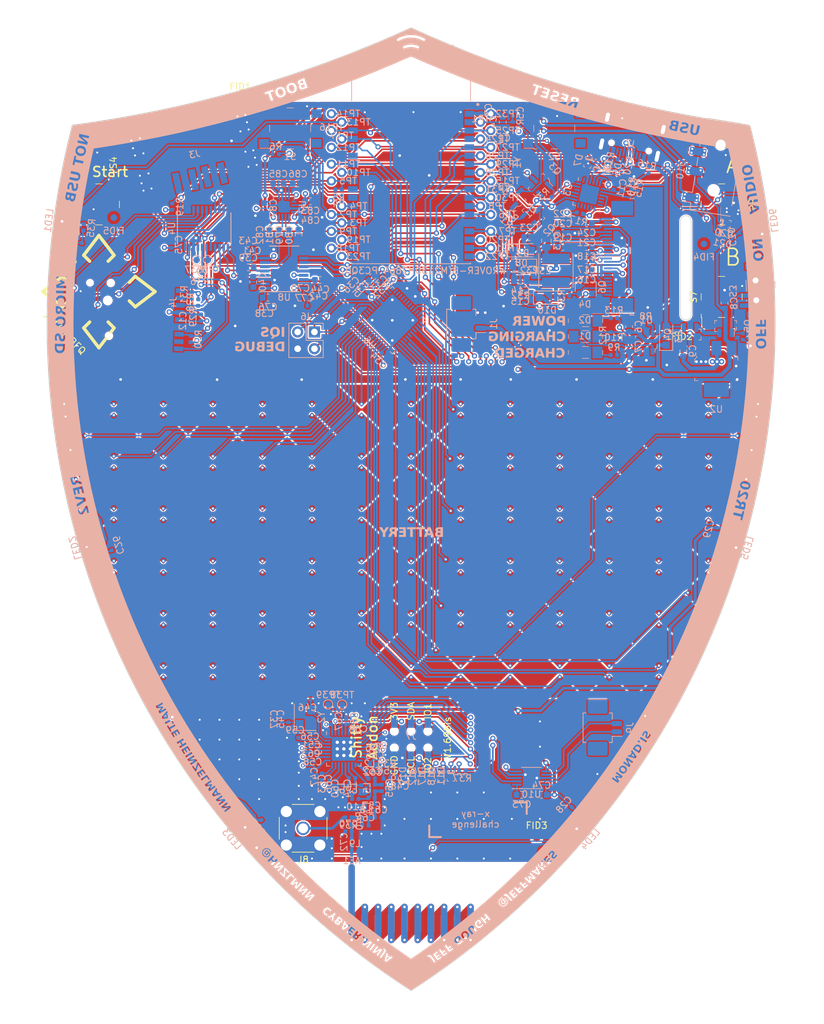
<source format=kicad_pcb>
(kicad_pcb (version 20191123) (host pcbnew "5.99.0-unknown-r17145-8bd2765f")
  (layers (0 "F.Cu" signal) (1 "In1.Cu" mixed hide) (2 "In2.Cu" power hide) (31 "B.Cu" signal) (34 "B.Paste" user hide) (35 "F.Paste" user hide) (36 "B.SilkS" user hide) (37 "F.SilkS" user hide) (38 "B.Mask" user hide) (39 "F.Mask" user hide) (44 "Edge.Cuts" user))
  (net 0 "")
  (net 1 "GND")
  (net 2 "+3V3")
  (net 3 "/EN")
  (net 4 "/SCL")
  (net 5 "/SDA")
  (net 6 "/32K_XP")
  (net 7 "/32K_XN")
  (net 8 "/~DC~")
  (net 9 "/IO0")
  (net 10 "/SCK")
  (net 11 "/RXD0")
  (net 12 "/TXD0")
  (net 13 "/MOSI")
  (net 14 "VBUS")
  (net 15 "+BATT")
  (net 16 "+VSW")
  (net 17 "/RTS")
  (net 18 "Net-(Q1-Pad1)")
  (net 19 "Net-(Q2-Pad1)")
  (net 20 "/DTR")
  (net 21 "Net-(R8-Pad1)")
  (net 22 "Net-(R10-Pad1)")
  (net 23 "/LED_DIN")
  (net 24 "/SD_CMD")
  (net 25 "/SD_CLK")
  (net 26 "/BTN_INT")
  (net 27 "/display/d_VGL")
  (net 28 "/display/d_VGH")
  (net 29 "/display/d_VDD")
  (net 30 "/display/d_VPP")
  (net 31 "/display/d_VSH")
  (net 32 "/display/d_VSL")
  (net 33 "/display/PREVGL")
  (net 34 "/display/d_VCOM")
  (net 35 "/display/PREVGH")
  (net 36 "/usb/USB_DN")
  (net 37 "/usb/USB_DP")
  (net 38 "/power/~PWR_EN~")
  (net 39 "/display/RESE")
  (net 40 "/display/GDR")
  (net 41 "/io_expander/BTN_START")
  (net 42 "/io_expander/BTN_A")
  (net 43 "/io_expander/BTN_B")
  (net 44 "/io_expander/JOY_PUSH")
  (net 45 "/io_expander/JOY_A")
  (net 46 "/io_expander/JOY_C")
  (net 47 "/io_expander/JOY_D")
  (net 48 "/io_expander/JOY_B")
  (net 49 "/IQ_RDY")
  (net 50 "/touchpad/Tx14")
  (net 51 "/touchpad/Rx4A")
  (net 52 "/touchpad/Rx5A")
  (net 53 "/touchpad/Rx6A")
  (net 54 "/touchpad/Rx7A")
  (net 55 "/touchpad/Rx8A")
  (net 56 "/touchpad/Rx9A")
  (net 57 "/touchpad/Tx0")
  (net 58 "/touchpad/Tx1")
  (net 59 "/touchpad/Tx2")
  (net 60 "/touchpad/Tx3")
  (net 61 "/touchpad/Tx4")
  (net 62 "/touchpad/Tx5")
  (net 63 "/touchpad/Tx6")
  (net 64 "/touchpad/Tx7")
  (net 65 "/touchpad/Tx8")
  (net 66 "/touchpad/Tx9")
  (net 67 "/touchpad/Tx10")
  (net 68 "/touchpad/Tx11")
  (net 69 "/touchpad/Tx12")
  (net 70 "/touchpad/Tx13")
  (net 71 "/~CC_CS~")
  (net 72 "/~DISP_CS~")
  (net 73 "/SD_DAT0")
  (net 74 "/_reserved8")
  (net 75 "/_reserved7")
  (net 76 "/_reserved6")
  (net 77 "/_reserved11")
  (net 78 "/_reserved10")
  (net 79 "/_reserved9")
  (net 80 "/DISP_BUSY")
  (net 81 "/I2S_WS")
  (net 82 "/I2S_SCK")
  (net 83 "/I2S_SD")
  (net 84 "/MISO")
  (net 85 "/CC_INT")
  (net 86 "Net-(C14-Pad2)")
  (net 87 "Net-(C14-Pad1)")
  (net 88 "Net-(C32-Pad1)")
  (net 89 "Net-(C39-Pad1)")
  (net 90 "Net-(C40-Pad1)")
  (net 91 "Net-(C40-Pad2)")
  (net 92 "/audio/LDO0")
  (net 93 "Net-(C46-Pad2)")
  (net 94 "Net-(C47-Pad1)")
  (net 95 "Net-(C47-Pad2)")
  (net 96 "Net-(C50-Pad2)")
  (net 97 "Net-(C52-Pad1)")
  (net 98 "Net-(C52-Pad2)")
  (net 99 "Net-(C54-Pad2)")
  (net 100 "Net-(C54-Pad1)")
  (net 101 "Net-(C55-Pad1)")
  (net 102 "Net-(C59-Pad1)")
  (net 103 "Net-(C60-Pad1)")
  (net 104 "Net-(C61-Pad2)")
  (net 105 "Net-(C63-Pad1)")
  (net 106 "Net-(C64-Pad2)")
  (net 107 "Net-(C66-Pad1)")
  (net 108 "Net-(C68-Pad1)")
  (net 109 "Net-(C70-Pad1)")
  (net 110 "Net-(AE1-Pad1)")
  (net 111 "Net-(C73-Pad1)")
  (net 112 "Net-(D1-Pad1)")
  (net 113 "Net-(D2-Pad2)")
  (net 114 "Net-(D4-Pad1)")
  (net 115 "Net-(J4-Pad2)")
  (net 116 "Net-(J8-Pad1)")
  (net 117 "Net-(Q3-Pad1)")
  (net 118 "Net-(Q4-Pad2)")
  (net 119 "Net-(R14-Pad2)")
  (net 120 "Net-(R15-Pad2)")
  (net 121 "Net-(R17-Pad2)")
  (net 122 "Net-(R36-Pad2)")
  (net 123 "Net-(TP38-Pad1)")
  (net 124 "Net-(TP39-Pad1)")
  (net 125 "Net-(J9-Pad2)")
  (net 126 "Net-(J9-Pad1)")
  (net 127 "Net-(C57-Pad1)")
  (net 128 "Net-(C37-Pad2)")
  (net 129 "Net-(LED1-Pad4)")
  (net 130 "/IQ_RESET")
  (net 131 "/SD_DETECT")
  (net 132 "/SAO_GPIO2")
  (net 133 "/LED_DOUT")
  (net 134 "/CC_RESET")
  (net 135 "Net-(LED2-Pad4)")
  (net 136 "Net-(LED3-Pad4)")
  (net 137 "Net-(LED4-Pad4)")
  (net 138 "Net-(LED5-Pad4)")
  (net 139 "/audio/DAC_OUTL")
  (net 140 "Net-(C79-Pad1)")
  (net 141 "Net-(C80-Pad1)")
  (net 142 "/audio/DAC_OUTR")
  (net 143 "Net-(C81-Pad1)")
  (net 144 "Net-(C82-Pad1)")
  (net 145 "Net-(C85-Pad2)")
  (net 146 "Net-(C85-Pad1)")
  (net 147 "Net-(C86-Pad2)")
  (net 148 "Net-(C87-Pad2)")
  (net 149 "/audio/OUTR")
  (net 150 "/audio/OUTL")
  (net 151 "Net-(J2-PadB5)")
  (net 152 "Net-(J2-PadA5)")
  (net 153 "/P1_5")
  (net 154 "/P1_6")
  (net 155 "/P1_7")
  (net 156 "/AMP_EN")
  (module "jeffmakes-footprints:USB-A-short-body-in-cutout-type" (layer "B.Cu") (at -34.417 -133.9088 12.7)
    (fp_text reference "J3" (at 0 7.5 12.7 unlocked) (layer "B.SilkS") (effects (justify mirror)))
    (fp_text value "UJ2-AH-1-SMT")
    (pad "4" smd rect (at 3.5 11.2 12.7) (size 1 3.2) (layers "B.Cu" "B.Paste" "B.Mask"))
    (pad "3" smd rect (at 1 11.2 12.7) (size 1 3.2) (layers "B.Cu" "B.Paste" "B.Mask"))
    (pad "2" smd rect (at -1 11.2 12.7) (size 1 3.2) (layers "B.Cu" "B.Paste" "B.Mask"))
    (pad "1" smd rect (at -3.5 11.2 12.7) (size 1 3.2) (layers "B.Cu" "B.Paste" "B.Mask"))
    (pad "5" smd rect (at -7.6 4.5 12.7) (size 3.25 3) (layers "B.Cu" "B.Paste" "B.Mask") (net 1 "GND"))
    (pad "5" smd rect (at -7.5 10 12.7) (size 3.25 3) (layers "B.Cu" "B.Paste" "B.Mask") (net 1 "GND"))
    (pad "5" smd rect (at 7.6 4.5 12.7) (size 3.25 3) (layers "B.Cu" "B.Paste" "B.Mask") (net 1 "GND"))
    (pad "5" smd rect (at 7.5 10 12.7) (size 3.25 3) (layers "B.Cu" "B.Paste" "B.Mask") (net 1 "GND"))
  )
  (module "jeffmakes-footprints:LED_SK6812MINI_PLCC4_3.5x3.5mm_P1.75mm_no_silk" (layer "B.Cu") (at 52.0954 -116.2304 97)
    (fp_text reference "LED6" (at 0 2.75 97) (layer "B.SilkS") (effects (justify mirror)))
    (fp_text value "SK6812")
    (pad "1" smd rect (at -1.75 0.875 97) (size 1.6 0.85) (layers "B.Cu" "B.Paste" "B.Mask") (net 1 "GND"))
    (pad "2" smd rect (at -1.75 -0.875 97) (size 1.6 0.85) (layers "B.Cu" "B.Paste" "B.Mask") (net 138 "Net-(LED5-Pad4)"))
    (pad "4" smd rect (at 1.75 0.875 97) (size 1.6 0.85) (layers "B.Cu" "B.Paste" "B.Mask") (net 133 "/LED_DOUT"))
    (pad "3" smd rect (at 1.75 -0.875 97) (size 1.6 0.85) (layers "B.Cu" "B.Paste" "B.Mask") (net 16 "+VSW"))
  )
  (module "LOGO" (layer "F.Cu") (at -2.336 -72.6424)
    (fp_text reference "G***" hide)
    (fp_text value "LOGO" hide)
  )
  (module "TestPoint:TestPoint_Pad_D1.0mm" (layer "B.Cu") (at -32.4612 -110.5916)
    (fp_text reference "TP37" (at 0 1.448) (layer "B.SilkS") (effects (justify mirror)))
    (fp_text value "~")
    (pad "1" smd circle (at 0 0) (size 1 1) (layers "B.Cu" "B.Mask") (net 155 "/P1_7"))
  )
  (module "TestPoint:TestPoint_Pad_D1.0mm" (layer "B.Cu") (at -31.623 -108.7882)
    (fp_text reference "TP36" (at 0 1.448) (layer "B.SilkS") (effects (justify mirror)))
    (fp_text value "~")
    (pad "1" smd circle (at 0 0) (size 1 1) (layers "B.Cu" "B.Mask") (net 154 "/P1_6"))
  )
  (module "TestPoint:TestPoint_Pad_D1.0mm" (layer "B.Cu") (at -30.7594 -110.5916)
    (fp_text reference "TP35" (at 0 1.448) (layer "B.SilkS") (effects (justify mirror)))
    (fp_text value "~")
    (pad "1" smd circle (at 0 0) (size 1 1) (layers "B.Cu" "B.Mask") (net 153 "/P1_5"))
  )
  (module "Connector_PinHeader_2.54mm:PinHeader_2x02_P2.54mm_Vertical" (layer "B.Cu") (at -14.6304 -99.695 180)
    (fp_text reference "J6" (at 1.27 2.33) (layer "B.SilkS") (effects (justify mirror)))
    (fp_text value "DNP")
    (pad "4" thru_hole oval (at 2.54 -2.54 180) (size 1.7 1.7) (drill 1) (layers *.Cu *.Mask) (net 1 "GND"))
    (pad "3" thru_hole oval (at 0 -2.54 180) (size 1.7 1.7) (drill 1) (layers *.Cu *.Mask) (net 4 "/SCL"))
    (pad "2" thru_hole oval (at 2.54 0 180) (size 1.7 1.7) (drill 1) (layers *.Cu *.Mask) (net 49 "/IQ_RDY"))
    (pad "1" thru_hole rect (at 0 0 180) (size 1.7 1.7) (drill 1) (layers *.Cu *.Mask) (net 5 "/SDA"))
  )
  (module "Capacitor_SMD:C_0603_1608Metric" (layer "B.Cu") (at -24.6634 -112.0648 180)
    (fp_text reference "C43" (at 0 1.43) (layer "B.SilkS") (effects (justify mirror)))
    (fp_text value "1uF")
    (pad "2" smd roundrect (at 0.7875 0 180) (size 0.875 0.95) (layers "B.Cu" "B.Paste" "B.Mask") (net 1 "GND"))
    (pad "1" smd roundrect (at -0.7875 0 180) (size 0.875 0.95) (layers "B.Cu" "B.Paste" "B.Mask") (net 2 "+3V3"))
  )
  (module "Package_SO:TSSOP-20_4.4x6.5mm_P0.65mm" (layer "B.Cu") (at -19.2024 -109.2454)
    (fp_text reference "U8" (at 0 4.3) (layer "B.SilkS") (effects (justify mirror)))
    (fp_text value "PCM5100A")
    (pad "20" smd rect (at 2.95 2.925) (size 1.45 0.45) (layers "B.Cu" "B.Paste" "B.Mask") (net 2 "+3V3"))
    (pad "19" smd rect (at 2.95 2.275) (size 1.45 0.45) (layers "B.Cu" "B.Paste" "B.Mask") (net 1 "GND"))
    (pad "18" smd rect (at 2.95 1.625) (size 1.45 0.45) (layers "B.Cu" "B.Paste" "B.Mask") (net 92 "/audio/LDO0"))
    (pad "17" smd rect (at 2.95 0.975) (size 1.45 0.45) (layers "B.Cu" "B.Paste" "B.Mask") (net 2 "+3V3"))
    (pad "16" smd rect (at 2.95 0.325) (size 1.45 0.45) (layers "B.Cu" "B.Paste" "B.Mask") (net 1 "GND"))
    (pad "15" smd rect (at 2.95 -0.325) (size 1.45 0.45) (layers "B.Cu" "B.Paste" "B.Mask") (net 81 "/I2S_WS"))
    (pad "14" smd rect (at 2.95 -0.975) (size 1.45 0.45) (layers "B.Cu" "B.Paste" "B.Mask") (net 83 "/I2S_SD"))
    (pad "13" smd rect (at 2.95 -1.625) (size 1.45 0.45) (layers "B.Cu" "B.Paste" "B.Mask") (net 82 "/I2S_SCK"))
    (pad "12" smd rect (at 2.95 -2.275) (size 1.45 0.45) (layers "B.Cu" "B.Paste" "B.Mask") (net 1 "GND"))
    (pad "11" smd rect (at 2.95 -2.925) (size 1.45 0.45) (layers "B.Cu" "B.Paste" "B.Mask") (net 1 "GND"))
    (pad "10" smd rect (at -2.95 -2.925) (size 1.45 0.45) (layers "B.Cu" "B.Paste" "B.Mask") (net 1 "GND"))
    (pad "9" smd rect (at -2.95 -2.275) (size 1.45 0.45) (layers "B.Cu" "B.Paste" "B.Mask") (net 1 "GND"))
    (pad "8" smd rect (at -2.95 -1.625) (size 1.45 0.45) (layers "B.Cu" "B.Paste" "B.Mask") (net 2 "+3V3"))
    (pad "7" smd rect (at -2.95 -0.975) (size 1.45 0.45) (layers "B.Cu" "B.Paste" "B.Mask") (net 142 "/audio/DAC_OUTR"))
    (pad "6" smd rect (at -2.95 -0.325) (size 1.45 0.45) (layers "B.Cu" "B.Paste" "B.Mask") (net 139 "/audio/DAC_OUTL"))
    (pad "5" smd rect (at -2.95 0.325) (size 1.45 0.45) (layers "B.Cu" "B.Paste" "B.Mask") (net 89 "Net-(C39-Pad1)"))
    (pad "4" smd rect (at -2.95 0.975) (size 1.45 0.45) (layers "B.Cu" "B.Paste" "B.Mask") (net 91 "Net-(C40-Pad2)"))
    (pad "3" smd rect (at -2.95 1.625) (size 1.45 0.45) (layers "B.Cu" "B.Paste" "B.Mask") (net 1 "GND"))
    (pad "2" smd rect (at -2.95 2.275) (size 1.45 0.45) (layers "B.Cu" "B.Paste" "B.Mask") (net 90 "Net-(C40-Pad1)"))
    (pad "1" smd rect (at -2.95 2.925) (size 1.45 0.45) (layers "B.Cu" "B.Paste" "B.Mask") (net 2 "+3V3"))
  )
  (module "Package_DFN_QFN:QFN-16-1EP_3x3mm_P0.5mm_EP1.7x1.7mm" (layer "B.Cu") (at -19.2278 -118.6434 90)
    (fp_text reference "U7" (at 0 2.82 90) (layer "B.SilkS") (effects (justify mirror)))
    (fp_text value "PAM8908")
    (pad "16" smd roundrect (at -0.75 1.4625 90) (size 0.25 0.825) (layers "B.Cu" "B.Paste" "B.Mask") (net 150 "/audio/OUTL"))
    (pad "15" smd roundrect (at -0.25 1.4625 90) (size 0.25 0.825) (layers "B.Cu" "B.Paste" "B.Mask") (net 1 "GND"))
    (pad "14" smd roundrect (at 0.25 1.4625 90) (size 0.25 0.825) (layers "B.Cu" "B.Paste" "B.Mask") (net 2 "+3V3"))
    (pad "13" smd roundrect (at 0.75 1.4625 90) (size 0.25 0.825) (layers "B.Cu" "B.Paste" "B.Mask") (net 156 "/AMP_EN"))
    (pad "12" smd roundrect (at 1.4625 0.75 90) (size 0.825 0.25) (layers "B.Cu" "B.Paste" "B.Mask") (net 147 "Net-(C86-Pad2)"))
    (pad "11" smd roundrect (at 1.4625 0.25 90) (size 0.825 0.25) (layers "B.Cu" "B.Paste" "B.Mask") (net 146 "Net-(C85-Pad1)"))
    (pad "10" smd roundrect (at 1.4625 -0.25 90) (size 0.825 0.25) (layers "B.Cu" "B.Paste" "B.Mask") (net 1 "GND"))
    (pad "9" smd roundrect (at 1.4625 -0.75 90) (size 0.825 0.25) (layers "B.Cu" "B.Paste" "B.Mask") (net 145 "Net-(C85-Pad2)"))
    (pad "8" smd roundrect (at 0.75 -1.4625 90) (size 0.25 0.825) (layers "B.Cu" "B.Paste" "B.Mask") (net 148 "Net-(C87-Pad2)"))
    (pad "7" smd roundrect (at 0.25 -1.4625 90) (size 0.25 0.825) (layers "B.Cu" "B.Paste" "B.Mask") (net 1 "GND"))
    (pad "6" smd roundrect (at -0.25 -1.4625 90) (size 0.25 0.825) (layers "B.Cu" "B.Paste" "B.Mask") (net 2 "+3V3"))
    (pad "5" smd roundrect (at -0.75 -1.4625 90) (size 0.25 0.825) (layers "B.Cu" "B.Paste" "B.Mask") (net 149 "/audio/OUTR"))
    (pad "4" smd roundrect (at -1.4625 -0.75 90) (size 0.825 0.25) (layers "B.Cu" "B.Paste" "B.Mask") (net 144 "Net-(C82-Pad1)"))
    (pad "3" smd roundrect (at -1.4625 -0.25 90) (size 0.825 0.25) (layers "B.Cu" "B.Paste" "B.Mask") (net 143 "Net-(C81-Pad1)"))
    (pad "2" smd roundrect (at -1.4625 0.25 90) (size 0.825 0.25) (layers "B.Cu" "B.Paste" "B.Mask") (net 140 "Net-(C79-Pad1)"))
    (pad "1" smd roundrect (at -1.4625 0.75 90) (size 0.825 0.25) (layers "B.Cu" "B.Paste" "B.Mask") (net 141 "Net-(C80-Pad1)"))
    (pad "17" smd roundrect (at 0 0 90) (size 1.7 1.7) (layers "B.Cu" "B.Mask") (roundrect_rratio 0.147059) (net 1 "GND"))
  )
  (module "Resistor_SMD:R_0402_1005Metric" (layer "B.Cu") (at 34.0868 -124.6124 -102.5)
    (fp_text reference "R20" (at 0 1.17 77.5) (layer "B.SilkS") (effects (justify mirror)))
    (fp_text value "5.1k")
    (pad "2" smd roundrect (at 0.485 0 257.5) (size 0.59 0.64) (layers "B.Cu" "B.Paste" "B.Mask") (net 1 "GND"))
    (pad "1" smd roundrect (at -0.485 0 257.5) (size 0.59 0.64) (layers "B.Cu" "B.Paste" "B.Mask") (net 151 "Net-(J2-PadB5)"))
  )
  (module "Resistor_SMD:R_0402_1005Metric" (layer "B.Cu") (at 31.15 -125.3 -102.5)
    (fp_text reference "R18" (at 0 1.17 77.5) (layer "B.SilkS") (effects (justify mirror)))
    (fp_text value "5.1k")
    (pad "2" smd roundrect (at 0.485 0 257.5) (size 0.59 0.64) (layers "B.Cu" "B.Paste" "B.Mask") (net 1 "GND"))
    (pad "1" smd roundrect (at -0.485 0 257.5) (size 0.59 0.64) (layers "B.Cu" "B.Paste" "B.Mask") (net 152 "Net-(J2-PadA5)"))
  )
  (module "jeffmakes-footprints:PinSocket_2x03_P2.54mm_Through-Board-Mating" (layer "B.Cu") (at 0 -38)
    (fp_text reference "J7" (at 0 -0.5 unlocked) (layer "B.SilkS") (effects (justify mirror)))
    (fp_text value "2x03-socket-2.54-through-board")
    (pad "6" smd rect (at 2.54 2.765) (size 1 1.95) (layers "B.Cu" "B.Paste" "B.Mask") (net 132 "/SAO_GPIO2"))
    (pad "5" smd rect (at 2.54 -2.765) (size 1 1.95) (layers "B.Cu" "B.Paste" "B.Mask") (net 133 "/LED_DOUT"))
    (pad "4" smd rect (at 0 2.765) (size 1 1.95) (layers "B.Cu" "B.Paste" "B.Mask") (net 4 "/SCL"))
    (pad "3" smd rect (at 0 -2.765) (size 1 1.95) (layers "B.Cu" "B.Paste" "B.Mask") (net 5 "/SDA"))
    (pad "2" smd rect (at -2.54 2.765) (size 1 1.95) (layers "B.Cu" "B.Paste" "B.Mask") (net 1 "GND"))
    (pad "1" smd rect (at -2.54 -2.765) (size 1 1.95) (layers "B.Cu" "B.Paste" "B.Mask") (net 2 "+3V3"))
    (pad "" np_thru_hole circle (at 2.54 -1.27) (size 1 1) (drill 1) (layers *.Cu *.Mask))
    (pad "" np_thru_hole circle (at 0 -1.27) (size 1 1) (drill 1) (layers *.Cu *.Mask))
    (pad "" np_thru_hole circle (at -2.54 -1.27) (size 1 1) (drill 1) (layers *.Cu *.Mask))
    (pad "" np_thru_hole circle (at 2.54 1.27) (size 1 1) (drill 1) (layers *.Cu *.Mask))
    (pad "" np_thru_hole circle (at 0 1.27) (size 1 1) (drill 1) (layers *.Cu *.Mask))
    (pad "" np_thru_hole circle (at -2.54 1.27) (size 1 1) (drill 1) (layers *.Cu *.Mask))
  )
  (module "Capacitor_SMD:C_0603_1608Metric" (layer "B.Cu") (at -22.2758 -118.4148 90)
    (fp_text reference "C87" (at 0 1.43 90) (layer "B.SilkS") (effects (justify mirror)))
    (fp_text value "1uF")
    (pad "2" smd roundrect (at 0.7875 0 90) (size 0.875 0.95) (layers "B.Cu" "B.Paste" "B.Mask") (net 148 "Net-(C87-Pad2)"))
    (pad "1" smd roundrect (at -0.7875 0 90) (size 0.875 0.95) (layers "B.Cu" "B.Paste" "B.Mask") (net 1 "GND"))
  )
  (module "Capacitor_SMD:C_0603_1608Metric" (layer "B.Cu") (at -17.1196 -122.174 180)
    (fp_text reference "C86" (at 0 1.43) (layer "B.SilkS") (effects (justify mirror)))
    (fp_text value "1uF")
    (pad "2" smd roundrect (at 0.7875 0 180) (size 0.875 0.95) (layers "B.Cu" "B.Paste" "B.Mask") (net 147 "Net-(C86-Pad2)"))
    (pad "1" smd roundrect (at -0.7875 0 180) (size 0.875 0.95) (layers "B.Cu" "B.Paste" "B.Mask") (net 1 "GND"))
  )
  (module "Capacitor_SMD:C_0603_1608Metric" (layer "B.Cu") (at -20.0914 -122.174 180)
    (fp_text reference "C85" (at 0 1.43) (layer "B.SilkS") (effects (justify mirror)))
    (fp_text value "1uF")
    (pad "2" smd roundrect (at 0.7875 0 180) (size 0.875 0.95) (layers "B.Cu" "B.Paste" "B.Mask") (net 145 "Net-(C85-Pad2)"))
    (pad "1" smd roundrect (at -0.7875 0 180) (size 0.875 0.95) (layers "B.Cu" "B.Paste" "B.Mask") (net 146 "Net-(C85-Pad1)"))
  )
  (module "Capacitor_SMD:C_0603_1608Metric" (layer "B.Cu") (at -15.24 -118.0084)
    (fp_text reference "C84" (at 0 1.43) (layer "B.SilkS") (effects (justify mirror)))
    (fp_text value "1uF")
    (pad "2" smd roundrect (at 0.7875 0) (size 0.875 0.95) (layers "B.Cu" "B.Paste" "B.Mask") (net 1 "GND"))
    (pad "1" smd roundrect (at -0.7875 0) (size 0.875 0.95) (layers "B.Cu" "B.Paste" "B.Mask") (net 2 "+3V3"))
  )
  (module "Capacitor_SMD:C_0603_1608Metric" (layer "B.Cu") (at -15.24 -119.4816)
    (fp_text reference "C83" (at 0 1.43) (layer "B.SilkS") (effects (justify mirror)))
    (fp_text value "1uF")
    (pad "2" smd roundrect (at 0.7875 0) (size 0.875 0.95) (layers "B.Cu" "B.Paste" "B.Mask") (net 1 "GND"))
    (pad "1" smd roundrect (at -0.7875 0) (size 0.875 0.95) (layers "B.Cu" "B.Paste" "B.Mask") (net 2 "+3V3"))
  )
  (module "Capacitor_SMD:C_0603_1608Metric" (layer "B.Cu") (at -21.463 -114.3762 -90)
    (fp_text reference "C82" (at 0 1.43 90) (layer "B.SilkS") (effects (justify mirror)))
    (fp_text value "1uF")
    (pad "2" smd roundrect (at 0.7875 0 270) (size 0.875 0.95) (layers "B.Cu" "B.Paste" "B.Mask") (net 1 "GND"))
    (pad "1" smd roundrect (at -0.7875 0 270) (size 0.875 0.95) (layers "B.Cu" "B.Paste" "B.Mask") (net 144 "Net-(C82-Pad1)"))
  )
  (module "Capacitor_SMD:C_0603_1608Metric" (layer "B.Cu") (at -19.9898 -114.3762 -90)
    (fp_text reference "C81" (at 0 1.43 90) (layer "B.SilkS") (effects (justify mirror)))
    (fp_text value "1uF")
    (pad "2" smd roundrect (at 0.7875 0 270) (size 0.875 0.95) (layers "B.Cu" "B.Paste" "B.Mask") (net 142 "/audio/DAC_OUTR"))
    (pad "1" smd roundrect (at -0.7875 0 270) (size 0.875 0.95) (layers "B.Cu" "B.Paste" "B.Mask") (net 143 "Net-(C81-Pad1)"))
  )
  (module "Capacitor_SMD:C_0603_1608Metric" (layer "B.Cu") (at -17.018 -114.3762 -90)
    (fp_text reference "C80" (at 0 1.43 90) (layer "B.SilkS") (effects (justify mirror)))
    (fp_text value "1uF")
    (pad "2" smd roundrect (at 0.7875 0 270) (size 0.875 0.95) (layers "B.Cu" "B.Paste" "B.Mask") (net 1 "GND"))
    (pad "1" smd roundrect (at -0.7875 0 270) (size 0.875 0.95) (layers "B.Cu" "B.Paste" "B.Mask") (net 141 "Net-(C80-Pad1)"))
  )
  (module "Capacitor_SMD:C_0603_1608Metric" (layer "B.Cu") (at -18.4912 -114.3762 -90)
    (fp_text reference "C79" (at 0 1.43 90) (layer "B.SilkS") (effects (justify mirror)))
    (fp_text value "1uF")
    (pad "2" smd roundrect (at 0.7875 0 270) (size 0.875 0.95) (layers "B.Cu" "B.Paste" "B.Mask") (net 139 "/audio/DAC_OUTL"))
    (pad "1" smd roundrect (at -0.7875 0 270) (size 0.875 0.95) (layers "B.Cu" "B.Paste" "B.Mask") (net 140 "Net-(C79-Pad1)"))
  )
  (module "Capacitor_SMD:C_0603_1608Metric" (layer "B.Cu") (at -16.7386 -104.902 180)
    (fp_text reference "C78" (at 0 1.43) (layer "B.SilkS") (effects (justify mirror)))
    (fp_text value "1uF")
    (pad "2" smd roundrect (at 0.7875 0 180) (size 0.875 0.95) (layers "B.Cu" "B.Paste" "B.Mask") (net 1 "GND"))
    (pad "1" smd roundrect (at -0.7875 0 180) (size 0.875 0.95) (layers "B.Cu" "B.Paste" "B.Mask") (net 2 "+3V3"))
  )
  (module "Capacitor_SMD:C_0402_1005Metric" (layer "B.Cu") (at -16.1798 -103.6574 180)
    (fp_text reference "C77" (at 0 1.17) (layer "B.SilkS") (effects (justify mirror)))
    (fp_text value "100nF")
    (pad "2" smd roundrect (at 0.485 0 180) (size 0.59 0.64) (layers "B.Cu" "B.Paste" "B.Mask") (net 1 "GND"))
    (pad "1" smd roundrect (at -0.485 0 180) (size 0.59 0.64) (layers "B.Cu" "B.Paste" "B.Mask") (net 2 "+3V3"))
  )
  (module "Capacitor_SMD:C_0603_1608Metric" (layer "B.Cu") (at -21.6662 -104.902)
    (fp_text reference "C76" (at 0 1.43) (layer "B.SilkS") (effects (justify mirror)))
    (fp_text value "1uF")
    (pad "2" smd roundrect (at 0.7875 0) (size 0.875 0.95) (layers "B.Cu" "B.Paste" "B.Mask") (net 1 "GND"))
    (pad "1" smd roundrect (at -0.7875 0) (size 0.875 0.95) (layers "B.Cu" "B.Paste" "B.Mask") (net 2 "+3V3"))
  )
  (module "Package_DFN_QFN:QFN-24-1EP_4x4mm_P0.5mm_EP2.6x2.6mm" (layer "B.Cu") (at 26.960417 -120.528464 -102.5)
    (fp_text reference "U3" (at 0 3.3 -102.5) (layer "B.SilkS") (effects (justify mirror)))
    (fp_text value "CP2102N-A01-GQFN24")
    (pad "24" smd roundrect (at -1.25 1.9375 257.5) (size 0.25 0.825) (layers "B.Cu" "B.Paste" "B.Mask"))
    (pad "23" smd roundrect (at -0.75 1.9375 257.5) (size 0.25 0.825) (layers "B.Cu" "B.Paste" "B.Mask") (net 20 "/DTR"))
    (pad "22" smd roundrect (at -0.25 1.9375 257.5) (size 0.25 0.825) (layers "B.Cu" "B.Paste" "B.Mask"))
    (pad "21" smd roundrect (at 0.25 1.9375 257.5) (size 0.25 0.825) (layers "B.Cu" "B.Paste" "B.Mask") (net 11 "/RXD0"))
    (pad "20" smd roundrect (at 0.75 1.9375 257.5) (size 0.25 0.825) (layers "B.Cu" "B.Paste" "B.Mask") (net 12 "/TXD0"))
    (pad "19" smd roundrect (at 1.25 1.9375 257.5) (size 0.25 0.825) (layers "B.Cu" "B.Paste" "B.Mask") (net 17 "/RTS"))
    (pad "18" smd roundrect (at 1.9375 1.25 257.5) (size 0.825 0.25) (layers "B.Cu" "B.Paste" "B.Mask"))
    (pad "17" smd roundrect (at 1.9375 0.75 257.5) (size 0.825 0.25) (layers "B.Cu" "B.Paste" "B.Mask"))
    (pad "16" smd roundrect (at 1.9375 0.25 257.5) (size 0.825 0.25) (layers "B.Cu" "B.Paste" "B.Mask"))
    (pad "15" smd roundrect (at 1.9375 -0.25 257.5) (size 0.825 0.25) (layers "B.Cu" "B.Paste" "B.Mask"))
    (pad "14" smd roundrect (at 1.9375 -0.75 257.5) (size 0.825 0.25) (layers "B.Cu" "B.Paste" "B.Mask"))
    (pad "13" smd roundrect (at 1.9375 -1.25 257.5) (size 0.825 0.25) (layers "B.Cu" "B.Paste" "B.Mask"))
    (pad "12" smd roundrect (at 1.25 -1.9375 257.5) (size 0.25 0.825) (layers "B.Cu" "B.Paste" "B.Mask"))
    (pad "11" smd roundrect (at 0.75 -1.9375 257.5) (size 0.25 0.825) (layers "B.Cu" "B.Paste" "B.Mask"))
    (pad "10" smd roundrect (at 0.25 -1.9375 257.5) (size 0.25 0.825) (layers "B.Cu" "B.Paste" "B.Mask"))
    (pad "9" smd roundrect (at -0.25 -1.9375 257.5) (size 0.25 0.825) (layers "B.Cu" "B.Paste" "B.Mask") (net 121 "Net-(R17-Pad2)"))
    (pad "8" smd roundrect (at -0.75 -1.9375 257.5) (size 0.25 0.825) (layers "B.Cu" "B.Paste" "B.Mask") (net 119 "Net-(R14-Pad2)"))
    (pad "7" smd roundrect (at -1.25 -1.9375 257.5) (size 0.25 0.825) (layers "B.Cu" "B.Paste" "B.Mask") (net 2 "+3V3"))
    (pad "6" smd roundrect (at -1.9375 -1.25 257.5) (size 0.825 0.25) (layers "B.Cu" "B.Paste" "B.Mask") (net 2 "+3V3"))
    (pad "5" smd roundrect (at -1.9375 -0.75 257.5) (size 0.825 0.25) (layers "B.Cu" "B.Paste" "B.Mask") (net 2 "+3V3"))
    (pad "4" smd roundrect (at -1.9375 -0.25 257.5) (size 0.825 0.25) (layers "B.Cu" "B.Paste" "B.Mask") (net 36 "/usb/USB_DN"))
    (pad "3" smd roundrect (at -1.9375 0.25 257.5) (size 0.825 0.25) (layers "B.Cu" "B.Paste" "B.Mask") (net 37 "/usb/USB_DP"))
    (pad "2" smd roundrect (at -1.9375 0.75 257.5) (size 0.825 0.25) (layers "B.Cu" "B.Paste" "B.Mask") (net 1 "GND"))
    (pad "1" smd roundrect (at -1.9375 1.25 257.5) (size 0.825 0.25) (layers "B.Cu" "B.Paste" "B.Mask"))
    (pad "25" smd roundrect (at 0 0 257.5) (size 2.6 2.6) (layers "B.Cu" "B.Mask") (roundrect_rratio 0.096154) (net 1 "GND"))
  )
  (module "jeffmakes-footprints:AFC07x24-1MP_P0.5mm_Horizontal" (layer "B.Cu") (at 31.131649 -111.0714 -90)
    (fp_text reference "J5" (at 0 3.1 90) (layer "B.SilkS") (effects (justify mirror)))
    (fp_text value "AFC07-S24ECA-00" hide)
    (pad "MP" smd rect (at 7.35 -0.82 270) (size 2.2 3.3) (layers "B.Cu" "B.Paste" "B.Mask"))
    (pad "MP" smd rect (at -7.35 -0.82 270) (size 2.2 3.3) (layers "B.Cu" "B.Paste" "B.Mask"))
    (pad "24" smd rect (at 5.75 1.35 270) (size 0.3 1.2) (layers "B.Cu" "B.Paste" "B.Mask"))
    (pad "23" smd rect (at 5.25 1.35 270) (size 0.3 1.2) (layers "B.Cu" "B.Paste" "B.Mask") (net 40 "/display/GDR"))
    (pad "22" smd rect (at 4.75 1.35 270) (size 0.3 1.2) (layers "B.Cu" "B.Paste" "B.Mask") (net 39 "/display/RESE"))
    (pad "21" smd rect (at 4.25 1.35 270) (size 0.3 1.2) (layers "B.Cu" "B.Paste" "B.Mask") (net 27 "/display/d_VGL"))
    (pad "20" smd rect (at 3.75 1.35 270) (size 0.3 1.2) (layers "B.Cu" "B.Paste" "B.Mask") (net 28 "/display/d_VGH"))
    (pad "19" smd rect (at 3.25 1.35 270) (size 0.3 1.2) (layers "B.Cu" "B.Paste" "B.Mask"))
    (pad "18" smd rect (at 2.75 1.35 270) (size 0.3 1.2) (layers "B.Cu" "B.Paste" "B.Mask"))
    (pad "17" smd rect (at 2.25 1.35 270) (size 0.3 1.2) (layers "B.Cu" "B.Paste" "B.Mask") (net 1 "GND"))
    (pad "16" smd rect (at 1.75 1.35 270) (size 0.3 1.2) (layers "B.Cu" "B.Paste" "B.Mask") (net 80 "/DISP_BUSY"))
    (pad "15" smd rect (at 1.25 1.35 270) (size 0.3 1.2) (layers "B.Cu" "B.Paste" "B.Mask") (net 9 "/IO0"))
    (pad "14" smd rect (at 0.75 1.35 270) (size 0.3 1.2) (layers "B.Cu" "B.Paste" "B.Mask") (net 8 "/~DC~"))
    (pad "13" smd rect (at 0.25 1.35 270) (size 0.3 1.2) (layers "B.Cu" "B.Paste" "B.Mask") (net 72 "/~DISP_CS~"))
    (pad "12" smd rect (at -0.25 1.35 270) (size 0.3 1.2) (layers "B.Cu" "B.Paste" "B.Mask") (net 10 "/SCK"))
    (pad "11" smd rect (at -0.75 1.35 270) (size 0.3 1.2) (layers "B.Cu" "B.Paste" "B.Mask") (net 13 "/MOSI"))
    (pad "10" smd rect (at -1.25 1.35 270) (size 0.3 1.2) (layers "B.Cu" "B.Paste" "B.Mask") (net 2 "+3V3"))
    (pad "9" smd rect (at -1.75 1.35 270) (size 0.3 1.2) (layers "B.Cu" "B.Paste" "B.Mask") (net 2 "+3V3"))
    (pad "8" smd rect (at -2.25 1.35 270) (size 0.3 1.2) (layers "B.Cu" "B.Paste" "B.Mask") (net 1 "GND"))
    (pad "7" smd rect (at -2.75 1.35 270) (size 0.3 1.2) (layers "B.Cu" "B.Paste" "B.Mask") (net 29 "/display/d_VDD"))
    (pad "6" smd rect (at -3.25 1.35 270) (size 0.3 1.2) (layers "B.Cu" "B.Paste" "B.Mask") (net 30 "/display/d_VPP"))
    (pad "5" smd rect (at -3.75 1.35 270) (size 0.3 1.2) (layers "B.Cu" "B.Paste" "B.Mask") (net 31 "/display/d_VSH"))
    (pad "4" smd rect (at -4.25 1.35 270) (size 0.3 1.2) (layers "B.Cu" "B.Paste" "B.Mask") (net 35 "/display/PREVGH"))
    (pad "3" smd rect (at -4.75 1.35 270) (size 0.3 1.2) (layers "B.Cu" "B.Paste" "B.Mask") (net 32 "/display/d_VSL"))
    (pad "2" smd rect (at -5.25 1.35 270) (size 0.3 1.2) (layers "B.Cu" "B.Paste" "B.Mask") (net 33 "/display/PREVGL"))
    (pad "1" smd rect (at -5.75 1.35 270) (size 0.3 1.2) (layers "B.Cu" "B.Paste" "B.Mask") (net 34 "/display/d_VCOM"))
  )
  (module "Diode_SMD:D_SOD-123F" (layer "B.Cu") (at 16.806649 -109.7214 180)
    (fp_text reference "D9" (at -0.127 1.905) (layer "B.SilkS") (effects (justify mirror)))
    (fp_text value "SS13FL")
    (pad "2" smd rect (at 1.4 0 180) (size 1.1 1.1) (layers "B.Cu" "B.Paste" "B.Mask") (net 87 "Net-(C14-Pad1)"))
    (pad "1" smd rect (at -1.4 0 180) (size 1.1 1.1) (layers "B.Cu" "B.Paste" "B.Mask") (net 1 "GND"))
  )
  (module "digikey-footprints:Switch_Tactile_SMD_6x6mm_PTS645" (layer "F.Cu") (at -47.25 -119 90)
    (fp_text reference "S4" (at 6.3 2.2 90) (layer "F.SilkS"))
    (fp_text value "PTS645SM43SMTR92_LFS")
    (pad "4" smd rect (at 3.975 2.25 90) (size 1.55 1.3) (layers "F.Cu" "F.Paste" "F.Mask") (net 41 "/io_expander/BTN_START"))
    (pad "3" smd rect (at -3.975 2.25 90) (size 1.55 1.3) (layers "F.Cu" "F.Paste" "F.Mask"))
    (pad "2" smd rect (at 3.975 -2.25 90) (size 1.55 1.3) (layers "F.Cu" "F.Paste" "F.Mask") (net 1 "GND"))
    (pad "1" smd rect (at -3.975 -2.25 90) (size 1.55 1.3) (layers "F.Cu" "F.Paste" "F.Mask"))
  )
  (module "digikey-footprints:Switch_Tactile_SMD_6x6mm_PTS645" (layer "F.Cu") (at 47 -119 -90)
    (fp_text reference "S5" (at 0 -4.27 90) (layer "F.SilkS"))
    (fp_text value "PTS645SM43SMTR92_LFS")
    (pad "1" smd rect (at -3.975 -2.25 270) (size 1.55 1.3) (layers "F.Cu" "F.Paste" "F.Mask"))
    (pad "2" smd rect (at 3.975 -2.25 270) (size 1.55 1.3) (layers "F.Cu" "F.Paste" "F.Mask") (net 1 "GND"))
    (pad "3" smd rect (at -3.975 2.25 270) (size 1.55 1.3) (layers "F.Cu" "F.Paste" "F.Mask"))
    (pad "4" smd rect (at 3.975 2.25 270) (size 1.55 1.3) (layers "F.Cu" "F.Paste" "F.Mask") (net 42 "/io_expander/BTN_A"))
  )
  (module "digikey-footprints:Switch_Tactile_SMD_6x6mm_PTS645" (layer "F.Cu") (at 47 -105 90)
    (fp_text reference "S7" (at 0 -4.27 90) (layer "F.SilkS"))
    (fp_text value "PTS645SM43SMTR92_LFS")
    (pad "1" smd rect (at -3.975 -2.25 90) (size 1.55 1.3) (layers "F.Cu" "F.Paste" "F.Mask"))
    (pad "2" smd rect (at 3.975 -2.25 90) (size 1.55 1.3) (layers "F.Cu" "F.Paste" "F.Mask") (net 1 "GND"))
    (pad "3" smd rect (at -3.975 2.25 90) (size 1.55 1.3) (layers "F.Cu" "F.Paste" "F.Mask"))
    (pad "4" smd rect (at 3.975 2.25 90) (size 1.55 1.3) (layers "F.Cu" "F.Paste" "F.Mask") (net 43 "/io_expander/BTN_B"))
  )
  (module "digikey-footprints:Switch_Tactile_SMD_6x6mm_PTS645" (layer "B.Cu") (at 21.6662 -130.5)
    (fp_text reference "S2" (at 0 4.27) (layer "B.SilkS") (effects (justify mirror)))
    (fp_text value "PTS645SM43SMTR92_LFS")
    (pad "4" smd rect (at 3.975 -2.25) (size 1.55 1.3) (layers "B.Cu" "B.Paste" "B.Mask"))
    (pad "3" smd rect (at -3.975 -2.25) (size 1.55 1.3) (layers "B.Cu" "B.Paste" "B.Mask") (net 1 "GND"))
    (pad "2" smd rect (at 3.975 2.25) (size 1.55 1.3) (layers "B.Cu" "B.Paste" "B.Mask"))
    (pad "1" smd rect (at -3.975 2.25) (size 1.55 1.3) (layers "B.Cu" "B.Paste" "B.Mask") (net 3 "/EN"))
  )
  (module "digikey-footprints:Switch_Tactile_SMD_6x6mm_PTS645" (layer "B.Cu") (at -18.3008 -130.5)
    (fp_text reference "S1" (at 0 4.27) (layer "B.SilkS") (effects (justify mirror)))
    (fp_text value "PTS645SM43SMTR92_LFS")
    (pad "4" smd rect (at 3.975 -2.25) (size 1.55 1.3) (layers "B.Cu" "B.Paste" "B.Mask"))
    (pad "3" smd rect (at -3.975 -2.25) (size 1.55 1.3) (layers "B.Cu" "B.Paste" "B.Mask") (net 1 "GND"))
    (pad "2" smd rect (at 3.975 2.25) (size 1.55 1.3) (layers "B.Cu" "B.Paste" "B.Mask"))
    (pad "1" smd rect (at -3.975 2.25) (size 1.55 1.3) (layers "B.Cu" "B.Paste" "B.Mask") (net 9 "/IO0"))
  )
  (module "Connector_Coaxial:SMA_Amphenol_132291-12_Vertical" (layer "F.Cu") (at -16.3449 -24.5769 180)
    (fp_text reference "J8" (at 0 -4.75) (layer "F.SilkS"))
    (fp_text value "DNP")
    (pad "2" thru_hole circle (at -2.54 2.54 180) (size 2.25 2.25) (drill 1.7) (layers *.Cu *.Mask) (net 1 "GND"))
    (pad "2" thru_hole circle (at -2.54 -2.54 180) (size 2.25 2.25) (drill 1.7) (layers *.Cu *.Mask) (net 1 "GND"))
    (pad "2" thru_hole circle (at 2.54 -2.54 180) (size 2.25 2.25) (drill 1.7) (layers *.Cu *.Mask) (net 1 "GND"))
    (pad "2" thru_hole circle (at 2.54 2.54 180) (size 2.25 2.25) (drill 1.7) (layers *.Cu *.Mask) (net 1 "GND"))
    (pad "1" thru_hole circle (at 0 0 180) (size 2.05 2.05) (drill 1.5) (layers *.Cu *.Mask) (net 116 "Net-(J8-Pad1)"))
  )
  (module "jeffmakes-footprints:SW_JS1400BFQ-arrows" (layer "F.Cu") (at -47.25 -105.8)
    (fp_text reference "S6" (at -4.2 -4.3 45) (layer "F.SilkS"))
    (fp_text value " JS1400BFQ" (at -5.5 6 315) (layer "F.SilkS"))
    (pad "Hole" np_thru_hole circle (at 1.341526 1.345534 45) (size 1.1 1.1) (drill 1.1) (layers *.Cu *.Mask "F.SilkS"))
    (pad "Hole" np_thru_hole circle (at -1.34548 -1.341472 45) (size 0.8 0.8) (drill 0.8) (layers *.Cu *.Mask "F.SilkS"))
    (pad "SH2" smd rect (at 2.861804 2.865813 45) (size 2 1.8) (layers "F.Cu" "F.Paste" "F.Mask") (net 1 "GND"))
    (pad "SH1" smd rect (at -2.865759 -2.861751 45) (size 2 1.8) (layers "F.Cu" "F.Paste" "F.Mask") (net 1 "GND"))
    (pad "4" smd rect (at 1.818823 -3.834023 45) (size 2 1) (layers "F.Cu" "F.Paste" "F.Mask") (net 48 "/io_expander/JOY_B"))
    (pad "5" smd rect (at 2.82645 -2.826396 45) (size 2 1) (layers "F.Cu" "F.Paste" "F.Mask") (net 1 "GND"))
    (pad "6" smd rect (at 3.834077 -1.818769 45) (size 2 1) (layers "F.Cu" "F.Paste" "F.Mask") (net 47 "/io_expander/JOY_D"))
    (pad "3" smd rect (at -1.822777 3.838085 45) (size 2 1) (layers "F.Cu" "F.Paste" "F.Mask") (net 46 "/io_expander/JOY_C"))
    (pad "1" smd rect (at -3.838032 1.822831 45) (size 2 1) (layers "F.Cu" "F.Paste" "F.Mask") (net 45 "/io_expander/JOY_A"))
    (pad "2" smd rect (at -2.830404 2.830458 45) (size 2 1) (layers "F.Cu" "F.Paste" "F.Mask") (net 44 "/io_expander/JOY_PUSH"))
  )
  (module "jeffmakes-footprints:LED_SK6812MINI_PLCC4_3.5x3.5mm_P1.75mm_no_silk" (layer "B.Cu") (at -52.0954 -116.2304 -97)
    (fp_text reference "LED1" (at 0 2.75 83) (layer "B.SilkS") (effects (justify mirror)))
    (fp_text value "SK6812")
    (pad "1" smd rect (at -1.75 0.875 263) (size 1.6 0.85) (layers "B.Cu" "B.Paste" "B.Mask") (net 1 "GND"))
    (pad "2" smd rect (at -1.75 -0.875 263) (size 1.6 0.85) (layers "B.Cu" "B.Paste" "B.Mask") (net 23 "/LED_DIN"))
    (pad "4" smd rect (at 1.75 0.875 263) (size 1.6 0.85) (layers "B.Cu" "B.Paste" "B.Mask") (net 129 "Net-(LED1-Pad4)"))
    (pad "3" smd rect (at 1.75 -0.875 263) (size 1.6 0.85) (layers "B.Cu" "B.Paste" "B.Mask") (net 16 "+VSW"))
  )
  (module "jeffmakes-footprints:LED_SK6812MINI_PLCC4_3.5x3.5mm_P1.75mm_no_silk" (layer "B.Cu") (at 48.26 -67.7545 74)
    (fp_text reference "LED5" (at 0 2.75 74) (layer "B.SilkS") (effects (justify mirror)))
    (fp_text value "SK6812")
    (pad "1" smd rect (at -1.75 0.875 74) (size 1.6 0.85) (layers "B.Cu" "B.Paste" "B.Mask") (net 1 "GND"))
    (pad "2" smd rect (at -1.75 -0.875 74) (size 1.6 0.85) (layers "B.Cu" "B.Paste" "B.Mask") (net 137 "Net-(LED4-Pad4)"))
    (pad "4" smd rect (at 1.75 0.875 74) (size 1.6 0.85) (layers "B.Cu" "B.Paste" "B.Mask") (net 138 "Net-(LED5-Pad4)"))
    (pad "3" smd rect (at 1.75 -0.875 74) (size 1.6 0.85) (layers "B.Cu" "B.Paste" "B.Mask") (net 16 "+VSW"))
  )
  (module "jeffmakes-footprints:LED_SK6812MINI_PLCC4_3.5x3.5mm_P1.75mm_no_silk" (layer "B.Cu") (at -48.26 -67.7545 -74)
    (fp_text reference "LED2" (at 0 2.75 106) (layer "B.SilkS") (effects (justify mirror)))
    (fp_text value "SK6812")
    (pad "1" smd rect (at -1.75 0.875 286) (size 1.6 0.85) (layers "B.Cu" "B.Paste" "B.Mask") (net 1 "GND"))
    (pad "2" smd rect (at -1.75 -0.875 286) (size 1.6 0.85) (layers "B.Cu" "B.Paste" "B.Mask") (net 129 "Net-(LED1-Pad4)"))
    (pad "4" smd rect (at 1.75 0.875 286) (size 1.6 0.85) (layers "B.Cu" "B.Paste" "B.Mask") (net 135 "Net-(LED2-Pad4)"))
    (pad "3" smd rect (at 1.75 -0.875 286) (size 1.6 0.85) (layers "B.Cu" "B.Paste" "B.Mask") (net 16 "+VSW"))
  )
  (module "jeffmakes-footprints:LED_SK6812MINI_PLCC4_3.5x3.5mm_P1.75mm_no_silk" (layer "B.Cu") (at -25.0444 -24.7396 -49)
    (fp_text reference "LED3" (at 0 2.75 131) (layer "B.SilkS") (effects (justify mirror)))
    (fp_text value "SK6812")
    (pad "1" smd rect (at -1.75 0.875 311) (size 1.6 0.85) (layers "B.Cu" "B.Paste" "B.Mask") (net 1 "GND"))
    (pad "2" smd rect (at -1.75 -0.875 311) (size 1.6 0.85) (layers "B.Cu" "B.Paste" "B.Mask") (net 135 "Net-(LED2-Pad4)"))
    (pad "4" smd rect (at 1.75 0.875 311) (size 1.6 0.85) (layers "B.Cu" "B.Paste" "B.Mask") (net 136 "Net-(LED3-Pad4)"))
    (pad "3" smd rect (at 1.75 -0.875 311) (size 1.6 0.85) (layers "B.Cu" "B.Paste" "B.Mask") (net 16 "+VSW"))
  )
  (module "jeffmakes-footprints:LED_SK6812MINI_PLCC4_3.5x3.5mm_P1.75mm_no_silk" (layer "B.Cu") (at 25.0444 -24.7396 49)
    (fp_text reference "LED4" (at 0 2.75 49) (layer "B.SilkS") (effects (justify mirror)))
    (fp_text value "SK6812")
    (pad "1" smd rect (at -1.75 0.875 49) (size 1.6 0.85) (layers "B.Cu" "B.Paste" "B.Mask") (net 1 "GND"))
    (pad "2" smd rect (at -1.75 -0.875 49) (size 1.6 0.85) (layers "B.Cu" "B.Paste" "B.Mask") (net 136 "Net-(LED3-Pad4)"))
    (pad "4" smd rect (at 1.75 0.875 49) (size 1.6 0.85) (layers "B.Cu" "B.Paste" "B.Mask") (net 137 "Net-(LED4-Pad4)"))
    (pad "3" smd rect (at 1.75 -0.875 49) (size 1.6 0.85) (layers "B.Cu" "B.Paste" "B.Mask") (net 16 "+VSW"))
  )
  (module "Diode_SMD:D_SOD-123F" (layer "B.Cu") (at 38.608 -99.1108 90)
    (fp_text reference "D3" (at -0.127 1.905 90) (layer "B.SilkS") (effects (justify mirror)))
    (fp_text value "SS13FL")
    (pad "2" smd rect (at 1.4 0 90) (size 1.1 1.1) (layers "B.Cu" "B.Paste" "B.Mask") (net 14 "VBUS"))
    (pad "1" smd rect (at -1.4 0 90) (size 1.1 1.1) (layers "B.Cu" "B.Paste" "B.Mask") (net 16 "+VSW"))
  )
  (module "jeffmakes-footprints:Touch_Array_TR20" (layer "F.Cu") (at 0 0)
    (fp_text reference "XY1" hide)
    (fp_text value "tr20_touch_array" hide)
    (fp_poly (pts (xy 51.441802 -91.708749) (xy 51.740673 -91.708472) (xy 52.001869 -91.70797) (xy 52.227717 -91.707207) (xy 52.420546 -91.706151) (xy 52.582684 -91.704767) (xy 52.71646 -91.703021) (xy 52.824203 -91.70088) (xy 52.908241 -91.698308) (xy 52.970902 -91.695273) (xy 53.014516 -91.69174) (xy 53.04141 -91.687676) (xy 53.053912 -91.683046) (xy 53.0555 -91.680342) (xy 53.053622 -91.655028) (xy 53.048191 -91.590989) (xy 53.039516 -91.491654) (xy 53.027902 -91.360457) (xy 53.013658 -91.200828) (xy 52.997089 -91.016199) (xy 52.978502 -90.810001) (xy 52.958205 -90.585666) (xy 52.936505 -90.346624) (xy 52.918837 -90.152548) (xy 52.782173 -88.653245) (xy 52.649573 -88.519456) (xy 52.588084 -88.459745) (xy 52.536345 -88.413771) (xy 52.502359 -88.388466) (xy 52.495144 -88.385666) (xy 52.477577 -88.400338) (xy 52.432052 -88.443083) (xy 52.360498 -88.511994) (xy 52.264849 -88.605166) (xy 52.147033 -88.720692) (xy 52.008983 -88.856668) (xy 51.85263 -89.011185) (xy 51.679903 -89.182339) (xy 51.492736 -89.368224) (xy 51.293057 -89.566933) (xy 51.082799 -89.77656) (xy 50.863892 -89.995199) (xy 50.811834 -90.04725) (xy 49.150351 -91.708833) (xy 51.102926 -91.708833) (xy 51.441802 -91.708749)) (layer "F.Cu") (width 0.01))
    (fp_poly (pts (xy 46.684334 -90.04725) (xy 46.463659 -89.826771) (xy 46.251155 -89.614861) (xy 46.048753 -89.413427) (xy 45.858388 -89.224374) (xy 45.681992 -89.04961) (xy 45.5215 -88.891041) (xy 45.378844 -88.750573) (xy 45.255957 -88.630112) (xy 45.154774 -88.531565) (xy 45.077228 -88.456838) (xy 45.025251 -88.407839) (xy 45.000778 -88.386472) (xy 44.999235 -88.385666) (xy 44.981367 -88.400288) (xy 44.935457 -88.442881) (xy 44.863453 -88.511537) (xy 44.767304 -88.60435) (xy 44.648958 -88.719411) (xy 44.510363 -88.854814) (xy 44.353466 -89.00865) (xy 44.180216 -89.179014) (xy 43.992561 -89.363996) (xy 43.792449 -89.561689) (xy 43.581828 -89.770187) (xy 43.362647 -89.987581) (xy 43.321726 -90.028213) (xy 43.101432 -90.247165) (xy 42.889742 -90.457897) (xy 42.688574 -90.658481) (xy 42.499848 -90.846987) (xy 42.325485 -91.021487) (xy 42.167404 -91.180052) (xy 42.027525 -91.320754) (xy 41.907768 -91.441664) (xy 41.810051 -91.540853) (xy 41.736296 -91.616393) (xy 41.688421 -91.666355) (xy 41.668347 -91.688811) (xy 41.667834 -91.689796) (xy 41.68871 -91.692147) (xy 41.750181 -91.694385) (xy 41.850507 -91.6965) (xy 41.98795 -91.698483) (xy 42.160769 -91.700323) (xy 42.367227 -91.702011) (xy 42.605583 -91.703536) (xy 42.8741 -91.704889) (xy 43.171038 -91.70606) (xy 43.494658 -91.707038) (xy 43.843221 -91.707815) (xy 44.214988 -91.708379) (xy 44.60822 -91.708722) (xy 45.006825 -91.708833) (xy 48.345816 -91.708833) (xy 46.684334 -90.04725)) (layer "F.Cu") (width 0.01))
    (fp_poly (pts (xy 37.869553 -91.708734) (xy 38.229437 -91.708442) (xy 38.575391 -91.707969) (xy 38.905152 -91.707326) (xy 39.216459 -91.706523) (xy 39.507051 -91.705572) (xy 39.774665 -91.704482) (xy 40.017041 -91.703266) (xy 40.231916 -91.701934) (xy 40.41703 -91.700496) (xy 40.570119 -91.698963) (xy 40.688924 -91.697348) (xy 40.771181 -91.695659) (xy 40.81463 -91.693908) (xy 40.821167 -91.692907) (xy 40.806483 -91.674795) (xy 40.763996 -91.629297) (xy 40.696049 -91.558748) (xy 40.604988 -91.465479) (xy 40.493156 -91.351825) (xy 40.362898 -91.220119) (xy 40.216559 -91.072694) (xy 40.056483 -90.911882) (xy 39.885015 -90.740018) (xy 39.7045 -90.559434) (xy 39.517281 -90.372464) (xy 39.325703 -90.181441) (xy 39.132111 -89.988698) (xy 38.93885 -89.796568) (xy 38.748263 -89.607385) (xy 38.562696 -89.423481) (xy 38.384492 -89.247191) (xy 38.215997 -89.080846) (xy 38.059555 -88.926781) (xy 37.91751 -88.787329) (xy 37.792207 -88.664822) (xy 37.685991 -88.561594) (xy 37.601206 -88.479979) (xy 37.540196 -88.422309) (xy 37.505306 -88.390917) (xy 37.497899 -88.385666) (xy 37.478985 -88.400347) (xy 37.432157 -88.443109) (xy 37.359368 -88.512036) (xy 37.262573 -88.605212) (xy 37.143724 -88.720718) (xy 37.004777 -88.856637) (xy 36.847685 -89.011053) (xy 36.674402 -89.182048) (xy 36.486883 -89.367705) (xy 36.287081 -89.566107) (xy 36.07695 -89.775337) (xy 35.858445 -89.993478) (xy 35.820491 -90.031425) (xy 35.601152 -90.250919) (xy 35.390385 -90.462109) (xy 35.190106 -90.663063) (xy 35.002227 -90.851848) (xy 34.828663 -91.026532) (xy 34.671328 -91.185183) (xy 34.532136 -91.325867) (xy 34.413 -91.446653) (xy 34.315835 -91.545608) (xy 34.242554 -91.6208) (xy 34.195071 -91.670295) (xy 34.175301 -91.692162) (xy 34.174834 -91.693009) (xy 34.195623 -91.694778) (xy 34.256485 -91.696492) (xy 34.355156 -91.698139) (xy 34.489376 -91.699709) (xy 34.656883 -91.701192) (xy 34.855415 -91.702576) (xy 35.08271 -91.70385) (xy 35.336507 -91.705004) (xy 35.614545 -91.706027) (xy 35.914561 -91.706909) (xy 36.234295 -91.707638) (xy 36.571483 -91.708203) (xy 36.923866 -91.708595) (xy 37.289181 -91.708802) (xy 37.498 -91.708833) (xy 37.869553 -91.708734)) (layer "F.Cu") (width 0.01))
    (fp_poly (pts (xy 31.677167 -90.04725) (xy 31.45653 -89.826788) (xy 31.244102 -89.614893) (xy 31.041811 -89.413473) (xy 30.851589 -89.224431) (xy 30.675365 -89.049676) (xy 30.51507 -88.891111) (xy 30.372634 -88.750644) (xy 30.249987 -88.630181) (xy 30.14906 -88.531626) (xy 30.071782 -88.456887) (xy 30.020084 -88.407869) (xy 29.995895 -88.386478) (xy 29.994417 -88.385666) (xy 29.976925 -88.400338) (xy 29.931472 -88.443081) (xy 29.859989 -88.511989) (xy 29.764407 -88.605158) (xy 29.646654 -88.720681) (xy 29.508663 -88.856651) (xy 29.352361 -89.011164) (xy 29.179681 -89.182312) (xy 28.992552 -89.368191) (xy 28.792905 -89.566894) (xy 28.582669 -89.776516) (xy 28.363775 -89.995149) (xy 28.311667 -90.04725) (xy 26.650185 -91.708833) (xy 33.338649 -91.708833) (xy 31.677167 -90.04725)) (layer "F.Cu") (width 0.01))
    (fp_poly (pts (xy 24.184167 -90.04725) (xy 23.96353 -89.826788) (xy 23.751102 -89.614893) (xy 23.548811 -89.413473) (xy 23.358589 -89.224431) (xy 23.182365 -89.049676) (xy 23.02207 -88.891111) (xy 22.879634 -88.750644) (xy 22.756987 -88.630181) (xy 22.65606 -88.531626) (xy 22.578782 -88.456887) (xy 22.527084 -88.407869) (xy 22.502895 -88.386478) (xy 22.501417 -88.385666) (xy 22.483925 -88.400338) (xy 22.438472 -88.443081) (xy 22.366989 -88.511989) (xy 22.271407 -88.605158) (xy 22.153654 -88.720681) (xy 22.015663 -88.856651) (xy 21.859361 -89.011164) (xy 21.686681 -89.182312) (xy 21.499552 -89.368191) (xy 21.299905 -89.566894) (xy 21.089669 -89.776516) (xy 20.870775 -89.995149) (xy 20.818667 -90.04725) (xy 19.157185 -91.708833) (xy 25.845649 -91.708833) (xy 24.184167 -90.04725)) (layer "F.Cu") (width 0.01))
    (fp_poly (pts (xy 15.369387 -91.708734) (xy 15.729271 -91.708442) (xy 16.075224 -91.707969) (xy 16.404985 -91.707326) (xy 16.716292 -91.706523) (xy 17.006884 -91.705572) (xy 17.274499 -91.704482) (xy 17.516874 -91.703266) (xy 17.73175 -91.701934) (xy 17.916863 -91.700496) (xy 18.069953 -91.698963) (xy 18.188757 -91.697348) (xy 18.271014 -91.695659) (xy 18.314463 -91.693908) (xy 18.321 -91.692907) (xy 18.306317 -91.674795) (xy 18.263829 -91.629297) (xy 18.195883 -91.558748) (xy 18.104821 -91.465479) (xy 17.992989 -91.351825) (xy 17.862732 -91.220119) (xy 17.716393 -91.072694) (xy 17.556317 -90.911882) (xy 17.384849 -90.740018) (xy 17.204333 -90.559434) (xy 17.017114 -90.372464) (xy 16.825536 -90.181441) (xy 16.631944 -89.988698) (xy 16.438683 -89.796568) (xy 16.248096 -89.607385) (xy 16.062529 -89.423481) (xy 15.884325 -89.247191) (xy 15.71583 -89.080846) (xy 15.559388 -88.926781) (xy 15.417343 -88.787329) (xy 15.292041 -88.664822) (xy 15.185824 -88.561594) (xy 15.101039 -88.479979) (xy 15.040029 -88.422309) (xy 15.005139 -88.390917) (xy 14.997732 -88.385666) (xy 14.978819 -88.400347) (xy 14.931991 -88.443109) (xy 14.859202 -88.512036) (xy 14.762406 -88.605212) (xy 14.643557 -88.720718) (xy 14.50461 -88.856637) (xy 14.347518 -89.011053) (xy 14.174235 -89.182048) (xy 13.986716 -89.367705) (xy 13.786914 -89.566107) (xy 13.576783 -89.775337) (xy 13.358278 -89.993478) (xy 13.320324 -90.031425) (xy 13.100985 -90.250919) (xy 12.890219 -90.462109) (xy 12.689939 -90.663063) (xy 12.502061 -90.851848) (xy 12.328497 -91.026532) (xy 12.171162 -91.185183) (xy 12.031969 -91.325867) (xy 11.912833 -91.446653) (xy 11.815668 -91.545608) (xy 11.742387 -91.6208) (xy 11.694905 -91.670295) (xy 11.675135 -91.692162) (xy 11.674667 -91.693009) (xy 11.695457 -91.694778) (xy 11.756318 -91.696492) (xy 11.854989 -91.698139) (xy 11.989209 -91.699709) (xy 12.156716 -91.701192) (xy 12.355248 -91.702576) (xy 12.582543 -91.70385) (xy 12.836341 -91.705004) (xy 13.114378 -91.706027) (xy 13.414395 -91.706909) (xy 13.734128 -91.707638) (xy 14.071317 -91.708203) (xy 14.423699 -91.708595) (xy 14.789014 -91.708802) (xy 14.997834 -91.708833) (xy 15.369387 -91.708734)) (layer "F.Cu") (width 0.01))
    (fp_poly (pts (xy 7.915393 -91.708712) (xy 8.318987 -91.708354) (xy 8.698259 -91.707768) (xy 9.051677 -91.706964) (xy 9.377708 -91.70595) (xy 9.674819 -91.704734) (xy 9.941478 -91.703327) (xy 10.176152 -91.701736) (xy 10.377309 -91.69997) (xy 10.543417 -91.69804) (xy 10.672943 -91.695952) (xy 10.764354 -91.693717) (xy 10.816117 -91.691343) (xy 10.828 -91.68947) (xy 10.813297 -91.671864) (xy 10.770751 -91.626905) (xy 10.702709 -91.556919) (xy 10.611516 -91.464231) (xy 10.499518 -91.351165) (xy 10.36906 -91.220048) (xy 10.222489 -91.073204) (xy 10.06215 -90.912959) (xy 9.890389 -90.741638) (xy 9.709551 -90.561566) (xy 9.521983 -90.375068) (xy 9.33003 -90.18447) (xy 9.136038 -89.992097) (xy 8.942353 -89.800274) (xy 8.75132 -89.611327) (xy 8.565286 -89.427581) (xy 8.386595 -89.25136) (xy 8.217595 -89.08499) (xy 8.06063 -88.930797) (xy 7.918046 -88.791106) (xy 7.792189 -88.668241) (xy 7.685405 -88.564529) (xy 7.60004 -88.482293) (xy 7.538439 -88.423861) (xy 7.502948 -88.391556) (xy 7.495043 -88.385666) (xy 7.477445 -88.400338) (xy 7.431889 -88.443084) (xy 7.360306 -88.511996) (xy 7.264629 -88.605169) (xy 7.146788 -88.720697) (xy 7.008714 -88.856674) (xy 6.852338 -89.011194) (xy 6.679593 -89.18235) (xy 6.492409 -89.368237) (xy 6.292718 -89.566948) (xy 6.08245 -89.776578) (xy 5.863538 -89.99522) (xy 5.8115 -90.04725) (xy 4.150018 -91.708833) (xy 7.489009 -91.708833) (xy 7.915393 -91.708712)) (layer "F.Cu") (width 0.01))
    (fp_poly (pts (xy 1.684 -90.04725) (xy 1.463364 -89.826788) (xy 1.250935 -89.614893) (xy 1.048645 -89.413473) (xy 0.858422 -89.224431) (xy 0.682199 -89.049676) (xy 0.521904 -88.891111) (xy 0.379467 -88.750644) (xy 0.256821 -88.630181) (xy 0.155893 -88.531626) (xy 0.078615 -88.456887) (xy 0.026917 -88.407869) (xy 0.002729 -88.386478) (xy 0.00125 -88.385666) (xy -0.016242 -88.400338) (xy -0.061695 -88.443081) (xy -0.133177 -88.511989) (xy -0.22876 -88.605158) (xy -0.346512 -88.720681) (xy -0.484504 -88.856651) (xy -0.640805 -89.011164) (xy -0.813485 -89.182312) (xy -1.000614 -89.368191) (xy -1.200262 -89.566894) (xy -1.410498 -89.776516) (xy -1.629392 -89.995149) (xy -1.6815 -90.04725) (xy -3.342982 -91.708833) (xy 3.345482 -91.708833) (xy 1.684 -90.04725)) (layer "F.Cu") (width 0.01))
    (fp_poly (pts (xy -7.13078 -91.708734) (xy -6.770896 -91.708442) (xy -6.424943 -91.707969) (xy -6.095181 -91.707326) (xy -5.783874 -91.706523) (xy -5.493282 -91.705572) (xy -5.225668 -91.704482) (xy -4.983292 -91.703266) (xy -4.768417 -91.701934) (xy -4.583304 -91.700496) (xy -4.430214 -91.698963) (xy -4.31141 -91.697348) (xy -4.229152 -91.695659) (xy -4.185703 -91.693908) (xy -4.179166 -91.692907) (xy -4.19385 -91.674795) (xy -4.236337 -91.629297) (xy -4.304284 -91.558748) (xy -4.395346 -91.465479) (xy -4.507177 -91.351825) (xy -4.637435 -91.220119) (xy -4.783774 -91.072694) (xy -4.94385 -90.911882) (xy -5.115318 -90.740018) (xy -5.295834 -90.559434) (xy -5.483053 -90.372464) (xy -5.67463 -90.181441) (xy -5.868222 -89.988698) (xy -6.061484 -89.796568) (xy -6.25207 -89.607385) (xy -6.437638 -89.423481) (xy -6.615841 -89.247191) (xy -6.784336 -89.080846) (xy -6.940779 -88.926781) (xy -7.082823 -88.787329) (xy -7.208126 -88.664822) (xy -7.314342 -88.561594) (xy -7.399128 -88.479979) (xy -7.460137 -88.422309) (xy -7.495027 -88.390917) (xy -7.502435 -88.385666) (xy -7.521348 -88.400347) (xy -7.568176 -88.443109) (xy -7.640965 -88.512036) (xy -7.737761 -88.605212) (xy -7.856609 -88.720718) (xy -7.995557 -88.856637) (xy -8.152649 -89.011053) (xy -8.325931 -89.182048) (xy -8.513451 -89.367705) (xy -8.713253 -89.566107) (xy -8.923383 -89.775337) (xy -9.141888 -89.993478) (xy -9.179842 -90.031425) (xy -9.399182 -90.250919) (xy -9.609948 -90.462109) (xy -9.810227 -90.663063) (xy -9.998106 -90.851848) (xy -10.17167 -91.026532) (xy -10.329005 -91.185183) (xy -10.468198 -91.325867) (xy -10.587333 -91.446653) (xy -10.684499 -91.545608) (xy -10.75778 -91.6208) (xy -10.805262 -91.670295) (xy -10.825032 -91.692162) (xy -10.8255 -91.693009) (xy -10.80471 -91.694778) (xy -10.743849 -91.696492) (xy -10.645177 -91.698139) (xy -10.510957 -91.699709) (xy -10.343451 -91.701192) (xy -10.144919 -91.702576) (xy -9.917623 -91.70385) (xy -9.663826 -91.705004) (xy -9.385788 -91.706027) (xy -9.085772 -91.706909) (xy -8.766039 -91.707638) (xy -8.42885 -91.708203) (xy -8.076467 -91.708595) (xy -7.711153 -91.708802) (xy -7.502333 -91.708833) (xy -7.13078 -91.708734)) (layer "F.Cu") (width 0.01))
    (fp_poly (pts (xy -14.638708 -91.708734) (xy -14.277922 -91.708444) (xy -13.931056 -91.707973) (xy -13.600366 -91.707333) (xy -13.288108 -91.706533) (xy -12.99654 -91.705586) (xy -12.727916 -91.704501) (xy -12.484493 -91.70329) (xy -12.268528 -91.701963) (xy -12.082277 -91.700531) (xy -11.927996 -91.699005) (xy -11.807941 -91.697395) (xy -11.724368 -91.695712) (xy -11.679534 -91.693967) (xy -11.672166 -91.692907) (xy -11.68685 -91.674795) (xy -11.729337 -91.629297) (xy -11.797284 -91.558748) (xy -11.888346 -91.465479) (xy -12.000177 -91.351825) (xy -12.130435 -91.220119) (xy -12.276774 -91.072694) (xy -12.43685 -90.911882) (xy -12.608318 -90.740018) (xy -12.788834 -90.559434) (xy -12.976053 -90.372464) (xy -13.16763 -90.181441) (xy -13.361222 -89.988698) (xy -13.554484 -89.796568) (xy -13.74507 -89.607385) (xy -13.930638 -89.423481) (xy -14.108841 -89.247191) (xy -14.277336 -89.080846) (xy -14.433778 -88.926781) (xy -14.575823 -88.787329) (xy -14.701126 -88.664822) (xy -14.807342 -88.561594) (xy -14.892127 -88.479979) (xy -14.953137 -88.422309) (xy -14.988027 -88.390917) (xy -14.995434 -88.385666) (xy -15.014329 -88.400348) (xy -15.061149 -88.44312) (xy -15.133949 -88.512075) (xy -15.230787 -88.605305) (xy -15.349716 -88.720902) (xy -15.488794 -88.856957) (xy -15.646076 -89.011564) (xy -15.819617 -89.182814) (xy -16.007473 -89.368799) (xy -16.2077 -89.567611) (xy -16.418354 -89.777343) (xy -16.63749 -89.996085) (xy -16.688666 -90.04725) (xy -18.350149 -91.708833) (xy -15.011158 -91.708833) (xy -14.638708 -91.708734)) (layer "F.Cu") (width 0.01))
    (fp_poly (pts (xy -20.816166 -90.04725) (xy -21.036803 -89.826788) (xy -21.249231 -89.614893) (xy -21.451522 -89.413473) (xy -21.641744 -89.224431) (xy -21.817968 -89.049676) (xy -21.978263 -88.891111) (xy -22.120699 -88.750644) (xy -22.243346 -88.630181) (xy -22.344274 -88.531626) (xy -22.421552 -88.456887) (xy -22.47325 -88.407869) (xy -22.497438 -88.386478) (xy -22.498916 -88.385666) (xy -22.516409 -88.400338) (xy -22.561861 -88.443081) (xy -22.633344 -88.511989) (xy -22.728927 -88.605158) (xy -22.846679 -88.720681) (xy -22.984671 -88.856651) (xy -23.140972 -89.011164) (xy -23.313652 -89.182312) (xy -23.500781 -89.368191) (xy -23.700429 -89.566894) (xy -23.910665 -89.776516) (xy -24.129559 -89.995149) (xy -24.181666 -90.04725) (xy -25.843149 -91.708833) (xy -19.154684 -91.708833) (xy -20.816166 -90.04725)) (layer "F.Cu") (width 0.01))
    (fp_poly (pts (xy -29.630947 -91.708734) (xy -29.271063 -91.708442) (xy -28.925109 -91.707969) (xy -28.595348 -91.707326) (xy -28.284041 -91.706523) (xy -27.993449 -91.705572) (xy -27.725835 -91.704482) (xy -27.483459 -91.703266) (xy -27.268584 -91.701934) (xy -27.08347 -91.700496) (xy -26.930381 -91.698963) (xy -26.811576 -91.697348) (xy -26.729319 -91.695659) (xy -26.68587 -91.693908) (xy -26.679333 -91.692907) (xy -26.694017 -91.674795) (xy -26.736504 -91.629297) (xy -26.804451 -91.558748) (xy -26.895512 -91.465479) (xy -27.007344 -91.351825) (xy -27.137602 -91.220119) (xy -27.283941 -91.072694) (xy -27.444017 -90.911882) (xy -27.615485 -90.740018) (xy -27.796 -90.559434) (xy -27.983219 -90.372464) (xy -28.174797 -90.181441) (xy -28.368389 -89.988698) (xy -28.56165 -89.796568) (xy -28.752237 -89.607385) (xy -28.937804 -89.423481) (xy -29.116008 -89.247191) (xy -29.284503 -89.080846) (xy -29.440945 -88.926781) (xy -29.58299 -88.787329) (xy -29.708293 -88.664822) (xy -29.814509 -88.561594) (xy -29.899294 -88.479979) (xy -29.960304 -88.422309) (xy -29.995194 -88.390917) (xy -30.002601 -88.385666) (xy -30.021515 -88.400347) (xy -30.068343 -88.443109) (xy -30.141132 -88.512036) (xy -30.237927 -88.605212) (xy -30.356776 -88.720718) (xy -30.495723 -88.856637) (xy -30.652815 -89.011053) (xy -30.826098 -89.182048) (xy -31.013617 -89.367705) (xy -31.213419 -89.566107) (xy -31.42355 -89.775337) (xy -31.642055 -89.993478) (xy -31.680009 -90.031425) (xy -31.899348 -90.250919) (xy -32.110115 -90.462109) (xy -32.310394 -90.663063) (xy -32.498273 -90.851848) (xy -32.671837 -91.026532) (xy -32.829172 -91.185183) (xy -32.968364 -91.325867) (xy -33.0875 -91.446653) (xy -33.184665 -91.545608) (xy -33.257946 -91.6208) (xy -33.305429 -91.670295) (xy -33.325199 -91.692162) (xy -33.325666 -91.693009) (xy -33.304877 -91.694778) (xy -33.244015 -91.696492) (xy -33.145344 -91.698139) (xy -33.011124 -91.699709) (xy -32.843617 -91.701192) (xy -32.645085 -91.702576) (xy -32.41779 -91.70385) (xy -32.163993 -91.705004) (xy -31.885955 -91.706027) (xy -31.585939 -91.706909) (xy -31.266205 -91.707638) (xy -30.929017 -91.708203) (xy -30.576634 -91.708595) (xy -30.211319 -91.708802) (xy -30.0025 -91.708833) (xy -29.630947 -91.708734)) (layer "F.Cu") (width 0.01))
    (fp_poly (pts (xy -37.123947 -91.708734) (xy -36.764063 -91.708442) (xy -36.418109 -91.707969) (xy -36.088348 -91.707326) (xy -35.777041 -91.706523) (xy -35.486449 -91.705572) (xy -35.218835 -91.704482) (xy -34.976459 -91.703266) (xy -34.761584 -91.701934) (xy -34.57647 -91.700496) (xy -34.423381 -91.698963) (xy -34.304576 -91.697348) (xy -34.222319 -91.695659) (xy -34.17887 -91.693908) (xy -34.172333 -91.692907) (xy -34.187017 -91.674795) (xy -34.229504 -91.629297) (xy -34.297451 -91.558748) (xy -34.388512 -91.465479) (xy -34.500344 -91.351825) (xy -34.630602 -91.220119) (xy -34.776941 -91.072694) (xy -34.937017 -90.911882) (xy -35.108485 -90.740018) (xy -35.289 -90.559434) (xy -35.476219 -90.372464) (xy -35.667797 -90.181441) (xy -35.861389 -89.988698) (xy -36.05465 -89.796568) (xy -36.245237 -89.607385) (xy -36.430804 -89.423481) (xy -36.609008 -89.247191) (xy -36.777503 -89.080846) (xy -36.933945 -88.926781) (xy -37.07599 -88.787329) (xy -37.201293 -88.664822) (xy -37.307509 -88.561594) (xy -37.392294 -88.479979) (xy -37.453304 -88.422309) (xy -37.488194 -88.390917) (xy -37.495601 -88.385666) (xy -37.514515 -88.400347) (xy -37.561343 -88.443109) (xy -37.634132 -88.512036) (xy -37.730927 -88.605212) (xy -37.849776 -88.720718) (xy -37.988723 -88.856637) (xy -38.145815 -89.011053) (xy -38.319098 -89.182048) (xy -38.506617 -89.367705) (xy -38.706419 -89.566107) (xy -38.91655 -89.775337) (xy -39.135055 -89.993478) (xy -39.173009 -90.031425) (xy -39.392348 -90.250919) (xy -39.603115 -90.462109) (xy -39.803394 -90.663063) (xy -39.991273 -90.851848) (xy -40.164837 -91.026532) (xy -40.322172 -91.185183) (xy -40.461364 -91.325867) (xy -40.5805 -91.446653) (xy -40.677665 -91.545608) (xy -40.750946 -91.6208) (xy -40.798429 -91.670295) (xy -40.818199 -91.692162) (xy -40.818666 -91.693009) (xy -40.797877 -91.694778) (xy -40.737015 -91.696492) (xy -40.638344 -91.698139) (xy -40.504124 -91.699709) (xy -40.336617 -91.701192) (xy -40.138085 -91.702576) (xy -39.91079 -91.70385) (xy -39.656993 -91.705004) (xy -39.378955 -91.706027) (xy -39.078939 -91.706909) (xy -38.759205 -91.707638) (xy -38.422017 -91.708203) (xy -38.069634 -91.708595) (xy -37.704319 -91.708802) (xy -37.4955 -91.708833) (xy -37.123947 -91.708734)) (layer "F.Cu") (width 0.01))
    (fp_poly (pts (xy -43.316333 -90.04725) (xy -43.53697 -89.826788) (xy -43.749398 -89.614893) (xy -43.951689 -89.413473) (xy -44.141911 -89.224431) (xy -44.318135 -89.049676) (xy -44.47843 -88.891111) (xy -44.620866 -88.750644) (xy -44.743513 -88.630181) (xy -44.84444 -88.531626) (xy -44.921718 -88.456887) (xy -44.973416 -88.407869) (xy -44.997605 -88.386478) (xy -44.999083 -88.385666) (xy -45.016575 -88.400338) (xy -45.062028 -88.443081) (xy -45.133511 -88.511989) (xy -45.229093 -88.605158) (xy -45.346846 -88.720681) (xy -45.484837 -88.856651) (xy -45.641139 -89.011164) (xy -45.813819 -89.182312) (xy -46.000948 -89.368191) (xy -46.200595 -89.566894) (xy -46.410831 -89.776516) (xy -46.629725 -89.995149) (xy -46.681833 -90.04725) (xy -48.343315 -91.708833) (xy -41.654851 -91.708833) (xy -43.316333 -90.04725)) (layer "F.Cu") (width 0.01))
    (fp_poly (pts (xy -50.809333 -90.04725) (xy -51.03015 -89.826707) (xy -51.242941 -89.614738) (xy -51.445761 -89.413253) (xy -51.636666 -89.224159) (xy -51.813709 -89.049363) (xy -51.974946 -88.890775) (xy -52.118431 -88.750302) (xy -52.24222 -88.629852) (xy -52.344366 -88.531334) (xy -52.422925 -88.456655) (xy -52.475951 -88.407723) (xy -52.501499 -88.386447) (xy -52.503279 -88.385666) (xy -52.532522 -88.399932) (xy -52.581386 -88.437823) (xy -52.640644 -88.491979) (xy -52.657497 -88.508705) (xy -52.779252 -88.631744) (xy -52.915871 -90.11208) (xy -52.938638 -90.359538) (xy -52.960224 -90.595673) (xy -52.980314 -90.81694) (xy -52.998593 -91.019792) (xy -53.014746 -91.200686) (xy -53.028457 -91.356074) (xy -53.039411 -91.482412) (xy -53.047292 -91.576154) (xy -53.051785 -91.633755) (xy -53.052745 -91.650625) (xy -53.053 -91.708833) (xy -49.147851 -91.708833) (xy -50.809333 -90.04725)) (layer "F.Cu") (width 0.01))
    (fp_poly (pts (xy 43.049005 -89.914912) (xy 44.853509 -88.1105) (xy 45.149844 -88.1105) (xy 46.948917 -89.909667) (xy 48.747991 -91.708834) (xy 50.54725 -89.909667) (xy 50.817045 -89.639919) (xy 51.058571 -89.39855) (xy 51.273474 -89.183984) (xy 51.463398 -88.994647) (xy 51.629989 -88.828963) (xy 51.774891 -88.685355) (xy 51.899751 -88.562249) (xy 52.006212 -88.45807) (xy 52.09592 -88.37124) (xy 52.170519 -88.300186) (xy 52.231656 -88.243332) (xy 52.280975 -88.199101) (xy 52.320121 -88.165919) (xy 52.350739 -88.14221) (xy 52.374474 -88.126399) (xy 52.392972 -88.116909) (xy 52.407877 -88.112166) (xy 52.420835 -88.110594) (xy 52.425838 -88.1105) (xy 52.505167 -88.1105) (xy 52.505167 -87.793) (xy 52.425838 -87.793) (xy 52.413216 -87.792255) (xy 52.399304 -87.788973) (xy 52.382459 -87.781579) (xy 52.361038 -87.768501) (xy 52.3334 -87.748165) (xy 52.297901 -87.718998) (xy 52.2529 -87.679427) (xy 52.196754 -87.627879) (xy 52.12782 -87.56278) (xy 52.044456 -87.482558) (xy 51.945019 -87.385638) (xy 51.827868 -87.270449) (xy 51.691358 -87.135416) (xy 51.533849 -86.978966) (xy 51.353698 -86.799526) (xy 51.149261 -86.595523) (xy 50.918897 -86.365384) (xy 50.660963 -86.107536) (xy 50.542005 -85.988588) (xy 48.7375 -84.184176) (xy 46.932996 -85.988588) (xy 45.128491 -87.793) (xy 44.853509 -87.793) (xy 43.049005 -85.988588) (xy 41.2445 -84.184176) (xy 39.439996 -85.988588) (xy 37.635491 -87.793) (xy 37.360509 -87.793) (xy 35.556005 -85.988588) (xy 33.7515 -84.184176) (xy 31.946996 -85.988588) (xy 30.142491 -87.793) (xy 29.846342 -87.793) (xy 28.046802 -85.993551) (xy 26.247261 -84.194103) (xy 24.448534 -85.993551) (xy 22.649807 -87.793) (xy 22.353342 -87.793) (xy 18.744334 -84.184176) (xy 16.939829 -85.988588) (xy 15.135325 -87.793) (xy 14.860342 -87.793) (xy 11.251334 -84.184176) (xy 9.446829 -85.988588) (xy 7.642325 -87.793) (xy 7.367342 -87.793) (xy 3.758334 -84.184176) (xy 1.953829 -85.988588) (xy 0.149325 -87.793) (xy -0.146824 -87.793) (xy -1.951329 -85.988588) (xy -3.755833 -84.184176) (xy -5.560338 -85.988588) (xy -7.364842 -87.793) (xy -7.639824 -87.793) (xy -9.444329 -85.988588) (xy -11.248833 -84.184176) (xy -13.053338 -85.988588) (xy -14.857842 -87.793) (xy -15.132824 -87.793) (xy -16.937329 -85.988588) (xy -18.741833 -84.184176) (xy -20.546338 -85.988588) (xy -22.350842 -87.793) (xy -22.646991 -87.793) (xy -24.451495 -85.988588) (xy -26.256 -84.184176) (xy -28.060504 -85.988588) (xy -29.865009 -87.793) (xy -30.139991 -87.793) (xy -31.944495 -85.988588) (xy -33.749 -84.184176) (xy -35.553504 -85.988588) (xy -37.358009 -87.793) (xy -37.632991 -87.793) (xy -39.437495 -85.988588) (xy -41.242 -84.184176) (xy -43.046504 -85.988588) (xy -44.851009 -87.793) (xy -45.147343 -87.793) (xy -46.946416 -85.993833) (xy -47.175973 -85.764351) (xy -47.397212 -85.543356) (xy -47.608291 -85.332676) (xy -47.807371 -85.134141) (xy -47.992611 -84.94958) (xy -48.162171 -84.780824) (xy -48.314212 -84.629702) (xy -48.446891 -84.498043) (xy -48.55837 -84.387676) (xy -48.646809 -84.300432) (xy -48.710365 -84.238139) (xy -48.747201 -84.202628) (xy -48.756166 -84.194666) (xy -48.7722 -84.209339) (xy -48.816307 -84.252137) (xy -48.886647 -84.32123) (xy -48.98138 -84.414789) (xy -49.098665 -84.530985) (xy -49.236663 -84.667989) (xy -49.393532 -84.82397) (xy -49.567433 -84.997099) (xy -49.756526 -85.185546) (xy -49.95897 -85.387483) (xy -50.172925 -85.601079) (xy -50.396551 -85.824506) (xy -50.565916 -85.993833) (xy -50.83696 -86.264822) (xy -51.079745 -86.507376) (xy -51.295891 -86.723052) (xy -51.487014 -86.913409) (xy -51.654732 -87.080005) (xy -51.800662 -87.224397) (xy -51.926423 -87.348144) (xy -52.03363 -87.452803) (xy -52.123903 -87.539933) (xy -52.198858 -87.611091) (xy -52.260113 -87.667835) (xy -52.309285 -87.711724) (xy -52.347992 -87.744315) (xy -52.377851 -87.767166) (xy -52.40048 -87.781836) (xy -52.417496 -87.789881) (xy -52.430517 -87.792861) (xy -52.433828 -87.793) (xy -52.502666 -87.793) (xy -52.502666 -88.1105) (xy -52.423245 -88.1105) (xy -52.410599 -88.111238) (xy -52.39668 -88.114502) (xy -52.379842 -88.121869) (xy -52.35844 -88.134914) (xy -52.330829 -88.155212) (xy -52.295363 -88.18434) (xy -52.250398 -88.223873) (xy -52.194289 -88.275386) (xy -52.12539 -88.340455) (xy -52.042056 -88.420657) (xy -51.942642 -88.517567) (xy -51.825503 -88.632759) (xy -51.688993 -88.767811) (xy -51.531468 -88.924298) (xy -51.351282 -89.103795) (xy -51.14679 -89.307878) (xy -50.916348 -89.538123) (xy -50.658309 -89.796106) (xy -50.54475 -89.909667) (xy -48.745676 -91.708834) (xy -45.147158 -88.1105) (xy -44.850823 -88.1105) (xy -43.05175 -89.909667) (xy -41.252676 -91.708834) (xy -37.654158 -88.1105) (xy -37.358009 -88.1105) (xy -35.553504 -89.914912) (xy -33.749 -91.719324) (xy -31.944495 -89.914912) (xy -30.139991 -88.1105) (xy -29.843842 -88.1105) (xy -26.245324 -91.708834) (xy -24.44625 -89.909667) (xy -22.647177 -88.1105) (xy -22.350656 -88.1105) (xy -20.551583 -89.909667) (xy -18.752509 -91.708834) (xy -15.153991 -88.1105) (xy -14.857842 -88.1105) (xy -13.053338 -89.914912) (xy -11.248833 -91.719324) (xy -9.444329 -89.914912) (xy -7.639824 -88.1105) (xy -7.364842 -88.1105) (xy -5.560338 -89.914912) (xy -3.755833 -91.719324) (xy -1.951329 -89.914912) (xy -0.146824 -88.1105) (xy 0.14951 -88.1105) (xy 1.948584 -89.909667) (xy 3.747657 -91.708834) (xy 5.546917 -89.909667) (xy 7.346176 -88.1105) (xy 7.642325 -88.1105) (xy 9.446829 -89.914912) (xy 11.251334 -91.719324) (xy 14.860342 -88.1105) (xy 15.135325 -88.1105) (xy 16.939829 -89.914912) (xy 18.744334 -91.719324) (xy 22.353342 -88.1105) (xy 22.649677 -88.1105) (xy 24.44875 -89.909667) (xy 26.247824 -91.708834) (xy 29.846342 -88.1105) (xy 30.142491 -88.1105) (xy 31.946996 -89.914912) (xy 33.7515 -91.719324) (xy 35.556005 -89.914912) (xy 37.360509 -88.1105) (xy 37.635491 -88.1105) (xy 39.439996 -89.914912) (xy 41.2445 -91.719324) (xy 43.049005 -89.914912)) (layer "F.Cu") (width 0.01))
    (fp_poly (pts (xy 52.531458 -87.500972) (xy 52.573431 -87.459771) (xy 52.610385 -87.408307) (xy 52.630914 -87.360655) (xy 52.632167 -87.349597) (xy 52.629207 -87.302723) (xy 52.620629 -87.21727) (xy 52.606885 -87.096554) (xy 52.588429 -86.943893) (xy 52.565712 -86.762603) (xy 52.539188 -86.556001) (xy 52.509309 -86.327403) (xy 52.476527 -86.080126) (xy 52.441296 -85.817488) (xy 52.404068 -85.542804) (xy 52.365296 -85.259392) (xy 52.325432 -84.970568) (xy 52.28493 -84.679648) (xy 52.244241 -84.38995) (xy 52.203818 -84.104791) (xy 52.164114 -83.827487) (xy 52.125582 -83.561354) (xy 52.088675 -83.30971) (xy 52.053844 -83.075871) (xy 52.021543 -82.863154) (xy 52.00727 -82.770814) (xy 51.968122 -82.519064) (xy 51.930928 -82.279619) (xy 51.896192 -82.055746) (xy 51.864421 -81.850715) (xy 51.836119 -81.667795) (xy 51.811792 -81.510255) (xy 51.791945 -81.381363) (xy 51.777083 -81.284388) (xy 51.767712 -81.222599) (xy 51.764337 -81.199265) (xy 51.764334 -81.199189) (xy 51.74874 -81.189002) (xy 51.748398 -81.189) (xy 51.731457 -81.20364) (xy 51.686723 -81.246176) (xy 51.616297 -81.314529) (xy 51.522282 -81.40662) (xy 51.406778 -81.520373) (xy 51.271888 -81.653708) (xy 51.119713 -81.804548) (xy 50.952355 -81.970813) (xy 50.771916 -82.150427) (xy 50.580497 -82.341312) (xy 50.3802 -82.541387) (xy 50.335577 -82.586006) (xy 48.938691 -83.983012) (xy 50.706006 -85.750423) (xy 50.933679 -85.97792) (xy 51.153201 -86.196908) (xy 51.362701 -86.405538) (xy 51.560309 -86.601963) (xy 51.744151 -86.784334) (xy 51.912357 -86.950803) (xy 52.063056 -87.099523) (xy 52.194375 -87.228646) (xy 52.304444 -87.336323) (xy 52.391391 -87.420706) (xy 52.453345 -87.479948) (xy 52.488434 -87.512201) (xy 52.495868 -87.517833) (xy 52.531458 -87.500972)) (layer "F.Cu") (width 0.01))
    (fp_poly (pts (xy -52.475614 -87.503153) (xy -52.430036 -87.460346) (xy -52.358316 -87.391264) (xy -52.262326 -87.297756) (xy -52.143941 -87.181674) (xy -52.005036 -87.044868) (xy -51.847484 -86.88919) (xy -51.67316 -86.716489) (xy -51.483937 -86.528616) (xy -51.281689 -86.327422) (xy -51.068292 -86.114758) (xy -50.845618 -85.892475) (xy -50.708738 -85.755655) (xy -48.946654 -83.993476) (xy -50.351922 -82.588327) (xy -50.58863 -82.351692) (xy -50.797232 -82.143329) (xy -50.979518 -81.961541) (xy -51.137279 -81.804629) (xy -51.272308 -81.670894) (xy -51.386395 -81.558639) (xy -51.481331 -81.466166) (xy -51.558907 -81.391777) (xy -51.620916 -81.333773) (xy -51.669147 -81.290455) (xy -51.705392 -81.260127) (xy -51.731443 -81.24109) (xy -51.74909 -81.231646) (xy -51.760125 -81.230096) (xy -51.766339 -81.234743) (xy -51.769523 -81.243888) (xy -51.769607 -81.244297) (xy -51.784003 -81.321595) (xy -51.803702 -81.43719) (xy -51.828169 -81.58745) (xy -51.856871 -81.768744) (xy -51.889274 -81.977439) (xy -51.924844 -82.209903) (xy -51.963047 -82.462504) (xy -52.00335 -82.731611) (xy -52.045218 -83.013591) (xy -52.088118 -83.304812) (xy -52.131517 -83.601643) (xy -52.174879 -83.900452) (xy -52.217672 -84.197606) (xy -52.259362 -84.489474) (xy -52.299415 -84.772423) (xy -52.337296 -85.042822) (xy -52.372473 -85.297039) (xy -52.404411 -85.531441) (xy -52.432577 -85.742397) (xy -52.44745 -85.85625) (xy -52.644526 -87.38025) (xy -52.580027 -87.449041) (xy -52.536155 -87.490884) (xy -52.501601 -87.515276) (xy -52.493175 -87.517833) (xy -52.475614 -87.503153)) (layer "F.Cu") (width 0.01))
    (fp_poly (pts (xy 45.019003 -87.503154) (xy 45.064442 -87.46035) (xy 45.136029 -87.391272) (xy 45.231891 -87.297771) (xy 45.350156 -87.181696) (xy 45.488949 -87.044899) (xy 45.6464 -86.889229) (xy 45.820634 -86.716539) (xy 46.00978 -86.528677) (xy 46.211964 -86.327494) (xy 46.425315 -86.114841) (xy 46.647958 -85.892569) (xy 46.784923 -85.755661) (xy 48.547 -83.993488) (xy 46.784828 -82.231411) (xy 46.557344 -82.004203) (xy 46.337871 -81.785514) (xy 46.128294 -81.577194) (xy 45.930499 -81.381095) (xy 45.746373 -81.199071) (xy 45.5778 -81.032974) (xy 45.426667 -80.884655) (xy 45.294858 -80.755967) (xy 45.184261 -80.648762) (xy 45.09676 -80.564893) (xy 45.034242 -80.506211) (xy 44.998592 -80.474569) (xy 44.990905 -80.469333) (xy 44.972117 -80.484022) (xy 44.925345 -80.52685) (xy 44.852477 -80.595963) (xy 44.755402 -80.689506) (xy 44.636008 -80.805623) (xy 44.496184 -80.94246) (xy 44.337818 -81.098161) (xy 44.1628 -81.27087) (xy 43.973017 -81.458734) (xy 43.770359 -81.659896) (xy 43.556714 -81.872501) (xy 43.33397 -82.094695) (xy 43.202417 -82.226167) (xy 41.445679 -83.983) (xy 43.213 -85.750417) (xy 43.440653 -85.977905) (xy 43.660137 -86.196885) (xy 43.86958 -86.405509) (xy 44.067113 -86.601928) (xy 44.250867 -86.784295) (xy 44.418971 -86.950762) (xy 44.569556 -87.099481) (xy 44.700751 -87.228605) (xy 44.810687 -87.336286) (xy 44.897494 -87.420676) (xy 44.959303 -87.479927) (xy 44.994242 -87.512192) (xy 45.001584 -87.517833) (xy 45.019003 -87.503154)) (layer "F.Cu") (width 0.01))
    (fp_poly (pts (xy 37.516211 -87.503193) (xy 37.562235 -87.460782) (xy 37.633547 -87.392863) (xy 37.727878 -87.301701) (xy 37.842957 -87.189559) (xy 37.976512 -87.058702) (xy 38.126272 -86.911393) (xy 38.289967 -86.749896) (xy 38.465325 -86.576475) (xy 38.650076 -86.393395) (xy 38.841949 -86.202918) (xy 39.038672 -86.007309) (xy 39.237976 -85.808831) (xy 39.437588 -85.609749) (xy 39.635238 -85.412327) (xy 39.828656 -85.218828) (xy 40.015569 -85.031516) (xy 40.193708 -84.852655) (xy 40.360801 -84.684509) (xy 40.514577 -84.529343) (xy 40.652766 -84.389419) (xy 40.773096 -84.267001) (xy 40.873296 -84.164355) (xy 40.951096 -84.083742) (xy 41.004225 -84.027429) (xy 41.030411 -83.997677) (xy 41.032834 -83.993709) (xy 41.018148 -83.975276) (xy 40.975606 -83.929369) (xy 40.907478 -83.85825) (xy 40.816034 -83.764184) (xy 40.703547 -83.649435) (xy 40.572286 -83.516268) (xy 40.424523 -83.366945) (xy 40.262529 -83.203733) (xy 40.088573 -83.028894) (xy 39.904929 -82.844693) (xy 39.713865 -82.653394) (xy 39.517654 -82.45726) (xy 39.318566 -82.258557) (xy 39.118871 -82.059548) (xy 38.920842 -81.862498) (xy 38.726748 -81.66967) (xy 38.538861 -81.483328) (xy 38.359452 -81.305738) (xy 38.190791 -81.139162) (xy 38.03515 -80.985865) (xy 37.894798 -80.848112) (xy 37.772008 -80.728165) (xy 37.66905 -80.62829) (xy 37.588195 -80.550751) (xy 37.531714 -80.497811) (xy 37.501878 -80.471735) (xy 37.497905 -80.469333) (xy 37.479111 -80.484021) (xy 37.432337 -80.526847) (xy 37.359472 -80.595951) (xy 37.26241 -80.689478) (xy 37.14304 -80.805567) (xy 37.003255 -80.942363) (xy 36.844947 -81.098005) (xy 36.670007 -81.270638) (xy 36.480326 -81.458402) (xy 36.277796 -81.659439) (xy 36.064309 -81.871893) (xy 35.841756 -82.093903) (xy 35.714661 -82.220922) (xy 35.488222 -82.447551) (xy 35.2703 -82.666002) (xy 35.062751 -82.874396) (xy 34.867431 -83.070857) (xy 34.686195 -83.253504) (xy 34.520901 -83.42046) (xy 34.373403 -83.569846) (xy 34.245558 -83.699783) (xy 34.139222 -83.808392) (xy 34.05625 -83.893797) (xy 33.998499 -83.954117) (xy 33.967825 -83.987474) (xy 33.963167 -83.993679) (xy 33.977851 -84.01207) (xy 34.02039 -84.057939) (xy 34.088514 -84.129021) (xy 34.17995 -84.223053) (xy 34.29243 -84.337769) (xy 34.42368 -84.470907) (xy 34.571432 -84.620202) (xy 34.733415 -84.78339) (xy 34.907356 -84.958206) (xy 35.090986 -85.142388) (xy 35.282034 -85.33367) (xy 35.47823 -85.529789) (xy 35.677301 -85.728481) (xy 35.876978 -85.92748) (xy 36.07499 -86.124525) (xy 36.269066 -86.31735) (xy 36.456935 -86.503691) (xy 36.636327 -86.681284) (xy 36.80497 -86.847865) (xy 36.960595 -87.001171) (xy 37.100929 -87.138936) (xy 37.223703 -87.258897) (xy 37.326645 -87.35879) (xy 37.407485 -87.436351) (xy 37.463952 -87.489315) (xy 37.493776 -87.515419) (xy 37.497748 -87.517833) (xy 37.516211 -87.503193)) (layer "F.Cu") (width 0.01))
    (fp_poly (pts (xy 30.011915 -87.503154) (xy 30.057342 -87.460347) (xy 30.128922 -87.391261) (xy 30.224787 -87.297744) (xy 30.343067 -87.181642) (xy 30.481891 -87.044804) (xy 30.639389 -86.889078) (xy 30.813693 -86.716311) (xy 31.002933 -86.528351) (xy 31.205238 -86.327046) (xy 31.418738 -86.114244) (xy 31.641565 -85.891792) (xy 31.783 -85.750417) (xy 33.550321 -83.983) (xy 31.793584 -82.226167) (xy 31.566459 -81.999296) (xy 31.347345 -81.780947) (xy 31.13813 -81.572973) (xy 30.940703 -81.377231) (xy 30.756952 -81.195575) (xy 30.588766 -81.02986) (xy 30.438035 -80.881943) (xy 30.306645 -80.753677) (xy 30.196487 -80.646919) (xy 30.10945 -80.563523) (xy 30.047421 -80.505345) (xy 30.012289 -80.474239) (xy 30.005 -80.469333) (xy 29.986206 -80.484022) (xy 29.939424 -80.526854) (xy 29.866541 -80.595976) (xy 29.769442 -80.689536) (xy 29.650013 -80.805682) (xy 29.510139 -80.942561) (xy 29.351707 -81.098321) (xy 29.176602 -81.27111) (xy 28.986709 -81.459075) (xy 28.783915 -81.660364) (xy 28.570106 -81.873124) (xy 28.347166 -82.095504) (xy 28.211077 -82.231506) (xy 26.449 -83.993678) (xy 28.211172 -85.755756) (xy 28.438494 -85.982888) (xy 28.657641 -86.20151) (xy 28.866742 -86.40977) (xy 29.063924 -86.605818) (xy 29.247314 -86.787804) (xy 29.415039 -86.953877) (xy 29.565227 -87.102187) (xy 29.696005 -87.230884) (xy 29.8055 -87.338117) (xy 29.891839 -87.422035) (xy 29.95315 -87.480788) (xy 29.987561 -87.512527) (xy 29.994512 -87.517833) (xy 30.011915 -87.503154)) (layer "F.Cu") (width 0.01))
    (fp_poly (pts (xy 22.518836 -87.503154) (xy 22.564275 -87.46035) (xy 22.635862 -87.391272) (xy 22.731725 -87.297771) (xy 22.849989 -87.181696) (xy 22.988783 -87.044899) (xy 23.146233 -86.889229) (xy 23.320468 -86.716539) (xy 23.509613 -86.528677) (xy 23.711798 -86.327494) (xy 23.925148 -86.114841) (xy 24.147791 -85.892569) (xy 24.284756 -85.755661) (xy 26.046834 -83.993488) (xy 24.284661 -82.231411) (xy 24.057177 -82.004203) (xy 23.837704 -81.785514) (xy 23.628127 -81.577194) (xy 23.430333 -81.381095) (xy 23.246206 -81.199071) (xy 23.077633 -81.032974) (xy 22.9265 -80.884655) (xy 22.794692 -80.755967) (xy 22.684094 -80.648762) (xy 22.596594 -80.564893) (xy 22.534075 -80.506211) (xy 22.498425 -80.474569) (xy 22.490738 -80.469333) (xy 22.471951 -80.484022) (xy 22.425179 -80.52685) (xy 22.35231 -80.595963) (xy 22.255235 -80.689506) (xy 22.135841 -80.805623) (xy 21.996017 -80.94246) (xy 21.837652 -81.098161) (xy 21.662633 -81.27087) (xy 21.472851 -81.458734) (xy 21.270193 -81.659896) (xy 21.056547 -81.872501) (xy 20.833804 -82.094695) (xy 20.70225 -82.226167) (xy 18.945512 -83.983) (xy 20.712834 -85.750417) (xy 20.940487 -85.977905) (xy 21.15997 -86.196885) (xy 21.369413 -86.405509) (xy 21.566947 -86.601928) (xy 21.7507 -86.784295) (xy 21.918804 -86.950762) (xy 22.069389 -87.099481) (xy 22.200585 -87.228605) (xy 22.310521 -87.336286) (xy 22.397328 -87.420676) (xy 22.459136 -87.479927) (xy 22.494075 -87.512192) (xy 22.501417 -87.517833) (xy 22.518836 -87.503154)) (layer "F.Cu") (width 0.01))
    (fp_poly (pts (xy 15.016633 -87.503191) (xy 15.062643 -87.460776) (xy 15.133939 -87.39285) (xy 15.228251 -87.301678) (xy 15.343308 -87.189525) (xy 15.47684 -87.058655) (xy 15.626575 -86.911331) (xy 15.790244 -86.749819) (xy 15.965575 -86.576381) (xy 16.150298 -86.393284) (xy 16.342142 -86.202789) (xy 16.538836 -86.007163) (xy 16.73811 -85.808668) (xy 16.937693 -85.609569) (xy 17.135314 -85.412131) (xy 17.328702 -85.218617) (xy 17.515588 -85.031292) (xy 17.693699 -84.85242) (xy 17.860766 -84.684265) (xy 18.014518 -84.529091) (xy 18.152684 -84.389163) (xy 18.272993 -84.266744) (xy 18.373174 -84.164099) (xy 18.450958 -84.083492) (xy 18.504073 -84.027187) (xy 18.530248 -83.997448) (xy 18.532667 -83.993488) (xy 18.517981 -83.975072) (xy 18.475439 -83.929181) (xy 18.40731 -83.858079) (xy 18.315866 -83.76403) (xy 18.203377 -83.649299) (xy 18.072115 -83.516148) (xy 17.924351 -83.366842) (xy 17.762355 -83.203646) (xy 17.588399 -83.028822) (xy 17.404753 -82.844636) (xy 17.213688 -82.65335) (xy 17.017475 -82.45723) (xy 16.818386 -82.258539) (xy 16.618691 -82.059542) (xy 16.420661 -81.862501) (xy 16.226567 -81.669682) (xy 16.038679 -81.483348) (xy 15.85927 -81.305763) (xy 15.690609 -81.139191) (xy 15.534969 -80.985897) (xy 15.394618 -80.848144) (xy 15.27183 -80.728197) (xy 15.168874 -80.628318) (xy 15.088022 -80.550773) (xy 15.031544 -80.497826) (xy 15.001711 -80.471739) (xy 14.997738 -80.469333) (xy 14.978945 -80.484021) (xy 14.93217 -80.526847) (xy 14.859306 -80.595951) (xy 14.762243 -80.689478) (xy 14.642873 -80.805567) (xy 14.503089 -80.942363) (xy 14.344781 -81.098005) (xy 14.16984 -81.270638) (xy 13.980159 -81.458402) (xy 13.77763 -81.659439) (xy 13.564142 -81.871893) (xy 13.341589 -82.093903) (xy 13.214494 -82.220922) (xy 12.988054 -82.447553) (xy 12.770132 -82.666007) (xy 12.562582 -82.874408) (xy 12.367261 -83.070876) (xy 12.186025 -83.253532) (xy 12.02073 -83.420498) (xy 11.873232 -83.569895) (xy 11.745387 -83.699844) (xy 11.639051 -83.808467) (xy 11.556081 -83.893885) (xy 11.498331 -83.954219) (xy 11.467658 -83.987591) (xy 11.463 -83.993804) (xy 11.477686 -84.01221) (xy 11.520231 -84.058089) (xy 11.588363 -84.129179) (xy 11.679811 -84.223215) (xy 11.792304 -84.337933) (xy 11.923572 -84.47107) (xy 12.071343 -84.620362) (xy 12.233346 -84.783545) (xy 12.407311 -84.958354) (xy 12.590966 -85.142528) (xy 12.782041 -85.3338) (xy 12.978263 -85.529908) (xy 13.177363 -85.728589) (xy 13.37707 -85.927576) (xy 13.575112 -86.124609) (xy 13.769218 -86.317421) (xy 13.957118 -86.50375) (xy 14.136539 -86.681331) (xy 14.305213 -86.847902) (xy 14.460866 -87.001197) (xy 14.601229 -87.138953) (xy 14.724031 -87.258907) (xy 14.827 -87.358794) (xy 14.907865 -87.436351) (xy 14.964355 -87.489314) (xy 14.9942 -87.515419) (xy 14.998181 -87.517833) (xy 15.016633 -87.503191)) (layer "F.Cu") (width 0.01))
    (fp_poly (pts (xy 7.511748 -87.503154) (xy 7.557175 -87.460347) (xy 7.628756 -87.391261) (xy 7.724621 -87.297744) (xy 7.8429 -87.181642) (xy 7.981724 -87.044804) (xy 8.139223 -86.889078) (xy 8.313527 -86.716311) (xy 8.502766 -86.528351) (xy 8.705071 -86.327046) (xy 8.918572 -86.114244) (xy 9.141398 -85.891792) (xy 9.282833 -85.750417) (xy 11.050155 -83.983) (xy 9.293417 -82.226167) (xy 9.066293 -81.999296) (xy 8.847179 -81.780947) (xy 8.637964 -81.572973) (xy 8.440536 -81.377231) (xy 8.256785 -81.195575) (xy 8.0886 -81.02986) (xy 7.937868 -80.881943) (xy 7.806479 -80.753677) (xy 7.696321 -80.646919) (xy 7.609283 -80.563523) (xy 7.547254 -80.505345) (xy 7.512122 -80.474239) (xy 7.504834 -80.469333) (xy 7.486039 -80.484022) (xy 7.439258 -80.526854) (xy 7.366375 -80.595976) (xy 7.269275 -80.689536) (xy 7.149846 -80.805682) (xy 7.009972 -80.942561) (xy 6.85154 -81.098321) (xy 6.676435 -81.27111) (xy 6.486543 -81.459075) (xy 6.283749 -81.660364) (xy 6.069939 -81.873124) (xy 5.847 -82.095504) (xy 5.710911 -82.231506) (xy 3.948833 -83.993678) (xy 5.711006 -85.755756) (xy 5.938327 -85.982888) (xy 6.157475 -86.20151) (xy 6.366576 -86.40977) (xy 6.563757 -86.605818) (xy 6.747147 -86.787804) (xy 6.914873 -86.953877) (xy 7.06506 -87.102187) (xy 7.195838 -87.230884) (xy 7.305333 -87.338117) (xy 7.391673 -87.422035) (xy 7.452984 -87.480788) (xy 7.487394 -87.512527) (xy 7.494345 -87.517833) (xy 7.511748 -87.503154)) (layer "F.Cu") (width 0.01))
    (fp_poly (pts (xy 0.018666 -87.503154) (xy 0.064104 -87.460347) (xy 0.135697 -87.39126) (xy 0.231573 -87.297742) (xy 0.349863 -87.18164) (xy 0.488696 -87.044802) (xy 0.646204 -86.889075) (xy 0.820516 -86.716307) (xy 1.009762 -86.528346) (xy 1.212072 -86.32704) (xy 1.425577 -86.114237) (xy 1.648406 -85.891783) (xy 1.789833 -85.750417) (xy 3.557155 -83.983) (xy 1.800417 -82.226167) (xy 1.494491 -81.920589) (xy 1.216533 -81.643708) (xy 0.966708 -81.395685) (xy 0.745178 -81.176679) (xy 0.552109 -80.986851) (xy 0.387663 -80.826359) (xy 0.252005 -80.695365) (xy 0.145298 -80.594028) (xy 0.067706 -80.522509) (xy 0.019394 -80.480966) (xy 0.00125 -80.469333) (xy -0.021241 -80.484445) (xy -0.073155 -80.529675) (xy -0.154329 -80.604862) (xy -0.264597 -80.709847) (xy -0.403797 -80.84447) (xy -0.571764 -81.00857) (xy -0.768335 -81.201988) (xy -0.993346 -81.424564) (xy -1.246633 -81.676137) (xy -1.528031 -81.956548) (xy -1.797917 -82.226167) (xy -3.554654 -83.983) (xy -1.787333 -85.750417) (xy -1.55968 -85.977905) (xy -1.340197 -86.196885) (xy -1.130753 -86.405509) (xy -0.93322 -86.601928) (xy -0.749466 -86.784295) (xy -0.581362 -86.950762) (xy -0.430777 -87.099481) (xy -0.299582 -87.228605) (xy -0.189646 -87.336286) (xy -0.102839 -87.420676) (xy -0.041031 -87.479927) (xy -0.006092 -87.512192) (xy 0.00125 -87.517833) (xy 0.018666 -87.503154)) (layer "F.Cu") (width 0.01))
    (fp_poly (pts (xy -7.483237 -87.503145) (xy -7.436499 -87.460314) (xy -7.363659 -87.391193) (xy -7.2666 -87.297635) (xy -7.147209 -87.181492) (xy -7.007371 -87.044615) (xy -6.848971 -86.888858) (xy -6.673894 -86.716072) (xy -6.484026 -86.528111) (xy -6.281252 -86.326825) (xy -6.067458 -86.114068) (xy -5.844528 -85.891692) (xy -5.70841 -85.755661) (xy -3.946333 -83.993488) (xy -5.708505 -82.231411) (xy -5.935989 -82.004203) (xy -6.155463 -81.785514) (xy -6.36504 -81.577194) (xy -6.562834 -81.381095) (xy -6.746961 -81.199071) (xy -6.915533 -81.032974) (xy -7.066667 -80.884655) (xy -7.198475 -80.755967) (xy -7.309072 -80.648762) (xy -7.396573 -80.564893) (xy -7.459091 -80.506211) (xy -7.494742 -80.474569) (xy -7.502428 -80.469333) (xy -7.521222 -80.484021) (xy -7.567996 -80.526847) (xy -7.640861 -80.595951) (xy -7.737924 -80.689478) (xy -7.857293 -80.805567) (xy -7.997078 -80.942363) (xy -8.155386 -81.098005) (xy -8.330326 -81.270638) (xy -8.520007 -81.458402) (xy -8.722537 -81.659439) (xy -8.936024 -81.871893) (xy -9.158577 -82.093904) (xy -9.285673 -82.220922) (xy -9.512112 -82.447553) (xy -9.730035 -82.666007) (xy -9.937585 -82.874408) (xy -10.132905 -83.070876) (xy -10.314141 -83.253532) (xy -10.479436 -83.420498) (xy -10.626934 -83.569895) (xy -10.754779 -83.699844) (xy -10.861115 -83.808467) (xy -10.944086 -83.893885) (xy -11.001836 -83.954219) (xy -11.032509 -83.987591) (xy -11.037166 -83.993804) (xy -11.02248 -84.01221) (xy -10.979936 -84.058089) (xy -10.911804 -84.129179) (xy -10.820356 -84.223215) (xy -10.707863 -84.337933) (xy -10.576595 -84.47107) (xy -10.428824 -84.620362) (xy -10.26682 -84.783545) (xy -10.092856 -84.958354) (xy -9.909201 -85.142528) (xy -9.718126 -85.3338) (xy -9.521903 -85.529908) (xy -9.322803 -85.728588) (xy -9.123097 -85.927576) (xy -8.925055 -86.124609) (xy -8.730949 -86.317421) (xy -8.543049 -86.50375) (xy -8.363627 -86.681331) (xy -8.194954 -86.847902) (xy -8.0393 -87.001197) (xy -7.898937 -87.138953) (xy -7.776136 -87.258907) (xy -7.673167 -87.358794) (xy -7.592302 -87.436351) (xy -7.535811 -87.489314) (xy -7.505966 -87.515419) (xy -7.501986 -87.517833) (xy -7.483237 -87.503145)) (layer "F.Cu") (width 0.01))
    (fp_poly (pts (xy -14.988419 -87.503154) (xy -14.942992 -87.460347) (xy -14.871411 -87.391261) (xy -14.775546 -87.297744) (xy -14.657267 -87.181642) (xy -14.518443 -87.044804) (xy -14.360944 -86.889078) (xy -14.18664 -86.716311) (xy -13.997401 -86.528351) (xy -13.795096 -86.327046) (xy -13.581595 -86.114244) (xy -13.358768 -85.891792) (xy -13.217333 -85.750417) (xy -11.450012 -83.983) (xy -13.20675 -82.226167) (xy -13.433874 -81.999296) (xy -13.652988 -81.780947) (xy -13.862203 -81.572973) (xy -14.05963 -81.377231) (xy -14.243381 -81.195575) (xy -14.411567 -81.02986) (xy -14.562299 -80.881943) (xy -14.693688 -80.753677) (xy -14.803846 -80.646919) (xy -14.890884 -80.563523) (xy -14.952913 -80.505345) (xy -14.988044 -80.474239) (xy -14.995333 -80.469333) (xy -15.014127 -80.484022) (xy -15.060909 -80.526854) (xy -15.133792 -80.595976) (xy -15.230891 -80.689536) (xy -15.350321 -80.805682) (xy -15.490194 -80.942561) (xy -15.648626 -81.098321) (xy -15.823732 -81.27111) (xy -16.013624 -81.459075) (xy -16.216418 -81.660364) (xy -16.430227 -81.873124) (xy -16.653167 -82.095504) (xy -16.789256 -82.231506) (xy -18.551333 -83.993678) (xy -16.789161 -85.755756) (xy -16.56184 -85.982888) (xy -16.342692 -86.20151) (xy -16.133591 -86.40977) (xy -15.936409 -86.605818) (xy -15.753019 -86.787804) (xy -15.585294 -86.953877) (xy -15.435106 -87.102187) (xy -15.304328 -87.230884) (xy -15.194833 -87.338117) (xy -15.108494 -87.422035) (xy -15.047183 -87.480788) (xy -15.012773 -87.512527) (xy -15.005822 -87.517833) (xy -14.988419 -87.503154)) (layer "F.Cu") (width 0.01))
    (fp_poly (pts (xy -22.481501 -87.503154) (xy -22.436062 -87.460347) (xy -22.36447 -87.39126) (xy -22.268594 -87.297742) (xy -22.150304 -87.18164) (xy -22.01147 -87.044802) (xy -21.853963 -86.889075) (xy -21.679651 -86.716307) (xy -21.490405 -86.528346) (xy -21.288095 -86.32704) (xy -21.07459 -86.114237) (xy -20.85176 -85.891783) (xy -20.710333 -85.750417) (xy -18.943012 -83.983) (xy -20.69975 -82.226167) (xy -21.005676 -81.920589) (xy -21.283633 -81.643708) (xy -21.533459 -81.395685) (xy -21.754988 -81.176679) (xy -21.948058 -80.986851) (xy -22.112504 -80.826359) (xy -22.248162 -80.695365) (xy -22.354869 -80.594028) (xy -22.43246 -80.522509) (xy -22.480772 -80.480966) (xy -22.498916 -80.469333) (xy -22.521408 -80.484445) (xy -22.573322 -80.529675) (xy -22.654495 -80.604862) (xy -22.764764 -80.709847) (xy -22.903963 -80.84447) (xy -23.071931 -81.00857) (xy -23.268502 -81.201988) (xy -23.493513 -81.424564) (xy -23.746799 -81.676137) (xy -24.028198 -81.956548) (xy -24.298083 -82.226167) (xy -26.054821 -83.983) (xy -24.2875 -85.750417) (xy -24.059847 -85.977905) (xy -23.840363 -86.196885) (xy -23.63092 -86.405509) (xy -23.433387 -86.601928) (xy -23.249633 -86.784295) (xy -23.081529 -86.950762) (xy -22.930944 -87.099481) (xy -22.799749 -87.228605) (xy -22.689813 -87.336286) (xy -22.603006 -87.420676) (xy -22.541197 -87.479927) (xy -22.506258 -87.512192) (xy -22.498916 -87.517833) (xy -22.481501 -87.503154)) (layer "F.Cu") (width 0.01))
    (fp_poly (pts (xy -29.974497 -87.503154) (xy -29.929058 -87.46035) (xy -29.857471 -87.391272) (xy -29.761609 -87.297771) (xy -29.643344 -87.181696) (xy -29.504551 -87.044899) (xy -29.3471 -86.889229) (xy -29.172866 -86.716539) (xy -28.98372 -86.528677) (xy -28.781536 -86.327494) (xy -28.568185 -86.114841) (xy -28.345542 -85.892569) (xy -28.208577 -85.755661) (xy -26.4465 -83.993488) (xy -28.208672 -82.231411) (xy -28.436156 -82.004203) (xy -28.655629 -81.785514) (xy -28.865206 -81.577194) (xy -29.063001 -81.381095) (xy -29.247127 -81.199071) (xy -29.4157 -81.032974) (xy -29.566833 -80.884655) (xy -29.698642 -80.755967) (xy -29.809239 -80.648762) (xy -29.89674 -80.564893) (xy -29.959258 -80.506211) (xy -29.994908 -80.474569) (xy -30.002595 -80.469333) (xy -30.021383 -80.484022) (xy -30.068155 -80.52685) (xy -30.141023 -80.595963) (xy -30.238098 -80.689506) (xy -30.357492 -80.805623) (xy -30.497316 -80.94246) (xy -30.655682 -81.098161) (xy -30.8307 -81.27087) (xy -31.020483 -81.458734) (xy -31.223141 -81.659896) (xy -31.436786 -81.872501) (xy -31.65953 -82.094695) (xy -31.791083 -82.226167) (xy -33.547821 -83.983) (xy -31.7805 -85.750417) (xy -31.552847 -85.977905) (xy -31.333363 -86.196885) (xy -31.12392 -86.405509) (xy -30.926387 -86.601928) (xy -30.742633 -86.784295) (xy -30.574529 -86.950762) (xy -30.423944 -87.099481) (xy -30.292749 -87.228605) (xy -30.182813 -87.336286) (xy -30.096006 -87.420676) (xy -30.034197 -87.479927) (xy -29.999258 -87.512192) (xy -29.991916 -87.517833) (xy -29.974497 -87.503154)) (layer "F.Cu") (width 0.01))
    (fp_poly (pts (xy -37.488585 -87.503154) (xy -37.443158 -87.460347) (xy -37.371578 -87.391261) (xy -37.275713 -87.297744) (xy -37.157433 -87.181642) (xy -37.018609 -87.044804) (xy -36.861111 -86.889078) (xy -36.686807 -86.716311) (xy -36.497567 -86.528351) (xy -36.295262 -86.327046) (xy -36.081762 -86.114244) (xy -35.858935 -85.891792) (xy -35.7175 -85.750417) (xy -33.950179 -83.983) (xy -35.706916 -82.226167) (xy -35.934041 -81.999296) (xy -36.153155 -81.780947) (xy -36.36237 -81.572973) (xy -36.559797 -81.377231) (xy -36.743548 -81.195575) (xy -36.911734 -81.02986) (xy -37.062465 -80.881943) (xy -37.193855 -80.753677) (xy -37.304013 -80.646919) (xy -37.39105 -80.563523) (xy -37.453079 -80.505345) (xy -37.488211 -80.474239) (xy -37.4955 -80.469333) (xy -37.514294 -80.484022) (xy -37.561076 -80.526854) (xy -37.633959 -80.595976) (xy -37.731058 -80.689536) (xy -37.850487 -80.805682) (xy -37.990361 -80.942561) (xy -38.148793 -81.098321) (xy -38.323898 -81.27111) (xy -38.513791 -81.459075) (xy -38.716585 -81.660364) (xy -38.930394 -81.873124) (xy -39.153334 -82.095504) (xy -39.289423 -82.231506) (xy -41.0515 -83.993678) (xy -39.289328 -85.755756) (xy -39.062006 -85.982888) (xy -38.842859 -86.20151) (xy -38.633758 -86.40977) (xy -38.436576 -86.605818) (xy -38.253186 -86.787804) (xy -38.085461 -86.953877) (xy -37.935273 -87.102187) (xy -37.804495 -87.230884) (xy -37.695 -87.338117) (xy -37.608661 -87.422035) (xy -37.54735 -87.480788) (xy -37.512939 -87.512527) (xy -37.505988 -87.517833) (xy -37.488585 -87.503154)) (layer "F.Cu") (width 0.01))
    (fp_poly (pts (xy -44.981668 -87.503154) (xy -44.936229 -87.460347) (xy -44.864637 -87.39126) (xy -44.768761 -87.297742) (xy -44.650471 -87.18164) (xy -44.511637 -87.044802) (xy -44.35413 -86.889075) (xy -44.179818 -86.716307) (xy -43.990572 -86.528346) (xy -43.788261 -86.32704) (xy -43.574757 -86.114237) (xy -43.351927 -85.891783) (xy -43.2105 -85.750417) (xy -41.443179 -83.983) (xy -43.199916 -82.226167) (xy -43.505842 -81.920589) (xy -43.7838 -81.643708) (xy -44.033626 -81.395685) (xy -44.255155 -81.176679) (xy -44.448225 -80.986851) (xy -44.612671 -80.826359) (xy -44.748329 -80.695365) (xy -44.855035 -80.594028) (xy -44.932627 -80.522509) (xy -44.980939 -80.480966) (xy -44.999083 -80.469333) (xy -45.021574 -80.484445) (xy -45.073489 -80.529675) (xy -45.154662 -80.604862) (xy -45.26493 -80.709847) (xy -45.40413 -80.84447) (xy -45.572097 -81.00857) (xy -45.768668 -81.201988) (xy -45.993679 -81.424564) (xy -46.246966 -81.676137) (xy -46.528365 -81.956548) (xy -46.79825 -82.226167) (xy -48.554988 -83.983) (xy -46.787666 -85.750417) (xy -46.560013 -85.977905) (xy -46.34053 -86.196885) (xy -46.131087 -86.405509) (xy -45.933553 -86.601928) (xy -45.7498 -86.784295) (xy -45.581696 -86.950762) (xy -45.431111 -87.099481) (xy -45.299915 -87.228605) (xy -45.189979 -87.336286) (xy -45.103172 -87.420676) (xy -45.041364 -87.479927) (xy -45.006425 -87.512192) (xy -44.999083 -87.517833) (xy -44.981668 -87.503154)) (layer "F.Cu") (width 0.01))
    (fp_poly (pts (xy 50.224786 -82.315798) (xy 51.701386 -80.839085) (xy 51.521484 -79.84494) (xy 51.341582 -78.850794) (xy 50.055481 -77.564564) (xy 49.86173 -77.371035) (xy 49.67635 -77.186339) (xy 49.501545 -77.012643) (xy 49.339517 -76.852115) (xy 49.192471 -76.706922) (xy 49.062609 -76.579232) (xy 48.952134 -76.471212) (xy 48.863251 -76.385031) (xy 48.798162 -76.322856) (xy 48.759071 -76.286855) (xy 48.748102 -76.278333) (xy 48.730698 -76.293014) (xy 48.68526 -76.335833) (xy 48.613645 -76.404953) (xy 48.517711 -76.498538) (xy 48.399318 -76.61475) (xy 48.260323 -76.751753) (xy 48.102586 -76.90771) (xy 47.927965 -77.080784) (xy 47.738317 -77.269139) (xy 47.535503 -77.470938) (xy 47.32138 -77.684344) (xy 47.097806 -77.90752) (xy 46.938333 -78.066917) (xy 45.149844 -79.8555) (xy 44.832343 -79.8555) (xy 43.038422 -78.061672) (xy 41.2445 -76.267843) (xy 39.450579 -78.061672) (xy 37.656657 -79.8555) (xy 37.339156 -79.8555) (xy 35.550667 -78.066916) (xy 35.321636 -77.838048) (xy 35.100767 -77.617677) (xy 34.88992 -77.40764) (xy 34.690953 -77.209775) (xy 34.505724 -77.025918) (xy 34.336092 -76.857905) (xy 34.183915 -76.707574) (xy 34.051051 -76.576761) (xy 33.93936 -76.467303) (xy 33.8507 -76.381037) (xy 33.786928 -76.319799) (xy 33.749905 -76.285427) (xy 33.740917 -76.278333) (xy 33.723516 -76.293014) (xy 33.67808 -76.335833) (xy 33.606467 -76.404953) (xy 33.510535 -76.498538) (xy 33.392144 -76.614749) (xy 33.253151 -76.751752) (xy 33.095416 -76.907709) (xy 32.920796 -77.080783) (xy 32.73115 -77.269138) (xy 32.528336 -77.470937) (xy 32.314214 -77.684342) (xy 32.090641 -77.907519) (xy 31.931167 -78.066916) (xy 30.142677 -79.8555) (xy 29.846156 -79.8555) (xy 28.057667 -78.066916) (xy 27.828636 -77.838048) (xy 27.607767 -77.617677) (xy 27.39692 -77.40764) (xy 27.197953 -77.209775) (xy 27.012724 -77.025918) (xy 26.843092 -76.857905) (xy 26.690915 -76.707574) (xy 26.558051 -76.576761) (xy 26.44636 -76.467303) (xy 26.3577 -76.381037) (xy 26.293928 -76.319799) (xy 26.256905 -76.285427) (xy 26.247917 -76.278333) (xy 26.230516 -76.293014) (xy 26.18508 -76.335833) (xy 26.113467 -76.404953) (xy 26.017535 -76.498538) (xy 25.899144 -76.614749) (xy 25.760151 -76.751752) (xy 25.602416 -76.907709) (xy 25.427796 -77.080783) (xy 25.23815 -77.269138) (xy 25.035336 -77.470937) (xy 24.821214 -77.684342) (xy 24.597641 -77.907519) (xy 24.438167 -78.066916) (xy 22.649677 -79.8555) (xy 22.353156 -79.8555) (xy 20.564667 -78.066916) (xy 20.335636 -77.838048) (xy 20.114767 -77.617677) (xy 19.90392 -77.40764) (xy 19.704953 -77.209775) (xy 19.519724 -77.025918) (xy 19.350092 -76.857905) (xy 19.197915 -76.707574) (xy 19.065051 -76.576761) (xy 18.95336 -76.467303) (xy 18.8647 -76.381037) (xy 18.800928 -76.319799) (xy 18.763905 -76.285427) (xy 18.754917 -76.278333) (xy 18.737516 -76.293014) (xy 18.69208 -76.335833) (xy 18.620467 -76.404953) (xy 18.524535 -76.498538) (xy 18.406144 -76.614749) (xy 18.267151 -76.751752) (xy 18.109416 -76.907709) (xy 17.934796 -77.080783) (xy 17.74515 -77.269138) (xy 17.542336 -77.470937) (xy 17.328214 -77.684342) (xy 17.104641 -77.907519) (xy 16.945167 -78.066916) (xy 15.156677 -79.8555) (xy 14.839176 -79.8555) (xy 13.045255 -78.061672) (xy 11.251334 -76.267843) (xy 9.457412 -78.061672) (xy 7.663491 -79.8555) (xy 7.34599 -79.8555) (xy 5.5575 -78.066916) (xy 5.328469 -77.838048) (xy 5.107601 -77.617677) (xy 4.896754 -77.40764) (xy 4.697786 -77.209775) (xy 4.512557 -77.025918) (xy 4.342925 -76.857905) (xy 4.190748 -76.707574) (xy 4.057885 -76.576761) (xy 3.946194 -76.467303) (xy 3.857533 -76.381037) (xy 3.793762 -76.319799) (xy 3.756738 -76.285427) (xy 3.74775 -76.278333) (xy 3.730349 -76.293014) (xy 3.684913 -76.335833) (xy 3.6133 -76.404953) (xy 3.517369 -76.498538) (xy 3.398977 -76.614749) (xy 3.259985 -76.751752) (xy 3.102249 -76.907709) (xy 2.927629 -77.080783) (xy 2.737983 -77.269138) (xy 2.53517 -77.470937) (xy 2.321047 -77.684342) (xy 2.097474 -77.907519) (xy 1.938 -78.066916) (xy 0.149511 -79.8555) (xy -0.14701 -79.8555) (xy -1.9355 -78.066916) (xy -2.164531 -77.838048) (xy -2.385399 -77.617677) (xy -2.596246 -77.40764) (xy -2.795214 -77.209775) (xy -2.980443 -77.025918) (xy -3.150075 -76.857905) (xy -3.302252 -76.707574) (xy -3.435115 -76.576761) (xy -3.546806 -76.467303) (xy -3.635467 -76.381037) (xy -3.699238 -76.319799) (xy -3.736262 -76.285427) (xy -3.74525 -76.278333) (xy -3.762651 -76.293014) (xy -3.808087 -76.335833) (xy -3.8797 -76.404953) (xy -3.975631 -76.498538) (xy -4.094023 -76.614749) (xy -4.233015 -76.751752) (xy -4.390751 -76.907709) (xy -4.565371 -77.080783) (xy -4.755017 -77.269138) (xy -4.95783 -77.470937) (xy -5.171953 -77.684342) (xy -5.395526 -77.907519) (xy -5.555 -78.066916) (xy -7.343489 -79.8555) (xy -7.66099 -79.8555) (xy -9.454912 -78.061672) (xy -11.248833 -76.267843) (xy -13.042755 -78.061672) (xy -14.836676 -79.8555) (xy -15.154177 -79.8555) (xy -16.942667 -78.066916) (xy -17.171698 -77.838048) (xy -17.392566 -77.617677) (xy -17.603413 -77.40764) (xy -17.80238 -77.209775) (xy -17.987609 -77.025918) (xy -18.157242 -76.857905) (xy -18.309419 -76.707574) (xy -18.442282 -76.576761) (xy -18.553973 -76.467303) (xy -18.642634 -76.381037) (xy -18.706405 -76.319799) (xy -18.743429 -76.285427) (xy -18.752417 -76.278333) (xy -18.769817 -76.293014) (xy -18.815254 -76.335833) (xy -18.886867 -76.404953) (xy -18.982798 -76.498538) (xy -19.101189 -76.614749) (xy -19.240182 -76.751752) (xy -19.397918 -76.907709) (xy -19.572538 -77.080783) (xy -19.762184 -77.269138) (xy -19.964997 -77.470937) (xy -20.17912 -77.684342) (xy -20.402693 -77.907519) (xy -20.562166 -78.066916) (xy -22.350656 -79.8555) (xy -22.647177 -79.8555) (xy -24.435667 -78.066916) (xy -24.664698 -77.838048) (xy -24.885566 -77.617677) (xy -25.096413 -77.40764) (xy -25.29538 -77.209775) (xy -25.480609 -77.025918) (xy -25.650242 -76.857905) (xy -25.802419 -76.707574) (xy -25.935282 -76.576761) (xy -26.046973 -76.467303) (xy -26.135634 -76.381037) (xy -26.199405 -76.319799) (xy -26.236429 -76.285427) (xy -26.245417 -76.278333) (xy -26.262817 -76.293014) (xy -26.308254 -76.335833) (xy -26.379867 -76.404953) (xy -26.475798 -76.498538) (xy -26.594189 -76.614749) (xy -26.733182 -76.751752) (xy -26.890918 -76.907709) (xy -27.065538 -77.080783) (xy -27.255184 -77.269138) (xy -27.457997 -77.470937) (xy -27.67212 -77.684342) (xy -27.895693 -77.907519) (xy -28.055167 -78.066916) (xy -29.843656 -79.8555) (xy -30.161157 -79.8555) (xy -31.955078 -78.061672) (xy -33.749 -76.267843) (xy -35.542921 -78.061672) (xy -37.336843 -79.8555) (xy -37.654344 -79.8555) (xy -39.442833 -78.066916) (xy -39.671864 -77.838048) (xy -39.892733 -77.617677) (xy -40.10358 -77.40764) (xy -40.302547 -77.209775) (xy -40.487776 -77.025918) (xy -40.657408 -76.857905) (xy -40.809585 -76.707574) (xy -40.942449 -76.576761) (xy -41.05414 -76.467303) (xy -41.1428 -76.381037) (xy -41.206572 -76.319799) (xy -41.243595 -76.285427) (xy -41.252583 -76.278333) (xy -41.269984 -76.293014) (xy -41.31542 -76.335833) (xy -41.387033 -76.404953) (xy -41.482965 -76.498538) (xy -41.601356 -76.614749) (xy -41.740349 -76.751752) (xy -41.898084 -76.907709) (xy -42.072704 -77.080783) (xy -42.26235 -77.269138) (xy -42.465164 -77.470937) (xy -42.679286 -77.684342) (xy -42.902859 -77.907519) (xy -43.062333 -78.066916) (xy -44.850823 -79.8555) (xy -45.147344 -79.8555) (xy -46.935833 -78.066916) (xy -47.164865 -77.838048) (xy -47.385734 -77.617677) (xy -47.596581 -77.40764) (xy -47.79555 -77.209775) (xy -47.98078 -77.025917) (xy -48.150414 -76.857905) (xy -48.302592 -76.707574) (xy -48.435457 -76.576761) (xy -48.54715 -76.467303) (xy -48.635813 -76.381037) (xy -48.699586 -76.319799) (xy -48.736612 -76.285426) (xy -48.745601 -76.278333) (xy -48.763435 -76.292967) (xy -48.808943 -76.335425) (xy -48.879923 -76.40354) (xy -48.974173 -76.495144) (xy -49.08949 -76.60807) (xy -49.223671 -76.740152) (xy -49.374514 -76.889222) (xy -49.539815 -77.053114) (xy -49.717372 -77.22966) (xy -49.904983 -77.416693) (xy -50.053711 -77.565294) (xy -51.340542 -78.852254) (xy -51.70169 -80.83628) (xy -48.745686 -83.79251) (xy -45.147158 -80.194166) (xy -44.850823 -80.194166) (xy -43.05175 -81.993333) (xy -41.252676 -83.7925) (xy -37.654158 -80.194166) (xy -37.336843 -80.194166) (xy -35.542921 -81.987995) (xy -33.749 -83.781823) (xy -31.955078 -81.987995) (xy -30.161157 -80.194166) (xy -29.843842 -80.194166) (xy -26.245324 -83.7925) (xy -24.44625 -81.993333) (xy -22.647177 -80.194166) (xy -22.350656 -80.194166) (xy -20.551583 -81.993333) (xy -18.752509 -83.7925) (xy -15.153991 -80.194166) (xy -14.857656 -80.194166) (xy -13.069166 -81.98275) (xy -12.840135 -82.211619) (xy -12.619267 -82.431989) (xy -12.40842 -82.642026) (xy -12.209453 -82.839891) (xy -12.024224 -83.023748) (xy -11.854591 -83.191761) (xy -11.702414 -83.342092) (xy -11.569551 -83.472905) (xy -11.45786 -83.582363) (xy -11.369199 -83.668629) (xy -11.305428 -83.729867) (xy -11.268404 -83.76424) (xy -11.259416 -83.771333) (xy -11.242016 -83.756652) (xy -11.196579 -83.713833) (xy -11.124966 -83.644713) (xy -11.029035 -83.551129) (xy -10.910644 -83.434917) (xy -10.771651 -83.297914) (xy -10.613915 -83.141957) (xy -10.439295 -82.968883) (xy -10.249649 -82.780528) (xy -10.046836 -82.57873) (xy -9.832713 -82.365324) (xy -9.60914 -82.142148) (xy -9.449667 -81.98275) (xy -7.661177 -80.194166) (xy -7.343675 -80.194166) (xy -3.745157 -83.7925) (xy -1.946083 -81.993333) (xy -0.14701 -80.194166) (xy 0.14951 -80.194166) (xy 1.948584 -81.993333) (xy 3.747657 -83.7925) (xy 5.546917 -81.993333) (xy 7.346176 -80.194166) (xy 7.642511 -80.194166) (xy 9.431 -81.98275) (xy 9.660031 -82.211619) (xy 9.8809 -82.431989) (xy 10.091747 -82.642026) (xy 10.290714 -82.839891) (xy 10.475943 -83.023748) (xy 10.645575 -83.191761) (xy 10.797752 -83.342092) (xy 10.930616 -83.472905) (xy 11.042307 -83.582363) (xy 11.130967 -83.668629) (xy 11.194739 -83.729867) (xy 11.231762 -83.76424) (xy 11.24075 -83.771333) (xy 11.258151 -83.756652) (xy 11.303587 -83.713833) (xy 11.3752 -83.644713) (xy 11.471132 -83.551129) (xy 11.589523 -83.434917) (xy 11.728516 -83.297914) (xy 11.886251 -83.141957) (xy 12.060871 -82.968883) (xy 12.250517 -82.780528) (xy 12.453331 -82.57873) (xy 12.667453 -82.365324) (xy 12.891026 -82.142148) (xy 13.0505 -81.98275) (xy 14.83899 -80.194166) (xy 14.997833 -80.194167) (xy 15.156677 -80.194167) (xy 16.95575 -81.993333) (xy 18.754824 -83.7925) (xy 22.353342 -80.194166) (xy 22.649677 -80.194166) (xy 24.44875 -81.993333) (xy 26.247824 -83.7925) (xy 29.846342 -80.194166) (xy 29.99451 -80.194166) (xy 30.142677 -80.194167) (xy 31.94175 -81.993333) (xy 33.740824 -83.7925) (xy 37.339342 -80.194166) (xy 37.656844 -80.194166) (xy 39.445334 -81.98275) (xy 39.674365 -82.211619) (xy 39.895233 -82.431989) (xy 40.10608 -82.642026) (xy 40.305047 -82.839891) (xy 40.490276 -83.023748) (xy 40.659909 -83.191761) (xy 40.812086 -83.342092) (xy 40.944949 -83.472905) (xy 41.05664 -83.582363) (xy 41.145301 -83.668629) (xy 41.209072 -83.729867) (xy 41.246096 -83.76424) (xy 41.255084 -83.771333) (xy 41.272484 -83.756652) (xy 41.317921 -83.713833) (xy 41.389534 -83.644713) (xy 41.485465 -83.551129) (xy 41.603856 -83.434917) (xy 41.742849 -83.297914) (xy 41.900585 -83.141957) (xy 42.075205 -82.968883) (xy 42.264851 -82.780528) (xy 42.467664 -82.57873) (xy 42.681787 -82.365324) (xy 42.90536 -82.142148) (xy 43.064834 -81.98275) (xy 44.853323 -80.194167) (xy 45.00149 -80.194166) (xy 45.149658 -80.194166) (xy 48.748186 -83.79251) (xy 50.224786 -82.315798)) (layer "F.Cu") (width 0.01))
    (fp_poly (pts (xy 51.224915 -78.327641) (xy 51.222495 -78.305534) (xy 51.211838 -78.24498) (xy 51.193544 -78.148932) (xy 51.168215 -78.020345) (xy 51.136452 -77.862171) (xy 51.098854 -77.677365) (xy 51.056023 -77.468879) (xy 51.008561 -77.239668) (xy 50.957067 -76.992685) (xy 50.902142 -76.730883) (xy 50.844784 -76.459087) (xy 50.786912 -76.185542) (xy 50.73161 -75.923955) (xy 50.6795 -75.677272) (xy 50.631202 -75.448442) (xy 50.587337 -75.240411) (xy 50.548525 -75.056128) (xy 50.515388 -74.89854) (xy 50.488547 -74.770595) (xy 50.468621 -74.675239) (xy 50.456232 -74.61542) (xy 50.452 -74.594093) (xy 50.448515 -74.588325) (xy 50.436563 -74.592489) (xy 50.413896 -74.608715) (xy 50.37827 -74.639129) (xy 50.327436 -74.685859) (xy 50.25915 -74.751032) (xy 50.171165 -74.836777) (xy 50.061233 -74.945221) (xy 49.92711 -75.078491) (xy 49.766548 -75.238716) (xy 49.679372 -75.325878) (xy 48.938722 -76.066755) (xy 50.075491 -77.203525) (xy 50.257179 -77.384888) (xy 50.430222 -77.556992) (xy 50.592298 -77.717563) (xy 50.741079 -77.864328) (xy 50.874243 -77.995013) (xy 50.989464 -78.107345) (xy 51.084416 -78.199049) (xy 51.156776 -78.267853) (xy 51.204219 -78.311482) (xy 51.224419 -78.327664) (xy 51.224915 -78.327641)) (layer "F.Cu") (width 0.01))
    (fp_poly (pts (xy -51.218118 -78.305128) (xy -51.175994 -78.267014) (xy -51.10858 -78.203353) (xy -51.01816 -78.116377) (xy -50.907018 -78.008317) (xy -50.77744 -77.881403) (xy -50.631708 -77.737868) (xy -50.472108 -77.579942) (xy -50.300924 -77.409857) (xy -50.12044 -77.229843) (xy -50.089686 -77.199102) (xy -48.946705 -76.056268) (xy -49.682114 -75.320634) (xy -49.827762 -75.175249) (xy -49.96445 -75.039402) (xy -50.08925 -74.915962) (xy -50.199232 -74.807797) (xy -50.291468 -74.717777) (xy -50.363028 -74.64877) (xy -50.410984 -74.603646) (xy -50.432407 -74.585274) (xy -50.433108 -74.585) (xy -50.449383 -74.602811) (xy -50.459772 -74.632625) (xy -50.469738 -74.677444) (xy -50.487155 -74.758016) (xy -50.511264 -74.870727) (xy -50.541307 -75.011964) (xy -50.576525 -75.178111) (xy -50.61616 -75.365555) (xy -50.659454 -75.570682) (xy -50.705648 -75.789877) (xy -50.753984 -76.019527) (xy -50.803702 -76.256017) (xy -50.854045 -76.495733) (xy -50.904255 -76.735062) (xy -50.953572 -76.970388) (xy -51.001238 -77.198099) (xy -51.046495 -77.41458) (xy -51.088585 -77.616216) (xy -51.126748 -77.799394) (xy -51.160227 -77.9605) (xy -51.188262 -78.095919) (xy -51.210096 -78.202038) (xy -51.22497 -78.275242) (xy -51.232126 -78.311917) (xy -51.232666 -78.315464) (xy -51.218118 -78.305128)) (layer "F.Cu") (width 0.01))
    (fp_poly (pts (xy 45.024242 -79.56521) (xy 45.07625 -79.519918) (xy 45.157592 -79.444578) (xy 45.268147 -79.339308) (xy 45.407791 -79.204227) (xy 45.576403 -79.039455) (xy 45.773862 -78.845109) (xy 46.000045 -78.62131) (xy 46.254831 -78.368176) (xy 46.538097 -78.085826) (xy 46.800817 -77.823305) (xy 48.557412 -76.066277) (xy 46.789815 -74.299055) (xy 46.562134 -74.071596) (xy 46.342629 -73.852645) (xy 46.133169 -73.644048) (xy 45.935625 -73.447654) (xy 45.751866 -73.26531) (xy 45.583762 -73.098862) (xy 45.433182 -72.95016) (xy 45.301997 -72.82105) (xy 45.192076 -72.713379) (xy 45.105288 -72.628995) (xy 45.043504 -72.569746) (xy 45.008593 -72.537479) (xy 45.00127 -72.531833) (xy 44.983895 -72.546512) (xy 44.938496 -72.589318) (xy 44.866942 -72.658404) (xy 44.771103 -72.75192) (xy 44.652847 -72.86802) (xy 44.514046 -73.004856) (xy 44.356567 -73.16058) (xy 44.182281 -73.333345) (xy 43.993057 -73.521303) (xy 43.790765 -73.722606) (xy 43.577274 -73.935406) (xy 43.354453 -74.157856) (xy 43.213 -74.29925) (xy 41.445679 -76.066666) (xy 43.202417 -77.8235) (xy 43.509737 -78.130471) (xy 43.788693 -78.408345) (xy 44.039161 -78.657003) (xy 44.261017 -78.876323) (xy 44.454139 -79.066186) (xy 44.618402 -79.22647) (xy 44.753684 -79.357054) (xy 44.85986 -79.457819) (xy 44.936808 -79.528644) (xy 44.984404 -79.569409) (xy 45.001689 -79.580333) (xy 45.024242 -79.56521)) (layer "F.Cu") (width 0.01))
    (fp_poly (pts (xy 37.516883 -79.565645) (xy 37.563655 -79.522816) (xy 37.636523 -79.453703) (xy 37.733599 -79.36016) (xy 37.852993 -79.244043) (xy 37.992817 -79.107206) (xy 38.151182 -78.951506) (xy 38.3262 -78.778796) (xy 38.515983 -78.590933) (xy 38.718641 -78.389771) (xy 38.932286 -78.177165) (xy 39.15503 -77.954972) (xy 39.286584 -77.8235) (xy 41.043321 -76.066666) (xy 39.276 -74.29925) (xy 39.048352 -74.071763) (xy 38.82888 -73.852786) (xy 38.619452 -73.644164) (xy 38.421939 -73.447747) (xy 38.238209 -73.265381) (xy 38.070133 -73.098915) (xy 37.919579 -72.950196) (xy 37.788417 -72.821072) (xy 37.678517 -72.71339) (xy 37.591748 -72.628999) (xy 37.529979 -72.569745) (xy 37.495081 -72.537477) (xy 37.487764 -72.531833) (xy 37.470381 -72.546509) (xy 37.424977 -72.589299) (xy 37.353432 -72.658347) (xy 37.257623 -72.751798) (xy 37.13943 -72.867796) (xy 37.00073 -73.004485) (xy 36.843402 -73.16001) (xy 36.669324 -73.332515) (xy 36.480375 -73.520143) (xy 36.278433 -73.721041) (xy 36.065376 -73.93335) (xy 35.843082 -74.155217) (xy 35.715008 -74.283201) (xy 35.488527 -74.5098) (xy 35.270564 -74.728227) (xy 35.062976 -74.936602) (xy 34.867619 -75.133048) (xy 34.686349 -75.315686) (xy 34.521022 -75.482637) (xy 34.373495 -75.632024) (xy 34.245624 -75.761966) (xy 34.139266 -75.870587) (xy 34.056276 -75.956008) (xy 33.998512 -76.01635) (xy 33.967828 -76.049735) (xy 33.963167 -76.055957) (xy 33.977852 -76.07439) (xy 34.020395 -76.120298) (xy 34.088523 -76.191417) (xy 34.179966 -76.285483) (xy 34.292453 -76.400231) (xy 34.423714 -76.533399) (xy 34.571477 -76.682721) (xy 34.733472 -76.845933) (xy 34.907427 -77.020772) (xy 35.091072 -77.204974) (xy 35.282135 -77.396273) (xy 35.478346 -77.592406) (xy 35.677435 -77.791109) (xy 35.877129 -77.990118) (xy 36.075158 -78.187169) (xy 36.269252 -78.379997) (xy 36.457139 -78.566338) (xy 36.636548 -78.743928) (xy 36.805209 -78.910504) (xy 36.960851 -79.063801) (xy 37.101202 -79.201555) (xy 37.223992 -79.321501) (xy 37.32695 -79.421376) (xy 37.407805 -79.498916) (xy 37.464286 -79.551855) (xy 37.494123 -79.577932) (xy 37.498096 -79.580333) (xy 37.516883 -79.565645)) (layer "F.Cu") (width 0.01))
    (fp_poly (pts (xy 30.016908 -79.565221) (xy 30.068822 -79.519991) (xy 30.149996 -79.444804) (xy 30.260264 -79.339819) (xy 30.399464 -79.205196) (xy 30.567431 -79.041096) (xy 30.764002 -78.847678) (xy 30.989013 -78.625103) (xy 31.2423 -78.373529) (xy 31.523698 -78.093119) (xy 31.793584 -77.8235) (xy 33.550321 -76.066666) (xy 31.783 -74.29925) (xy 31.555347 -74.071761) (xy 31.335864 -73.852781) (xy 31.12642 -73.644158) (xy 30.928887 -73.447739) (xy 30.745133 -73.265372) (xy 30.577029 -73.098905) (xy 30.426444 -72.950185) (xy 30.295249 -72.821061) (xy 30.185313 -72.713381) (xy 30.098506 -72.628991) (xy 30.036698 -72.569739) (xy 30.001759 -72.537475) (xy 29.994417 -72.531833) (xy 29.977001 -72.546513) (xy 29.931563 -72.58932) (xy 29.85997 -72.658406) (xy 29.764094 -72.751924) (xy 29.645804 -72.868026) (xy 29.506971 -73.004865) (xy 29.349463 -73.160592) (xy 29.175151 -73.333359) (xy 28.985905 -73.52132) (xy 28.783595 -73.722626) (xy 28.57009 -73.93543) (xy 28.347261 -74.157883) (xy 28.205834 -74.29925) (xy 26.438512 -76.066666) (xy 28.19525 -77.8235) (xy 28.501176 -78.129077) (xy 28.779134 -78.405958) (xy 29.028959 -78.653981) (xy 29.250489 -78.872987) (xy 29.443558 -79.062816) (xy 29.608004 -79.223307) (xy 29.743662 -79.354301) (xy 29.850369 -79.455638) (xy 29.927961 -79.527158) (xy 29.976273 -79.5687) (xy 29.994417 -79.580333) (xy 30.016908 -79.565221)) (layer "F.Cu") (width 0.01))
    (fp_poly (pts (xy 22.523908 -79.565221) (xy 22.575822 -79.519991) (xy 22.656996 -79.444804) (xy 22.767264 -79.339819) (xy 22.906464 -79.205196) (xy 23.074431 -79.041096) (xy 23.271002 -78.847678) (xy 23.496013 -78.625103) (xy 23.7493 -78.373529) (xy 24.030698 -78.093119) (xy 24.300584 -77.8235) (xy 26.057321 -76.066666) (xy 24.29 -74.29925) (xy 24.062347 -74.071761) (xy 23.842864 -73.852781) (xy 23.63342 -73.644158) (xy 23.435887 -73.447739) (xy 23.252133 -73.265372) (xy 23.084029 -73.098905) (xy 22.933444 -72.950185) (xy 22.802249 -72.821061) (xy 22.692313 -72.713381) (xy 22.605506 -72.628991) (xy 22.543698 -72.569739) (xy 22.508759 -72.537475) (xy 22.501417 -72.531833) (xy 22.484001 -72.546513) (xy 22.438563 -72.58932) (xy 22.36697 -72.658406) (xy 22.271094 -72.751924) (xy 22.152804 -72.868026) (xy 22.013971 -73.004865) (xy 21.856463 -73.160592) (xy 21.682151 -73.333359) (xy 21.492905 -73.52132) (xy 21.290595 -73.722626) (xy 21.07709 -73.93543) (xy 20.854261 -74.157883) (xy 20.712834 -74.29925) (xy 18.945512 -76.066666) (xy 20.70225 -77.8235) (xy 21.008176 -78.129077) (xy 21.286134 -78.405958) (xy 21.535959 -78.653981) (xy 21.757489 -78.872987) (xy 21.950558 -79.062816) (xy 22.115004 -79.223307) (xy 22.250662 -79.354301) (xy 22.357369 -79.455638) (xy 22.434961 -79.527158) (xy 22.483273 -79.5687) (xy 22.501417 -79.580333) (xy 22.523908 -79.565221)) (layer "F.Cu") (width 0.01))
    (fp_poly (pts (xy 15.016321 -79.565691) (xy 15.062365 -79.523275) (xy 15.133695 -79.455348) (xy 15.22804 -79.364175) (xy 15.343129 -79.252021) (xy 15.476692 -79.121148) (xy 15.626457 -78.973822) (xy 15.790154 -78.812307) (xy 15.965512 -78.638866) (xy 16.150259 -78.455765) (xy 16.342126 -78.265267) (xy 16.538842 -78.069636) (xy 16.738134 -77.871136) (xy 16.937734 -77.672033) (xy 17.135369 -77.474589) (xy 17.328769 -77.28107) (xy 17.515663 -77.093739) (xy 17.693781 -76.91486) (xy 17.860851 -76.746698) (xy 18.014603 -76.591517) (xy 18.152765 -76.451581) (xy 18.273067 -76.329154) (xy 18.373238 -76.226501) (xy 18.451008 -76.145885) (xy 18.504105 -76.089571) (xy 18.530258 -76.059823) (xy 18.532667 -76.055862) (xy 18.518017 -76.038201) (xy 18.475578 -75.992992) (xy 18.407617 -75.922502) (xy 18.316398 -75.828995) (xy 18.204189 -75.714738) (xy 18.073255 -75.581997) (xy 17.925862 -75.433036) (xy 17.764276 -75.270123) (xy 17.590763 -75.095521) (xy 17.40759 -74.911497) (xy 17.217022 -74.720317) (xy 17.021325 -74.524246) (xy 16.822765 -74.32555) (xy 16.623609 -74.126494) (xy 16.426122 -73.929344) (xy 16.23257 -73.736367) (xy 16.04522 -73.549826) (xy 15.866337 -73.371989) (xy 15.698187 -73.205121) (xy 15.543037 -73.051486) (xy 15.403152 -72.913352) (xy 15.280798 -72.792984) (xy 15.178242 -72.692647) (xy 15.097749 -72.614607) (xy 15.041586 -72.56113) (xy 15.012019 -72.534481) (xy 15.00807 -72.531833) (xy 14.990699 -72.546512) (xy 14.945304 -72.589318) (xy 14.873754 -72.658403) (xy 14.777919 -72.751919) (xy 14.659667 -72.868019) (xy 14.520869 -73.004855) (xy 14.363394 -73.160579) (xy 14.18911 -73.333344) (xy 13.999889 -73.521301) (xy 13.797599 -73.722603) (xy 13.584109 -73.935403) (xy 13.361289 -74.157853) (xy 13.219834 -74.29925) (xy 11.452512 -76.066666) (xy 13.20925 -77.8235) (xy 13.436374 -78.05037) (xy 13.655488 -78.26872) (xy 13.864703 -78.476693) (xy 14.062131 -78.672436) (xy 14.245882 -78.854092) (xy 14.414067 -79.019806) (xy 14.564799 -79.167723) (xy 14.696188 -79.295989) (xy 14.806346 -79.402747) (xy 14.893384 -79.486143) (xy 14.955413 -79.544322) (xy 14.990545 -79.575427) (xy 14.997834 -79.580333) (xy 15.016321 -79.565691)) (layer "F.Cu") (width 0.01))
    (fp_poly (pts (xy 7.516741 -79.565221) (xy 7.568656 -79.519991) (xy 7.649829 -79.444804) (xy 7.760097 -79.339819) (xy 7.899297 -79.205196) (xy 8.067264 -79.041096) (xy 8.263835 -78.847678) (xy 8.488846 -78.625103) (xy 8.742133 -78.373529) (xy 9.023532 -78.093119) (xy 9.293417 -77.8235) (xy 11.050155 -76.066666) (xy 9.282833 -74.29925) (xy 9.055185 -74.071763) (xy 8.835711 -73.852785) (xy 8.626282 -73.644164) (xy 8.428767 -73.447746) (xy 8.245035 -73.26538) (xy 8.076956 -73.098914) (xy 7.926399 -72.950195) (xy 7.795234 -72.821071) (xy 7.68533 -72.713389) (xy 7.598558 -72.628998) (xy 7.536785 -72.569744) (xy 7.501883 -72.537477) (xy 7.494563 -72.531833) (xy 7.477187 -72.546511) (xy 7.431782 -72.589311) (xy 7.36022 -72.658388) (xy 7.264368 -72.751893) (xy 7.146098 -72.86798) (xy 7.007278 -73.0048) (xy 6.849778 -73.160506) (xy 6.675469 -73.333252) (xy 6.486219 -73.521189) (xy 6.283898 -73.72247) (xy 6.070376 -73.935248) (xy 5.847523 -74.157675) (xy 5.705933 -74.299171) (xy 3.93825 -76.06651) (xy 5.695036 -77.823421) (xy 6.00097 -78.129013) (xy 6.278935 -78.405905) (xy 6.528766 -78.653938) (xy 6.7503 -78.872953) (xy 6.943374 -79.062789) (xy 7.107823 -79.223287) (xy 7.243485 -79.354287) (xy 7.350194 -79.455628) (xy 7.427788 -79.527152) (xy 7.476103 -79.568697) (xy 7.49425 -79.580333) (xy 7.516741 -79.565221)) (layer "F.Cu") (width 0.01))
    (fp_poly (pts (xy 0.023741 -79.565221) (xy 0.075656 -79.519991) (xy 0.156829 -79.444804) (xy 0.267097 -79.339819) (xy 0.406297 -79.205196) (xy 0.574264 -79.041096) (xy 0.770835 -78.847678) (xy 0.995846 -78.625103) (xy 1.249133 -78.373529) (xy 1.530532 -78.093119) (xy 1.800417 -77.8235) (xy 3.557155 -76.066666) (xy 1.789833 -74.29925) (xy 1.56218 -74.071761) (xy 1.342697 -73.852781) (xy 1.133254 -73.644158) (xy 0.93572 -73.447739) (xy 0.751967 -73.265372) (xy 0.583863 -73.098905) (xy 0.433278 -72.950185) (xy 0.302082 -72.821061) (xy 0.192146 -72.713381) (xy 0.105339 -72.628991) (xy 0.043531 -72.569739) (xy 0.008592 -72.537475) (xy 0.00125 -72.531833) (xy -0.016165 -72.546513) (xy -0.061604 -72.58932) (xy -0.133196 -72.658406) (xy -0.229072 -72.751924) (xy -0.347362 -72.868026) (xy -0.486196 -73.004865) (xy -0.643703 -73.160592) (xy -0.818015 -73.333359) (xy -1.007261 -73.52132) (xy -1.209572 -73.722626) (xy -1.423076 -73.93543) (xy -1.645906 -74.157883) (xy -1.787333 -74.29925) (xy -3.554654 -76.066666) (xy -1.797917 -77.8235) (xy -1.491991 -78.129077) (xy -1.214033 -78.405958) (xy -0.964207 -78.653981) (xy -0.742678 -78.872987) (xy -0.549608 -79.062816) (xy -0.385162 -79.223307) (xy -0.249504 -79.354301) (xy -0.142798 -79.455638) (xy -0.065206 -79.527158) (xy -0.016894 -79.5687) (xy 0.00125 -79.580333) (xy 0.023741 -79.565221)) (layer "F.Cu") (width 0.01))
    (fp_poly (pts (xy -7.483539 -79.565644) (xy -7.436758 -79.522813) (xy -7.363874 -79.45369) (xy -7.266775 -79.36013) (xy -7.147345 -79.243984) (xy -7.007471 -79.107104) (xy -6.849038 -78.951343) (xy -6.673932 -78.778554) (xy -6.484039 -78.590587) (xy -6.281243 -78.389297) (xy -6.067432 -78.176535) (xy -5.84449 -77.954153) (xy -5.708348 -77.818098) (xy -3.946208 -76.055863) (xy -5.708693 -74.293848) (xy -5.936043 -74.066733) (xy -6.155215 -73.848128) (xy -6.364335 -73.639883) (xy -6.561532 -73.443849) (xy -6.744933 -73.261874) (xy -6.912665 -73.09581) (xy -7.062855 -72.947506) (xy -7.193632 -72.818813) (xy -7.303123 -72.711581) (xy -7.389455 -72.627659) (xy -7.450756 -72.568898) (xy -7.485152 -72.537148) (xy -7.492095 -72.531833) (xy -7.509466 -72.546512) (xy -7.554861 -72.589318) (xy -7.626411 -72.658403) (xy -7.722247 -72.751919) (xy -7.840499 -72.868019) (xy -7.979297 -73.004855) (xy -8.136773 -73.160579) (xy -8.311056 -73.333344) (xy -8.500278 -73.521301) (xy -8.702568 -73.722604) (xy -8.916058 -73.935404) (xy -9.138877 -74.157853) (xy -9.280333 -74.29925) (xy -11.047654 -76.066666) (xy -9.290917 -77.8235) (xy -9.063792 -78.05037) (xy -8.844678 -78.26872) (xy -8.635463 -78.476693) (xy -8.438036 -78.672436) (xy -8.254285 -78.854092) (xy -8.086099 -79.019806) (xy -7.935368 -79.167723) (xy -7.803978 -79.295989) (xy -7.69382 -79.402747) (xy -7.606783 -79.486143) (xy -7.544754 -79.544322) (xy -7.509622 -79.575427) (xy -7.502333 -79.580333) (xy -7.483539 -79.565644)) (layer "F.Cu") (width 0.01))
    (fp_poly (pts (xy -14.976533 -79.565645) (xy -14.929749 -79.522816) (xy -14.856869 -79.453702) (xy -14.759782 -79.360159) (xy -14.640378 -79.244041) (xy -14.500544 -79.107204) (xy -14.34217 -78.951502) (xy -14.167144 -78.778792) (xy -13.977355 -78.590927) (xy -13.774691 -78.389764) (xy -13.561042 -78.177158) (xy -13.338295 -77.954964) (xy -13.20675 -77.8235) (xy -11.450012 -76.066666) (xy -13.217333 -74.29925) (xy -13.444981 -74.071763) (xy -13.664454 -73.852786) (xy -13.873881 -73.644164) (xy -14.071395 -73.447747) (xy -14.255125 -73.265381) (xy -14.423201 -73.098915) (xy -14.573755 -72.950196) (xy -14.704917 -72.821072) (xy -14.814817 -72.71339) (xy -14.901587 -72.628999) (xy -14.963355 -72.569745) (xy -14.998254 -72.537477) (xy -15.005571 -72.531833) (xy -15.022947 -72.54651) (xy -15.06835 -72.589306) (xy -15.139906 -72.658371) (xy -15.235743 -72.751856) (xy -15.353989 -72.867911) (xy -15.49277 -73.004684) (xy -15.650215 -73.160327) (xy -15.824451 -73.332989) (xy -16.013605 -73.52082) (xy -16.215804 -73.72197) (xy -16.429177 -73.934589) (xy -16.651851 -74.156826) (xy -16.788973 -74.293848) (xy -18.551458 -76.055863) (xy -16.789318 -77.818098) (xy -16.561841 -78.045323) (xy -16.342372 -78.264029) (xy -16.132798 -78.472365) (xy -15.935005 -78.668478) (xy -15.750877 -78.850517) (xy -15.582301 -79.016628) (xy -15.431162 -79.16496) (xy -15.299347 -79.29366) (xy -15.18874 -79.400876) (xy -15.101228 -79.484755) (xy -15.038697 -79.543445) (xy -15.003031 -79.575094) (xy -14.995333 -79.580333) (xy -14.976533 -79.565645)) (layer "F.Cu") (width 0.01))
    (fp_poly (pts (xy -22.476425 -79.565221) (xy -22.424511 -79.519991) (xy -22.343338 -79.444804) (xy -22.233069 -79.339819) (xy -22.09387 -79.205196) (xy -21.925902 -79.041096) (xy -21.729331 -78.847678) (xy -21.50432 -78.625103) (xy -21.251034 -78.373529) (xy -20.969635 -78.093119) (xy -20.69975 -77.8235) (xy -18.943012 -76.066666) (xy -20.710333 -74.29925) (xy -20.937986 -74.071761) (xy -21.15747 -73.852781) (xy -21.366913 -73.644158) (xy -21.564446 -73.447739) (xy -21.7482 -73.265372) (xy -21.916304 -73.098905) (xy -22.066889 -72.950185) (xy -22.198084 -72.821061) (xy -22.30802 -72.713381) (xy -22.394827 -72.628991) (xy -22.456636 -72.569739) (xy -22.491575 -72.537475) (xy -22.498916 -72.531833) (xy -22.516332 -72.546513) (xy -22.561771 -72.58932) (xy -22.633363 -72.658406) (xy -22.729239 -72.751924) (xy -22.847529 -72.868026) (xy -22.986363 -73.004865) (xy -23.14387 -73.160592) (xy -23.318182 -73.333359) (xy -23.507428 -73.52132) (xy -23.709738 -73.722626) (xy -23.923243 -73.93543) (xy -24.146073 -74.157883) (xy -24.2875 -74.29925) (xy -26.054821 -76.066666) (xy -24.298083 -77.8235) (xy -23.992157 -78.129077) (xy -23.7142 -78.405958) (xy -23.464374 -78.653981) (xy -23.242845 -78.872987) (xy -23.049775 -79.062816) (xy -22.885329 -79.223307) (xy -22.749671 -79.354301) (xy -22.642964 -79.455638) (xy -22.565373 -79.527158) (xy -22.517061 -79.5687) (xy -22.498916 -79.580333) (xy -22.476425 -79.565221)) (layer "F.Cu") (width 0.01))
    (fp_poly (pts (xy -29.983706 -79.565644) (xy -29.936924 -79.522813) (xy -29.864041 -79.45369) (xy -29.766942 -79.36013) (xy -29.647512 -79.243984) (xy -29.507638 -79.107104) (xy -29.349205 -78.951343) (xy -29.174099 -78.778554) (xy -28.984205 -78.590587) (xy -28.78141 -78.389297) (xy -28.567598 -78.176535) (xy -28.344657 -77.954153) (xy -28.208515 -77.818098) (xy -26.446375 -76.055863) (xy -28.20886 -74.293848) (xy -28.43621 -74.066733) (xy -28.655381 -73.848128) (xy -28.864502 -73.639883) (xy -29.061699 -73.443849) (xy -29.245099 -73.261874) (xy -29.412831 -73.09581) (xy -29.563022 -72.947506) (xy -29.693799 -72.818813) (xy -29.80329 -72.711581) (xy -29.889622 -72.627659) (xy -29.950922 -72.568898) (xy -29.985319 -72.537148) (xy -29.992262 -72.531833) (xy -30.009633 -72.546512) (xy -30.055028 -72.589318) (xy -30.126578 -72.658403) (xy -30.222413 -72.751919) (xy -30.340665 -72.868019) (xy -30.479464 -73.004855) (xy -30.636939 -73.160579) (xy -30.811223 -73.333344) (xy -31.000444 -73.521301) (xy -31.202735 -73.722604) (xy -31.416224 -73.935404) (xy -31.639044 -74.157853) (xy -31.7805 -74.29925) (xy -33.547821 -76.066666) (xy -31.791083 -77.8235) (xy -31.563959 -78.05037) (xy -31.344845 -78.26872) (xy -31.13563 -78.476693) (xy -30.938203 -78.672436) (xy -30.754452 -78.854092) (xy -30.586266 -79.019806) (xy -30.435534 -79.167723) (xy -30.304145 -79.295989) (xy -30.193987 -79.402747) (xy -30.106949 -79.486143) (xy -30.04492 -79.544322) (xy -30.009789 -79.575427) (xy -30.0025 -79.580333) (xy -29.983706 -79.565644)) (layer "F.Cu") (width 0.01))
    (fp_poly (pts (xy -37.476699 -79.565645) (xy -37.429915 -79.522816) (xy -37.357036 -79.453702) (xy -37.259949 -79.360159) (xy -37.140545 -79.244041) (xy -37.000711 -79.107204) (xy -36.842337 -78.951502) (xy -36.667311 -78.778792) (xy -36.477521 -78.590927) (xy -36.274858 -78.389764) (xy -36.061208 -78.177158) (xy -35.838462 -77.954964) (xy -35.706916 -77.8235) (xy -33.950179 -76.066666) (xy -35.7175 -74.29925) (xy -35.945148 -74.071763) (xy -36.16462 -73.852786) (xy -36.374048 -73.644164) (xy -36.571562 -73.447747) (xy -36.755291 -73.265381) (xy -36.923368 -73.098915) (xy -37.073922 -72.950196) (xy -37.205084 -72.821072) (xy -37.314984 -72.71339) (xy -37.401753 -72.628999) (xy -37.463522 -72.569745) (xy -37.498421 -72.537477) (xy -37.505738 -72.531833) (xy -37.523114 -72.54651) (xy -37.568517 -72.589306) (xy -37.640073 -72.658371) (xy -37.73591 -72.751856) (xy -37.854155 -72.867911) (xy -37.992937 -73.004684) (xy -38.150382 -73.160327) (xy -38.324617 -73.332989) (xy -38.513771 -73.52082) (xy -38.715971 -73.72197) (xy -38.929344 -73.934589) (xy -39.152017 -74.156826) (xy -39.28914 -74.293848) (xy -41.051625 -76.055863) (xy -39.289485 -77.818098) (xy -39.062008 -78.045323) (xy -38.842539 -78.264029) (xy -38.632965 -78.472365) (xy -38.435171 -78.668478) (xy -38.251044 -78.850517) (xy -38.082468 -79.016628) (xy -37.931329 -79.16496) (xy -37.799514 -79.29366) (xy -37.688907 -79.400876) (xy -37.601395 -79.484755) (xy -37.538863 -79.543445) (xy -37.503197 -79.575094) (xy -37.4955 -79.580333) (xy -37.476699 -79.565645)) (layer "F.Cu") (width 0.01))
    (fp_poly (pts (xy -44.976592 -79.565221) (xy -44.924678 -79.519991) (xy -44.843504 -79.444804) (xy -44.733236 -79.339819) (xy -44.594036 -79.205196) (xy -44.426069 -79.041096) (xy -44.229498 -78.847678) (xy -44.004487 -78.625103) (xy -43.7512 -78.373529) (xy -43.469802 -78.093119) (xy -43.199916 -77.8235) (xy -41.443179 -76.066666) (xy -43.2105 -74.29925) (xy -43.438153 -74.071761) (xy -43.657636 -73.852781) (xy -43.86708 -73.644158) (xy -44.064613 -73.447739) (xy -44.248367 -73.265372) (xy -44.416471 -73.098905) (xy -44.567056 -72.950185) (xy -44.698251 -72.821061) (xy -44.808187 -72.713381) (xy -44.894994 -72.628991) (xy -44.956802 -72.569739) (xy -44.991741 -72.537475) (xy -44.999083 -72.531833) (xy -45.016499 -72.546513) (xy -45.061937 -72.58932) (xy -45.13353 -72.658406) (xy -45.229406 -72.751924) (xy -45.347696 -72.868026) (xy -45.486529 -73.004865) (xy -45.644037 -73.160592) (xy -45.818349 -73.333359) (xy -46.007595 -73.52132) (xy -46.209905 -73.722626) (xy -46.42341 -73.93543) (xy -46.646239 -74.157883) (xy -46.787666 -74.29925) (xy -48.554988 -76.066666) (xy -46.79825 -77.8235) (xy -46.492324 -78.129077) (xy -46.214366 -78.405958) (xy -45.964541 -78.653981) (xy -45.743011 -78.872987) (xy -45.549942 -79.062816) (xy -45.385496 -79.223307) (xy -45.249838 -79.354301) (xy -45.143131 -79.455638) (xy -45.065539 -79.527158) (xy -45.017227 -79.5687) (xy -44.999083 -79.580333) (xy -44.976592 -79.565221)) (layer "F.Cu") (width 0.01))
    (fp_poly (pts (xy -45.147158 -72.256666) (xy -44.851009 -72.256666) (xy -43.046504 -74.061078) (xy -41.242 -75.86549) (xy -39.437495 -74.061078) (xy -37.632991 -72.256666) (xy -37.358009 -72.256666) (xy -35.553504 -74.061078) (xy -33.749 -75.86549) (xy -31.944495 -74.061078) (xy -30.139991 -72.256666) (xy -29.865009 -72.256666) (xy -28.060504 -74.061078) (xy -26.256 -75.86549) (xy -24.451495 -74.061078) (xy -22.646991 -72.256666) (xy -22.350842 -72.256666) (xy -20.546338 -74.061078) (xy -18.741833 -75.86549) (xy -16.937329 -74.061078) (xy -15.132824 -72.256666) (xy -14.857842 -72.256666) (xy -13.053338 -74.061078) (xy -11.248833 -75.86549) (xy -9.444329 -74.061078) (xy -7.639824 -72.256666) (xy -7.364842 -72.256666) (xy -5.560338 -74.061078) (xy -3.755833 -75.86549) (xy -1.951329 -74.061078) (xy -0.146824 -72.256666) (xy 0.128344 -72.256666) (xy 1.927417 -74.055833) (xy 2.157134 -74.285389) (xy 2.378692 -74.506452) (xy 2.590238 -74.717192) (xy 2.789918 -74.915777) (xy 2.975881 -75.100375) (xy 3.146274 -75.269156) (xy 3.299242 -75.420289) (xy 3.432935 -75.551941) (xy 3.545498 -75.662282) (xy 3.635079 -75.74948) (xy 3.699825 -75.811704) (xy 3.737883 -75.847123) (xy 3.74775 -75.855) (xy 3.765144 -75.840318) (xy 3.810579 -75.797493) (xy 3.882202 -75.728356) (xy 3.978161 -75.634739) (xy 4.096602 -75.518473) (xy 4.235673 -75.38139) (xy 4.393521 -75.225319) (xy 4.568293 -75.052094) (xy 4.758136 -74.863545) (xy 4.961198 -74.661503) (xy 5.175625 -74.4478) (xy 5.399565 -74.224267) (xy 5.568084 -74.055833) (xy 7.367157 -72.256666) (xy 7.642325 -72.256666) (xy 9.446829 -74.061078) (xy 11.251334 -75.86549) (xy 14.860342 -72.256666) (xy 15.135325 -72.256666) (xy 16.939829 -74.061078) (xy 18.744334 -75.86549) (xy 22.353342 -72.256666) (xy 22.62851 -72.256666) (xy 24.427584 -74.055833) (xy 24.657301 -74.285389) (xy 24.878858 -74.506452) (xy 25.090404 -74.717192) (xy 25.290085 -74.915777) (xy 25.476048 -75.100375) (xy 25.64644 -75.269156) (xy 25.799409 -75.420289) (xy 25.933101 -75.551941) (xy 26.045664 -75.662282) (xy 26.135245 -75.74948) (xy 26.199991 -75.811704) (xy 26.23805 -75.847123) (xy 26.247917 -75.855) (xy 26.265311 -75.840318) (xy 26.310745 -75.797493) (xy 26.382369 -75.728356) (xy 26.478327 -75.634739) (xy 26.596769 -75.518473) (xy 26.73584 -75.38139) (xy 26.893688 -75.225319) (xy 27.06846 -75.052094) (xy 27.258303 -74.863545) (xy 27.461365 -74.661503) (xy 27.675792 -74.4478) (xy 27.899732 -74.224267) (xy 28.06825 -74.055833) (xy 29.867323 -72.256666) (xy 30.142491 -72.256666) (xy 31.946996 -74.061078) (xy 33.7515 -75.86549) (xy 35.556005 -74.061078) (xy 37.360509 -72.256666) (xy 37.635491 -72.256666) (xy 39.439996 -74.061078) (xy 41.2445 -75.86549) (xy 43.049005 -74.061078) (xy 44.853509 -72.256667) (xy 44.991093 -72.256666) (xy 45.128677 -72.256666) (xy 46.92775 -74.055833) (xy 47.15747 -74.28539) (xy 47.379032 -74.506454) (xy 47.590584 -74.717195) (xy 47.790274 -74.91578) (xy 47.976247 -75.100379) (xy 48.146651 -75.269161) (xy 48.299634 -75.420293) (xy 48.43334 -75.551946) (xy 48.545919 -75.662286) (xy 48.635517 -75.749483) (xy 48.70028 -75.811707) (xy 48.738356 -75.847124) (xy 48.748236 -75.855) (xy 48.766843 -75.840441) (xy 48.812459 -75.798597) (xy 48.882263 -75.732221) (xy 48.97343 -75.644064) (xy 49.083139 -75.536877) (xy 49.208567 -75.413412) (xy 49.346891 -75.276421) (xy 49.495288 -75.128655) (xy 49.570852 -75.053121) (xy 50.372057 -74.251243) (xy 50.020041 -72.814746) (xy 49.947633 -72.52197) (xy 49.866285 -72.19777) (xy 49.778411 -71.851506) (xy 49.686427 -71.492536) (xy 49.592749 -71.130219) (xy 49.499793 -70.773913) (xy 49.409976 -70.432977) (xy 49.325712 -70.116769) (xy 49.274903 -69.928333) (xy 49.198975 -69.648563) (xy 49.133135 -69.406755) (xy 49.076498 -69.199984) (xy 49.02818 -69.025326) (xy 48.987297 -68.879855) (xy 48.952963 -68.760647) (xy 48.924295 -68.664777) (xy 48.900409 -68.58932) (xy 48.880419 -68.531352) (xy 48.863442 -68.487947) (xy 48.848594 -68.456181) (xy 48.834989 -68.43313) (xy 48.821744 -68.415867) (xy 48.815533 -68.40907) (xy 48.749286 -68.339723) (xy 46.949472 -70.139445) (xy 45.149658 -71.939166) (xy 44.853509 -71.939166) (xy 43.049005 -70.134755) (xy 41.2445 -68.330343) (xy 39.439996 -70.134755) (xy 37.635491 -71.939167) (xy 37.487371 -71.939527) (xy 37.33925 -71.939888) (xy 33.75491 -68.33025) (xy 31.9487 -70.134708) (xy 30.142491 -71.939167) (xy 29.994324 -71.939166) (xy 29.846157 -71.939166) (xy 28.047083 -70.14) (xy 26.24801 -68.340833) (xy 24.44875 -70.14) (xy 22.649491 -71.939167) (xy 22.501417 -71.939166) (xy 22.353342 -71.939166) (xy 18.74089 -68.33025) (xy 15.156584 -71.939334) (xy 14.860342 -71.939166) (xy 13.055838 -70.134755) (xy 11.251334 -68.330343) (xy 9.446829 -70.134755) (xy 7.642325 -71.939167) (xy 7.34599 -71.939167) (xy 5.546917 -70.14) (xy 3.747843 -68.340833) (xy 1.948584 -70.14) (xy 0.149325 -71.939166) (xy 0.001157 -71.939166) (xy -0.14701 -71.939167) (xy -1.946083 -70.14) (xy -3.745157 -68.340833) (xy -5.544416 -70.14) (xy -7.343675 -71.939166) (xy -7.639824 -71.939166) (xy -9.444329 -70.134755) (xy -11.248833 -68.330343) (xy -13.053338 -70.134755) (xy -14.857842 -71.939166) (xy -15.153991 -71.939166) (xy -16.95325 -70.14) (xy -18.752509 -68.340833) (xy -20.551583 -70.14) (xy -22.350656 -71.939166) (xy -22.647177 -71.939166) (xy -24.44625 -70.14) (xy -26.245324 -68.340833) (xy -28.044583 -70.14) (xy -29.843842 -71.939166) (xy -30.139991 -71.939166) (xy -31.944495 -70.134755) (xy -33.749 -68.330343) (xy -35.553504 -70.134755) (xy -37.358009 -71.939166) (xy -37.654158 -71.939166) (xy -39.453417 -70.14) (xy -41.252676 -68.340833) (xy -43.05175 -70.14) (xy -44.850823 -71.939166) (xy -45.147158 -71.939166) (xy -46.946972 -70.139445) (xy -48.746786 -68.339723) (xy -48.81382 -68.40907) (xy -48.827342 -68.424534) (xy -48.840709 -68.444133) (xy -48.854813 -68.470805) (xy -48.870549 -68.50749) (xy -48.888808 -68.557127) (xy -48.910484 -68.622654) (xy -48.936469 -68.707011) (xy -48.967658 -68.813136) (xy -49.004943 -68.943969) (xy -49.049216 -69.102449) (xy -49.101372 -69.291514) (xy -49.162302 -69.514104) (xy -49.232901 -69.773157) (xy -49.272233 -69.91775) (xy -49.351744 -70.212719) (xy -49.438535 -70.539264) (xy -49.53015 -70.88787) (xy -49.62413 -71.249025) (xy -49.718019 -71.613215) (xy -49.809359 -71.970926) (xy -49.895695 -72.312646) (xy -49.974567 -72.62886) (xy -50.017584 -72.803604) (xy -50.371556 -74.250124) (xy -48.756178 -75.865502) (xy -45.147158 -72.256666)) (layer "F.Cu") (width 0.01))
    (fp_poly (pts (xy 45.009877 -71.649311) (xy 45.056647 -71.60648) (xy 45.129518 -71.537358) (xy 45.226606 -71.443798) (xy 45.346025 -71.327653) (xy 45.485889 -71.190775) (xy 45.644312 -71.035015) (xy 45.81941 -70.862227) (xy 46.009296 -70.674263) (xy 46.212084 -70.472975) (xy 46.425889 -70.260216) (xy 46.648826 -70.037837) (xy 46.784923 -69.901827) (xy 48.547 -68.139655) (xy 46.784828 -66.377577) (xy 46.557344 -66.15037) (xy 46.337871 -65.93168) (xy 46.128294 -65.72336) (xy 45.930499 -65.527262) (xy 45.746373 -65.345238) (xy 45.5778 -65.17914) (xy 45.426667 -65.030821) (xy 45.294858 -64.902133) (xy 45.184261 -64.794929) (xy 45.09676 -64.711059) (xy 45.034242 -64.652377) (xy 44.998592 -64.620736) (xy 44.990905 -64.6155) (xy 44.972112 -64.630188) (xy 44.925337 -64.673013) (xy 44.852472 -64.742118) (xy 44.75541 -64.835644) (xy 44.63604 -64.951734) (xy 44.496256 -65.088529) (xy 44.337947 -65.244172) (xy 44.163007 -65.416804) (xy 43.973326 -65.604568) (xy 43.770796 -65.805606) (xy 43.557309 -66.018059) (xy 43.334756 -66.24007) (xy 43.207661 -66.367089) (xy 42.981222 -66.593717) (xy 42.7633 -66.812168) (xy 42.555751 -67.020563) (xy 42.360431 -67.217024) (xy 42.179195 -67.399671) (xy 42.013901 -67.566627) (xy 41.866403 -67.716012) (xy 41.738558 -67.845949) (xy 41.632222 -67.954559) (xy 41.54925 -68.039963) (xy 41.491499 -68.100283) (xy 41.460825 -68.13364) (xy 41.456167 -68.139845) (xy 41.470852 -68.158261) (xy 41.513395 -68.204152) (xy 41.581524 -68.275254) (xy 41.672968 -68.369303) (xy 41.785457 -68.484034) (xy 41.916718 -68.617185) (xy 42.064483 -68.766491) (xy 42.226479 -68.929687) (xy 42.400435 -69.104511) (xy 42.584081 -69.288697) (xy 42.775146 -69.479982) (xy 42.971358 -69.676102) (xy 43.170448 -69.874793) (xy 43.370143 -70.073791) (xy 43.568173 -70.270832) (xy 43.762267 -70.463651) (xy 43.950154 -70.649985) (xy 44.129564 -70.82757) (xy 44.298224 -70.994141) (xy 44.453865 -71.147436) (xy 44.594215 -71.285189) (xy 44.717003 -71.405136) (xy 44.819959 -71.505015) (xy 44.900812 -71.58256) (xy 44.95729 -71.635507) (xy 44.987122 -71.661594) (xy 44.991095 -71.664) (xy 45.009877 -71.649311)) (layer "F.Cu") (width 0.01))
    (fp_poly (pts (xy 37.516567 -71.649358) (xy 37.562595 -71.606943) (xy 37.633911 -71.539018) (xy 37.728242 -71.447847) (xy 37.843319 -71.335696) (xy 37.976869 -71.204827) (xy 38.126624 -71.057505) (xy 38.29031 -70.895994) (xy 38.465659 -70.722558) (xy 38.650399 -70.539462) (xy 38.842258 -70.348969) (xy 39.038968 -70.153344) (xy 39.238255 -69.954851) (xy 39.437851 -69.755753) (xy 39.635483 -69.558316) (xy 39.828881 -69.364803) (xy 40.015775 -69.177478) (xy 40.193893 -68.998606) (xy 40.360965 -68.83045) (xy 40.514719 -68.675275) (xy 40.652886 -68.535346) (xy 40.773194 -68.412925) (xy 40.873372 -68.310277) (xy 40.951149 -68.229667) (xy 41.004256 -68.173358) (xy 41.03042 -68.143615) (xy 41.032834 -68.139654) (xy 41.018148 -68.121239) (xy 40.975605 -68.075348) (xy 40.907476 -68.004246) (xy 40.816032 -67.910197) (xy 40.703544 -67.795465) (xy 40.572282 -67.662315) (xy 40.424518 -67.513009) (xy 40.262522 -67.349812) (xy 40.088565 -67.174989) (xy 39.904919 -66.990802) (xy 39.713855 -66.799517) (xy 39.517642 -66.603397) (xy 39.318553 -66.404706) (xy 39.118857 -66.205708) (xy 38.920827 -66.008668) (xy 38.726733 -65.815849) (xy 38.538846 -65.629514) (xy 38.359437 -65.45193) (xy 38.190776 -65.285358) (xy 38.035135 -65.132064) (xy 37.894785 -64.994311) (xy 37.771997 -64.874363) (xy 37.669041 -64.774485) (xy 37.588188 -64.69694) (xy 37.53171 -64.643992) (xy 37.501878 -64.617906) (xy 37.497905 -64.6155) (xy 37.479111 -64.630188) (xy 37.432337 -64.673013) (xy 37.359472 -64.742118) (xy 37.26241 -64.835644) (xy 37.14304 -64.951734) (xy 37.003255 -65.088529) (xy 36.844947 -65.244172) (xy 36.670007 -65.416804) (xy 36.480326 -65.604568) (xy 36.277796 -65.805606) (xy 36.064309 -66.018059) (xy 35.841756 -66.24007) (xy 35.714661 -66.367089) (xy 35.488222 -66.593717) (xy 35.2703 -66.812168) (xy 35.062751 -67.020563) (xy 34.867431 -67.217024) (xy 34.686195 -67.399671) (xy 34.520901 -67.566627) (xy 34.373403 -67.716012) (xy 34.245558 -67.845949) (xy 34.139222 -67.954559) (xy 34.05625 -68.039963) (xy 33.998499 -68.100283) (xy 33.967825 -68.13364) (xy 33.963167 -68.139845) (xy 33.977852 -68.158261) (xy 34.020395 -68.204152) (xy 34.088524 -68.275254) (xy 34.179968 -68.369303) (xy 34.292457 -68.484034) (xy 34.423718 -68.617185) (xy 34.571483 -68.766491) (xy 34.733479 -68.929687) (xy 34.907435 -69.104511) (xy 35.091081 -69.288697) (xy 35.282146 -69.479983) (xy 35.478358 -69.676103) (xy 35.677448 -69.874794) (xy 35.877143 -70.073791) (xy 36.075173 -70.270832) (xy 36.269267 -70.463651) (xy 36.457154 -70.649985) (xy 36.636564 -70.82757) (xy 36.805224 -70.994142) (xy 36.960865 -71.147436) (xy 37.101215 -71.285189) (xy 37.224004 -71.405136) (xy 37.32696 -71.505015) (xy 37.407812 -71.58256) (xy 37.46429 -71.635507) (xy 37.494123 -71.661594) (xy 37.498096 -71.664) (xy 37.516567 -71.649358)) (layer "F.Cu") (width 0.01))
    (fp_poly (pts (xy 30.023883 -71.649311) (xy 30.070655 -71.606483) (xy 30.143523 -71.53737) (xy 30.240598 -71.443827) (xy 30.359992 -71.32771) (xy 30.499816 -71.190874) (xy 30.658181 -71.035174) (xy 30.833198 -70.862465) (xy 31.02298 -70.674603) (xy 31.225637 -70.473442) (xy 31.43928 -70.260838) (xy 31.662022 -70.038647) (xy 31.793528 -69.907222) (xy 33.55021 -68.150444) (xy 33.021193 -67.61593) (xy 32.687858 -67.279366) (xy 32.368951 -66.957838) (xy 32.065521 -66.652387) (xy 31.778613 -66.364056) (xy 31.509274 -66.093885) (xy 31.258553 -65.842917) (xy 31.027495 -65.612192) (xy 30.817147 -65.402752) (xy 30.628557 -65.215639) (xy 30.462772 -65.051895) (xy 30.320838 -64.91256) (xy 30.203803 -64.798676) (xy 30.112713 -64.711285) (xy 30.048615 -64.651428) (xy 30.012557 -64.620147) (xy 30.00502 -64.6155) (xy 29.986224 -64.630189) (xy 29.939439 -64.67302) (xy 29.866554 -64.742143) (xy 29.769452 -64.835703) (xy 29.650021 -64.951849) (xy 29.510145 -65.088728) (xy 29.351711 -65.244489) (xy 29.176604 -65.417278) (xy 28.98671 -65.605243) (xy 28.783915 -65.806532) (xy 28.570105 -66.019293) (xy 28.347165 -66.241672) (xy 28.211077 -66.377672) (xy 26.449 -68.139845) (xy 28.211172 -69.901922) (xy 28.438656 -70.12913) (xy 28.65813 -70.347819) (xy 28.867707 -70.556139) (xy 29.065501 -70.752238) (xy 29.249628 -70.934262) (xy 29.4182 -71.100359) (xy 29.569334 -71.248678) (xy 29.701142 -71.377366) (xy 29.811739 -71.484571) (xy 29.89924 -71.56844) (xy 29.961758 -71.627122) (xy 29.997409 -71.658764) (xy 30.005095 -71.664) (xy 30.023883 -71.649311)) (layer "F.Cu") (width 0.01))
    (fp_poly (pts (xy 22.509628 -71.649311) (xy 22.556409 -71.606479) (xy 22.629292 -71.537357) (xy 22.726392 -71.443797) (xy 22.845821 -71.327651) (xy 22.985695 -71.190772) (xy 23.144127 -71.035012) (xy 23.319232 -70.862223) (xy 23.509124 -70.674258) (xy 23.711918 -70.472969) (xy 23.925728 -70.260209) (xy 24.148667 -70.037829) (xy 24.284756 -69.901827) (xy 26.046834 -68.139655) (xy 24.284661 -66.377577) (xy 24.057136 -66.150351) (xy 23.837579 -65.931644) (xy 23.62788 -65.723308) (xy 23.429929 -65.527197) (xy 23.245613 -65.345163) (xy 23.076824 -65.17906) (xy 22.925448 -65.030738) (xy 22.793376 -64.902053) (xy 22.682496 -64.794855) (xy 22.594698 -64.710998) (xy 22.531871 -64.652335) (xy 22.495903 -64.620718) (xy 22.488029 -64.6155) (xy 22.468811 -64.630232) (xy 22.421774 -64.673147) (xy 22.348866 -64.742327) (xy 22.252033 -64.835853) (xy 22.133221 -64.951805) (xy 21.994377 -65.088263) (xy 21.837447 -65.243309) (xy 21.664377 -65.415024) (xy 21.477113 -65.601487) (xy 21.277603 -65.800781) (xy 21.067792 -66.010985) (xy 20.849627 -66.23018) (xy 20.805327 -66.274764) (xy 20.583774 -66.49782) (xy 20.369078 -66.714015) (xy 20.163304 -66.921267) (xy 19.968518 -67.117493) (xy 19.786787 -67.30061) (xy 19.620175 -67.468537) (xy 19.470749 -67.61919) (xy 19.340574 -67.750488) (xy 19.231716 -67.860348) (xy 19.146242 -67.946687) (xy 19.086216 -68.007423) (xy 19.053705 -68.040473) (xy 19.051675 -68.042558) (xy 18.946266 -68.151087) (xy 20.702627 -69.907543) (xy 20.929727 -70.134389) (xy 21.148816 -70.352714) (xy 21.358006 -70.560662) (xy 21.555408 -70.756378) (xy 21.739132 -70.938008) (xy 21.907291 -71.103694) (xy 22.057994 -71.251583) (xy 22.189353 -71.379818) (xy 22.29948 -71.486544) (xy 22.386485 -71.569907) (xy 22.448479 -71.628049) (xy 22.483573 -71.659117) (xy 22.490833 -71.664) (xy 22.509628 -71.649311)) (layer "F.Cu") (width 0.01))
    (fp_poly (pts (xy 15.0164 -71.649358) (xy 15.062429 -71.606943) (xy 15.133744 -71.539018) (xy 15.228076 -71.447847) (xy 15.343152 -71.335696) (xy 15.476703 -71.204827) (xy 15.626457 -71.057505) (xy 15.790144 -70.895994) (xy 15.965492 -70.722558) (xy 16.150232 -70.539462) (xy 16.342092 -70.348969) (xy 16.538801 -70.153344) (xy 16.738089 -69.954851) (xy 16.937684 -69.755753) (xy 17.135316 -69.558316) (xy 17.328715 -69.364803) (xy 17.515608 -69.177478) (xy 17.693726 -68.998606) (xy 17.860798 -68.83045) (xy 18.014553 -68.675275) (xy 18.152719 -68.535346) (xy 18.273027 -68.412925) (xy 18.373205 -68.310277) (xy 18.450983 -68.229667) (xy 18.504089 -68.173358) (xy 18.530253 -68.143615) (xy 18.532667 -68.139654) (xy 18.517981 -68.121239) (xy 18.475439 -68.075348) (xy 18.40731 -68.004246) (xy 18.315866 -67.910197) (xy 18.203377 -67.795465) (xy 18.072115 -67.662315) (xy 17.924351 -67.513009) (xy 17.762355 -67.349812) (xy 17.588399 -67.174989) (xy 17.404753 -66.990802) (xy 17.213688 -66.799517) (xy 17.017475 -66.603397) (xy 16.818386 -66.404706) (xy 16.618691 -66.205708) (xy 16.420661 -66.008668) (xy 16.226567 -65.815849) (xy 16.038679 -65.629514) (xy 15.85927 -65.45193) (xy 15.690609 -65.285358) (xy 15.534969 -65.132064) (xy 15.394618 -64.994311) (xy 15.27183 -64.874363) (xy 15.168874 -64.774485) (xy 15.088022 -64.69694) (xy 15.031544 -64.643992) (xy 15.001711 -64.617906) (xy 14.997738 -64.6155) (xy 14.978945 -64.630188) (xy 14.93217 -64.673013) (xy 14.859306 -64.742118) (xy 14.762243 -64.835644) (xy 14.642873 -64.951734) (xy 14.503089 -65.088529) (xy 14.344781 -65.244172) (xy 14.16984 -65.416804) (xy 13.980159 -65.604568) (xy 13.77763 -65.805606) (xy 13.564142 -66.018059) (xy 13.341589 -66.24007) (xy 13.214494 -66.367089) (xy 12.988055 -66.593717) (xy 12.770134 -66.812168) (xy 12.562585 -67.020563) (xy 12.367264 -67.217024) (xy 12.186029 -67.399671) (xy 12.020734 -67.566627) (xy 11.873236 -67.716012) (xy 11.745391 -67.845949) (xy 11.639055 -67.954559) (xy 11.556083 -68.039963) (xy 11.498333 -68.100283) (xy 11.467659 -68.13364) (xy 11.463 -68.139845) (xy 11.477686 -68.158261) (xy 11.520228 -68.204152) (xy 11.588357 -68.275254) (xy 11.679801 -68.369303) (xy 11.79229 -68.484034) (xy 11.923552 -68.617185) (xy 12.071316 -68.766491) (xy 12.233312 -68.929687) (xy 12.407268 -69.104511) (xy 12.590914 -69.288697) (xy 12.781979 -69.479983) (xy 12.978192 -69.676103) (xy 13.177281 -69.874794) (xy 13.376976 -70.073791) (xy 13.575006 -70.270832) (xy 13.7691 -70.463651) (xy 13.956988 -70.649985) (xy 14.136397 -70.82757) (xy 14.305058 -70.994142) (xy 14.460698 -71.147436) (xy 14.601049 -71.285189) (xy 14.723837 -71.405136) (xy 14.826793 -71.505015) (xy 14.907645 -71.58256) (xy 14.964123 -71.635507) (xy 14.993956 -71.661594) (xy 14.997929 -71.664) (xy 15.0164 -71.649358)) (layer "F.Cu") (width 0.01))
    (fp_poly (pts (xy 7.5234 -71.649358) (xy 7.569429 -71.606943) (xy 7.640744 -71.539018) (xy 7.735075 -71.447847) (xy 7.850152 -71.335696) (xy 7.983703 -71.204827) (xy 8.133457 -71.057505) (xy 8.297144 -70.895994) (xy 8.472492 -70.722558) (xy 8.657232 -70.539462) (xy 8.849092 -70.348969) (xy 9.045801 -70.153344) (xy 9.245089 -69.954851) (xy 9.444684 -69.755753) (xy 9.642316 -69.558316) (xy 9.835715 -69.364803) (xy 10.022608 -69.177478) (xy 10.200726 -68.998606) (xy 10.367798 -68.83045) (xy 10.521553 -68.675276) (xy 10.659719 -68.535346) (xy 10.780027 -68.412925) (xy 10.880205 -68.310277) (xy 10.957983 -68.229667) (xy 11.011089 -68.173358) (xy 11.037253 -68.143615) (xy 11.039667 -68.139654) (xy 11.024981 -68.121239) (xy 10.982439 -68.075348) (xy 10.91431 -68.004246) (xy 10.822866 -67.910197) (xy 10.710377 -67.795465) (xy 10.579115 -67.662315) (xy 10.431351 -67.513009) (xy 10.269355 -67.349812) (xy 10.095399 -67.174989) (xy 9.911753 -66.990803) (xy 9.720688 -66.799517) (xy 9.524475 -66.603397) (xy 9.325386 -66.404706) (xy 9.125691 -66.205709) (xy 8.927661 -66.008668) (xy 8.733567 -65.815849) (xy 8.545679 -65.629515) (xy 8.36627 -65.45193) (xy 8.19761 -65.285358) (xy 8.041969 -65.132064) (xy 7.901619 -64.994311) (xy 7.77883 -64.874363) (xy 7.675874 -64.774485) (xy 7.595022 -64.69694) (xy 7.538544 -64.643992) (xy 7.508711 -64.617906) (xy 7.504738 -64.6155) (xy 7.485957 -64.630189) (xy 7.439187 -64.67302) (xy 7.366315 -64.742142) (xy 7.269227 -64.835701) (xy 7.149809 -64.951847) (xy 7.009945 -65.088725) (xy 6.851521 -65.244484) (xy 6.676424 -65.417272) (xy 6.486538 -65.605236) (xy 6.28375 -65.806524) (xy 6.069944 -66.019284) (xy 5.847008 -66.241663) (xy 5.710911 -66.377672) (xy 3.948833 -68.139845) (xy 5.711006 -69.901922) (xy 5.93849 -70.12913) (xy 6.157963 -70.347819) (xy 6.36754 -70.556139) (xy 6.565334 -70.752238) (xy 6.749461 -70.934262) (xy 6.918034 -71.100359) (xy 7.069167 -71.248678) (xy 7.200975 -71.377366) (xy 7.311573 -71.484571) (xy 7.399073 -71.56844) (xy 7.461592 -71.627122) (xy 7.497242 -71.658764) (xy 7.504929 -71.664) (xy 7.5234 -71.649358)) (layer "F.Cu") (width 0.01))
    (fp_poly (pts (xy 0.018752 -71.649321) (xy 0.064179 -71.606517) (xy 0.135755 -71.53744) (xy 0.231606 -71.443939) (xy 0.34986 -71.327865) (xy 0.488644 -71.191068) (xy 0.646085 -71.0354) (xy 0.820312 -70.86271) (xy 1.009451 -70.674848) (xy 1.21163 -70.473667) (xy 1.424976 -70.261015) (xy 1.647616 -70.038744) (xy 1.78459 -69.901827) (xy 3.546667 -68.139655) (xy 1.784495 -66.377577) (xy 1.557173 -66.150445) (xy 1.338026 -65.931823) (xy 1.128925 -65.723563) (xy 0.931743 -65.527515) (xy 0.748353 -65.345529) (xy 0.580628 -65.179456) (xy 0.43044 -65.031146) (xy 0.299662 -64.902449) (xy 0.190167 -64.795216) (xy 0.103828 -64.711298) (xy 0.042517 -64.652545) (xy 0.008106 -64.620806) (xy 0.001155 -64.6155) (xy -0.016251 -64.630179) (xy -0.061679 -64.672982) (xy -0.133254 -64.74206) (xy -0.229105 -64.835561) (xy -0.347359 -64.951635) (xy -0.486143 -65.088432) (xy -0.643585 -65.2441) (xy -0.817812 -65.41679) (xy -1.006951 -65.604651) (xy -1.20913 -65.805833) (xy -1.422476 -66.018484) (xy -1.645116 -66.240756) (xy -1.782089 -66.377672) (xy -3.544167 -68.139845) (xy -1.781994 -69.901922) (xy -1.554673 -70.129055) (xy -1.335525 -70.347677) (xy -1.126424 -70.555937) (xy -0.929243 -70.751985) (xy -0.745853 -70.933971) (xy -0.578127 -71.100044) (xy -0.42794 -71.248354) (xy -0.297162 -71.377051) (xy -0.187667 -71.484283) (xy -0.101327 -71.568202) (xy -0.040016 -71.626955) (xy -0.005606 -71.658694) (xy 0.001345 -71.664) (xy 0.018752 -71.649321)) (layer "F.Cu") (width 0.01))
    (fp_poly (pts (xy -7.483456 -71.649311) (xy -7.436687 -71.60648) (xy -7.363815 -71.537358) (xy -7.266727 -71.443798) (xy -7.147308 -71.327653) (xy -7.007444 -71.190775) (xy -6.849021 -71.035015) (xy -6.673924 -70.862227) (xy -6.484038 -70.674263) (xy -6.281249 -70.472975) (xy -6.067444 -70.260216) (xy -5.844507 -70.037837) (xy -5.70841 -69.901827) (xy -3.946333 -68.139655) (xy -5.708505 -66.377577) (xy -5.935989 -66.15037) (xy -6.155463 -65.93168) (xy -6.36504 -65.72336) (xy -6.562834 -65.527262) (xy -6.746961 -65.345238) (xy -6.915533 -65.17914) (xy -7.066667 -65.030821) (xy -7.198475 -64.902133) (xy -7.309072 -64.794929) (xy -7.396573 -64.711059) (xy -7.459091 -64.652377) (xy -7.494742 -64.620736) (xy -7.502428 -64.6155) (xy -7.521222 -64.630188) (xy -7.567996 -64.673013) (xy -7.640861 -64.742118) (xy -7.737924 -64.835644) (xy -7.857293 -64.951734) (xy -7.997078 -65.088529) (xy -8.155386 -65.244172) (xy -8.330326 -65.416804) (xy -8.520007 -65.604568) (xy -8.722537 -65.805606) (xy -8.936024 -66.018059) (xy -9.158577 -66.24007) (xy -9.285673 -66.367089) (xy -9.512111 -66.593717) (xy -9.730033 -66.812168) (xy -9.937582 -67.020563) (xy -10.132902 -67.217024) (xy -10.314138 -67.399671) (xy -10.479433 -67.566627) (xy -10.62693 -67.716012) (xy -10.754775 -67.845949) (xy -10.861112 -67.954559) (xy -10.944083 -68.039963) (xy -11.001834 -68.100283) (xy -11.032508 -68.13364) (xy -11.037166 -68.139845) (xy -11.022481 -68.158261) (xy -10.979938 -68.204152) (xy -10.911809 -68.275254) (xy -10.820365 -68.369303) (xy -10.707877 -68.484034) (xy -10.576615 -68.617185) (xy -10.428851 -68.766491) (xy -10.266855 -68.929687) (xy -10.092898 -69.104511) (xy -9.909252 -69.288697) (xy -9.718188 -69.479982) (xy -9.521975 -69.676102) (xy -9.322886 -69.874793) (xy -9.123191 -70.073791) (xy -8.92516 -70.270832) (xy -8.731066 -70.463651) (xy -8.543179 -70.649985) (xy -8.36377 -70.82757) (xy -8.195109 -70.994141) (xy -8.039468 -71.147436) (xy -7.899118 -71.285189) (xy -7.77633 -71.405136) (xy -7.673374 -71.505015) (xy -7.592522 -71.58256) (xy -7.536044 -71.635507) (xy -7.506211 -71.661594) (xy -7.502238 -71.664) (xy -7.483456 -71.649311)) (layer "F.Cu") (width 0.01))
    (fp_poly (pts (xy -14.976767 -71.649358) (xy -14.930738 -71.606943) (xy -14.859423 -71.539018) (xy -14.765091 -71.447847) (xy -14.650015 -71.335696) (xy -14.516464 -71.204827) (xy -14.36671 -71.057505) (xy -14.203023 -70.895994) (xy -14.027674 -70.722558) (xy -13.842935 -70.539462) (xy -13.651075 -70.348969) (xy -13.454366 -70.153344) (xy -13.255078 -69.954851) (xy -13.055483 -69.755753) (xy -12.85785 -69.558316) (xy -12.664452 -69.364803) (xy -12.477558 -69.177478) (xy -12.29944 -68.998606) (xy -12.132368 -68.83045) (xy -11.978614 -68.675276) (xy -11.840447 -68.535346) (xy -11.72014 -68.412925) (xy -11.619961 -68.310277) (xy -11.542184 -68.229667) (xy -11.489077 -68.173358) (xy -11.462913 -68.143615) (xy -11.4605 -68.139654) (xy -11.475185 -68.121239) (xy -11.517728 -68.075348) (xy -11.585857 -68.004246) (xy -11.677301 -67.910197) (xy -11.78979 -67.795465) (xy -11.921051 -67.662315) (xy -12.068816 -67.513009) (xy -12.230812 -67.349812) (xy -12.404768 -67.174989) (xy -12.588414 -66.990803) (xy -12.779479 -66.799517) (xy -12.975691 -66.603397) (xy -13.174781 -66.404706) (xy -13.374476 -66.205709) (xy -13.572506 -66.008668) (xy -13.7666 -65.815849) (xy -13.954487 -65.629515) (xy -14.133897 -65.45193) (xy -14.302557 -65.285358) (xy -14.458198 -65.132064) (xy -14.598548 -64.994311) (xy -14.721336 -64.874363) (xy -14.824292 -64.774485) (xy -14.905145 -64.69694) (xy -14.961623 -64.643992) (xy -14.991455 -64.617906) (xy -14.995428 -64.6155) (xy -15.01421 -64.630189) (xy -15.06098 -64.67302) (xy -15.133851 -64.742142) (xy -15.230939 -64.835701) (xy -15.350358 -64.951847) (xy -15.490222 -65.088725) (xy -15.648645 -65.244484) (xy -15.823743 -65.417272) (xy -16.013629 -65.605236) (xy -16.216417 -65.806524) (xy -16.430222 -66.019284) (xy -16.653159 -66.241663) (xy -16.789256 -66.377672) (xy -18.551333 -68.139845) (xy -16.789161 -69.901922) (xy -16.561677 -70.12913) (xy -16.342204 -70.347819) (xy -16.132627 -70.556139) (xy -15.934832 -70.752238) (xy -15.750706 -70.934262) (xy -15.582133 -71.100359) (xy -15.431 -71.248678) (xy -15.299191 -71.377366) (xy -15.188594 -71.484571) (xy -15.101093 -71.56844) (xy -15.038575 -71.627122) (xy -15.002925 -71.658764) (xy -14.995238 -71.664) (xy -14.976767 -71.649358)) (layer "F.Cu") (width 0.01))
    (fp_poly (pts (xy -22.481415 -71.649321) (xy -22.435988 -71.606517) (xy -22.364412 -71.53744) (xy -22.268561 -71.443939) (xy -22.150307 -71.327865) (xy -22.011523 -71.191068) (xy -21.854081 -71.0354) (xy -21.679855 -70.86271) (xy -21.490715 -70.674848) (xy -21.288537 -70.473667) (xy -21.075191 -70.261015) (xy -20.85255 -70.038744) (xy -20.715577 -69.901827) (xy -18.9535 -68.139655) (xy -20.715672 -66.377577) (xy -20.942993 -66.150445) (xy -21.162141 -65.931823) (xy -21.371242 -65.723563) (xy -21.568424 -65.527515) (xy -21.751814 -65.345529) (xy -21.919539 -65.179456) (xy -22.069727 -65.031146) (xy -22.200505 -64.902449) (xy -22.31 -64.795216) (xy -22.396339 -64.711298) (xy -22.45765 -64.652545) (xy -22.49206 -64.620806) (xy -22.499011 -64.6155) (xy -22.516418 -64.630179) (xy -22.561845 -64.672982) (xy -22.633421 -64.74206) (xy -22.729272 -64.835561) (xy -22.847526 -64.951635) (xy -22.98631 -65.088432) (xy -23.143752 -65.2441) (xy -23.317978 -65.41679) (xy -23.507118 -65.604651) (xy -23.709296 -65.805833) (xy -23.922642 -66.018484) (xy -24.145283 -66.240756) (xy -24.282256 -66.377672) (xy -26.044333 -68.139845) (xy -24.282161 -69.901922) (xy -24.05484 -70.129055) (xy -23.835692 -70.347677) (xy -23.626591 -70.555937) (xy -23.429409 -70.751985) (xy -23.246019 -70.933971) (xy -23.078294 -71.100044) (xy -22.928106 -71.248354) (xy -22.797328 -71.377051) (xy -22.687833 -71.484283) (xy -22.601494 -71.568202) (xy -22.540183 -71.626955) (xy -22.505773 -71.658694) (xy -22.498822 -71.664) (xy -22.481415 -71.649321)) (layer "F.Cu") (width 0.01))
    (fp_poly (pts (xy -29.983623 -71.649311) (xy -29.936853 -71.60648) (xy -29.863982 -71.537358) (xy -29.766894 -71.443798) (xy -29.647475 -71.327653) (xy -29.507611 -71.190775) (xy -29.349188 -71.035015) (xy -29.17409 -70.862227) (xy -28.984204 -70.674263) (xy -28.781416 -70.472975) (xy -28.567611 -70.260216) (xy -28.344674 -70.037837) (xy -28.208577 -69.901827) (xy -26.4465 -68.139655) (xy -28.208672 -66.377577) (xy -28.436156 -66.15037) (xy -28.655629 -65.93168) (xy -28.865206 -65.72336) (xy -29.063001 -65.527262) (xy -29.247127 -65.345238) (xy -29.4157 -65.17914) (xy -29.566833 -65.030821) (xy -29.698642 -64.902133) (xy -29.809239 -64.794929) (xy -29.89674 -64.711059) (xy -29.959258 -64.652377) (xy -29.994908 -64.620736) (xy -30.002595 -64.6155) (xy -30.021388 -64.630188) (xy -30.068163 -64.673013) (xy -30.141028 -64.742118) (xy -30.23809 -64.835644) (xy -30.35746 -64.951734) (xy -30.497244 -65.088529) (xy -30.655553 -65.244172) (xy -30.830493 -65.416804) (xy -31.020174 -65.604568) (xy -31.222704 -65.805606) (xy -31.436191 -66.018059) (xy -31.658744 -66.24007) (xy -31.785839 -66.367089) (xy -32.012278 -66.593717) (xy -32.2302 -66.812168) (xy -32.437749 -67.020563) (xy -32.633069 -67.217024) (xy -32.814305 -67.399671) (xy -32.979599 -67.566627) (xy -33.127097 -67.716012) (xy -33.254942 -67.845949) (xy -33.361278 -67.954559) (xy -33.44425 -68.039963) (xy -33.502001 -68.100283) (xy -33.532675 -68.13364) (xy -33.537333 -68.139845) (xy -33.522648 -68.158261) (xy -33.480105 -68.204152) (xy -33.411976 -68.275254) (xy -33.320532 -68.369303) (xy -33.208043 -68.484034) (xy -33.076782 -68.617185) (xy -32.929017 -68.766491) (xy -32.767021 -68.929687) (xy -32.593065 -69.104511) (xy -32.409419 -69.288697) (xy -32.218354 -69.479982) (xy -32.022142 -69.676102) (xy -31.823052 -69.874793) (xy -31.623357 -70.073791) (xy -31.425327 -70.270832) (xy -31.231233 -70.463651) (xy -31.043346 -70.649985) (xy -30.863936 -70.82757) (xy -30.695276 -70.994141) (xy -30.539635 -71.147436) (xy -30.399285 -71.285189) (xy -30.276497 -71.405136) (xy -30.173541 -71.505015) (xy -30.092688 -71.58256) (xy -30.03621 -71.635507) (xy -30.006378 -71.661594) (xy -30.002405 -71.664) (xy -29.983623 -71.649311)) (layer "F.Cu") (width 0.01))
    (fp_poly (pts (xy -37.476934 -71.649358) (xy -37.430905 -71.606943) (xy -37.359589 -71.539018) (xy -37.265258 -71.447847) (xy -37.150181 -71.335696) (xy -37.016631 -71.204827) (xy -36.866877 -71.057505) (xy -36.70319 -70.895994) (xy -36.527841 -70.722558) (xy -36.343101 -70.539462) (xy -36.151242 -70.348969) (xy -35.954533 -70.153344) (xy -35.755245 -69.954851) (xy -35.555649 -69.755753) (xy -35.358017 -69.558316) (xy -35.164619 -69.364803) (xy -34.977725 -69.177478) (xy -34.799607 -68.998606) (xy -34.632535 -68.83045) (xy -34.478781 -68.675276) (xy -34.340614 -68.535346) (xy -34.220306 -68.412925) (xy -34.120128 -68.310277) (xy -34.04235 -68.229667) (xy -33.989244 -68.173358) (xy -33.96308 -68.143615) (xy -33.960666 -68.139654) (xy -33.975352 -68.121239) (xy -34.017895 -68.075348) (xy -34.086024 -68.004246) (xy -34.177468 -67.910197) (xy -34.289956 -67.795465) (xy -34.421218 -67.662315) (xy -34.568982 -67.513009) (xy -34.730978 -67.349812) (xy -34.904935 -67.174989) (xy -35.088581 -66.990803) (xy -35.279645 -66.799517) (xy -35.475858 -66.603397) (xy -35.674947 -66.404706) (xy -35.874642 -66.205709) (xy -36.072673 -66.008668) (xy -36.266767 -65.815849) (xy -36.454654 -65.629515) (xy -36.634063 -65.45193) (xy -36.802724 -65.285358) (xy -36.958365 -65.132064) (xy -37.098715 -64.994311) (xy -37.221503 -64.874363) (xy -37.324459 -64.774485) (xy -37.405311 -64.69694) (xy -37.461789 -64.643992) (xy -37.491622 -64.617906) (xy -37.495595 -64.6155) (xy -37.514377 -64.630189) (xy -37.561146 -64.67302) (xy -37.634018 -64.742142) (xy -37.731106 -64.835701) (xy -37.850525 -64.951847) (xy -37.990389 -65.088725) (xy -38.148812 -65.244484) (xy -38.323909 -65.417272) (xy -38.513795 -65.605236) (xy -38.716584 -65.806524) (xy -38.930389 -66.019284) (xy -39.153326 -66.241663) (xy -39.289423 -66.377672) (xy -41.0515 -68.139845) (xy -39.289328 -69.901922) (xy -39.061844 -70.12913) (xy -38.84237 -70.347819) (xy -38.632793 -70.556139) (xy -38.434999 -70.752238) (xy -38.250872 -70.934262) (xy -38.0823 -71.100359) (xy -37.931166 -71.248678) (xy -37.799358 -71.377366) (xy -37.688761 -71.484571) (xy -37.60126 -71.56844) (xy -37.538742 -71.627122) (xy -37.503091 -71.658764) (xy -37.495405 -71.664) (xy -37.476934 -71.649358)) (layer "F.Cu") (width 0.01))
    (fp_poly (pts (xy -44.981582 -71.649321) (xy -44.936154 -71.606517) (xy -44.864579 -71.53744) (xy -44.768728 -71.443939) (xy -44.650474 -71.327865) (xy -44.51169 -71.191068) (xy -44.354248 -71.0354) (xy -44.180021 -70.86271) (xy -43.990882 -70.674848) (xy -43.788703 -70.473667) (xy -43.575357 -70.261015) (xy -43.352717 -70.038744) (xy -43.215744 -69.901827) (xy -41.453666 -68.139655) (xy -43.215839 -66.377577) (xy -43.44316 -66.150445) (xy -43.662308 -65.931823) (xy -43.871409 -65.723563) (xy -44.06859 -65.527515) (xy -44.25198 -65.345529) (xy -44.419706 -65.179456) (xy -44.569893 -65.031146) (xy -44.700671 -64.902449) (xy -44.810166 -64.795216) (xy -44.896506 -64.711298) (xy -44.957817 -64.652545) (xy -44.992227 -64.620806) (xy -44.999178 -64.6155) (xy -45.016585 -64.630179) (xy -45.062012 -64.672982) (xy -45.133588 -64.74206) (xy -45.229439 -64.835561) (xy -45.347693 -64.951635) (xy -45.486477 -65.088432) (xy -45.643918 -65.2441) (xy -45.818145 -65.41679) (xy -46.007284 -65.604651) (xy -46.209463 -65.805833) (xy -46.422809 -66.018484) (xy -46.645449 -66.240756) (xy -46.782423 -66.377672) (xy -48.5445 -68.139845) (xy -46.782328 -69.901922) (xy -46.555006 -70.129055) (xy -46.335859 -70.347677) (xy -46.126758 -70.555937) (xy -45.929576 -70.751985) (xy -45.746186 -70.933971) (xy -45.578461 -71.100044) (xy -45.428273 -71.248354) (xy -45.297495 -71.377051) (xy -45.188 -71.484283) (xy -45.101661 -71.568202) (xy -45.04035 -71.626955) (xy -45.005939 -71.658694) (xy -44.998988 -71.664) (xy -44.981582 -71.649321)) (layer "F.Cu") (width 0.01))
    (fp_poly (pts (xy 43.049005 -66.144745) (xy 44.853509 -64.340333) (xy 45.149656 -64.340333) (xy 46.922412 -66.112994) (xy 47.149929 -66.340298) (xy 47.368967 -66.558736) (xy 47.577689 -66.766497) (xy 47.774258 -66.96177) (xy 47.956836 -67.142743) (xy 48.123588 -67.307604) (xy 48.272675 -67.454541) (xy 48.40226 -67.581744) (xy 48.510508 -67.6874) (xy 48.595579 -67.769697) (xy 48.655639 -67.826825) (xy 48.688848 -67.856971) (xy 48.695167 -67.861225) (xy 48.688784 -67.827054) (xy 48.670243 -67.755815) (xy 48.640459 -67.650373) (xy 48.600344 -67.513591) (xy 48.550814 -67.348336) (xy 48.492782 -67.157472) (xy 48.42716 -66.943864) (xy 48.354864 -66.710375) (xy 48.276807 -66.459872) (xy 48.193903 -66.195219) (xy 48.107065 -65.91928) (xy 48.017207 -65.634921) (xy 47.925243 -65.345006) (xy 47.832087 -65.0524) (xy 47.738653 -64.759967) (xy 47.645854 -64.470573) (xy 47.554603 -64.187082) (xy 47.465816 -63.912359) (xy 47.380405 -63.649268) (xy 47.299285 -63.400675) (xy 47.223368 -63.169444) (xy 47.153569 -62.95844) (xy 47.090802 -62.770528) (xy 47.03598 -62.608572) (xy 46.990018 -62.475438) (xy 46.953828 -62.373989) (xy 46.928325 -62.307092) (xy 46.914422 -62.277609) (xy 46.914039 -62.27716) (xy 46.895188 -62.28744) (xy 46.848175 -62.326793) (xy 46.774344 -62.393933) (xy 46.67504 -62.487576) (xy 46.551607 -62.606437) (xy 46.405388 -62.749232) (xy 46.237727 -62.914675) (xy 46.049968 -63.101483) (xy 46.011716 -63.139701) (xy 45.128397 -64.022833) (xy 44.853509 -64.022833) (xy 43.049005 -62.218421) (xy 41.2445 -60.414009) (xy 39.439996 -62.218421) (xy 37.635491 -64.022833) (xy 37.360509 -64.022833) (xy 35.556005 -62.218421) (xy 33.7515 -60.414009) (xy 31.946996 -62.218421) (xy 30.142491 -64.022833) (xy 29.867323 -64.022833) (xy 28.06825 -62.223667) (xy 27.838533 -61.994111) (xy 27.616975 -61.773048) (xy 27.405429 -61.562308) (xy 27.205749 -61.363723) (xy 27.019786 -61.179124) (xy 26.849393 -61.010343) (xy 26.696425 -60.859211) (xy 26.562732 -60.727559) (xy 26.450169 -60.617218) (xy 26.360588 -60.53002) (xy 26.295842 -60.467796) (xy 26.257784 -60.432377) (xy 26.247917 -60.4245) (xy 26.230523 -60.439182) (xy 26.185088 -60.482007) (xy 26.113465 -60.551143) (xy 26.017506 -60.64476) (xy 25.899065 -60.761026) (xy 25.759994 -60.89811) (xy 25.602146 -61.05418) (xy 25.427374 -61.227406) (xy 25.237531 -61.415955) (xy 25.034469 -61.617996) (xy 24.820042 -61.831699) (xy 24.596102 -62.055232) (xy 24.427584 -62.223666) (xy 22.62851 -64.022833) (xy 22.353342 -64.022833) (xy 18.744334 -60.414009) (xy 16.939829 -62.218421) (xy 15.135325 -64.022833) (xy 14.860342 -64.022833) (xy 11.251334 -60.414009) (xy 9.446829 -62.218421) (xy 7.642325 -64.022833) (xy 7.367342 -64.022833) (xy 5.562838 -62.218421) (xy 3.758333 -60.414009) (xy 0.149325 -64.022833) (xy -0.146824 -64.022833) (xy -1.951329 -62.218421) (xy -3.755833 -60.414009) (xy -5.560338 -62.218421) (xy -7.364842 -64.022833) (xy -7.639824 -64.022833) (xy -9.444329 -62.218421) (xy -11.248833 -60.414009) (xy -13.053338 -62.218421) (xy -14.857842 -64.022833) (xy -15.132824 -64.022833) (xy -16.937329 -62.218421) (xy -18.741833 -60.414009) (xy -20.546338 -62.218421) (xy -22.350842 -64.022833) (xy -22.646991 -64.022833) (xy -24.451495 -62.218421) (xy -26.256 -60.414009) (xy -28.060504 -62.218421) (xy -29.865009 -64.022833) (xy -30.139991 -64.022833) (xy -31.944495 -62.218421) (xy -33.749 -60.414009) (xy -35.553504 -62.218421) (xy -37.358009 -64.022833) (xy -37.633177 -64.022833) (xy -39.43225 -62.223666) (xy -39.661807 -61.994185) (xy -39.883045 -61.773189) (xy -40.094124 -61.562509) (xy -40.293204 -61.363974) (xy -40.478444 -61.179414) (xy -40.648005 -61.010658) (xy -40.800045 -60.859535) (xy -40.932725 -60.727876) (xy -41.044204 -60.617509) (xy -41.132642 -60.530265) (xy -41.196199 -60.467972) (xy -41.233034 -60.432461) (xy -41.242 -60.4245) (xy -41.258033 -60.439172) (xy -41.30214 -60.48197) (xy -41.37248 -60.551063) (xy -41.467213 -60.644623) (xy -41.584498 -60.760819) (xy -41.722496 -60.897822) (xy -41.879365 -61.053803) (xy -42.053267 -61.226932) (xy -42.24236 -61.41538) (xy -42.444804 -61.617316) (xy -42.658758 -61.830913) (xy -42.882384 -62.054339) (xy -43.05175 -62.223666) (xy -44.850823 -64.022833) (xy -45.147063 -64.022833) (xy -46.03003 -63.140054) (xy -46.189616 -62.980774) (xy -46.340158 -62.83105) (xy -46.479027 -62.693459) (xy -46.603595 -62.570582) (xy -46.711233 -62.464996) (xy -46.799314 -62.37928) (xy -46.865208 -62.316014) (xy -46.906288 -62.277777) (xy -46.919913 -62.266929) (xy -46.927557 -62.288128) (xy -46.947408 -62.346262) (xy -46.978377 -62.438074) (xy -47.019377 -62.560308) (xy -47.06932 -62.709707) (xy -47.127118 -62.883015) (xy -47.191684 -63.076975) (xy -47.26193 -63.288329) (xy -47.336768 -63.513822) (xy -47.38973 -63.673583) (xy -47.456007 -63.874834) (xy -47.527768 -64.094979) (xy -47.604083 -64.331017) (xy -47.684017 -64.579943) (xy -47.766638 -64.838755) (xy -47.851014 -65.104449) (xy -47.936211 -65.374023) (xy -48.021298 -65.644472) (xy -48.105341 -65.912793) (xy -48.187407 -66.175984) (xy -48.266565 -66.431041) (xy -48.341881 -66.674961) (xy -48.412422 -66.904741) (xy -48.477256 -67.117377) (xy -48.535451 -67.309866) (xy -48.586073 -67.479205) (xy -48.628189 -67.622391) (xy -48.660868 -67.73642) (xy -48.683176 -67.81829) (xy -48.694181 -67.864996) (xy -48.694595 -67.875166) (xy -48.678302 -67.860495) (xy -48.633958 -67.817711) (xy -48.563424 -67.74866) (xy -48.468558 -67.65519) (xy -48.35122 -67.539146) (xy -48.213268 -67.402374) (xy -48.056563 -67.246721) (xy -47.882963 -67.074033) (xy -47.694328 -66.886157) (xy -47.492518 -66.684938) (xy -47.279391 -66.472222) (xy -47.056806 -66.249857) (xy -46.914666 -66.10775) (xy -45.147345 -64.340333) (xy -44.850823 -64.340333) (xy -43.05175 -66.1395) (xy -41.252676 -67.938667) (xy -37.654158 -64.340333) (xy -37.358009 -64.340333) (xy -35.553504 -66.144745) (xy -33.749 -67.949157) (xy -31.944495 -66.144745) (xy -30.139991 -64.340333) (xy -29.843656 -64.340333) (xy -28.044583 -66.1395) (xy -26.245509 -67.938667) (xy -22.646991 -64.340333) (xy -22.350842 -64.340333) (xy -18.752324 -67.938667) (xy -16.95325 -66.1395) (xy -15.154177 -64.340333) (xy -14.857842 -64.340333) (xy -13.053338 -66.144745) (xy -11.248833 -67.949157) (xy -9.444329 -66.144745) (xy -7.639824 -64.340333) (xy -7.34349 -64.340333) (xy -5.544416 -66.1395) (xy -3.745343 -67.938667) (xy -1.946083 -66.1395) (xy -0.146824 -64.340333) (xy 0.149325 -64.340333) (xy 3.747843 -67.938667) (xy 5.546917 -66.1395) (xy 7.34599 -64.340333) (xy 7.642325 -64.340333) (xy 9.446829 -66.144745) (xy 11.251334 -67.949157) (xy 14.860342 -64.340333) (xy 15.135325 -64.340333) (xy 16.939829 -66.144745) (xy 18.744334 -67.949157) (xy 22.353342 -64.340333) (xy 22.649677 -64.340333) (xy 24.44875 -66.1395) (xy 26.247824 -67.938667) (xy 29.846342 -64.340333) (xy 30.142491 -64.340333) (xy 31.946996 -66.144745) (xy 33.7515 -67.949157) (xy 35.556005 -66.144745) (xy 37.360509 -64.340333) (xy 37.635491 -64.340333) (xy 39.439996 -66.144745) (xy 41.2445 -67.949157) (xy 43.049005 -66.144745)) (layer "F.Cu") (width 0.01))
    (fp_poly (pts (xy 45.019316 -63.7331) (xy 45.064819 -63.691134) (xy 45.134869 -63.624368) (xy 45.226803 -63.5354) (xy 45.33796 -63.42683) (xy 45.465679 -63.301258) (xy 45.607298 -63.161283) (xy 45.760155 -63.009504) (xy 45.917709 -62.852399) (xy 46.813698 -61.957132) (xy 46.338877 -60.645774) (xy 46.238653 -60.370686) (xy 46.127374 -60.068261) (xy 46.008458 -59.747616) (xy 45.885325 -59.417869) (xy 45.761396 -59.088135) (xy 45.640089 -58.767532) (xy 45.524824 -58.465177) (xy 45.419021 -58.190188) (xy 45.382554 -58.096166) (xy 45.297813 -57.878239) (xy 45.217504 -57.671704) (xy 45.14296 -57.479989) (xy 45.075516 -57.306525) (xy 45.016503 -57.154741) (xy 44.967255 -57.028066) (xy 44.929107 -56.92993) (xy 44.90339 -56.863761) (xy 44.891438 -56.832989) (xy 44.890845 -56.831458) (xy 44.872925 -56.806988) (xy 44.866978 -56.805) (xy 44.850522 -56.819667) (xy 44.806054 -56.862416) (xy 44.735472 -56.931365) (xy 44.640669 -57.024634) (xy 44.523542 -57.140342) (xy 44.385986 -57.276609) (xy 44.229898 -57.431554) (xy 44.057171 -57.603296) (xy 43.869703 -57.789955) (xy 43.669388 -57.989651) (xy 43.458123 -58.200502) (xy 43.237802 -58.420628) (xy 43.149499 -58.508917) (xy 41.44568 -60.212835) (xy 43.213001 -61.980251) (xy 43.440646 -62.207736) (xy 43.660111 -62.426712) (xy 43.869529 -62.635332) (xy 44.06703 -62.831748) (xy 44.250745 -63.014113) (xy 44.418804 -63.180579) (xy 44.569338 -63.329297) (xy 44.700479 -63.458422) (xy 44.810357 -63.566104) (xy 44.897102 -63.650496) (xy 44.958846 -63.709751) (xy 44.993719 -63.742021) (xy 45.00102 -63.747666) (xy 45.019316 -63.7331)) (layer "F.Cu") (width 0.01))
    (fp_poly (pts (xy -44.981708 -63.732987) (xy -44.936263 -63.69018) (xy -44.864665 -63.621093) (xy -44.768784 -63.527575) (xy -44.650489 -63.411473) (xy -44.511651 -63.274634) (xy -44.354139 -63.118906) (xy -44.179823 -62.946138) (xy -43.990574 -62.758177) (xy -43.788261 -62.556871) (xy -43.574754 -62.344067) (xy -43.351923 -62.121613) (xy -43.210501 -61.980251) (xy -41.44318 -60.212835) (xy -43.146999 -58.508917) (xy -43.370348 -58.285673) (xy -43.585384 -58.070967) (xy -43.790212 -57.866681) (xy -43.982935 -57.674694) (xy -44.161658 -57.496888) (xy -44.324485 -57.335144) (xy -44.469522 -57.191341) (xy -44.594872 -57.067361) (xy -44.698639 -56.965084) (xy -44.778929 -56.88639) (xy -44.833846 -56.833161) (xy -44.861493 -56.807277) (xy -44.864478 -56.805) (xy -44.883751 -56.821343) (xy -44.888915 -56.831458) (xy -44.94681 -56.975383) (xy -45.017611 -57.154401) (xy -45.099563 -57.363891) (xy -45.190908 -57.599233) (xy -45.28989 -57.855808) (xy -45.394751 -58.128995) (xy -45.503735 -58.414174) (xy -45.615085 -58.706725) (xy -45.727043 -59.002029) (xy -45.837854 -59.295466) (xy -45.945759 -59.582414) (xy -46.049002 -59.858256) (xy -46.145825 -60.118369) (xy -46.234473 -60.358135) (xy -46.313188 -60.572933) (xy -46.343784 -60.657132) (xy -46.813632 -61.954098) (xy -45.917035 -62.850882) (xy -45.75574 -63.011864) (xy -45.603062 -63.163576) (xy -45.46166 -63.303419) (xy -45.334197 -63.428793) (xy -45.223331 -63.5371) (xy -45.131724 -63.62574) (xy -45.062037 -63.692113) (xy -45.016929 -63.73362) (xy -44.999129 -63.747666) (xy -44.981708 -63.732987)) (layer "F.Cu") (width 0.01))
    (fp_poly (pts (xy 37.505134 -63.732987) (xy 37.550529 -63.690181) (xy 37.622079 -63.621096) (xy 37.717915 -63.52758) (xy 37.836166 -63.41148) (xy 37.974965 -63.274645) (xy 38.13244 -63.118921) (xy 38.306723 -62.946156) (xy 38.495945 -62.758199) (xy 38.698235 -62.556896) (xy 38.911725 -62.344096) (xy 39.134544 -62.121646) (xy 39.276 -61.98025) (xy 41.043321 -60.212833) (xy 39.286584 -58.456) (xy 39.059459 -58.22913) (xy 38.840345 -58.01078) (xy 38.63113 -57.802806) (xy 38.433703 -57.607064) (xy 38.249952 -57.425408) (xy 38.081766 -57.259694) (xy 37.931034 -57.111776) (xy 37.799645 -56.983511) (xy 37.689487 -56.876752) (xy 37.602449 -56.793356) (xy 37.54042 -56.735178) (xy 37.505289 -56.704072) (xy 37.498 -56.699166) (xy 37.479194 -56.713855) (xy 37.432408 -56.75668) (xy 37.359531 -56.825785) (xy 37.262457 -56.919312) (xy 37.143077 -57.035403) (xy 37.003283 -57.172199) (xy 36.844966 -57.327842) (xy 36.670018 -57.500475) (xy 36.48033 -57.68824) (xy 36.277795 -57.889279) (xy 36.064304 -58.101733) (xy 35.841748 -58.323745) (xy 35.714661 -58.450756) (xy 35.488221 -58.677386) (xy 35.270299 -58.895841) (xy 35.062749 -59.104241) (xy 34.867428 -59.300709) (xy 34.686192 -59.483365) (xy 34.520897 -59.650331) (xy 34.373399 -59.799728) (xy 34.245554 -59.929677) (xy 34.139218 -60.0383) (xy 34.056247 -60.123718) (xy 33.998497 -60.184053) (xy 33.967825 -60.217425) (xy 33.963167 -60.223638) (xy 33.977817 -60.241299) (xy 34.020255 -60.286508) (xy 34.088217 -60.356998) (xy 34.179435 -60.450504) (xy 34.291645 -60.564761) (xy 34.422579 -60.697503) (xy 34.569972 -60.846463) (xy 34.731558 -61.009377) (xy 34.90507 -61.183979) (xy 35.088244 -61.368003) (xy 35.278812 -61.559183) (xy 35.474509 -61.755254) (xy 35.673068 -61.95395) (xy 35.872225 -62.153006) (xy 36.069712 -62.350155) (xy 36.263264 -62.543133) (xy 36.450614 -62.729673) (xy 36.629497 -62.907511) (xy 36.797647 -63.074379) (xy 36.952797 -63.228013) (xy 37.092682 -63.366147) (xy 37.215035 -63.486516) (xy 37.317592 -63.586853) (xy 37.398084 -63.664893) (xy 37.454247 -63.71837) (xy 37.483815 -63.745019) (xy 37.487764 -63.747666) (xy 37.505134 -63.732987)) (layer "F.Cu") (width 0.01))
    (fp_poly (pts (xy 30.011832 -63.732987) (xy 30.057271 -63.69018) (xy 30.128863 -63.621094) (xy 30.224739 -63.527576) (xy 30.343029 -63.411473) (xy 30.481863 -63.274635) (xy 30.63937 -63.118908) (xy 30.813682 -62.94614) (xy 31.002928 -62.75818) (xy 31.205239 -62.556874) (xy 31.418743 -62.34407) (xy 31.641573 -62.121617) (xy 31.783 -61.98025) (xy 33.550321 -60.212833) (xy 31.793584 -58.456) (xy 31.487658 -58.150422) (xy 31.2097 -57.873542) (xy 30.959874 -57.625519) (xy 30.738345 -57.406513) (xy 30.545275 -57.216684) (xy 30.380829 -57.056193) (xy 30.245171 -56.925198) (xy 30.138465 -56.823862) (xy 30.060873 -56.752342) (xy 30.012561 -56.7108) (xy 29.994417 -56.699166) (xy 29.971926 -56.714279) (xy 29.920011 -56.759508) (xy 29.838838 -56.834696) (xy 29.72857 -56.939681) (xy 29.58937 -57.074303) (xy 29.421403 -57.238404) (xy 29.224832 -57.431822) (xy 28.999821 -57.654397) (xy 28.746534 -57.90597) (xy 28.465135 -58.186381) (xy 28.19525 -58.456) (xy 26.438512 -60.212833) (xy 28.205834 -61.98025) (xy 28.433487 -62.207739) (xy 28.65297 -62.426719) (xy 28.862413 -62.635342) (xy 29.059947 -62.831761) (xy 29.2437 -63.014128) (xy 29.411804 -63.180595) (xy 29.562389 -63.329314) (xy 29.693585 -63.458438) (xy 29.803521 -63.566119) (xy 29.890328 -63.650509) (xy 29.952136 -63.70976) (xy 29.987075 -63.742025) (xy 29.994417 -63.747666) (xy 30.011832 -63.732987)) (layer "F.Cu") (width 0.01))
    (fp_poly (pts (xy 22.518832 -63.732987) (xy 22.564271 -63.69018) (xy 22.635863 -63.621094) (xy 22.731739 -63.527576) (xy 22.850029 -63.411473) (xy 22.988863 -63.274635) (xy 23.14637 -63.118908) (xy 23.320682 -62.94614) (xy 23.509928 -62.75818) (xy 23.712239 -62.556874) (xy 23.925743 -62.34407) (xy 24.148573 -62.121617) (xy 24.29 -61.98025) (xy 26.057321 -60.212833) (xy 24.300584 -58.456) (xy 23.994658 -58.150422) (xy 23.7167 -57.873542) (xy 23.466874 -57.625519) (xy 23.245345 -57.406513) (xy 23.052275 -57.216684) (xy 22.887829 -57.056193) (xy 22.752171 -56.925198) (xy 22.645465 -56.823862) (xy 22.567873 -56.752342) (xy 22.519561 -56.7108) (xy 22.501417 -56.699166) (xy 22.478926 -56.714279) (xy 22.427011 -56.759508) (xy 22.345838 -56.834696) (xy 22.23557 -56.939681) (xy 22.09637 -57.074303) (xy 21.928403 -57.238404) (xy 21.731832 -57.431822) (xy 21.506821 -57.654397) (xy 21.253534 -57.90597) (xy 20.972135 -58.186381) (xy 20.70225 -58.456) (xy 18.945512 -60.212833) (xy 20.712834 -61.98025) (xy 20.940487 -62.207739) (xy 21.15997 -62.426719) (xy 21.369413 -62.635342) (xy 21.566947 -62.831761) (xy 21.7507 -63.014128) (xy 21.918804 -63.180595) (xy 22.069389 -63.329314) (xy 22.200585 -63.458438) (xy 22.310521 -63.566119) (xy 22.397328 -63.650509) (xy 22.459136 -63.70976) (xy 22.494075 -63.742025) (xy 22.501417 -63.747666) (xy 22.518832 -63.732987)) (layer "F.Cu") (width 0.01))
    (fp_poly (pts (xy 15.025741 -63.733019) (xy 15.070963 -63.690586) (xy 15.14147 -63.622634) (xy 15.234996 -63.531428) (xy 15.349275 -63.419234) (xy 15.482042 -63.288318) (xy 15.631029 -63.140945) (xy 15.793972 -62.979382) (xy 15.968604 -62.805893) (xy 16.152659 -62.622745) (xy 16.343871 -62.432203) (xy 16.539974 -62.236533) (xy 16.738702 -62.038) (xy 16.937789 -61.838871) (xy 17.134969 -61.641411) (xy 17.327977 -61.447885) (xy 17.514545 -61.26056) (xy 17.692409 -61.081701) (xy 17.859302 -60.913574) (xy 18.012957 -60.758444) (xy 18.15111 -60.618577) (xy 18.271494 -60.496239) (xy 18.371843 -60.393696) (xy 18.449892 -60.313213) (xy 18.503373 -60.257056) (xy 18.530021 -60.227491) (xy 18.532667 -60.223542) (xy 18.517981 -60.20511) (xy 18.475439 -60.159202) (xy 18.407311 -60.088083) (xy 18.315868 -59.994017) (xy 18.20338 -59.879268) (xy 18.072119 -59.746101) (xy 17.924356 -59.596779) (xy 17.762362 -59.433566) (xy 17.588407 -59.258727) (xy 17.404762 -59.074526) (xy 17.213699 -58.883227) (xy 17.017487 -58.687094) (xy 16.818399 -58.488391) (xy 16.618705 -58.289382) (xy 16.420675 -58.092331) (xy 16.226582 -57.899503) (xy 16.038695 -57.713162) (xy 15.859285 -57.535571) (xy 15.690624 -57.368995) (xy 15.534983 -57.215699) (xy 15.394632 -57.077945) (xy 15.271842 -56.957999) (xy 15.168884 -56.858124) (xy 15.088029 -56.780584) (xy 15.031547 -56.727644) (xy 15.001711 -56.701568) (xy 14.997738 -56.699166) (xy 14.97895 -56.713855) (xy 14.932178 -56.756683) (xy 14.85931 -56.825796) (xy 14.762235 -56.919339) (xy 14.642841 -57.035457) (xy 14.503017 -57.172293) (xy 14.344652 -57.327994) (xy 14.169633 -57.500704) (xy 13.979851 -57.688567) (xy 13.777193 -57.889729) (xy 13.563547 -58.102334) (xy 13.340804 -58.324528) (xy 13.20925 -58.456) (xy 11.452512 -60.212833) (xy 13.219834 -61.98025) (xy 13.447482 -62.207736) (xy 13.666954 -62.426714) (xy 13.876382 -62.635335) (xy 14.073895 -62.831753) (xy 14.257625 -63.014118) (xy 14.425701 -63.180585) (xy 14.576255 -63.329304) (xy 14.707417 -63.458428) (xy 14.817317 -63.56611) (xy 14.904086 -63.650501) (xy 14.965854 -63.709755) (xy 15.000753 -63.742023) (xy 15.00807 -63.747666) (xy 15.025741 -63.733019)) (layer "F.Cu") (width 0.01))
    (fp_poly (pts (xy 7.511966 -63.732987) (xy 7.557361 -63.690181) (xy 7.628911 -63.621096) (xy 7.724747 -63.52758) (xy 7.842999 -63.41148) (xy 7.981797 -63.274645) (xy 8.139273 -63.118921) (xy 8.313556 -62.946156) (xy 8.502778 -62.758199) (xy 8.705068 -62.556896) (xy 8.918558 -62.344096) (xy 9.141378 -62.121646) (xy 9.282833 -61.98025) (xy 11.050155 -60.212833) (xy 9.293417 -58.456) (xy 9.066293 -58.22913) (xy 8.847179 -58.01078) (xy 8.637964 -57.802806) (xy 8.440536 -57.607064) (xy 8.256785 -57.425408) (xy 8.0886 -57.259694) (xy 7.937868 -57.111776) (xy 7.806479 -56.983511) (xy 7.696321 -56.876752) (xy 7.609283 -56.793356) (xy 7.547254 -56.735178) (xy 7.512122 -56.704072) (xy 7.504834 -56.699166) (xy 7.48604 -56.713855) (xy 7.439258 -56.756687) (xy 7.366375 -56.825809) (xy 7.269275 -56.91937) (xy 7.149846 -57.035516) (xy 7.009972 -57.172395) (xy 6.851539 -57.328156) (xy 6.676433 -57.500946) (xy 6.486539 -57.688912) (xy 6.283744 -57.890203) (xy 6.069932 -58.102965) (xy 5.84699 -58.325347) (xy 5.710848 -58.461401) (xy 3.948708 -60.223636) (xy 5.711194 -61.985651) (xy 5.938544 -62.212766) (xy 6.157715 -62.431371) (xy 6.366835 -62.639616) (xy 6.564032 -62.835651) (xy 6.747433 -63.017626) (xy 6.915165 -63.18369) (xy 7.065356 -63.331993) (xy 7.196133 -63.460686) (xy 7.305624 -63.567919) (xy 7.391955 -63.65184) (xy 7.453256 -63.710601) (xy 7.487653 -63.742351) (xy 7.494596 -63.747666) (xy 7.511966 -63.732987)) (layer "F.Cu") (width 0.01))
    (fp_poly (pts (xy 0.018666 -63.732987) (xy 0.064104 -63.69018) (xy 0.135697 -63.621094) (xy 0.231573 -63.527576) (xy 0.349863 -63.411473) (xy 0.488696 -63.274635) (xy 0.646204 -63.118908) (xy 0.820516 -62.94614) (xy 1.009762 -62.75818) (xy 1.212072 -62.556874) (xy 1.425577 -62.34407) (xy 1.648406 -62.121617) (xy 1.789833 -61.98025) (xy 3.557155 -60.212833) (xy 1.800417 -58.456) (xy 1.494491 -58.150422) (xy 1.216533 -57.873542) (xy 0.966708 -57.625519) (xy 0.745178 -57.406513) (xy 0.552109 -57.216684) (xy 0.387663 -57.056193) (xy 0.252005 -56.925198) (xy 0.145298 -56.823862) (xy 0.067706 -56.752342) (xy 0.019394 -56.7108) (xy 0.00125 -56.699166) (xy -0.021241 -56.714279) (xy -0.073155 -56.759508) (xy -0.154329 -56.834696) (xy -0.264597 -56.939681) (xy -0.403797 -57.074303) (xy -0.571764 -57.238404) (xy -0.768335 -57.431822) (xy -0.993346 -57.654397) (xy -1.246633 -57.90597) (xy -1.528031 -58.186381) (xy -1.797917 -58.456) (xy -3.554654 -60.212833) (xy -1.787333 -61.98025) (xy -1.55968 -62.207739) (xy -1.340197 -62.426719) (xy -1.130753 -62.635342) (xy -0.93322 -62.831761) (xy -0.749466 -63.014128) (xy -0.581362 -63.180595) (xy -0.430777 -63.329314) (xy -0.299582 -63.458438) (xy -0.189646 -63.566119) (xy -0.102839 -63.650509) (xy -0.041031 -63.70976) (xy -0.006092 -63.742025) (xy 0.00125 -63.747666) (xy 0.018666 -63.732987)) (layer "F.Cu") (width 0.01))
    (fp_poly (pts (xy -7.474719 -63.73299) (xy -7.429316 -63.690194) (xy -7.35776 -63.621128) (xy -7.261923 -63.527643) (xy -7.143678 -63.411589) (xy -7.004896 -63.274815) (xy -6.847451 -63.119172) (xy -6.673216 -62.94651) (xy -6.484062 -62.75868) (xy -6.281862 -62.55753) (xy -6.068489 -62.344911) (xy -5.845816 -62.122674) (xy -5.708693 -61.985651) (xy -3.946208 -60.223636) (xy -5.708348 -58.461401) (xy -5.935825 -58.234177) (xy -6.155294 -58.015471) (xy -6.364868 -57.807135) (xy -6.562662 -57.611021) (xy -6.746789 -57.428983) (xy -6.915365 -57.262871) (xy -7.066504 -57.11454) (xy -7.198319 -56.98584) (xy -7.308926 -56.878624) (xy -7.396438 -56.794745) (xy -7.45897 -56.736055) (xy -7.494636 -56.704406) (xy -7.502333 -56.699166) (xy -7.521134 -56.713855) (xy -7.567918 -56.756684) (xy -7.640797 -56.825797) (xy -7.737884 -56.919341) (xy -7.857288 -57.035459) (xy -7.997122 -57.172296) (xy -8.155496 -57.327997) (xy -8.330522 -57.500708) (xy -8.520312 -57.688572) (xy -8.722975 -57.889735) (xy -8.936625 -58.102342) (xy -9.159371 -58.324536) (xy -9.290917 -58.456) (xy -11.047654 -60.212833) (xy -9.280333 -61.98025) (xy -9.052685 -62.207736) (xy -8.833213 -62.426714) (xy -8.623785 -62.635336) (xy -8.426271 -62.831753) (xy -8.242542 -63.014118) (xy -8.074465 -63.180585) (xy -7.923911 -63.329304) (xy -7.792749 -63.458428) (xy -7.682849 -63.56611) (xy -7.59608 -63.650501) (xy -7.534311 -63.709755) (xy -7.499412 -63.742023) (xy -7.492095 -63.747666) (xy -7.474719 -63.73299)) (layer "F.Cu") (width 0.01))
    (fp_poly (pts (xy -14.9882 -63.732987) (xy -14.942805 -63.690181) (xy -14.871255 -63.621096) (xy -14.77542 -63.52758) (xy -14.657168 -63.41148) (xy -14.518369 -63.274645) (xy -14.360894 -63.118921) (xy -14.18661 -62.946156) (xy -13.997389 -62.758199) (xy -13.795098 -62.556896) (xy -13.581609 -62.344096) (xy -13.358789 -62.121646) (xy -13.217333 -61.98025) (xy -11.450012 -60.212833) (xy -13.20675 -58.456) (xy -13.433874 -58.22913) (xy -13.652988 -58.01078) (xy -13.862203 -57.802806) (xy -14.05963 -57.607064) (xy -14.243381 -57.425408) (xy -14.411567 -57.259694) (xy -14.562299 -57.111776) (xy -14.693688 -56.983511) (xy -14.803846 -56.876752) (xy -14.890884 -56.793356) (xy -14.952913 -56.735178) (xy -14.988044 -56.704072) (xy -14.995333 -56.699166) (xy -15.014127 -56.713855) (xy -15.060909 -56.756687) (xy -15.133792 -56.825809) (xy -15.230891 -56.91937) (xy -15.350321 -57.035516) (xy -15.490195 -57.172395) (xy -15.648628 -57.328156) (xy -15.823734 -57.500946) (xy -16.013628 -57.688912) (xy -16.216423 -57.890203) (xy -16.430235 -58.102965) (xy -16.653176 -58.325347) (xy -16.789318 -58.461401) (xy -18.551458 -60.223636) (xy -16.788973 -61.985651) (xy -16.561623 -62.212766) (xy -16.342452 -62.431371) (xy -16.133331 -62.639616) (xy -15.936134 -62.835651) (xy -15.752734 -63.017626) (xy -15.585002 -63.18369) (xy -15.434811 -63.331993) (xy -15.304034 -63.460686) (xy -15.194543 -63.567919) (xy -15.108211 -63.65184) (xy -15.046911 -63.710601) (xy -15.012514 -63.742351) (xy -15.005571 -63.747666) (xy -14.9882 -63.732987)) (layer "F.Cu") (width 0.01))
    (fp_poly (pts (xy -22.481501 -63.732987) (xy -22.436062 -63.69018) (xy -22.36447 -63.621094) (xy -22.268594 -63.527576) (xy -22.150304 -63.411473) (xy -22.01147 -63.274635) (xy -21.853963 -63.118908) (xy -21.679651 -62.94614) (xy -21.490405 -62.75818) (xy -21.288095 -62.556874) (xy -21.07459 -62.34407) (xy -20.85176 -62.121617) (xy -20.710333 -61.98025) (xy -18.943012 -60.212833) (xy -20.69975 -58.456) (xy -21.005676 -58.150422) (xy -21.283633 -57.873542) (xy -21.533459 -57.625519) (xy -21.754988 -57.406513) (xy -21.948058 -57.216684) (xy -22.112504 -57.056193) (xy -22.248162 -56.925198) (xy -22.354869 -56.823862) (xy -22.43246 -56.752342) (xy -22.480772 -56.7108) (xy -22.498916 -56.699166) (xy -22.521408 -56.714279) (xy -22.573322 -56.759508) (xy -22.654495 -56.834696) (xy -22.764764 -56.939681) (xy -22.903963 -57.074303) (xy -23.071931 -57.238404) (xy -23.268502 -57.431822) (xy -23.493513 -57.654397) (xy -23.746799 -57.90597) (xy -24.028198 -58.186381) (xy -24.298083 -58.456) (xy -26.054821 -60.212833) (xy -24.2875 -61.98025) (xy -24.059847 -62.207739) (xy -23.840363 -62.426719) (xy -23.63092 -62.635342) (xy -23.433387 -62.831761) (xy -23.249633 -63.014128) (xy -23.081529 -63.180595) (xy -22.930944 -63.329314) (xy -22.799749 -63.458438) (xy -22.689813 -63.566119) (xy -22.603006 -63.650509) (xy -22.541197 -63.70976) (xy -22.506258 -63.742025) (xy -22.498916 -63.747666) (xy -22.481501 -63.732987)) (layer "F.Cu") (width 0.01))
    (fp_poly (pts (xy -29.974886 -63.73299) (xy -29.929483 -63.690194) (xy -29.857927 -63.621128) (xy -29.76209 -63.527643) (xy -29.643844 -63.411589) (xy -29.505063 -63.274815) (xy -29.347618 -63.119172) (xy -29.173382 -62.94651) (xy -28.984228 -62.75868) (xy -28.782029 -62.55753) (xy -28.568656 -62.344911) (xy -28.345982 -62.122674) (xy -28.20886 -61.985651) (xy -26.446375 -60.223636) (xy -28.208515 -58.461401) (xy -28.435992 -58.234177) (xy -28.655461 -58.015471) (xy -28.865035 -57.807135) (xy -29.062828 -57.611021) (xy -29.246956 -57.428983) (xy -29.415532 -57.262871) (xy -29.566671 -57.11454) (xy -29.698486 -56.98584) (xy -29.809093 -56.878624) (xy -29.896605 -56.794745) (xy -29.959136 -56.736055) (xy -29.994802 -56.704406) (xy -30.0025 -56.699166) (xy -30.0213 -56.713855) (xy -30.068084 -56.756684) (xy -30.140964 -56.825797) (xy -30.238051 -56.919341) (xy -30.357455 -57.035459) (xy -30.497289 -57.172296) (xy -30.655663 -57.327997) (xy -30.830689 -57.500708) (xy -31.020478 -57.688572) (xy -31.223142 -57.889735) (xy -31.436791 -58.102342) (xy -31.659538 -58.324536) (xy -31.791083 -58.456) (xy -33.547821 -60.212833) (xy -31.7805 -61.98025) (xy -31.552852 -62.207736) (xy -31.333379 -62.426714) (xy -31.123952 -62.635336) (xy -30.926438 -62.831753) (xy -30.742708 -63.014118) (xy -30.574632 -63.180585) (xy -30.424078 -63.329304) (xy -30.292916 -63.458428) (xy -30.183016 -63.56611) (xy -30.096246 -63.650501) (xy -30.034478 -63.709755) (xy -29.999579 -63.742023) (xy -29.992262 -63.747666) (xy -29.974886 -63.73299)) (layer "F.Cu") (width 0.01))
    (fp_poly (pts (xy -37.488367 -63.732987) (xy -37.442972 -63.690181) (xy -37.371422 -63.621096) (xy -37.275586 -63.52758) (xy -37.157334 -63.41148) (xy -37.018536 -63.274645) (xy -36.86106 -63.118921) (xy -36.686777 -62.946156) (xy -36.497555 -62.758199) (xy -36.295265 -62.556896) (xy -36.081775 -62.344096) (xy -35.858956 -62.121646) (xy -35.7175 -61.98025) (xy -33.950179 -60.212833) (xy -35.706916 -58.456) (xy -35.934041 -58.22913) (xy -36.153155 -58.01078) (xy -36.36237 -57.802806) (xy -36.559797 -57.607064) (xy -36.743548 -57.425408) (xy -36.911734 -57.259694) (xy -37.062465 -57.111776) (xy -37.193855 -56.983511) (xy -37.304013 -56.876752) (xy -37.39105 -56.793356) (xy -37.453079 -56.735178) (xy -37.488211 -56.704072) (xy -37.4955 -56.699166) (xy -37.514294 -56.713855) (xy -37.561075 -56.756687) (xy -37.633959 -56.825809) (xy -37.731058 -56.91937) (xy -37.850488 -57.035516) (xy -37.990362 -57.172395) (xy -38.148795 -57.328156) (xy -38.323901 -57.500946) (xy -38.513794 -57.688912) (xy -38.71659 -57.890203) (xy -38.930401 -58.102965) (xy -39.153343 -58.325347) (xy -39.289485 -58.461401) (xy -41.051625 -60.223636) (xy -39.28914 -61.985651) (xy -39.06179 -62.212766) (xy -38.842618 -62.431371) (xy -38.633498 -62.639616) (xy -38.436301 -62.835651) (xy -38.2529 -63.017626) (xy -38.085168 -63.18369) (xy -37.934978 -63.331993) (xy -37.804201 -63.460686) (xy -37.69471 -63.567919) (xy -37.608378 -63.65184) (xy -37.547077 -63.710601) (xy -37.512681 -63.742351) (xy -37.505738 -63.747666) (xy -37.488367 -63.732987)) (layer "F.Cu") (width 0.01))
    (fp_poly (pts (xy 44.757879 -56.498083) (xy 44.578517 -56.06463) (xy 44.399155 -55.631178) (xy 42.837756 -54.069672) (xy 42.623963 -53.856064) (xy 42.418416 -53.651085) (xy 42.223109 -53.4567) (xy 42.040035 -53.274878) (xy 41.871186 -53.107582) (xy 41.718556 -52.956781) (xy 41.584137 -52.824441) (xy 41.469923 -52.712527) (xy 41.377906 -52.623006) (xy 41.31008 -52.557845) (xy 41.268437 -52.51901) (xy 41.25509 -52.508166) (xy 41.237688 -52.522848) (xy 41.192251 -52.565667) (xy 41.120638 -52.634787) (xy 41.024705 -52.728371) (xy 40.906313 -52.844583) (xy 40.76732 -52.981586) (xy 40.609584 -53.137543) (xy 40.434963 -53.310617) (xy 40.245317 -53.498972) (xy 40.042503 -53.70077) (xy 39.82838 -53.914176) (xy 39.604807 -54.137352) (xy 39.445334 -54.29675) (xy 37.656844 -56.085333) (xy 37.339156 -56.085333) (xy 35.550667 -54.29675) (xy 35.321636 -54.067881) (xy 35.100767 -53.84751) (xy 34.88992 -53.637474) (xy 34.690953 -53.439609) (xy 34.505724 -53.255751) (xy 34.336092 -53.087739) (xy 34.183915 -52.937408) (xy 34.051051 -52.806595) (xy 33.93936 -52.697137) (xy 33.8507 -52.61087) (xy 33.786928 -52.549633) (xy 33.749905 -52.51526) (xy 33.740917 -52.508166) (xy 33.723516 -52.522848) (xy 33.67808 -52.565667) (xy 33.606467 -52.634787) (xy 33.510535 -52.728371) (xy 33.392144 -52.844583) (xy 33.253151 -52.981585) (xy 33.095416 -53.137542) (xy 32.920796 -53.310616) (xy 32.73115 -53.498971) (xy 32.528336 -53.70077) (xy 32.314214 -53.914176) (xy 32.090641 -54.137352) (xy 31.931167 -54.29675) (xy 30.142677 -56.085333) (xy 29.846156 -56.085333) (xy 28.057667 -54.29675) (xy 27.828636 -54.067881) (xy 27.607767 -53.84751) (xy 27.39692 -53.637474) (xy 27.197953 -53.439609) (xy 27.012724 -53.255751) (xy 26.843092 -53.087739) (xy 26.690915 -52.937408) (xy 26.558051 -52.806595) (xy 26.44636 -52.697137) (xy 26.3577 -52.61087) (xy 26.293928 -52.549633) (xy 26.256905 -52.51526) (xy 26.247917 -52.508166) (xy 26.230516 -52.522848) (xy 26.18508 -52.565667) (xy 26.113467 -52.634787) (xy 26.017535 -52.728371) (xy 25.899144 -52.844583) (xy 25.760151 -52.981585) (xy 25.602416 -53.137542) (xy 25.427796 -53.310616) (xy 25.23815 -53.498971) (xy 25.035336 -53.70077) (xy 24.821214 -53.914176) (xy 24.597641 -54.137352) (xy 24.438167 -54.29675) (xy 22.649677 -56.085333) (xy 22.353156 -56.085333) (xy 20.564667 -54.29675) (xy 20.335636 -54.067881) (xy 20.114767 -53.84751) (xy 19.90392 -53.637474) (xy 19.704953 -53.439609) (xy 19.519724 -53.255751) (xy 19.350092 -53.087739) (xy 19.197915 -52.937408) (xy 19.065051 -52.806595) (xy 18.95336 -52.697137) (xy 18.8647 -52.61087) (xy 18.800928 -52.549633) (xy 18.763905 -52.51526) (xy 18.754917 -52.508166) (xy 18.737516 -52.522848) (xy 18.69208 -52.565667) (xy 18.620467 -52.634787) (xy 18.524535 -52.728371) (xy 18.406144 -52.844583) (xy 18.267151 -52.981585) (xy 18.109416 -53.137542) (xy 17.934796 -53.310616) (xy 17.74515 -53.498971) (xy 17.542336 -53.70077) (xy 17.328214 -53.914176) (xy 17.104641 -54.137352) (xy 16.945167 -54.29675) (xy 15.156677 -56.085333) (xy 14.83899 -56.085333) (xy 13.0505 -54.29675) (xy 12.821469 -54.067881) (xy 12.600601 -53.84751) (xy 12.389754 -53.637474) (xy 12.190786 -53.439609) (xy 12.005557 -53.255751) (xy 11.835925 -53.087739) (xy 11.683748 -52.937408) (xy 11.550885 -52.806595) (xy 11.439194 -52.697137) (xy 11.350533 -52.61087) (xy 11.286762 -52.549633) (xy 11.249738 -52.51526) (xy 11.24075 -52.508166) (xy 11.223349 -52.522848) (xy 11.177913 -52.565667) (xy 11.1063 -52.634787) (xy 11.010369 -52.728371) (xy 10.891977 -52.844583) (xy 10.752985 -52.981585) (xy 10.595249 -53.137542) (xy 10.420629 -53.310616) (xy 10.230983 -53.498971) (xy 10.02817 -53.70077) (xy 9.814047 -53.914176) (xy 9.590474 -54.137352) (xy 9.431 -54.29675) (xy 7.642511 -56.085333) (xy 7.34599 -56.085333) (xy 5.5575 -54.29675) (xy 5.328469 -54.067881) (xy 5.107601 -53.84751) (xy 4.896754 -53.637474) (xy 4.697786 -53.439609) (xy 4.512557 -53.255751) (xy 4.342925 -53.087739) (xy 4.190748 -52.937408) (xy 4.057885 -52.806595) (xy 3.946194 -52.697137) (xy 3.857533 -52.61087) (xy 3.793762 -52.549633) (xy 3.756738 -52.51526) (xy 3.74775 -52.508166) (xy 3.730349 -52.522848) (xy 3.684913 -52.565667) (xy 3.6133 -52.634787) (xy 3.517369 -52.728371) (xy 3.398977 -52.844583) (xy 3.259985 -52.981585) (xy 3.102249 -53.137542) (xy 2.927629 -53.310616) (xy 2.737983 -53.498971) (xy 2.53517 -53.70077) (xy 2.321047 -53.914176) (xy 2.097474 -54.137352) (xy 1.938 -54.29675) (xy 0.149511 -56.085333) (xy -0.14701 -56.085333) (xy -1.9355 -54.29675) (xy -2.164531 -54.067881) (xy -2.385399 -53.84751) (xy -2.596246 -53.637474) (xy -2.795214 -53.439609) (xy -2.980443 -53.255751) (xy -3.150075 -53.087739) (xy -3.302252 -52.937408) (xy -3.435115 -52.806595) (xy -3.546806 -52.697137) (xy -3.635467 -52.61087) (xy -3.699238 -52.549633) (xy -3.736262 -52.51526) (xy -3.74525 -52.508166) (xy -3.762651 -52.522848) (xy -3.808087 -52.565667) (xy -3.8797 -52.634787) (xy -3.975631 -52.728371) (xy -4.094023 -52.844583) (xy -4.233015 -52.981585) (xy -4.390751 -53.137542) (xy -4.565371 -53.310616) (xy -4.755017 -53.498971) (xy -4.95783 -53.70077) (xy -5.171953 -53.914176) (xy -5.395526 -54.137352) (xy -5.555 -54.29675) (xy -7.343489 -56.085333) (xy -7.66099 -56.085333) (xy -9.454912 -54.291505) (xy -11.248833 -52.497677) (xy -13.042755 -54.291505) (xy -14.836676 -56.085333) (xy -15.154177 -56.085333) (xy -16.942667 -54.29675) (xy -17.171698 -54.067881) (xy -17.392566 -53.84751) (xy -17.603413 -53.637474) (xy -17.80238 -53.439609) (xy -17.987609 -53.255751) (xy -18.157242 -53.087739) (xy -18.309419 -52.937408) (xy -18.442282 -52.806595) (xy -18.553973 -52.697137) (xy -18.642634 -52.61087) (xy -18.706405 -52.549633) (xy -18.743429 -52.51526) (xy -18.752417 -52.508166) (xy -18.769817 -52.522848) (xy -18.815254 -52.565667) (xy -18.886867 -52.634787) (xy -18.982798 -52.728371) (xy -19.101189 -52.844583) (xy -19.240182 -52.981585) (xy -19.397918 -53.137542) (xy -19.572538 -53.310616) (xy -19.762184 -53.498971) (xy -19.964997 -53.70077) (xy -20.17912 -53.914176) (xy -20.402693 -54.137352) (xy -20.562166 -54.29675) (xy -22.350656 -56.085333) (xy -22.647177 -56.085333) (xy -24.435666 -54.29675) (xy -24.664698 -54.067881) (xy -24.885566 -53.84751) (xy -25.096413 -53.637474) (xy -25.29538 -53.439609) (xy -25.480609 -53.255751) (xy -25.650242 -53.087739) (xy -25.802419 -52.937408) (xy -25.935282 -52.806595) (xy -26.046973 -52.697137) (xy -26.135634 -52.61087) (xy -26.199405 -52.549633) (xy -26.236429 -52.51526) (xy -26.245416 -52.508166) (xy -26.262817 -52.522848) (xy -26.308254 -52.565667) (xy -26.379867 -52.634787) (xy -26.475798 -52.728371) (xy -26.594189 -52.844583) (xy -26.733182 -52.981585) (xy -26.890918 -53.137542) (xy -27.065538 -53.310616) (xy -27.255184 -53.498971) (xy -27.457997 -53.70077) (xy -27.67212 -53.914176) (xy -27.895693 -54.137352) (xy -28.055166 -54.29675) (xy -29.843656 -56.085333) (xy -30.161157 -56.085333) (xy -31.955078 -54.291505) (xy -33.749 -52.497677) (xy -35.542921 -54.291505) (xy -37.336843 -56.085333) (xy -37.654344 -56.085333) (xy -39.442833 -54.29675) (xy -39.671864 -54.067881) (xy -39.892733 -53.84751) (xy -40.10358 -53.637474) (xy -40.302548 -53.439608) (xy -40.487777 -53.255751) (xy -40.65741 -53.087739) (xy -40.809588 -52.937407) (xy -40.942452 -52.806595) (xy -41.054143 -52.697137) (xy -41.142805 -52.61087) (xy -41.206577 -52.549632) (xy -41.243601 -52.51526) (xy -41.252589 -52.508166) (xy -41.270142 -52.522841) (xy -41.315574 -52.565556) (xy -41.3869 -52.634349) (xy -41.482135 -52.727259) (xy -41.599292 -52.842323) (xy -41.736386 -52.977579) (xy -41.891432 -53.131064) (xy -42.062443 -53.300817) (xy -42.247435 -53.484875) (xy -42.444421 -53.681276) (xy -42.651416 -53.888058) (xy -42.843006 -54.079791) (xy -44.412156 -55.651416) (xy -44.587339 -56.081858) (xy -44.762522 -56.512299) (xy -43.018184 -58.256733) (xy -42.792036 -58.482714) (xy -42.574067 -58.700174) (xy -42.366158 -58.907253) (xy -42.170191 -59.102091) (xy -41.988051 -59.282827) (xy -41.821618 -59.447603) (xy -41.672776 -59.594559) (xy -41.543408 -59.721833) (xy -41.435394 -59.827566) (xy -41.350619 -59.909899) (xy -41.290964 -59.966972) (xy -41.258312 -59.996924) (xy -41.252584 -60.001166) (xy -41.235183 -59.986485) (xy -41.189747 -59.943666) (xy -41.118134 -59.874546) (xy -41.022202 -59.780962) (xy -40.903811 -59.66475) (xy -40.764818 -59.527747) (xy -40.607082 -59.371791) (xy -40.432462 -59.198716) (xy -40.242816 -59.010362) (xy -40.040003 -58.808563) (xy -39.82588 -58.595157) (xy -39.602307 -58.371981) (xy -39.442833 -58.212583) (xy -37.654344 -56.424) (xy -37.336843 -56.424) (xy -35.542921 -58.217828) (xy -33.749 -60.011656) (xy -31.955078 -58.217828) (xy -30.161157 -56.424) (xy -29.843656 -56.424) (xy -28.055166 -58.212583) (xy -27.826135 -58.441452) (xy -27.605267 -58.661823) (xy -27.39442 -58.871859) (xy -27.195453 -59.069724) (xy -27.010224 -59.253582) (xy -26.840591 -59.421594) (xy -26.688414 -59.571925) (xy -26.555551 -59.702738) (xy -26.44386 -59.812196) (xy -26.355199 -59.898463) (xy -26.291428 -59.9597) (xy -26.254404 -59.994073) (xy -26.245416 -60.001166) (xy -26.228016 -59.986485) (xy -26.182579 -59.943666) (xy -26.110966 -59.874546) (xy -26.015035 -59.780962) (xy -25.896644 -59.66475) (xy -25.757651 -59.527748) (xy -25.599915 -59.371791) (xy -25.425295 -59.198717) (xy -25.235649 -59.010362) (xy -25.032836 -58.808563) (xy -24.818713 -58.595157) (xy -24.59514 -58.371981) (xy -24.435666 -58.212583) (xy -22.647177 -56.424) (xy -22.350656 -56.424) (xy -20.562166 -58.212583) (xy -20.333135 -58.441452) (xy -20.112267 -58.661823) (xy -19.90142 -58.871859) (xy -19.702453 -59.069724) (xy -19.517224 -59.253582) (xy -19.347591 -59.421594) (xy -19.195414 -59.571925) (xy -19.062551 -59.702738) (xy -18.95086 -59.812196) (xy -18.862199 -59.898463) (xy -18.798428 -59.9597) (xy -18.761404 -59.994073) (xy -18.752416 -60.001166) (xy -18.735016 -59.986485) (xy -18.689579 -59.943666) (xy -18.617966 -59.874546) (xy -18.522035 -59.780962) (xy -18.403644 -59.66475) (xy -18.264651 -59.527748) (xy -18.106915 -59.371791) (xy -17.932295 -59.198717) (xy -17.742649 -59.010362) (xy -17.539836 -58.808563) (xy -17.325713 -58.595157) (xy -17.10214 -58.371981) (xy -16.942666 -58.212583) (xy -15.154177 -56.424) (xy -14.836676 -56.424) (xy -13.042755 -58.217828) (xy -11.248833 -60.011656) (xy -9.454912 -58.217828) (xy -7.66099 -56.424) (xy -7.343489 -56.424) (xy -5.555 -58.212583) (xy -5.325969 -58.441452) (xy -5.1051 -58.661823) (xy -4.894253 -58.871859) (xy -4.695286 -59.069724) (xy -4.510057 -59.253582) (xy -4.340425 -59.421594) (xy -4.188248 -59.571925) (xy -4.055384 -59.702738) (xy -3.943693 -59.812196) (xy -3.855033 -59.898463) (xy -3.791261 -59.9597) (xy -3.754238 -59.994073) (xy -3.74525 -60.001166) (xy -3.727849 -59.986485) (xy -3.682413 -59.943666) (xy -3.6108 -59.874546) (xy -3.514868 -59.780962) (xy -3.396477 -59.66475) (xy -3.257484 -59.527748) (xy -3.099749 -59.371791) (xy -2.925129 -59.198717) (xy -2.735483 -59.010362) (xy -2.532669 -58.808563) (xy -2.318547 -58.595157) (xy -2.094974 -58.371981) (xy -1.9355 -58.212583) (xy -0.14701 -56.424) (xy 0.149511 -56.424) (xy 1.938 -58.212583) (xy 2.167031 -58.441452) (xy 2.3879 -58.661823) (xy 2.598747 -58.871859) (xy 2.797714 -59.069724) (xy 2.982943 -59.253582) (xy 3.152575 -59.421594) (xy 3.304752 -59.571925) (xy 3.437616 -59.702738) (xy 3.549307 -59.812196) (xy 3.637967 -59.898463) (xy 3.701739 -59.9597) (xy 3.738762 -59.994073) (xy 3.74775 -60.001166) (xy 3.765151 -59.986485) (xy 3.810587 -59.943666) (xy 3.8822 -59.874546) (xy 3.978132 -59.780962) (xy 4.096523 -59.66475) (xy 4.235516 -59.527748) (xy 4.393251 -59.371791) (xy 4.567871 -59.198717) (xy 4.757517 -59.010362) (xy 4.960331 -58.808563) (xy 5.174453 -58.595157) (xy 5.398026 -58.371981) (xy 5.5575 -58.212583) (xy 7.34599 -56.424) (xy 7.663491 -56.424) (xy 9.457412 -58.217828) (xy 11.251334 -60.011656) (xy 14.839176 -56.424) (xy 15.156677 -56.424) (xy 16.945167 -58.212583) (xy 17.174198 -58.441452) (xy 17.395066 -58.661823) (xy 17.605913 -58.871859) (xy 17.804881 -59.069724) (xy 17.99011 -59.253582) (xy 18.159742 -59.421594) (xy 18.311919 -59.571925) (xy 18.444782 -59.702738) (xy 18.556473 -59.812196) (xy 18.645134 -59.898463) (xy 18.708905 -59.9597) (xy 18.745929 -59.994073) (xy 18.754917 -60.001166) (xy 18.772318 -59.986485) (xy 18.817754 -59.943666) (xy 18.889367 -59.874546) (xy 18.985298 -59.780962) (xy 19.10369 -59.66475) (xy 19.242682 -59.527748) (xy 19.400418 -59.371791) (xy 19.575038 -59.198717) (xy 19.764684 -59.010362) (xy 19.967497 -58.808563) (xy 20.18162 -58.595157) (xy 20.405193 -58.371981) (xy 20.564667 -58.212583) (xy 22.353156 -56.424) (xy 22.649677 -56.424) (xy 24.438167 -58.212583) (xy 24.667198 -58.441452) (xy 24.888066 -58.661823) (xy 25.098913 -58.871859) (xy 25.297881 -59.069724) (xy 25.48311 -59.253582) (xy 25.652742 -59.421594) (xy 25.804919 -59.571925) (xy 25.937782 -59.702738) (xy 26.049473 -59.812196) (xy 26.138134 -59.898463) (xy 26.201905 -59.9597) (xy 26.238929 -59.994073) (xy 26.247917 -60.001166) (xy 26.265318 -59.986485) (xy 26.310754 -59.943666) (xy 26.382367 -59.874546) (xy 26.478298 -59.780962) (xy 26.59669 -59.66475) (xy 26.735682 -59.527748) (xy 26.893418 -59.371791) (xy 27.068038 -59.198717) (xy 27.257684 -59.010362) (xy 27.460497 -58.808563) (xy 27.67462 -58.595157) (xy 27.898193 -58.371981) (xy 28.057667 -58.212583) (xy 29.846156 -56.424) (xy 30.142677 -56.424) (xy 31.931167 -58.212583) (xy 32.160198 -58.441452) (xy 32.381066 -58.661823) (xy 32.591913 -58.871859) (xy 32.790881 -59.069724) (xy 32.97611 -59.253582) (xy 33.145742 -59.421594) (xy 33.297919 -59.571925) (xy 33.430782 -59.702738) (xy 33.542473 -59.812196) (xy 33.631134 -59.898463) (xy 33.694905 -59.9597) (xy 33.731929 -59.994073) (xy 33.740917 -60.001166) (xy 33.758318 -59.986485) (xy 33.803754 -59.943666) (xy 33.875367 -59.874546) (xy 33.971298 -59.780962) (xy 34.08969 -59.66475) (xy 34.228682 -59.527748) (xy 34.386418 -59.371791) (xy 34.561038 -59.198717) (xy 34.750684 -59.010362) (xy 34.953497 -58.808563) (xy 35.16762 -58.595157) (xy 35.391193 -58.371981) (xy 35.550667 -58.212583) (xy 37.339156 -56.424) (xy 37.656657 -56.424) (xy 39.450594 -58.217844) (xy 41.244531 -60.011687) (xy 44.757879 -56.498083)) (layer "F.Cu") (width 0.01))
    (fp_poly (pts (xy 44.081505 -54.900421) (xy 44.058496 -54.845172) (xy 44.021252 -54.757729) (xy 43.971202 -54.641359) (xy 43.90978 -54.499327) (xy 43.838416 -54.334901) (xy 43.758542 -54.151346) (xy 43.671589 -53.951929) (xy 43.57899 -53.739916) (xy 43.482175 -53.518573) (xy 43.382577 -53.291166) (xy 43.281626 -53.060962) (xy 43.180755 -52.831228) (xy 43.081394 -52.605228) (xy 42.984976 -52.386231) (xy 42.892932 -52.177501) (xy 42.806693 -51.982305) (xy 42.727692 -51.80391) (xy 42.657359 -51.645582) (xy 42.597126 -51.510586) (xy 42.548425 -51.40219) (xy 42.512687 -51.32366) (xy 42.509752 -51.317295) (xy 42.48275 -51.258841) (xy 41.964258 -51.777741) (xy 41.445767 -52.296641) (xy 42.762429 -53.613303) (xy 42.958208 -53.808865) (xy 43.145405 -53.995433) (xy 43.321866 -54.170887) (xy 43.485441 -54.333104) (xy 43.633977 -54.479966) (xy 43.765321 -54.60935) (xy 43.877321 -54.719138) (xy 43.967826 -54.807207) (xy 44.034682 -54.871438) (xy 44.075737 -54.90971) (xy 44.088846 -54.92021) (xy 44.081505 -54.900421)) (layer "F.Cu") (width 0.01))
    (fp_poly (pts (xy -44.07122 -54.906113) (xy -44.027271 -54.865245) (xy -43.95775 -54.798625) (xy -43.864812 -54.708373) (xy -43.750611 -54.596606) (xy -43.6173 -54.465445) (xy -43.467034 -54.317007) (xy -43.301967 -54.153412) (xy -43.124252 -53.976777) (xy -42.936044 -53.789223) (xy -42.759874 -53.613248) (xy -41.443158 -52.296532) (xy -42.483165 -51.256525) (xy -43.290732 -53.082391) (xy -43.406638 -53.344816) (xy -43.517341 -53.596176) (xy -43.621676 -53.833784) (xy -43.718476 -54.054953) (xy -43.806576 -54.256996) (xy -43.884811 -54.437227) (xy -43.952015 -54.592958) (xy -44.007024 -54.721502) (xy -44.04867 -54.820174) (xy -44.07579 -54.886285) (xy -44.087217 -54.91715) (xy -44.087444 -54.919111) (xy -44.07122 -54.906113)) (layer "F.Cu") (width 0.01))
    (fp_poly (pts (xy 37.516576 -55.795524) (xy 37.562612 -55.753108) (xy 37.633935 -55.685181) (xy 37.728273 -55.594008) (xy 37.843355 -55.481852) (xy 37.97691 -55.350979) (xy 38.126668 -55.203653) (xy 38.290358 -55.042137) (xy 38.46571 -54.868696) (xy 38.650451 -54.685594) (xy 38.842312 -54.495095) (xy 39.039022 -54.299463) (xy 39.238309 -54.100964) (xy 39.437904 -53.90186) (xy 39.635535 -53.704416) (xy 39.828931 -53.510896) (xy 40.015822 -53.323565) (xy 40.193937 -53.144686) (xy 40.361006 -52.976524) (xy 40.514756 -52.821344) (xy 40.652918 -52.681408) (xy 40.773221 -52.558982) (xy 40.873393 -52.45633) (xy 40.951165 -52.375715) (xy 41.004265 -52.319403) (xy 41.030423 -52.289656) (xy 41.032834 -52.285695) (xy 41.018147 -52.26729) (xy 40.975603 -52.22141) (xy 40.907471 -52.150321) (xy 40.816023 -52.056285) (xy 40.70353 -51.941566) (xy 40.572262 -51.80843) (xy 40.424491 -51.659138) (xy 40.262487 -51.495955) (xy 40.088523 -51.321145) (xy 39.904868 -51.136972) (xy 39.713793 -50.945699) (xy 39.51757 -50.749591) (xy 39.31847 -50.550911) (xy 39.118764 -50.351923) (xy 38.920722 -50.154891) (xy 38.726616 -49.962079) (xy 38.538716 -49.77575) (xy 38.359294 -49.598168) (xy 38.190621 -49.431598) (xy 38.034967 -49.278303) (xy 37.894604 -49.140546) (xy 37.771803 -49.020592) (xy 37.668834 -48.920705) (xy 37.587969 -48.843148) (xy 37.531478 -48.790186) (xy 37.501633 -48.764081) (xy 37.497653 -48.761666) (xy 37.478892 -48.776354) (xy 37.43215 -48.819179) (xy 37.359316 -48.888283) (xy 37.262283 -48.981808) (xy 37.142941 -49.097896) (xy 37.003182 -49.234689) (xy 36.844898 -49.39033) (xy 36.669978 -49.56296) (xy 36.480315 -49.750721) (xy 36.2778 -49.951756) (xy 36.064323 -50.164207) (xy 35.841777 -50.386215) (xy 35.714661 -50.513256) (xy 35.488222 -50.739884) (xy 35.2703 -50.958335) (xy 35.062751 -51.16673) (xy 34.867431 -51.36319) (xy 34.686195 -51.545838) (xy 34.520901 -51.712793) (xy 34.373403 -51.862179) (xy 34.245558 -51.992116) (xy 34.139222 -52.100726) (xy 34.05625 -52.18613) (xy 33.998499 -52.24645) (xy 33.967825 -52.279807) (xy 33.963167 -52.286012) (xy 33.977852 -52.304428) (xy 34.020395 -52.350319) (xy 34.088524 -52.42142) (xy 34.179968 -52.515469) (xy 34.292457 -52.630201) (xy 34.423718 -52.763352) (xy 34.571483 -52.912657) (xy 34.733479 -53.075854) (xy 34.907435 -53.250678) (xy 35.091081 -53.434864) (xy 35.282146 -53.626149) (xy 35.478358 -53.822269) (xy 35.677448 -54.02096) (xy 35.877143 -54.219958) (xy 36.075173 -54.416998) (xy 36.269267 -54.609818) (xy 36.457154 -54.796152) (xy 36.636564 -54.973737) (xy 36.805224 -55.140308) (xy 36.960865 -55.293603) (xy 37.101215 -55.431355) (xy 37.224004 -55.551303) (xy 37.32696 -55.651181) (xy 37.407812 -55.728726) (xy 37.46429 -55.781674) (xy 37.494123 -55.80776) (xy 37.498096 -55.810166) (xy 37.516576 -55.795524)) (layer "F.Cu") (width 0.01))
    (fp_poly (pts (xy 30.016908 -55.795054) (xy 30.068822 -55.749825) (xy 30.149996 -55.674637) (xy 30.260264 -55.569652) (xy 30.399464 -55.43503) (xy 30.567431 -55.270929) (xy 30.764002 -55.077511) (xy 30.989013 -54.854936) (xy 31.2423 -54.603363) (xy 31.523698 -54.322952) (xy 31.793584 -54.053333) (xy 33.550321 -52.2965) (xy 31.783 -50.529083) (xy 31.555347 -50.301594) (xy 31.335864 -50.082614) (xy 31.12642 -49.873991) (xy 30.928887 -49.677572) (xy 30.745133 -49.495205) (xy 30.577029 -49.328738) (xy 30.426444 -49.180019) (xy 30.295249 -49.050895) (xy 30.185313 -48.943214) (xy 30.098506 -48.858824) (xy 30.036698 -48.799573) (xy 30.001759 -48.767308) (xy 29.994417 -48.761666) (xy 29.977001 -48.776346) (xy 29.931563 -48.819153) (xy 29.85997 -48.888239) (xy 29.764094 -48.981757) (xy 29.645804 -49.09786) (xy 29.506971 -49.234698) (xy 29.349463 -49.390425) (xy 29.175151 -49.563193) (xy 28.985905 -49.751153) (xy 28.783595 -49.952459) (xy 28.57009 -50.165263) (xy 28.347261 -50.387716) (xy 28.205834 -50.529083) (xy 26.438512 -52.2965) (xy 28.19525 -54.053333) (xy 28.501176 -54.358911) (xy 28.779134 -54.635791) (xy 29.028959 -54.883814) (xy 29.250489 -55.10282) (xy 29.443558 -55.292649) (xy 29.608004 -55.45314) (xy 29.743662 -55.584135) (xy 29.850369 -55.685471) (xy 29.927961 -55.756991) (xy 29.976273 -55.798533) (xy 29.994417 -55.810166) (xy 30.016908 -55.795054)) (layer "F.Cu") (width 0.01))
    (fp_poly (pts (xy 22.522954 -55.79511) (xy 22.574331 -55.750195) (xy 22.654552 -55.675802) (xy 22.76323 -55.572313) (xy 22.899971 -55.440107) (xy 23.064388 -55.279568) (xy 23.256089 -55.091074) (xy 23.474685 -54.875008) (xy 23.719785 -54.63175) (xy 23.990999 -54.361681) (xy 24.287938 -54.065183) (xy 24.299885 -54.053238) (xy 26.057132 -52.29631) (xy 24.289905 -50.528988) (xy 24.062258 -50.301506) (xy 23.842782 -50.082532) (xy 23.633345 -49.873915) (xy 23.435818 -49.677503) (xy 23.25207 -49.495142) (xy 23.083973 -49.328682) (xy 22.933396 -49.17997) (xy 22.802208 -49.050854) (xy 22.692279 -48.943181) (xy 22.605481 -48.8588) (xy 22.543681 -48.799557) (xy 22.508752 -48.767302) (xy 22.501417 -48.761666) (xy 22.484001 -48.776346) (xy 22.438563 -48.819153) (xy 22.36697 -48.888239) (xy 22.271094 -48.981757) (xy 22.152804 -49.09786) (xy 22.013971 -49.234698) (xy 21.856463 -49.390425) (xy 21.682151 -49.563193) (xy 21.492905 -49.751153) (xy 21.290595 -49.952459) (xy 21.07709 -50.165263) (xy 20.854261 -50.387716) (xy 20.712834 -50.529083) (xy 18.945512 -52.2965) (xy 20.70225 -54.053333) (xy 21.000174 -54.350915) (xy 21.272375 -54.622061) (xy 21.518463 -54.866391) (xy 21.73805 -55.083526) (xy 21.930749 -55.273087) (xy 22.09617 -55.434694) (xy 22.233926 -55.567968) (xy 22.343628 -55.672529) (xy 22.424887 -55.747999) (xy 22.477315 -55.793998) (xy 22.500525 -55.810147) (xy 22.500812 -55.810166) (xy 22.522954 -55.79511)) (layer "F.Cu") (width 0.01))
    (fp_poly (pts (xy 15.016409 -55.795524) (xy 15.062446 -55.753108) (xy 15.133768 -55.685181) (xy 15.228106 -55.594008) (xy 15.343188 -55.481852) (xy 15.476744 -55.350979) (xy 15.626502 -55.203653) (xy 15.790192 -55.042137) (xy 15.965543 -54.868696) (xy 16.150284 -54.685594) (xy 16.342145 -54.495095) (xy 16.538855 -54.299463) (xy 16.738142 -54.100964) (xy 16.937737 -53.90186) (xy 17.135368 -53.704416) (xy 17.328764 -53.510896) (xy 17.515656 -53.323565) (xy 17.693771 -53.144686) (xy 17.860839 -52.976524) (xy 18.014589 -52.821344) (xy 18.152751 -52.681408) (xy 18.273054 -52.558982) (xy 18.373227 -52.45633) (xy 18.450999 -52.375715) (xy 18.504099 -52.319403) (xy 18.530256 -52.289656) (xy 18.532667 -52.285695) (xy 18.517982 -52.267314) (xy 18.475441 -52.221457) (xy 18.407315 -52.150387) (xy 18.315874 -52.056368) (xy 18.20339 -51.941665) (xy 18.072133 -51.808541) (xy 17.924375 -51.65926) (xy 17.762385 -51.496086) (xy 17.588435 -51.321283) (xy 17.404796 -51.137115) (xy 17.213738 -50.945845) (xy 17.017532 -50.749738) (xy 16.81845 -50.551057) (xy 16.618761 -50.352067) (xy 16.420738 -50.155031) (xy 16.22665 -49.962213) (xy 16.038768 -49.775878) (xy 15.859364 -49.598288) (xy 15.690708 -49.431708) (xy 15.535071 -49.278401) (xy 15.394724 -49.140632) (xy 15.271937 -49.020665) (xy 15.168982 -48.920763) (xy 15.088129 -48.84319) (xy 15.031649 -48.790211) (xy 15.001813 -48.764089) (xy 14.997834 -48.761666) (xy 14.979116 -48.776352) (xy 14.932411 -48.819168) (xy 14.859609 -48.88826) (xy 14.762601 -48.981768) (xy 14.643278 -49.097835) (xy 14.503532 -49.234604) (xy 14.345254 -49.390217) (xy 14.170334 -49.562817) (xy 13.980663 -49.750545) (xy 13.778134 -49.951546) (xy 13.564636 -50.16396) (xy 13.342061 -50.385931) (xy 13.214842 -50.513035) (xy 12.98836 -50.739634) (xy 12.770398 -50.95806) (xy 12.562809 -51.166436) (xy 12.367452 -51.362881) (xy 12.186182 -51.545519) (xy 12.020855 -51.712471) (xy 11.873328 -51.861857) (xy 11.745458 -51.9918) (xy 11.639099 -52.100421) (xy 11.55611 -52.185841) (xy 11.498345 -52.246183) (xy 11.467662 -52.279568) (xy 11.463 -52.285791) (xy 11.477686 -52.304223) (xy 11.520228 -52.350131) (xy 11.588356 -52.42125) (xy 11.679799 -52.515316) (xy 11.792287 -52.630065) (xy 11.923548 -52.763232) (xy 12.071311 -52.912554) (xy 12.233305 -53.075767) (xy 12.40726 -53.250606) (xy 12.590905 -53.434807) (xy 12.781968 -53.626106) (xy 12.97818 -53.822239) (xy 13.177268 -54.020942) (xy 13.376962 -54.219951) (xy 13.574992 -54.417002) (xy 13.769085 -54.60983) (xy 13.956972 -54.796171) (xy 14.136382 -54.973762) (xy 14.305043 -55.140338) (xy 14.460684 -55.293634) (xy 14.601035 -55.431388) (xy 14.723825 -55.551334) (xy 14.826783 -55.651209) (xy 14.907638 -55.728749) (xy 14.96412 -55.781689) (xy 14.993956 -55.807765) (xy 14.997929 -55.810166) (xy 15.016409 -55.795524)) (layer "F.Cu") (width 0.01))
    (fp_poly (pts (xy 7.523716 -55.795478) (xy 7.570488 -55.75265) (xy 7.643357 -55.683537) (xy 7.740432 -55.589994) (xy 7.859826 -55.473876) (xy 7.99965 -55.33704) (xy 8.158015 -55.181339) (xy 8.333034 -55.008629) (xy 8.522816 -54.820766) (xy 8.725474 -54.619604) (xy 8.93912 -54.406999) (xy 9.161863 -54.184805) (xy 9.293417 -54.053333) (xy 11.050155 -52.2965) (xy 9.282833 -50.529083) (xy 9.05518 -50.301594) (xy 8.835697 -50.082614) (xy 8.626254 -49.873991) (xy 8.42872 -49.677572) (xy 8.244967 -49.495205) (xy 8.076863 -49.328738) (xy 7.926278 -49.180019) (xy 7.795082 -49.050895) (xy 7.685146 -48.943214) (xy 7.598339 -48.858824) (xy 7.536531 -48.799573) (xy 7.501592 -48.767308) (xy 7.49425 -48.761666) (xy 7.476831 -48.776346) (xy 7.431392 -48.819149) (xy 7.359805 -48.888227) (xy 7.263942 -48.981729) (xy 7.145678 -49.097804) (xy 7.006884 -49.234601) (xy 6.849434 -49.39027) (xy 6.675199 -49.562961) (xy 6.486054 -49.750823) (xy 6.283869 -49.952006) (xy 6.070519 -50.164658) (xy 5.847876 -50.38693) (xy 5.710911 -50.523839) (xy 3.948833 -52.286011) (xy 5.711006 -54.048089) (xy 5.93849 -54.275296) (xy 6.157963 -54.493986) (xy 6.36754 -54.702306) (xy 6.565334 -54.898404) (xy 6.749461 -55.080428) (xy 6.918034 -55.246526) (xy 7.069167 -55.394845) (xy 7.200975 -55.523533) (xy 7.311573 -55.630738) (xy 7.399073 -55.714607) (xy 7.461592 -55.773289) (xy 7.497242 -55.804931) (xy 7.504929 -55.810166) (xy 7.523716 -55.795478)) (layer "F.Cu") (width 0.01))
    (fp_poly (pts (xy 0.023741 -55.795054) (xy 0.075656 -55.749825) (xy 0.156829 -55.674637) (xy 0.267097 -55.569652) (xy 0.406297 -55.43503) (xy 0.574264 -55.270929) (xy 0.770835 -55.077511) (xy 0.995846 -54.854936) (xy 1.249133 -54.603363) (xy 1.530532 -54.322952) (xy 1.800417 -54.053333) (xy 3.557155 -52.2965) (xy 1.789833 -50.529083) (xy 1.56218 -50.301594) (xy 1.342697 -50.082614) (xy 1.133254 -49.873991) (xy 0.93572 -49.677572) (xy 0.751967 -49.495205) (xy 0.583863 -49.328738) (xy 0.433278 -49.180019) (xy 0.302082 -49.050895) (xy 0.192146 -48.943214) (xy 0.105339 -48.858824) (xy 0.043531 -48.799573) (xy 0.008592 -48.767308) (xy 0.00125 -48.761666) (xy -0.016165 -48.776346) (xy -0.061604 -48.819153) (xy -0.133196 -48.888239) (xy -0.229072 -48.981757) (xy -0.347362 -49.09786) (xy -0.486196 -49.234698) (xy -0.643703 -49.390425) (xy -0.818015 -49.563193) (xy -1.007261 -49.751153) (xy -1.209572 -49.952459) (xy -1.423076 -50.165263) (xy -1.645906 -50.387716) (xy -1.787333 -50.529083) (xy -3.554654 -52.2965) (xy -1.797917 -54.053333) (xy -1.491991 -54.358911) (xy -1.214033 -54.635791) (xy -0.964207 -54.883814) (xy -0.742678 -55.10282) (xy -0.549608 -55.292649) (xy -0.385162 -55.45314) (xy -0.249504 -55.584135) (xy -0.142798 -55.685471) (xy -0.065206 -55.756991) (xy -0.016894 -55.798533) (xy 0.00125 -55.810166) (xy 0.023741 -55.795054)) (layer "F.Cu") (width 0.01))
    (fp_poly (pts (xy -7.483539 -55.795478) (xy -7.436757 -55.752646) (xy -7.363874 -55.683524) (xy -7.266775 -55.589964) (xy -7.147346 -55.473818) (xy -7.007472 -55.336939) (xy -6.84904 -55.181179) (xy -6.673935 -55.00839) (xy -6.484042 -54.820425) (xy -6.281248 -54.619136) (xy -6.067439 -54.406375) (xy -5.844499 -54.183996) (xy -5.70841 -54.047994) (xy -3.946333 -52.285822) (xy -5.708505 -50.523744) (xy -5.935827 -50.296611) (xy -6.154974 -50.07799) (xy -6.364075 -49.86973) (xy -6.561257 -49.673681) (xy -6.744647 -49.491695) (xy -6.912372 -49.325622) (xy -7.06256 -49.177312) (xy -7.193338 -49.048616) (xy -7.302833 -48.941383) (xy -7.389172 -48.857465) (xy -7.450483 -48.798711) (xy -7.484894 -48.766973) (xy -7.491845 -48.761666) (xy -7.509248 -48.776346) (xy -7.554675 -48.819153) (xy -7.626255 -48.888239) (xy -7.72212 -48.981756) (xy -7.8404 -49.097858) (xy -7.979224 -49.234695) (xy -8.136722 -49.390422) (xy -8.311026 -49.563188) (xy -8.500266 -49.751148) (xy -8.702571 -49.952453) (xy -8.916071 -50.165256) (xy -9.138898 -50.387708) (xy -9.280333 -50.529083) (xy -11.047654 -52.2965) (xy -9.290917 -54.053333) (xy -9.063792 -54.280203) (xy -8.844678 -54.498553) (xy -8.635463 -54.706527) (xy -8.438036 -54.902269) (xy -8.254285 -55.083925) (xy -8.086099 -55.249639) (xy -7.935368 -55.397557) (xy -7.803978 -55.525822) (xy -7.69382 -55.632581) (xy -7.606783 -55.715977) (xy -7.544754 -55.774155) (xy -7.509622 -55.805261) (xy -7.502333 -55.810166) (xy -7.483539 -55.795478)) (layer "F.Cu") (width 0.01))
    (fp_poly (pts (xy -14.97645 -55.795478) (xy -14.929678 -55.75265) (xy -14.85681 -55.683537) (xy -14.759735 -55.589994) (xy -14.640341 -55.473876) (xy -14.500517 -55.33704) (xy -14.342151 -55.181339) (xy -14.167133 -55.008629) (xy -13.97735 -54.820766) (xy -13.774692 -54.619604) (xy -13.561047 -54.406999) (xy -13.338303 -54.184805) (xy -13.20675 -54.053333) (xy -11.450012 -52.2965) (xy -13.217333 -50.529083) (xy -13.444986 -50.301594) (xy -13.66447 -50.082614) (xy -13.873913 -49.873991) (xy -14.071446 -49.677572) (xy -14.2552 -49.495205) (xy -14.423304 -49.328738) (xy -14.573889 -49.180019) (xy -14.705084 -49.050895) (xy -14.81502 -48.943214) (xy -14.901827 -48.858824) (xy -14.963636 -48.799573) (xy -14.998575 -48.767308) (xy -15.005916 -48.761666) (xy -15.023336 -48.776346) (xy -15.068775 -48.819149) (xy -15.140362 -48.888227) (xy -15.236224 -48.981729) (xy -15.354489 -49.097804) (xy -15.493282 -49.234601) (xy -15.650733 -49.39027) (xy -15.824967 -49.562961) (xy -16.014113 -49.750823) (xy -16.216297 -49.952006) (xy -16.429648 -50.164658) (xy -16.652291 -50.38693) (xy -16.789256 -50.523839) (xy -18.551333 -52.286011) (xy -16.789161 -54.048089) (xy -16.561677 -54.275296) (xy -16.342204 -54.493986) (xy -16.132627 -54.702306) (xy -15.934832 -54.898404) (xy -15.750706 -55.080428) (xy -15.582133 -55.246526) (xy -15.431 -55.394845) (xy -15.299191 -55.523533) (xy -15.188594 -55.630738) (xy -15.101093 -55.714607) (xy -15.038575 -55.773289) (xy -15.002925 -55.804931) (xy -14.995238 -55.810166) (xy -14.97645 -55.795478)) (layer "F.Cu") (width 0.01))
    (fp_poly (pts (xy -22.476425 -55.795054) (xy -22.424511 -55.749825) (xy -22.343338 -55.674637) (xy -22.233069 -55.569652) (xy -22.09387 -55.43503) (xy -21.925902 -55.270929) (xy -21.729331 -55.077511) (xy -21.50432 -54.854936) (xy -21.251034 -54.603363) (xy -20.969635 -54.322952) (xy -20.69975 -54.053333) (xy -18.943012 -52.2965) (xy -20.710333 -50.529083) (xy -20.937986 -50.301594) (xy -21.15747 -50.082614) (xy -21.366913 -49.873991) (xy -21.564446 -49.677572) (xy -21.7482 -49.495205) (xy -21.916304 -49.328738) (xy -22.066889 -49.180019) (xy -22.198084 -49.050895) (xy -22.30802 -48.943214) (xy -22.394827 -48.858824) (xy -22.456636 -48.799573) (xy -22.491575 -48.767308) (xy -22.498916 -48.761666) (xy -22.516332 -48.776346) (xy -22.561771 -48.819153) (xy -22.633363 -48.888239) (xy -22.729239 -48.981757) (xy -22.847529 -49.09786) (xy -22.986363 -49.234698) (xy -23.14387 -49.390425) (xy -23.318182 -49.563193) (xy -23.507428 -49.751153) (xy -23.709738 -49.952459) (xy -23.923243 -50.165263) (xy -24.146073 -50.387716) (xy -24.2875 -50.529083) (xy -26.054821 -52.2965) (xy -24.298083 -54.053333) (xy -23.992157 -54.358911) (xy -23.7142 -54.635791) (xy -23.464374 -54.883814) (xy -23.242845 -55.10282) (xy -23.049775 -55.292649) (xy -22.885329 -55.45314) (xy -22.749671 -55.584135) (xy -22.642964 -55.685471) (xy -22.565373 -55.756991) (xy -22.517061 -55.798533) (xy -22.498916 -55.810166) (xy -22.476425 -55.795054)) (layer "F.Cu") (width 0.01))
    (fp_poly (pts (xy -29.983706 -55.795478) (xy -29.936924 -55.752646) (xy -29.864041 -55.683524) (xy -29.766942 -55.589964) (xy -29.647512 -55.473818) (xy -29.507639 -55.336939) (xy -29.349207 -55.181179) (xy -29.174101 -55.00839) (xy -28.984209 -54.820425) (xy -28.781415 -54.619136) (xy -28.567606 -54.406375) (xy -28.344666 -54.183996) (xy -28.208577 -54.047994) (xy -26.4465 -52.285822) (xy -28.208672 -50.523744) (xy -28.435993 -50.296611) (xy -28.655141 -50.07799) (xy -28.864242 -49.86973) (xy -29.061424 -49.673681) (xy -29.244814 -49.491695) (xy -29.412539 -49.325622) (xy -29.562727 -49.177312) (xy -29.693505 -49.048616) (xy -29.803 -48.941383) (xy -29.889339 -48.857465) (xy -29.95065 -48.798711) (xy -29.98506 -48.766973) (xy -29.992011 -48.761666) (xy -30.009414 -48.776346) (xy -30.054841 -48.819153) (xy -30.126422 -48.888239) (xy -30.222287 -48.981756) (xy -30.340566 -49.097858) (xy -30.47939 -49.234695) (xy -30.636889 -49.390422) (xy -30.811193 -49.563188) (xy -31.000432 -49.751148) (xy -31.202737 -49.952453) (xy -31.416238 -50.165256) (xy -31.639065 -50.387708) (xy -31.7805 -50.529083) (xy -33.547821 -52.2965) (xy -31.791083 -54.053333) (xy -31.563959 -54.280203) (xy -31.344845 -54.498553) (xy -31.13563 -54.706527) (xy -30.938203 -54.902269) (xy -30.754452 -55.083925) (xy -30.586266 -55.249639) (xy -30.435534 -55.397557) (xy -30.304145 -55.525822) (xy -30.193987 -55.632581) (xy -30.106949 -55.715977) (xy -30.04492 -55.774155) (xy -30.009789 -55.805261) (xy -30.0025 -55.810166) (xy -29.983706 -55.795478)) (layer "F.Cu") (width 0.01))
    (fp_poly (pts (xy -37.476617 -55.795478) (xy -37.429845 -55.75265) (xy -37.356977 -55.683537) (xy -37.259901 -55.589994) (xy -37.140507 -55.473876) (xy -37.000683 -55.33704) (xy -36.842318 -55.181339) (xy -36.6673 -55.008629) (xy -36.477517 -54.820766) (xy -36.274859 -54.619604) (xy -36.061214 -54.406999) (xy -35.83847 -54.184805) (xy -35.706916 -54.053333) (xy -33.950179 -52.2965) (xy -35.7175 -50.529083) (xy -35.945153 -50.301594) (xy -36.164636 -50.082614) (xy -36.37408 -49.873991) (xy -36.571613 -49.677572) (xy -36.755367 -49.495205) (xy -36.923471 -49.328738) (xy -37.074056 -49.180019) (xy -37.205251 -49.050895) (xy -37.315187 -48.943214) (xy -37.401994 -48.858824) (xy -37.463802 -48.799573) (xy -37.498741 -48.767308) (xy -37.506083 -48.761666) (xy -37.523502 -48.776346) (xy -37.568942 -48.819149) (xy -37.640529 -48.888227) (xy -37.736391 -48.981729) (xy -37.854655 -49.097804) (xy -37.993449 -49.234601) (xy -38.1509 -49.39027) (xy -38.325134 -49.562961) (xy -38.51428 -49.750823) (xy -38.716464 -49.952006) (xy -38.929814 -50.164658) (xy -39.152457 -50.38693) (xy -39.289423 -50.523839) (xy -41.0515 -52.286011) (xy -39.289328 -54.048089) (xy -39.061844 -54.275296) (xy -38.84237 -54.493986) (xy -38.632793 -54.702306) (xy -38.434999 -54.898404) (xy -38.250872 -55.080428) (xy -38.0823 -55.246526) (xy -37.931166 -55.394845) (xy -37.799358 -55.523533) (xy -37.688761 -55.630738) (xy -37.60126 -55.714607) (xy -37.538742 -55.773289) (xy -37.503091 -55.804931) (xy -37.495405 -55.810166) (xy -37.476617 -55.795478)) (layer "F.Cu") (width 0.01))
    (fp_poly (pts (xy 35.556005 -50.290912) (xy 37.360509 -48.4865) (xy 37.635491 -48.4865) (xy 39.439943 -50.290859) (xy 41.244394 -52.095217) (xy 41.79478 -51.545136) (xy 41.920011 -51.419544) (xy 42.035242 -51.303147) (xy 42.137154 -51.199365) (xy 42.222423 -51.111618) (xy 42.287727 -51.043324) (xy 42.329743 -50.997904) (xy 42.34515 -50.978778) (xy 42.345167 -50.978633) (xy 42.335866 -50.951082) (xy 42.308875 -50.888483) (xy 42.265557 -50.79359) (xy 42.207276 -50.669158) (xy 42.135397 -50.517941) (xy 42.051285 -50.342692) (xy 41.956304 -50.146167) (xy 41.851818 -49.93112) (xy 41.739192 -49.700305) (xy 41.619791 -49.456475) (xy 41.494977 -49.202386) (xy 41.366117 -48.940791) (xy 41.234575 -48.674445) (xy 41.101714 -48.406101) (xy 40.9689 -48.138515) (xy 40.837496 -47.87444) (xy 40.708868 -47.616631) (xy 40.584379 -47.367842) (xy 40.465395 -47.130826) (xy 40.353278 -46.908339) (xy 40.249395 -46.703135) (xy 40.155109 -46.517967) (xy 40.071785 -46.35559) (xy 40.000787 -46.218759) (xy 39.943479 -46.110226) (xy 39.901227 -46.032748) (xy 39.875394 -45.989077) (xy 39.869448 -45.981147) (xy 39.854865 -45.986292) (xy 39.820437 -46.012476) (xy 39.765066 -46.060753) (xy 39.687654 -46.132175) (xy 39.587105 -46.227795) (xy 39.462322 -46.348664) (xy 39.312207 -46.495836) (xy 39.135662 -46.670363) (xy 38.931592 -46.873297) (xy 38.740976 -47.063608) (xy 37.635434 -48.169) (xy 37.360509 -48.169) (xy 35.556005 -46.364588) (xy 33.7515 -44.560176) (xy 31.946996 -46.364588) (xy 30.142491 -48.169) (xy 29.846342 -48.169) (xy 26.247824 -44.570666) (xy 24.44875 -46.369833) (xy 22.649677 -48.169) (xy 22.353342 -48.169) (xy 18.744334 -44.560176) (xy 16.939829 -46.364588) (xy 15.135325 -48.169) (xy 14.860342 -48.169) (xy 11.251334 -44.560176) (xy 9.446829 -46.364588) (xy 7.642325 -48.169) (xy 7.34599 -48.169) (xy 5.546917 -46.369833) (xy 3.747843 -44.570666) (xy 0.149325 -48.169) (xy -0.146824 -48.169) (xy -1.951329 -46.364588) (xy -3.755833 -44.560176) (xy -5.560338 -46.364588) (xy -7.364842 -48.169) (xy -7.639824 -48.169) (xy -9.444329 -46.364588) (xy -11.248833 -44.560176) (xy -13.053338 -46.364588) (xy -14.857842 -48.169) (xy -15.153991 -48.169) (xy -18.752509 -44.570666) (xy -20.551583 -46.369833) (xy -22.350656 -48.169) (xy -22.646991 -48.169) (xy -26.245509 -44.570666) (xy -28.044583 -46.369833) (xy -29.843656 -48.169) (xy -30.140177 -48.169) (xy -31.93925 -46.369833) (xy -32.168807 -46.140351) (xy -32.390045 -45.919356) (xy -32.601124 -45.708676) (xy -32.800204 -45.510141) (xy -32.985444 -45.32558) (xy -33.155005 -45.156824) (xy -33.307045 -45.005702) (xy -33.439725 -44.874043) (xy -33.551204 -44.763676) (xy -33.639642 -44.676432) (xy -33.703199 -44.614139) (xy -33.740034 -44.578628) (xy -33.749 -44.570666) (xy -33.765033 -44.585339) (xy -33.80914 -44.628137) (xy -33.87948 -44.69723) (xy -33.974213 -44.790789) (xy -34.091498 -44.906985) (xy -34.229496 -45.043989) (xy -34.386365 -45.19997) (xy -34.560267 -45.373099) (xy -34.74936 -45.561546) (xy -34.951804 -45.763483) (xy -35.165758 -45.977079) (xy -35.389384 -46.200506) (xy -35.55875 -46.369833) (xy -37.357823 -48.169) (xy -37.6541 -48.169) (xy -38.759289 -47.063961) (xy -38.938317 -46.885192) (xy -39.108565 -46.715646) (xy -39.267683 -46.557634) (xy -39.413324 -46.413467) (xy -39.543139 -46.285455) (xy -39.654778 -46.17591) (xy -39.745893 -46.087143) (xy -39.814136 -46.021464) (xy -39.857158 -45.981184) (xy -39.872593 -45.968586) (xy -39.883312 -45.988603) (xy -39.911629 -46.043278) (xy -39.955967 -46.129524) (xy -40.01475 -46.244258) (xy -40.086401 -46.384393) (xy -40.169344 -46.546847) (xy -40.262002 -46.728533) (xy -40.362799 -46.926366) (xy -40.470158 -47.137262) (xy -40.537387 -47.269416) (xy -40.632482 -47.457183) (xy -40.735764 -47.662549) (xy -40.845785 -47.882538) (xy -40.961092 -48.114172) (xy -41.080237 -48.354475) (xy -41.201767 -48.600469) (xy -41.324233 -48.849178) (xy -41.446185 -49.097624) (xy -41.566171 -49.34283) (xy -41.682741 -49.581821) (xy -41.794445 -49.811617) (xy -41.899832 -50.029243) (xy -41.997452 -50.231722) (xy -42.085853 -50.416076) (xy -42.163587 -50.579329) (xy -42.229201 -50.718503) (xy -42.281246 -50.830622) (xy -42.318271 -50.912708) (xy -42.338825 -50.961785) (xy -42.342666 -50.974525) (xy -42.328187 -50.993669) (xy -42.286968 -51.039165) (xy -42.222334 -51.107566) (xy -42.137613 -51.195421) (xy -42.03613 -51.299283) (xy -41.921213 -51.415702) (xy -41.796187 -51.541231) (xy -41.79228 -51.545136) (xy -41.241894 -52.095217) (xy -39.437442 -50.290859) (xy -37.632991 -48.4865) (xy -37.358009 -48.4865) (xy -35.553504 -50.290912) (xy -33.749 -52.095324) (xy -31.944495 -50.290912) (xy -30.139991 -48.4865) (xy -29.865009 -48.4865) (xy -28.060504 -50.290912) (xy -26.256 -52.095324) (xy -24.451495 -50.290912) (xy -22.646991 -48.4865) (xy -22.350842 -48.4865) (xy -20.546338 -50.290912) (xy -18.741833 -52.095324) (xy -16.937329 -50.290912) (xy -15.132824 -48.4865) (xy -14.857842 -48.4865) (xy -13.053338 -50.290912) (xy -11.248833 -52.095324) (xy -9.444329 -50.290912) (xy -7.639824 -48.4865) (xy -7.364842 -48.4865) (xy -5.560338 -50.290912) (xy -3.755833 -52.095324) (xy -1.951329 -50.290912) (xy -0.146824 -48.4865) (xy 0.149325 -48.4865) (xy 1.953829 -50.290912) (xy 3.758334 -52.095324) (xy 7.367342 -48.4865) (xy 7.642325 -48.4865) (xy 9.446829 -50.290912) (xy 11.251334 -52.095324) (xy 14.860342 -48.4865) (xy 15.135325 -48.4865) (xy 16.939829 -50.290912) (xy 18.744334 -52.095324) (xy 22.353342 -48.4865) (xy 22.628325 -48.4865) (xy 24.429897 -50.28798) (xy 24.702562 -50.560538) (xy 24.94693 -50.804582) (xy 25.164557 -51.021612) (xy 25.356996 -51.213131) (xy 25.525803 -51.380642) (xy 25.672533 -51.525646) (xy 25.79874 -51.649646) (xy 25.905979 -51.754143) (xy 25.995804 -51.84064) (xy 26.069771 -51.910638) (xy 26.129434 -51.96564) (xy 26.176347 -52.007148) (xy 26.212066 -52.036663) (xy 26.238145 -52.055689) (xy 26.256139 -52.065726) (xy 26.267602 -52.068278) (xy 26.271443 -52.067176) (xy 26.29129 -52.049589) (xy 26.339134 -52.003893) (xy 26.413085 -51.931963) (xy 26.511254 -51.83567) (xy 26.631751 -51.716889) (xy 26.772687 -51.577492) (xy 26.932171 -51.419353) (xy 27.108314 -51.244343) (xy 27.299225 -51.054338) (xy 27.503016 -50.851208) (xy 27.717796 -50.636829) (xy 27.941676 -50.413072) (xy 28.088978 -50.265696) (xy 29.866538 -48.4865) (xy 30.142491 -48.4865) (xy 31.946996 -50.290912) (xy 33.7515 -52.095324) (xy 35.556005 -50.290912)) (layer "F.Cu") (width 0.01))
    (fp_poly (pts (xy 37.517914 -47.879209) (xy 37.565121 -47.836901) (xy 37.63733 -47.769261) (xy 37.732121 -47.678637) (xy 37.847079 -47.56738) (xy 37.979785 -47.437839) (xy 38.127822 -47.292364) (xy 38.288773 -47.133305) (xy 38.460221 -46.963011) (xy 38.628939 -46.794645) (xy 39.727974 -45.695457) (xy 39.661907 -45.57227) (xy 39.634468 -45.521382) (xy 39.590111 -45.43945) (xy 39.532165 -45.332607) (xy 39.463959 -45.206985) (xy 39.38882 -45.068718) (xy 39.310078 -44.92394) (xy 39.302129 -44.909333) (xy 39.008419 -44.369583) (xy 36.485793 -44.364205) (xy 36.162782 -44.363648) (xy 35.851775 -44.363369) (xy 35.555366 -44.363357) (xy 35.276152 -44.3636) (xy 35.016729 -44.364089) (xy 34.779691 -44.364811) (xy 34.567636 -44.365757) (xy 34.383158 -44.366914) (xy 34.228854 -44.368273) (xy 34.10732 -44.369822) (xy 34.02115 -44.37155) (xy 33.972941 -44.373447) (xy 33.963167 -44.374837) (xy 33.977856 -44.392864) (xy 34.020409 -44.438361) (xy 34.088554 -44.509067) (xy 34.180019 -44.60272) (xy 34.292532 -44.717058) (xy 34.423822 -44.84982) (xy 34.571617 -44.998744) (xy 34.733644 -45.161569) (xy 34.907633 -45.336033) (xy 35.091312 -45.519876) (xy 35.282408 -45.710834) (xy 35.47865 -45.906647) (xy 35.677766 -46.105053) (xy 35.877484 -46.303791) (xy 36.075533 -46.500599) (xy 36.269641 -46.693215) (xy 36.457535 -46.879379) (xy 36.636945 -47.056828) (xy 36.805598 -47.223301) (xy 36.961223 -47.376537) (xy 37.101547 -47.514273) (xy 37.2243 -47.634249) (xy 37.327209 -47.734203) (xy 37.408002 -47.811873) (xy 37.464408 -47.864998) (xy 37.494155 -47.891316) (xy 37.498124 -47.893833) (xy 37.517914 -47.879209)) (layer "F.Cu") (width 0.01))
    (fp_poly (pts (xy 30.011832 -47.879154) (xy 30.057271 -47.836347) (xy 30.128863 -47.76726) (xy 30.224739 -47.673742) (xy 30.343029 -47.55764) (xy 30.481863 -47.420802) (xy 30.63937 -47.265075) (xy 30.813682 -47.092307) (xy 31.002928 -46.904346) (xy 31.205239 -46.70304) (xy 31.418744 -46.490237) (xy 31.641573 -46.267783) (xy 31.783 -46.126416) (xy 33.550322 -44.359) (xy 26.438512 -44.359) (xy 28.205834 -46.126416) (xy 28.433487 -46.353905) (xy 28.65297 -46.572885) (xy 28.862413 -46.781509) (xy 29.059946 -46.977928) (xy 29.2437 -47.160294) (xy 29.411804 -47.326761) (xy 29.562389 -47.475481) (xy 29.693584 -47.604605) (xy 29.803521 -47.712286) (xy 29.890328 -47.796676) (xy 29.952136 -47.855927) (xy 29.987075 -47.888192) (xy 29.994417 -47.893833) (xy 30.011832 -47.879154)) (layer "F.Cu") (width 0.01))
    (fp_poly (pts (xy 22.518832 -47.879154) (xy 22.564271 -47.836347) (xy 22.635863 -47.76726) (xy 22.731739 -47.673742) (xy 22.850029 -47.55764) (xy 22.988863 -47.420802) (xy 23.14637 -47.265075) (xy 23.320682 -47.092307) (xy 23.509928 -46.904346) (xy 23.712239 -46.70304) (xy 23.925744 -46.490237) (xy 24.148573 -46.267783) (xy 24.29 -46.126416) (xy 26.057322 -44.359) (xy 18.945512 -44.359) (xy 20.712834 -46.126416) (xy 20.940487 -46.353905) (xy 21.15997 -46.572885) (xy 21.369413 -46.781509) (xy 21.566946 -46.977928) (xy 21.7507 -47.160294) (xy 21.918804 -47.326761) (xy 22.069389 -47.475481) (xy 22.200584 -47.604605) (xy 22.310521 -47.712286) (xy 22.397328 -47.796676) (xy 22.459136 -47.855927) (xy 22.494075 -47.888192) (xy 22.501417 -47.893833) (xy 22.518832 -47.879154)) (layer "F.Cu") (width 0.01))
    (fp_poly (pts (xy 15.016022 -47.87921) (xy 15.06171 -47.836849) (xy 15.13272 -47.769011) (xy 15.226781 -47.677958) (xy 15.341621 -47.565951) (xy 15.474969 -47.435252) (xy 15.624553 -47.288123) (xy 15.788101 -47.126825) (xy 15.963342 -46.95362) (xy 16.148003 -46.770769) (xy 16.339814 -46.580534) (xy 16.536502 -46.385176) (xy 16.735796 -46.186958) (xy 16.935425 -45.98814) (xy 17.133115 -45.790984) (xy 17.326597 -45.597751) (xy 17.513597 -45.410704) (xy 17.691845 -45.232104) (xy 17.859069 -45.064213) (xy 18.012997 -44.909291) (xy 18.151357 -44.769601) (xy 18.271877 -44.647404) (xy 18.372287 -44.544961) (xy 18.450314 -44.464535) (xy 18.503687 -44.408387) (xy 18.530134 -44.378778) (xy 18.532667 -44.374827) (xy 18.511866 -44.373111) (xy 18.450924 -44.371446) (xy 18.352035 -44.369843) (xy 18.217391 -44.368312) (xy 18.049185 -44.366862) (xy 17.84961 -44.365503) (xy 17.62086 -44.364246) (xy 17.365126 -44.363099) (xy 17.084601 -44.362073) (xy 16.781479 -44.361177) (xy 16.457953 -44.360422) (xy 16.116214 -44.359817) (xy 15.758457 -44.359371) (xy 15.386874 -44.359096) (xy 15.003658 -44.359) (xy 14.997834 -44.359) (xy 14.614459 -44.359094) (xy 14.242685 -44.359368) (xy 13.884705 -44.359813) (xy 13.54271 -44.36042) (xy 13.218894 -44.361178) (xy 12.91545 -44.362077) (xy 12.634571 -44.363107) (xy 12.378449 -44.364259) (xy 12.149277 -44.365523) (xy 11.949248 -44.366888) (xy 11.780556 -44.368345) (xy 11.645393 -44.369885) (xy 11.545951 -44.371496) (xy 11.484424 -44.37317) (xy 11.463005 -44.374896) (xy 11.463 -44.374923) (xy 11.477689 -44.392942) (xy 11.520242 -44.43843) (xy 11.588387 -44.509128) (xy 11.679851 -44.602773) (xy 11.792364 -44.717103) (xy 11.923654 -44.849857) (xy 12.071448 -44.998774) (xy 12.233475 -45.161592) (xy 12.407463 -45.33605) (xy 12.591141 -45.519886) (xy 12.782236 -45.710839) (xy 12.978477 -45.906647) (xy 13.177592 -46.105048) (xy 13.377309 -46.303782) (xy 13.575357 -46.500586) (xy 13.769464 -46.6932) (xy 13.957357 -46.879361) (xy 14.136765 -47.056808) (xy 14.305417 -47.223281) (xy 14.46104 -47.376516) (xy 14.601362 -47.514253) (xy 14.724113 -47.634231) (xy 14.82702 -47.734187) (xy 14.907811 -47.811861) (xy 14.964215 -47.86499) (xy 14.99396 -47.891314) (xy 14.997929 -47.893833) (xy 15.016022 -47.87921)) (layer "F.Cu") (width 0.01))
    (fp_poly (pts (xy 7.522934 -47.87921) (xy 7.568629 -47.836849) (xy 7.639646 -47.769011) (xy 7.733715 -47.677959) (xy 7.848562 -47.565953) (xy 7.981918 -47.435254) (xy 8.131508 -47.288126) (xy 8.295063 -47.126829) (xy 8.470311 -46.953624) (xy 8.654978 -46.770774) (xy 8.846795 -46.580539) (xy 9.043489 -46.385182) (xy 9.242788 -46.186964) (xy 9.442421 -45.988146) (xy 9.640116 -45.790991) (xy 9.833601 -45.597759) (xy 10.020605 -45.410712) (xy 10.198855 -45.232112) (xy 10.366081 -45.06422) (xy 10.52001 -44.909298) (xy 10.65837 -44.769607) (xy 10.77889 -44.647409) (xy 10.879299 -44.544966) (xy 10.957324 -44.464539) (xy 11.010693 -44.408389) (xy 11.037136 -44.378778) (xy 11.039667 -44.374827) (xy 11.018865 -44.373114) (xy 10.957918 -44.371453) (xy 10.859013 -44.369854) (xy 10.724339 -44.368325) (xy 10.556083 -44.366878) (xy 10.356434 -44.365521) (xy 10.12758 -44.364264) (xy 9.871708 -44.363118) (xy 9.591007 -44.362092) (xy 9.287664 -44.361196) (xy 8.963867 -44.360438) (xy 8.621805 -44.359831) (xy 8.263666 -44.359382) (xy 7.891636 -44.359102) (xy 7.507905 -44.359) (xy 3.938345 -44.359) (xy 5.705667 -46.126416) (xy 5.933482 -46.35398) (xy 6.153291 -46.573028) (xy 6.363208 -46.781711) (xy 6.561353 -46.97818) (xy 6.745841 -47.160585) (xy 6.914791 -47.327077) (xy 7.066319 -47.475805) (xy 7.198542 -47.604921) (xy 7.309578 -47.712574) (xy 7.397544 -47.796915) (xy 7.460557 -47.856095) (xy 7.496734 -47.888264) (xy 7.504834 -47.893833) (xy 7.522934 -47.87921)) (layer "F.Cu") (width 0.01))
    (fp_poly (pts (xy 0.018666 -47.879154) (xy 0.064104 -47.836347) (xy 0.135697 -47.76726) (xy 0.231573 -47.673742) (xy 0.349863 -47.55764) (xy 0.488696 -47.420802) (xy 0.646204 -47.265075) (xy 0.820516 -47.092307) (xy 1.009762 -46.904346) (xy 1.212072 -46.70304) (xy 1.425577 -46.490237) (xy 1.648406 -46.267783) (xy 1.789834 -46.126416) (xy 3.557155 -44.359) (xy -3.554655 -44.359) (xy -1.787333 -46.126416) (xy -1.55968 -46.353905) (xy -1.340197 -46.572885) (xy -1.130754 -46.781509) (xy -0.93322 -46.977928) (xy -0.749466 -47.160294) (xy -0.581362 -47.326761) (xy -0.430778 -47.475481) (xy -0.299582 -47.604605) (xy -0.189646 -47.712286) (xy -0.102839 -47.796676) (xy -0.041031 -47.855927) (xy -0.006092 -47.888192) (xy 0.00125 -47.893833) (xy 0.018666 -47.879154)) (layer "F.Cu") (width 0.01))
    (fp_poly (pts (xy -7.484145 -47.87921) (xy -7.438457 -47.836849) (xy -7.367447 -47.769011) (xy -7.273386 -47.677958) (xy -7.158545 -47.565951) (xy -7.025197 -47.435252) (xy -6.875614 -47.288123) (xy -6.712065 -47.126825) (xy -6.536825 -46.95362) (xy -6.352163 -46.770769) (xy -6.160353 -46.580534) (xy -5.963664 -46.385176) (xy -5.76437 -46.186958) (xy -5.564742 -45.98814) (xy -5.367051 -45.790984) (xy -5.17357 -45.597751) (xy -4.98657 -45.410704) (xy -4.808322 -45.232104) (xy -4.641098 -45.064213) (xy -4.48717 -44.909291) (xy -4.34881 -44.769601) (xy -4.228289 -44.647404) (xy -4.127879 -44.544961) (xy -4.049852 -44.464535) (xy -3.996479 -44.408387) (xy -3.970033 -44.378778) (xy -3.9675 -44.374827) (xy -3.988301 -44.373111) (xy -4.049243 -44.371446) (xy -4.148132 -44.369843) (xy -4.282776 -44.368312) (xy -4.450981 -44.366862) (xy -4.650556 -44.365503) (xy -4.879307 -44.364246) (xy -5.135041 -44.363099) (xy -5.415565 -44.362073) (xy -5.718687 -44.361177) (xy -6.042214 -44.360422) (xy -6.383952 -44.359817) (xy -6.741709 -44.359371) (xy -7.113293 -44.359096) (xy -7.496509 -44.359) (xy -7.502333 -44.359) (xy -7.885707 -44.359094) (xy -8.257481 -44.359368) (xy -8.615462 -44.359813) (xy -8.957457 -44.36042) (xy -9.281272 -44.361178) (xy -9.584717 -44.362077) (xy -9.865596 -44.363107) (xy -10.121718 -44.364259) (xy -10.35089 -44.365523) (xy -10.550918 -44.366888) (xy -10.719611 -44.368345) (xy -10.854774 -44.369885) (xy -10.954216 -44.371496) (xy -11.015742 -44.37317) (xy -11.037162 -44.374896) (xy -11.037166 -44.374923) (xy -11.022477 -44.392942) (xy -10.979925 -44.43843) (xy -10.91178 -44.509128) (xy -10.820315 -44.602773) (xy -10.707802 -44.717103) (xy -10.576513 -44.849857) (xy -10.428719 -44.998774) (xy -10.266692 -45.161592) (xy -10.092703 -45.33605) (xy -9.909026 -45.519886) (xy -9.71793 -45.710839) (xy -9.521689 -45.906647) (xy -9.322574 -46.105048) (xy -9.122857 -46.303782) (xy -8.924809 -46.500586) (xy -8.730703 -46.6932) (xy -8.54281 -46.879361) (xy -8.363402 -47.056808) (xy -8.19475 -47.223281) (xy -8.039127 -47.376516) (xy -7.898804 -47.514253) (xy -7.776053 -47.634231) (xy -7.673147 -47.734187) (xy -7.592355 -47.811861) (xy -7.535951 -47.86499) (xy -7.506207 -47.891314) (xy -7.502238 -47.893833) (xy -7.484145 -47.87921)) (layer "F.Cu") (width 0.01))
    (fp_poly (pts (xy -14.977232 -47.87921) (xy -14.931538 -47.836849) (xy -14.86052 -47.769011) (xy -14.766452 -47.677959) (xy -14.651604 -47.565953) (xy -14.518249 -47.435254) (xy -14.368658 -47.288126) (xy -14.205103 -47.126829) (xy -14.029856 -46.953624) (xy -13.845188 -46.770774) (xy -13.653372 -46.580539) (xy -13.456678 -46.385182) (xy -13.257378 -46.186964) (xy -13.057746 -45.988146) (xy -12.860051 -45.790991) (xy -12.666566 -45.597759) (xy -12.479562 -45.410712) (xy -12.301311 -45.232112) (xy -12.134086 -45.06422) (xy -11.980157 -44.909298) (xy -11.841797 -44.769607) (xy -11.721276 -44.647409) (xy -11.620868 -44.544966) (xy -11.542843 -44.464539) (xy -11.489473 -44.408389) (xy -11.463031 -44.378778) (xy -11.4605 -44.374827) (xy -11.481302 -44.373114) (xy -11.542249 -44.371453) (xy -11.641154 -44.369854) (xy -11.775828 -44.368325) (xy -11.944083 -44.366878) (xy -12.143732 -44.365521) (xy -12.372587 -44.364264) (xy -12.628459 -44.363118) (xy -12.90916 -44.362092) (xy -13.212503 -44.361196) (xy -13.536299 -44.360438) (xy -13.878361 -44.359831) (xy -14.236501 -44.359382) (xy -14.60853 -44.359102) (xy -14.992261 -44.359) (xy -18.561821 -44.359) (xy -16.7945 -46.126416) (xy -16.566684 -46.35398) (xy -16.346876 -46.573028) (xy -16.136958 -46.781711) (xy -15.938814 -46.97818) (xy -15.754325 -47.160585) (xy -15.585376 -47.327077) (xy -15.433848 -47.475805) (xy -15.301625 -47.604921) (xy -15.190589 -47.712574) (xy -15.102623 -47.796915) (xy -15.03961 -47.856095) (xy -15.003433 -47.888264) (xy -14.995333 -47.893833) (xy -14.977232 -47.87921)) (layer "F.Cu") (width 0.01))
    (fp_poly (pts (xy -22.481501 -47.879154) (xy -22.436062 -47.836347) (xy -22.36447 -47.76726) (xy -22.268594 -47.673742) (xy -22.150304 -47.55764) (xy -22.01147 -47.420802) (xy -21.853963 -47.265075) (xy -21.679651 -47.092307) (xy -21.490405 -46.904346) (xy -21.288095 -46.70304) (xy -21.07459 -46.490237) (xy -20.85176 -46.267783) (xy -20.710333 -46.126416) (xy -18.943012 -44.359) (xy -26.054821 -44.359) (xy -24.2875 -46.126416) (xy -24.059847 -46.353905) (xy -23.840363 -46.572885) (xy -23.63092 -46.781509) (xy -23.433387 -46.977928) (xy -23.249633 -47.160294) (xy -23.081529 -47.326761) (xy -22.930944 -47.475481) (xy -22.799749 -47.604605) (xy -22.689813 -47.712286) (xy -22.603006 -47.796676) (xy -22.541197 -47.855927) (xy -22.506258 -47.888192) (xy -22.498916 -47.893833) (xy -22.481501 -47.879154)) (layer "F.Cu") (width 0.01))
    (fp_poly (pts (xy -29.984311 -47.87921) (xy -29.938624 -47.836849) (xy -29.867614 -47.769011) (xy -29.773552 -47.677958) (xy -29.658712 -47.565951) (xy -29.525364 -47.435252) (xy -29.37578 -47.288123) (xy -29.212232 -47.126825) (xy -29.036991 -46.95362) (xy -28.85233 -46.770769) (xy -28.660519 -46.580534) (xy -28.463831 -46.385176) (xy -28.264537 -46.186958) (xy -28.064909 -45.98814) (xy -27.867218 -45.790984) (xy -27.673737 -45.597751) (xy -27.486736 -45.410704) (xy -27.308488 -45.232104) (xy -27.141265 -45.064213) (xy -26.987337 -44.909291) (xy -26.848977 -44.769601) (xy -26.728456 -44.647404) (xy -26.628046 -44.544961) (xy -26.550019 -44.464535) (xy -26.496646 -44.408387) (xy -26.470199 -44.378778) (xy -26.467666 -44.374827) (xy -26.488468 -44.373111) (xy -26.549409 -44.371446) (xy -26.648298 -44.369843) (xy -26.782942 -44.368312) (xy -26.951148 -44.366862) (xy -27.150723 -44.365503) (xy -27.379474 -44.364246) (xy -27.635208 -44.363099) (xy -27.915732 -44.362073) (xy -28.218854 -44.361177) (xy -28.542381 -44.360422) (xy -28.884119 -44.359817) (xy -29.241876 -44.359371) (xy -29.613459 -44.359096) (xy -29.996676 -44.359) (xy -30.0025 -44.359) (xy -30.385874 -44.359094) (xy -30.757648 -44.359368) (xy -31.115629 -44.359813) (xy -31.457623 -44.36042) (xy -31.781439 -44.361178) (xy -32.084883 -44.362077) (xy -32.365763 -44.363107) (xy -32.621885 -44.364259) (xy -32.851056 -44.365523) (xy -33.051085 -44.366888) (xy -33.219777 -44.368345) (xy -33.354941 -44.369885) (xy -33.454382 -44.371496) (xy -33.515909 -44.37317) (xy -33.537328 -44.374896) (xy -33.537333 -44.374923) (xy -33.522644 -44.392942) (xy -33.480091 -44.43843) (xy -33.411947 -44.509128) (xy -33.320482 -44.602773) (xy -33.207969 -44.717103) (xy -33.07668 -44.849857) (xy -32.928885 -44.998774) (xy -32.766858 -45.161592) (xy -32.59287 -45.33605) (xy -32.409192 -45.519886) (xy -32.218097 -45.710839) (xy -32.021856 -45.906647) (xy -31.822741 -46.105048) (xy -31.623024 -46.303782) (xy -31.424976 -46.500586) (xy -31.23087 -46.6932) (xy -31.042977 -46.879361) (xy -30.863568 -47.056808) (xy -30.694917 -47.223281) (xy -30.539294 -47.376516) (xy -30.398971 -47.514253) (xy -30.27622 -47.634231) (xy -30.173313 -47.734187) (xy -30.092522 -47.811861) (xy -30.036118 -47.86499) (xy -30.006373 -47.891314) (xy -30.002404 -47.893833) (xy -29.984311 -47.87921)) (layer "F.Cu") (width 0.01))
    (fp_poly (pts (xy -37.477426 -47.87921) (xy -37.431729 -47.836849) (xy -37.360709 -47.769012) (xy -37.266639 -47.677959) (xy -37.151789 -47.565953) (xy -37.018431 -47.435255) (xy -36.868838 -47.288127) (xy -36.705281 -47.12683) (xy -36.530032 -46.953625) (xy -36.345362 -46.770775) (xy -36.153544 -46.580541) (xy -35.956848 -46.385184) (xy -35.757548 -46.186966) (xy -35.557913 -45.988148) (xy -35.360217 -45.790993) (xy -35.166731 -45.597761) (xy -34.979726 -45.410714) (xy -34.801475 -45.232114) (xy -34.634249 -45.064222) (xy -34.48032 -44.9093) (xy -34.341959 -44.769609) (xy -34.221439 -44.647411) (xy -34.121031 -44.544967) (xy -34.043007 -44.46454) (xy -33.989638 -44.408389) (xy -33.963197 -44.378778) (xy -33.960666 -44.374827) (xy -33.981401 -44.372802) (xy -34.041874 -44.370851) (xy -34.139491 -44.368992) (xy -34.271659 -44.367241) (xy -34.435781 -44.365614) (xy -34.629265 -44.364127) (xy -34.849515 -44.362797) (xy -35.093937 -44.361639) (xy -35.359937 -44.360671) (xy -35.64492 -44.359908) (xy -35.946291 -44.359366) (xy -36.261457 -44.359062) (xy -36.485875 -44.359) (xy -39.011083 -44.359) (xy -39.338083 -44.965038) (xy -39.418654 -45.114503) (xy -39.493919 -45.254394) (xy -39.561209 -45.379729) (xy -39.617856 -45.485526) (xy -39.661188 -45.566802) (xy -39.688537 -45.618576) (xy -39.695824 -45.632721) (xy -39.726564 -45.694366) (xy -38.626983 -46.7941) (xy -38.447821 -46.972863) (xy -38.276878 -47.142604) (xy -38.116571 -47.300971) (xy -37.969318 -47.445618) (xy -37.837536 -47.574193) (xy -37.723641 -47.684349) (xy -37.630051 -47.773735) (xy -37.559182 -47.840002) (xy -37.513451 -47.880802) (xy -37.495528 -47.893833) (xy -37.477426 -47.87921)) (layer "F.Cu") (width 0.01))
    (pad "TX6" smd circle (at -7.5 -91 180) (size 1 1) (layers "F.Cu") (net 65 "/touchpad/Tx8"))
    (pad "TX0" smd circle (at -51.5 -91.1 180) (size 1 1) (layers "F.Cu") (net 50 "/touchpad/Tx14"))
    (pad "TX11" smd circle (at 30.1 -91 180) (size 1 1) (layers "F.Cu") (net 60 "/touchpad/Tx3"))
    (pad "TX4" smd circle (at -22.5 -91 180) (size 1 1) (layers "F.Cu") (net 67 "/touchpad/Tx10"))
    (pad "TX5" smd circle (at -15 -91 180) (size 1 1) (layers "F.Cu") (net 66 "/touchpad/Tx9"))
    (pad "TX8" smd circle (at 7.5 -91 180) (size 1 1) (layers "F.Cu") (net 62 "/touchpad/Tx5"))
    (pad "TX2" smd circle (at -37.5 -91.1 180) (size 1 1) (layers "F.Cu") (net 69 "/touchpad/Tx12"))
    (pad "TX3" smd circle (at -30 -91 180) (size 1 1) (layers "F.Cu") (net 68 "/touchpad/Tx11"))
    (pad "TX10" smd circle (at 22.5 -91 180) (size 1 1) (layers "F.Cu") (net 64 "/touchpad/Tx7"))
    (pad "TX12" smd circle (at 37.5 -91 180) (size 1 1) (layers "F.Cu") (net 59 "/touchpad/Tx2"))
    (pad "TX7" smd circle (at 0 -91 180) (size 1 1) (layers "F.Cu") (net 61 "/touchpad/Tx4"))
    (pad "TX1" smd circle (at -45 -91.1 180) (size 1 1) (layers "F.Cu") (net 70 "/touchpad/Tx13"))
    (pad "TX13" smd circle (at 45.1 -91 180) (size 1 1) (layers "F.Cu") (net 58 "/touchpad/Tx1"))
    (pad "TX9" smd circle (at 15.1 -91 180) (size 1 1) (layers "F.Cu") (net 63 "/touchpad/Tx6"))
    (pad "TX14" smd circle (at 51.6 -91 180) (size 1 1) (layers "F.Cu") (net 57 "/touchpad/Tx0"))
    (pad "RX3" smd circle (at -46.8 -64.2 180) (size 1 1) (layers "F.Cu") (net 54 "/touchpad/Rx7A"))
    (pad "RX4" smd circle (at -43.8 -56.2 180) (size 1 1) (layers "F.Cu") (net 55 "/touchpad/Rx8A"))
    (pad "RX5" smd circle (at -40.2 -48.3 180) (size 1 1) (layers "F.Cu") (net 56 "/touchpad/Rx9A"))
    (pad "RX0" smd circle (at -51.5 -88 180) (size 1 1) (layers "F.Cu") (net 51 "/touchpad/Rx4A"))
    (pad "RX1" smd circle (at -50.8 -79.9 180) (size 1 1) (layers "F.Cu") (net 52 "/touchpad/Rx5A"))
    (pad "RX2" smd circle (at -49.1 -72.1 180) (size 1 1) (layers "F.Cu") (net 53 "/touchpad/Rx6A"))
    (pad "GND" smd custom (at -53.8 -92.4 180) (size 1 1) (layers "F.Cu") (net 1 "GND") (options (clearance outline) (anchor circle)) (primitives (gr_poly (pts (xy -55.648318 0.599998) (xy -57.453526 0.599994) (xy -59.217349 0.599986) (xy -60.940262 0.599975) (xy -62.622738 0.599959) (xy -64.265252 0.599939) (xy -65.868278 0.599915) (xy -67.43229 0.599886) (xy -68.957762 0.599852) (xy -70.445168 0.599812) (xy -71.894984 0.599767) (xy -73.307682 0.599716) (xy -74.683737 0.599658) (xy -76.023624 0.599594) (xy -77.327816 0.599523) (xy -78.596788 0.599445) (xy -79.831014 0.59936) (xy -81.030968 0.599266) (xy -82.197124 0.599165) (xy -83.329957 0.599055) (xy -84.429941 0.598937) (xy -85.497549 0.59881) (xy -86.533257 0.598673) (xy -87.537538 0.598527) (xy -88.510866 0.598372) (xy -89.453717 0.598206) (xy -90.366563 0.59803) (xy -91.24988 0.597843) (xy -92.10414 0.597645) (xy -92.92982 0.597436) (xy -93.727392 0.597216) (xy -94.497331 0.596984) (xy -95.240112 0.596739) (xy -95.956207 0.596482) (xy -96.646093 0.596213) (xy -97.310242 0.59593) (xy -97.949129 0.595634) (xy -98.563228 0.595325) (xy -99.153014 0.595001) (xy -99.71896 0.594664) (xy -100.261541 0.594312) (xy -100.781232 0.593945) (xy -101.278505 0.593564) (xy -101.753836 0.593167) (xy -102.207698 0.592754) (xy -102.640567 0.592325) (xy -103.052915 0.591881) (xy -103.445217 0.591419) (xy -103.817949 0.590941) (xy -104.171582 0.590446) (xy -104.506593 0.589933) (xy -104.823454 0.589403) (xy -105.122641 0.588855) (xy -105.404627 0.588289) (xy -105.669887 0.587704) (xy -105.918895 0.5871) (xy -106.152125 0.586477) (xy -106.370051 0.585835) (xy -106.573148 0.585173) (xy -106.761889 0.584491) (xy -106.936749 0.583788) (xy -107.098203 0.583065) (xy -107.246723 0.582321) (xy -107.382786 0.581556) (xy -107.506863 0.58077) (xy -107.619431 0.579962) (xy -107.720963 0.579131) (xy -107.811933 0.578279) (xy -107.892816 0.577404) (xy -107.964085 0.576505) (xy -108.026215 0.575584) (xy -108.079681 0.574639) (xy -108.124956 0.573671) (xy -108.162514 0.572678) (xy -108.19283 0.571661) (xy -108.216378 0.570619) (xy -108.233632 0.569552) (xy -108.245067 0.56846) (xy -108.251156 0.567342) (xy -108.2525 0.566473) (xy -108.250782 0.540884) (xy -108.245794 0.476137) (xy -108.237782 0.375264) (xy -108.226995 0.241294) (xy -108.213679 0.077257) (xy -108.198082 -0.113817) (xy -108.180451 -0.328897) (xy -108.161033 -0.564954) (xy -108.140077 -0.818958) (xy -108.117829 -1.087879) (xy -108.094537 -1.368686) (xy -108.093086 -1.386152) (xy -108.062616 -1.750705) (xy -108.034455 -2.082076) (xy -108.007972 -2.386579) (xy -107.982532 -2.670531) (xy -107.957506 -2.940247) (xy -107.932259 -3.202043) (xy -107.906159 -3.462235) (xy -107.878575 -3.727139) (xy -107.848874 -4.00307) (xy -107.816422 -4.296344) (xy -107.78059 -4.613278) (xy -107.740742 -4.960186) (xy -107.700663 -5.3055) (xy -107.656397 -5.683943) (xy -107.615853 -6.026695) (xy -107.578178 -6.340152) (xy -107.542517 -6.630708) (xy -107.508017 -6.90476) (xy -107.473823 -7.168701) (xy -107.439083 -7.428928) (xy -107.402942 -7.691834) (xy -107.364545 -7.963815) (xy -107.323041 -8.251266) (xy -107.277573 -8.560582) (xy -107.22729 -8.898158) (xy -107.171336 -9.27039) (xy -107.170753 -9.27425) (xy -106.816952 -11.483351) (xy -106.424239 -13.676519) (xy -105.992234 -15.85535) (xy -105.520558 -18.021441) (xy -105.008831 -20.176389) (xy -104.456675 -22.321791) (xy -103.863709 -24.459244) (xy -103.229555 -26.590345) (xy -102.553832 -28.71669) (xy -102.547171 -28.737) (xy -101.875521 -30.726568) (xy -101.173633 -32.692554) (xy -100.439756 -34.639283) (xy -99.672142 -36.571078) (xy -98.869039 -38.492266) (xy -98.028697 -40.40717) (xy -97.149367 -42.320116) (xy -96.499844 -43.680667) (xy -96.347131 -43.995263) (xy -96.179116 -44.34055) (xy -95.999334 -44.709306) (xy -95.811321 -45.09431) (xy -95.618612 -45.488341) (xy -95.424741 -45.884178) (xy -95.233243 -46.2746) (xy -95.047653 -46.652384) (xy -94.871507 -47.010311) (xy -94.708339 -47.341159) (xy -94.663236 -47.432459) (xy -93.724359 -49.332167) (xy -14.041156 -49.332167) (xy -14.016192 -49.284542) (xy -14.002905 -49.259623) (xy -13.970968 -49.199946) (xy -13.921747 -49.10806) (xy -13.856607 -48.986509) (xy -13.776913 -48.837841) (xy -13.684032 -48.664601) (xy -13.579327 -48.469336) (xy -13.464165 -48.254592) (xy -13.33991 -48.022915) (xy -13.207928 -47.776853) (xy -13.069584 -47.518951) (xy -12.963571 -47.321334) (xy -12.78423 -46.986735) (xy -12.622599 -46.684389) (xy -12.476156 -46.409361) (xy -12.342378 -46.156716) (xy -12.218745 -45.92152) (xy -12.102733 -45.69884) (xy -11.991821 -45.483741) (xy -11.883488 -45.27129) (xy -11.775211 -45.056551) (xy -11.664468 -44.834592) (xy -11.548738 -44.600477) (xy -11.425499 -44.349272) (xy -11.292228 -44.076045) (xy -11.146404 -43.775859) (xy -11.054093 -43.585417) (xy -10.090263 -41.54747) (xy -9.166137 -39.494861) (xy -8.281772 -37.427762) (xy -7.437228 -35.346344) (xy -6.632566 -33.250778) (xy -5.867844 -31.141237) (xy -5.143122 -29.01789) (xy -4.458459 -26.880911) (xy -3.813916 -24.73047) (xy -3.20955 -22.566738) (xy -2.645423 -20.389888) (xy -2.121594 -18.20009) (xy -1.899308 -17.21175) (xy -1.684899 -16.222438) (xy -1.48416 -15.260267) (xy -1.295291 -14.315535) (xy -1.116494 -13.378545) (xy -0.94597 -12.439595) (xy -0.781919 -11.488986) (xy -0.622543 -10.517018) (xy -0.466043 -9.513991) (xy -0.440901 -9.348334) (xy -0.384121 -8.971688) (xy -0.333131 -8.630611) (xy -0.287092 -8.318861) (xy -0.245167 -8.030196) (xy -0.206519 -7.758372) (xy -0.17031 -7.497148) (xy -0.135704 -7.240281) (xy -0.101863 -6.981529) (xy -0.067949 -6.714649) (xy -0.033125 -6.433399) (xy 0.003446 -6.131537) (xy 0.042601 -5.80282) (xy 0.085178 -5.441006) (xy 0.098558 -5.326667) (xy 0.142581 -4.948555) (xy 0.182004 -4.606198) (xy 0.217455 -4.29334) (xy 0.249563 -4.003726) (xy 0.278956 -3.7311) (xy 0.306263 -3.469208) (xy 0.332111 -3.211795) (xy 0.35713 -2.952606) (xy 0.381947 -2.685385) (xy 0.40719 -2.403877) (xy 0.433489 -2.101827) (xy 0.461471 -1.772981) (xy 0.491187 -1.418026) (xy 0.514539 -1.136817) (xy 0.536857 -0.866907) (xy 0.55789 -0.61138) (xy 0.573893 -0.416) (xy -0.432162 -0.416) (xy -0.441934 -0.484792) (xy -0.44527 -0.515561) (xy -0.452188 -0.58541) (xy -0.462398 -0.691264) (xy -0.475611 -0.830047) (xy -0.491538 -0.998683) (xy -0.509892 -1.194096) (xy -0.530383 -1.41321) (xy -0.552722 -1.65295) (xy -0.57662 -1.91024) (xy -0.601789 -2.182003) (xy -0.62794 -2.465166) (xy -0.631237 -2.500917) (xy -0.664381 -2.858812) (xy -0.694719 -3.182258) (xy -0.722912 -3.477274) (xy -0.749624 -3.749874) (xy -0.775516 -4.006076) (xy -0.801252 -4.251896) (xy -0.827493 -4.493351) (xy -0.854903 -4.736456) (xy -0.884144 -4.987229) (xy -0.915877 -5.251685) (xy -0.950767 -5.535842) (xy -0.989474 -5.845715) (xy -1.032663 -6.187322) (xy -1.065909 -6.4485) (xy -1.113503 -6.82029) (xy -1.157058 -7.157167) (xy -1.197473 -7.465337) (xy -1.235649 -7.751005) (xy -1.272485 -8.020376) (xy -1.308881 -8.279656) (xy -1.345737 -8.535049) (xy -1.383952 -8.792761) (xy -1.424427 -9.058997) (xy -1.468062 -9.339962) (xy -1.515755 -9.641861) (xy -1.568408 -9.9709) (xy -1.62692 -10.333284) (xy -1.649116 -10.470167) (xy -1.708203 -10.833329) (xy -1.762054 -11.161975) (xy -1.811722 -11.461923) (xy -1.858258 -11.73899) (xy -1.902713 -11.998993) (xy -1.946139 -12.247748) (xy -1.989586 -12.491074) (xy -2.034107 -12.734787) (xy -2.080753 -12.984704) (xy -2.130576 -13.246642) (xy -2.184626 -13.526419) (xy -2.243955 -13.829851) (xy -2.309615 -14.162756) (xy -2.382657 -14.530951) (xy -2.387504 -14.555334) (xy -2.689656 -16.031553) (xy -3.002877 -17.47493) (xy -3.329326 -18.894007) (xy -3.671164 -20.297329) (xy -4.030553 -21.693438) (xy -4.409652 -23.090878) (xy -4.810623 -24.498192) (xy -5.235627 -25.923923) (xy -5.390756 -26.429834) (xy -6.067551 -28.552452) (xy -6.780474 -30.653505) (xy -7.530096 -32.734402) (xy -8.316989 -34.796555) (xy -9.141724 -36.841372) (xy -10.004874 -38.870263) (xy -10.90701 -40.884638) (xy -11.848703 -42.885908) (xy -12.830524 -44.875482) (xy -13.018957 -45.247) (xy -13.203341 -45.607902) (xy -13.382664 -45.95676) (xy -13.555677 -46.291228) (xy -13.721135 -46.608958) (xy -13.87779 -46.907602) (xy -14.024394 -47.184814) (xy -14.1597 -47.438245) (xy -14.282461 -47.665549) (xy -14.39143 -47.864377) (xy -14.485359 -48.032383) (xy -14.563001 -48.167219) (xy -14.62311 -48.266537) (xy -14.624379 -48.268548) (xy -14.654484 -48.316178) (xy -92.994428 -48.305584) (xy -93.248977 -47.829334) (xy -93.295087 -47.742192) (xy -93.358659 -47.620719) (xy -93.437943 -47.468308) (xy -93.531192 -47.288349) (xy -93.636658 -47.084237) (xy -93.752592 -46.859364) (xy -93.877245 -46.617121) (xy -94.00887 -46.360903) (xy -94.145719 -46.0941) (xy -94.286042 -45.820106) (xy -94.428093 -45.542313) (xy -94.487034 -45.426917) (xy -94.677654 -45.052987) (xy -94.851506 -44.710515) (xy -95.011528 -44.393491) (xy -95.160661 -44.095907) (xy -95.301844 -43.811753) (xy -95.438014 -43.53502) (xy -95.572113 -43.259699) (xy -95.707079 -42.979782) (xy -95.845851 -42.689259) (xy -95.991368 -42.382121) (xy -96.14657 -42.052359) (xy -96.314395 -41.693965) (xy -96.345447 -41.6275) (xy -97.224112 -39.703441) (xy -98.062492 -37.779584) (xy -98.862365 -35.851324) (xy -99.625505 -33.914059) (xy -100.353689 -31.963185) (xy -101.048691 -29.9941) (xy -101.712289 -28.0022) (xy -102.212467 -26.41925) (xy -102.32876 -26.041592) (xy -102.434256 -25.697022) (xy -102.530837 -25.379045) (xy -102.620382 -25.081167) (xy -102.704773 -24.796892) (xy -102.785891 -24.519728) (xy -102.865616 -24.243179) (xy -102.94583 -23.96075) (xy -103.028412 -23.665948) (xy -103.115244 -23.352277) (xy -103.208207 -23.013244) (xy -103.309181 -22.642353) (xy -103.352607 -22.48225) (xy -103.456493 -22.09803) (xy -103.550547 -21.748055) (xy -103.636413 -21.425821) (xy -103.715736 -21.124825) (xy -103.79016 -20.838563) (xy -103.861329 -20.560532) (xy -103.930888 -20.284228) (xy -104.000482 -20.003149) (xy -104.071754 -19.710791) (xy -104.146349 -19.40065) (xy -104.225912 -19.066223) (xy -104.312087 -18.701007) (xy -104.356132 -18.5135) (xy -104.442406 -18.144967) (xy -104.520279 -17.810304) (xy -104.59108 -17.503356) (xy -104.656138 -17.217968) (xy -104.716785 -16.947982) (xy -104.774351 -16.687245) (xy -104.830165 -16.4296) (xy -104.885558 -16.168893) (xy -104.94186 -15.898966) (xy -105.000401 -15.613665) (xy -105.062511 -15.306834) (xy -105.12952 -14.972317) (xy -105.202759 -14.603959) (xy -105.22288 -14.502417) (xy -105.296995 -14.127315) (xy -105.363699 -13.787542) (xy -105.424099 -13.476963) (xy -105.4793 -13.189437) (xy -105.530409 -12.918829) (xy -105.578533 -12.659001) (xy -105.624779 -12.403814) (xy -105.670252 -12.147131) (xy -105.71606 -11.882815) (xy -105.763308 -11.604728) (xy -105.813103 -11.306733) (xy -105.866552 -10.982691) (xy -105.924762 -10.626465) (xy -105.95362 -10.449) (xy -106.013797 -10.077537) (xy -106.067803 -9.741714) (xy -106.116519 -9.435427) (xy -106.160831 -9.152575) (xy -106.201622 -8.887056) (xy -106.239775 -8.632768) (xy -106.276174 -8.383609) (xy -106.311703 -8.133476) (xy -106.347245 -7.876267) (xy -106.383685 -7.605881) (xy -106.421904 -7.316216) (xy -106.462788 -7.001168) (xy -106.507219 -6.654637) (xy -106.537514 -6.41675) (xy -106.58478 -6.043628) (xy -106.627114 -5.706256) (xy -106.6652 -5.398425) (xy -106.699723 -5.113925) (xy -106.731366 -4.846546) (xy -106.760811 -4.59008) (xy -106.788743 -4.338317) (xy -106.815845 -4.085048) (xy -106.842801 -3.824063) (xy -106.870293 -3.549152) (xy -106.899007 -3.254107) (xy -106.929624 -2.932718) (xy -106.962829 -2.578776) (xy -106.97845 -2.410958) (xy -107.163811 -0.416) (xy -0.432162 -0.416) (xy 0.573893 -0.416) (xy 0.57739 -0.373318) (xy 0.595107 -0.155806) (xy 0.610792 0.038072) (xy 0.624195 0.205234) (xy 0.635067 0.342596) (xy 0.643157 0.447073) (xy 0.648218 0.515583) (xy 0.649999 0.545041) (xy 0.65 0.545182) (xy 0.65 0.6) (xy -53.80125 0.6) (xy -55.648318 0.599998)) (width 0.01))))
  )
  (module "Fiducial:Fiducial_1mm_Mask2mm" (layer "B.Cu") (at 19.9136 -21.2344)
    (fp_text reference "FID6" (at 0 2) (layer "B.SilkS") (effects (justify mirror)))
    (fp_text value "Fiducial")
    (pad "" smd circle (at 0.0864 0.2344) (size 1 1) (layers "B.Cu" "B.Mask") (clearance 0.5))
  )
  (module "Fiducial:Fiducial_1mm_Mask2mm" (layer "B.Cu") (at -45 -117)
    (fp_text reference "FID5" (at 0 2) (layer "B.SilkS") (effects (justify mirror)))
    (fp_text value "Fiducial")
    (pad "" smd circle (at 0 0) (size 1 1) (layers "B.Cu" "B.Mask") (clearance 0.5))
  )
  (module "Fiducial:Fiducial_1mm_Mask2mm" (layer "B.Cu") (at 44.323 -113.03)
    (fp_text reference "FID4" (at 0 2) (layer "B.SilkS") (effects (justify mirror)))
    (fp_text value "Fiducial")
    (pad "" smd circle (at 0 0) (size 1 1) (layers "B.Cu" "B.Mask") (clearance 0.5))
  )
  (module "Fiducial:Fiducial_1mm_Mask2mm" (layer "F.Cu") (at 19 -23)
    (fp_text reference "FID3" (at 0 -2) (layer "F.SilkS"))
    (fp_text value "Fiducial")
    (pad "" smd circle (at 0 0) (size 1 1) (layers "F.Cu" "F.Mask") (clearance 0.5))
  )
  (module "Fiducial:Fiducial_1mm_Mask2mm" (layer "F.Cu") (at 41 -97)
    (fp_text reference "FID2" (at 0 -2) (layer "F.SilkS"))
    (fp_text value "Fiducial")
    (pad "" smd circle (at 0 0) (size 1 1) (layers "F.Cu" "F.Mask") (clearance 0.5))
  )
  (module "Fiducial:Fiducial_1mm_Mask2mm" (layer "F.Cu") (at -25.8572 -134.8486)
    (fp_text reference "FID1" (at 0 -2) (layer "F.SilkS"))
    (fp_text value "Fiducial")
    (pad "" smd circle (at 0 0) (size 1 1) (layers "F.Cu" "F.Mask") (clearance 0.5))
  )
  (module "Capacitor_SMD:C_0402_1005Metric" (layer "B.Cu") (at -36.322 -112.9006 90)
    (fp_text reference "C75" (at 0 1.17 90) (layer "B.SilkS") (effects (justify mirror)))
    (fp_text value "100nF")
    (pad "2" smd roundrect (at 0.485 0 90) (size 0.59 0.64) (layers "B.Cu" "B.Paste" "B.Mask") (net 1 "GND"))
    (pad "1" smd roundrect (at -0.485 0 90) (size 0.59 0.64) (layers "B.Cu" "B.Paste" "B.Mask") (net 2 "+3V3"))
  )
  (module "jeffmakes-footprints:SOD-523-numbered-pads" (layer "B.Cu") (at 1.6764 -32.4866 -90)
    (fp_text reference "D12" (at 0 1.5 90) (layer "B.SilkS") (effects (justify mirror)))
    (fp_text value " ESD5Z6.0T5G")
    (pad "2" smd rect (at 0.85 0 270) (size 0.4 0.35) (layers "B.Cu" "B.Paste" "B.Mask") (net 1 "GND"))
    (pad "1" smd rect (at -0.85 0 270) (size 0.4 0.35) (layers "B.Cu" "B.Paste" "B.Mask") (net 132 "/SAO_GPIO2"))
  )
  (module "jeffmakes-footprints:SOD-523-numbered-pads" (layer "B.Cu") (at 6.0198 -32.4866 -90)
    (fp_text reference "D11" (at 0 1.5 90) (layer "B.SilkS") (effects (justify mirror)))
    (fp_text value " ESD5Z6.0T5G")
    (pad "2" smd rect (at 0.85 0 270) (size 0.4 0.35) (layers "B.Cu" "B.Paste" "B.Mask") (net 1 "GND"))
    (pad "1" smd rect (at -0.85 0 270) (size 0.4 0.35) (layers "B.Cu" "B.Paste" "B.Mask") (net 133 "/LED_DOUT"))
  )
  (module "Button_Switch_SMD:SW_SPDT_PCM12" (layer "B.Cu") (at 51.8604 -105.983169 -88)
    (fp_text reference "S3" (at 0 3.2 92) (layer "B.SilkS") (effects (justify mirror)))
    (fp_text value "JS102011SAQN")
    (pad "" smd rect (at -3.65 0.78 272) (size 1 0.8) (layers "B.Cu" "B.Paste" "B.Mask"))
    (pad "" smd rect (at 3.65 0.78 272) (size 1 0.8) (layers "B.Cu" "B.Paste" "B.Mask"))
    (pad "" smd rect (at 3.65 -1.43 272) (size 1 0.8) (layers "B.Cu" "B.Paste" "B.Mask"))
    (pad "" smd rect (at -3.65 -1.43 272) (size 1 0.8) (layers "B.Cu" "B.Paste" "B.Mask"))
    (pad "3" smd rect (at 2.25 1.43 272) (size 0.7 1.5) (layers "B.Cu" "B.Paste" "B.Mask"))
    (pad "2" smd rect (at 0.75 1.43 272) (size 0.7 1.5) (layers "B.Cu" "B.Paste" "B.Mask") (net 38 "/power/~PWR_EN~"))
    (pad "1" smd rect (at -2.25 1.43 272) (size 0.7 1.5) (layers "B.Cu" "B.Paste" "B.Mask") (net 1 "GND"))
    (pad "" np_thru_hole circle (at 1.5 -0.33 272) (size 0.9 0.9) (drill 0.9) (layers *.Cu *.Mask))
    (pad "" np_thru_hole circle (at -1.5 -0.33 272) (size 0.9 0.9) (drill 0.9) (layers *.Cu *.Mask))
  )
  (module "Capacitor_SMD:C_0402_1005Metric" (layer "B.Cu") (at -22.1996 -103.6574)
    (fp_text reference "C38" (at 0 1.17 180) (layer "B.SilkS") (effects (justify mirror)))
    (fp_text value "100nF")
    (pad "2" smd roundrect (at 0.485 0) (size 0.59 0.64) (layers "B.Cu" "B.Paste" "B.Mask") (net 1 "GND"))
    (pad "1" smd roundrect (at -0.485 0) (size 0.59 0.64) (layers "B.Cu" "B.Paste" "B.Mask") (net 2 "+3V3"))
  )
  (module "Connector_Molex:Molex_PicoBlade_53261-0271_1x02-1MP_P1.25mm_Horizontal" (layer "B.Cu") (at 28.7377 -39.7985 90)
    (fp_text reference "J9" (at 0 4.4 90) (layer "B.SilkS") (effects (justify mirror)))
    (fp_text value "532610271")
    (pad "MP" smd roundrect (at 3.175 -0.5 90) (size 2.1 3) (layers "B.Cu" "B.Paste" "B.Mask") (roundrect_rratio 0.119048))
    (pad "MP" smd roundrect (at -3.175 -0.5 90) (size 2.1 3) (layers "B.Cu" "B.Paste" "B.Mask") (roundrect_rratio 0.119048))
    (pad "2" smd roundrect (at 0.625 2.4 90) (size 0.8 1.6) (layers "B.Cu" "B.Paste" "B.Mask") (net 125 "Net-(J9-Pad2)"))
    (pad "1" smd roundrect (at -0.625 2.4 90) (size 0.8 1.6) (layers "B.Cu" "B.Paste" "B.Mask") (net 126 "Net-(J9-Pad1)"))
  )
  (module "Connector_Molex:Molex_PicoBlade_53261-0271_1x02-1MP_P1.25mm_Horizontal" (layer "B.Cu") (at 8.1 -100.9 90)
    (fp_text reference "J1" (at 0 4.4 90) (layer "B.SilkS") (effects (justify mirror)))
    (fp_text value "532610271")
    (pad "MP" smd roundrect (at 3.175 -0.5 90) (size 2.1 3) (layers "B.Cu" "B.Paste" "B.Mask") (roundrect_rratio 0.119048))
    (pad "MP" smd roundrect (at -3.175 -0.5 90) (size 2.1 3) (layers "B.Cu" "B.Paste" "B.Mask") (roundrect_rratio 0.119048))
    (pad "2" smd roundrect (at 0.625 2.4 90) (size 0.8 1.6) (layers "B.Cu" "B.Paste" "B.Mask") (net 1 "GND"))
    (pad "1" smd roundrect (at -0.625 2.4 90) (size 0.8 1.6) (layers "B.Cu" "B.Paste" "B.Mask") (net 15 "+BATT"))
  )
  (module "jeffmakes-footprints:Antenna_TI_DN038" (layer "B.Cu") (at -9 -19.177)
    (fp_text reference "AE1" (at 0 -0.5) (layer "B.SilkS") (effects (justify mirror)))
    (fp_text value "Antenna")
    (fp_line (start 2 11.5) (end 2 6.5) (layer "B.Cu") (width 1))
    (fp_line (start 0 11.5) (end 1 10.5) (layer "F.Cu") (width 1))
    (fp_line (start 1 7.5) (end 2 6.5) (layer "F.Cu") (width 1))
    (fp_line (start 1 7.5) (end 1 10.5) (layer "F.Cu") (width 1))
    (fp_line (start 17 7.5) (end 18 6.5) (layer "F.Cu") (width 1))
    (fp_line (start 16 11.5) (end 17 10.5) (layer "F.Cu") (width 1))
    (fp_line (start 17 7.5) (end 17 10.5) (layer "F.Cu") (width 1))
    (fp_line (start 18 11.5) (end 18 6.5) (layer "B.Cu") (width 1))
    (fp_line (start 3 7.5) (end 4 6.5) (layer "F.Cu") (width 1))
    (fp_line (start 4 11.5) (end 4 6.5) (layer "B.Cu") (width 1))
    (fp_line (start 2 11.5) (end 3 10.5) (layer "F.Cu") (width 1))
    (fp_line (start 3 7.5) (end 3 10.5) (layer "F.Cu") (width 1))
    (fp_line (start 5 7.5) (end 6 6.5) (layer "F.Cu") (width 1))
    (fp_line (start 7 7.5) (end 7 10.5) (layer "F.Cu") (width 1))
    (fp_line (start 7 7.5) (end 8 6.5) (layer "F.Cu") (width 1))
    (fp_line (start 8 11.5) (end 8 6.5) (layer "B.Cu") (width 1))
    (fp_line (start 4 11.5) (end 5 10.5) (layer "F.Cu") (width 1))
    (fp_line (start 5 7.5) (end 5 10.5) (layer "F.Cu") (width 1))
    (fp_line (start 6 11.5) (end 7 10.5) (layer "F.Cu") (width 1))
    (fp_line (start 6 11.5) (end 6 6.5) (layer "B.Cu") (width 1))
    (fp_line (start 15 7.5) (end 16 6.5) (layer "F.Cu") (width 1))
    (fp_line (start 12 11.5) (end 13 10.5) (layer "F.Cu") (width 1))
    (fp_line (start 9 7.5) (end 10 6.5) (layer "F.Cu") (width 1))
    (fp_line (start 11 7.5) (end 11 10.5) (layer "F.Cu") (width 1))
    (fp_line (start 13 7.5) (end 13 10.5) (layer "F.Cu") (width 1))
    (fp_line (start 11 7.5) (end 12 6.5) (layer "F.Cu") (width 1))
    (fp_line (start 12 11.5) (end 12 6.5) (layer "B.Cu") (width 1))
    (fp_line (start 8 11.5) (end 9 10.5) (layer "F.Cu") (width 1))
    (fp_line (start 13 7.5) (end 14 6.5) (layer "F.Cu") (width 1))
    (fp_line (start 14 11.5) (end 14 6.5) (layer "B.Cu") (width 1))
    (fp_line (start 9 7.5) (end 9 10.5) (layer "F.Cu") (width 1))
    (fp_line (start 14 11.5) (end 15 10.5) (layer "F.Cu") (width 1))
    (fp_line (start 15 7.5) (end 15 10.5) (layer "F.Cu") (width 1))
    (fp_line (start 16 11.5) (end 16 6.5) (layer "B.Cu") (width 1))
    (fp_line (start 10 11.5) (end 11 10.5) (layer "F.Cu") (width 1))
    (fp_line (start 10 11.5) (end 10 6.5) (layer "B.Cu") (width 1))
    (pad "1" smd custom (at 0 0) (size 0.2 0.2) (layers "B.Cu") (net 110 "Net-(AE1-Pad1)") (options (clearance outline) (anchor rect)) (primitives (gr_line (start 0 0.5) (end 0 11.5) (width 1))))
    (pad "" thru_hole circle (at 16 11.5) (size 0.8 0.8) (drill 0.38) (layers *.Cu))
    (pad "" thru_hole circle (at 10 11.5) (size 0.8 0.8) (drill 0.38) (layers *.Cu))
    (pad "" thru_hole circle (at 12 11.5) (size 0.8 0.8) (drill 0.38) (layers *.Cu))
    (pad "" thru_hole circle (at 12 6.5) (size 0.8 0.8) (drill 0.38) (layers *.Cu))
    (pad "" thru_hole circle (at 14 6.5) (size 0.8 0.8) (drill 0.38) (layers *.Cu))
    (pad "" thru_hole circle (at 10 6.5) (size 0.8 0.8) (drill 0.38) (layers *.Cu))
    (pad "" thru_hole circle (at 14 11.5) (size 0.8 0.8) (drill 0.38) (layers *.Cu))
    (pad "" thru_hole circle (at 16 6.5) (size 0.8 0.8) (drill 0.38) (layers *.Cu))
    (pad "" thru_hole circle (at 8 11.5) (size 0.8 0.8) (drill 0.38) (layers *.Cu))
    (pad "" thru_hole circle (at 6 11.5) (size 0.8 0.8) (drill 0.38) (layers *.Cu))
    (pad "" thru_hole circle (at 8 6.5) (size 0.8 0.8) (drill 0.38) (layers *.Cu))
    (pad "" thru_hole circle (at 6 6.5) (size 0.8 0.8) (drill 0.38) (layers *.Cu))
    (pad "" thru_hole circle (at 4 11.5) (size 0.8 0.8) (drill 0.38) (layers *.Cu))
    (pad "" thru_hole circle (at 4 6.5) (size 0.8 0.8) (drill 0.38) (layers *.Cu))
    (pad "" thru_hole circle (at 18 11.5) (size 0.8 0.8) (drill 0.38) (layers *.Cu))
    (pad "" thru_hole circle (at 18 6.5) (size 0.8 0.8) (drill 0.38) (layers *.Cu))
    (pad "" thru_hole circle (at 0 11.5) (size 0.8 0.8) (drill 0.38) (layers *.Cu))
    (pad "" thru_hole circle (at 2 6.5) (size 0.8 0.8) (drill 0.38) (layers *.Cu))
    (pad "" thru_hole circle (at 2 11.5) (size 0.8 0.8) (drill 0.38) (layers *.Cu))
  )
  (module "Capacitor_SMD:C_0402_1005Metric" (layer "B.Cu") (at -19.5453 -41.0972 -90)
    (fp_text reference "C37" (at 0 1.17 90) (layer "B.SilkS") (effects (justify mirror)))
    (fp_text value "DNP")
    (pad "2" smd roundrect (at 0.485 0 270) (size 0.59 0.64) (layers "B.Cu" "B.Paste" "B.Mask") (net 128 "Net-(C37-Pad2)"))
    (pad "1" smd roundrect (at -0.485 0 270) (size 0.59 0.64) (layers "B.Cu" "B.Paste" "B.Mask") (net 1 "GND"))
  )
  (module "Inductor_SMD:L_0402_1005Metric" (layer "B.Cu") (at -8.4582 -29.0346)
    (fp_text reference "L10" (at 0 1.17) (layer "B.SilkS") (effects (justify mirror)))
    (fp_text value "12nH")
    (pad "2" smd roundrect (at 0.485 0) (size 0.59 0.64) (layers "B.Cu" "B.Paste" "B.Mask") (net 127 "Net-(C57-Pad1)"))
    (pad "1" smd roundrect (at -0.485 0) (size 0.59 0.64) (layers "B.Cu" "B.Paste" "B.Mask") (net 99 "Net-(C54-Pad2)"))
  )
  (module "Resistor_SMD:R_0402_1005Metric" (layer "B.Cu") (at 16.573849 -104.05 180)
    (fp_text reference "R32" (at 0 1.17) (layer "B.SilkS") (effects (justify mirror)))
    (fp_text value "10k")
    (pad "2" smd roundrect (at 0.485 0 180) (size 0.59 0.64) (layers "B.Cu" "B.Paste" "B.Mask") (net 1 "GND"))
    (pad "1" smd roundrect (at -0.485 0 180) (size 0.59 0.64) (layers "B.Cu" "B.Paste" "B.Mask") (net 40 "/display/GDR"))
  )
  (module "Capacitor_SMD:C_0402_1005Metric" (layer "B.Cu") (at -14.0208 -106.299)
    (fp_text reference "C42" (at 0 1.17) (layer "B.SilkS") (effects (justify mirror)))
    (fp_text value "100nF")
    (pad "2" smd roundrect (at 0.485 0) (size 0.59 0.64) (layers "B.Cu" "B.Paste" "B.Mask") (net 1 "GND"))
    (pad "1" smd roundrect (at -0.485 0) (size 0.59 0.64) (layers "B.Cu" "B.Paste" "B.Mask") (net 92 "/audio/LDO0"))
  )
  (module "Capacitor_SMD:C_0402_1005Metric" (layer "B.Cu") (at -24.1046 -110.8202 180)
    (fp_text reference "C41" (at 0 1.17) (layer "B.SilkS") (effects (justify mirror)))
    (fp_text value "100nF")
    (pad "2" smd roundrect (at 0.485 0 180) (size 0.59 0.64) (layers "B.Cu" "B.Paste" "B.Mask") (net 1 "GND"))
    (pad "1" smd roundrect (at -0.485 0 180) (size 0.59 0.64) (layers "B.Cu" "B.Paste" "B.Mask") (net 2 "+3V3"))
  )
  (module "Capacitor_SMD:C_0402_1005Metric" (layer "B.Cu") (at -4.1148 -96.1992 -45)
    (fp_text reference "C34" (at 0 1.17 135) (layer "B.SilkS") (effects (justify mirror)))
    (fp_text value "100nF")
    (pad "2" smd roundrect (at 0.485 0 315) (size 0.59 0.64) (layers "B.Cu" "B.Paste" "B.Mask") (net 1 "GND"))
    (pad "1" smd roundrect (at -0.485 0 315) (size 0.59 0.64) (layers "B.Cu" "B.Paste" "B.Mask") (net 2 "+3V3"))
  )
  (module "Capacitor_SMD:C_0402_1005Metric" (layer "B.Cu") (at -3.9878 -108.1278 45)
    (fp_text reference "C31" (at 0 1.17 45) (layer "B.SilkS") (effects (justify mirror)))
    (fp_text value "100nF")
    (pad "2" smd roundrect (at 0.485 0 45) (size 0.59 0.64) (layers "B.Cu" "B.Paste" "B.Mask") (net 1 "GND"))
    (pad "1" smd roundrect (at -0.485 0 45) (size 0.59 0.64) (layers "B.Cu" "B.Paste" "B.Mask") (net 130 "/IQ_RESET"))
  )
  (module "Capacitor_SMD:C_0402_1005Metric" (layer "B.Cu") (at 49.6824 -114.1984 -84)
    (fp_text reference "C30" (at 0 1.17 -84) (layer "B.SilkS") (effects (justify mirror)))
    (fp_text value "100nF")
    (pad "2" smd roundrect (at 0.485 0 276) (size 0.59 0.64) (layers "B.Cu" "B.Paste" "B.Mask") (net 1 "GND"))
    (pad "1" smd roundrect (at -0.485 0 276) (size 0.59 0.64) (layers "B.Cu" "B.Paste" "B.Mask") (net 16 "+VSW"))
  )
  (module "Capacitor_SMD:C_0402_1005Metric" (layer "B.Cu") (at 46.1772 -69.596 -106)
    (fp_text reference "C29" (at 0 1.17 -106) (layer "B.SilkS") (effects (justify mirror)))
    (fp_text value "100nF")
    (pad "2" smd roundrect (at 0.485 0 254) (size 0.59 0.64) (layers "B.Cu" "B.Paste" "B.Mask") (net 1 "GND"))
    (pad "1" smd roundrect (at -0.485 0 254) (size 0.59 0.64) (layers "B.Cu" "B.Paste" "B.Mask") (net 16 "+VSW"))
  )
  (module "Capacitor_SMD:C_0402_1005Metric" (layer "B.Cu") (at 24.0284 -27.3812 -131)
    (fp_text reference "C28" (at 0 1.17 -131) (layer "B.SilkS") (effects (justify mirror)))
    (fp_text value "100nF")
    (pad "2" smd roundrect (at 0.485 0 229) (size 0.59 0.64) (layers "B.Cu" "B.Paste" "B.Mask") (net 1 "GND"))
    (pad "1" smd roundrect (at -0.485 0 229) (size 0.59 0.64) (layers "B.Cu" "B.Paste" "B.Mask") (net 16 "+VSW"))
  )
  (module "Capacitor_SMD:C_0402_1005Metric" (layer "B.Cu") (at -22.352 -25.4508 -49)
    (fp_text reference "C27" (at 0 1.17 -49) (layer "B.SilkS") (effects (justify mirror)))
    (fp_text value "100nF")
    (pad "2" smd roundrect (at 0.485 0 311) (size 0.59 0.64) (layers "B.Cu" "B.Paste" "B.Mask") (net 1 "GND"))
    (pad "1" smd roundrect (at -0.485 0 311) (size 0.59 0.64) (layers "B.Cu" "B.Paste" "B.Mask") (net 16 "+VSW"))
  )
  (module "Capacitor_SMD:C_0402_1005Metric" (layer "B.Cu") (at -45.466 -67.1068 106)
    (fp_text reference "C26" (at 0 1.17 286) (layer "B.SilkS") (effects (justify mirror)))
    (fp_text value "100nF")
    (pad "2" smd roundrect (at 0.485 0 106) (size 0.59 0.64) (layers "B.Cu" "B.Paste" "B.Mask") (net 1 "GND"))
    (pad "1" smd roundrect (at -0.485 0 106) (size 0.59 0.64) (layers "B.Cu" "B.Paste" "B.Mask") (net 16 "+VSW"))
  )
  (module "Capacitor_SMD:C_0402_1005Metric" (layer "B.Cu") (at -49.8856 -112.6744 -96)
    (fp_text reference "C25" (at 0 1.17 -96) (layer "B.SilkS") (effects (justify mirror)))
    (fp_text value "100nF")
    (pad "2" smd roundrect (at 0.485 0 264) (size 0.59 0.64) (layers "B.Cu" "B.Paste" "B.Mask") (net 1 "GND"))
    (pad "1" smd roundrect (at -0.485 0 264) (size 0.59 0.64) (layers "B.Cu" "B.Paste" "B.Mask") (net 16 "+VSW"))
  )
  (module "Capacitor_SMD:C_0402_1005Metric" (layer "B.Cu") (at 30.734 -121.7168 77.5)
    (fp_text reference "C11" (at 0 1.17 77.5) (layer "B.SilkS") (effects (justify mirror)))
    (fp_text value "100nF")
    (pad "2" smd roundrect (at 0.485 0 77.5) (size 0.59 0.64) (layers "B.Cu" "B.Paste" "B.Mask") (net 1 "GND"))
    (pad "1" smd roundrect (at -0.485 0 77.5) (size 0.59 0.64) (layers "B.Cu" "B.Paste" "B.Mask") (net 2 "+3V3"))
  )
  (module "Capacitor_SMD:C_0402_1005Metric" (layer "B.Cu") (at 15.367 -132.8674 90)
    (fp_text reference "C5" (at 0 1.17 90) (layer "B.SilkS") (effects (justify mirror)))
    (fp_text value "100nF")
    (pad "2" smd roundrect (at 0.485 0 90) (size 0.59 0.64) (layers "B.Cu" "B.Paste" "B.Mask") (net 1 "GND"))
    (pad "1" smd roundrect (at -0.485 0 90) (size 0.59 0.64) (layers "B.Cu" "B.Paste" "B.Mask") (net 3 "/EN"))
  )
  (module "Capacitor_SMD:C_0402_1005Metric" (layer "B.Cu") (at 10.541 -133.35 90)
    (fp_text reference "C3" (at 0 1.17 90) (layer "B.SilkS") (effects (justify mirror)))
    (fp_text value "100nF")
    (pad "2" smd roundrect (at 0.485 0 90) (size 0.59 0.64) (layers "B.Cu" "B.Paste" "B.Mask") (net 1 "GND"))
    (pad "1" smd roundrect (at -0.485 0 90) (size 0.59 0.64) (layers "B.Cu" "B.Paste" "B.Mask") (net 2 "+3V3"))
  )
  (module "Resistor_SMD:R_0402_1005Metric" (layer "B.Cu") (at 7.747 -33.3248)
    (fp_text reference "R37" (at 0 1.17) (layer "B.SilkS") (effects (justify mirror)))
    (fp_text value "10k")
    (pad "2" smd roundrect (at 0.485 0) (size 0.59 0.64) (layers "B.Cu" "B.Paste" "B.Mask") (net 134 "/CC_RESET"))
    (pad "1" smd roundrect (at -0.485 0) (size 0.59 0.64) (layers "B.Cu" "B.Paste" "B.Mask") (net 2 "+3V3"))
  )
  (module "Resistor_SMD:R_0402_1005Metric" (layer "B.Cu") (at -49.5554 -115.5446 84)
    (fp_text reference "R35" (at 0 1.17 84) (layer "B.SilkS") (effects (justify mirror)))
    (fp_text value "1k")
    (pad "2" smd roundrect (at 0.485 0 84) (size 0.59 0.64) (layers "B.Cu" "B.Paste" "B.Mask") (net 23 "/LED_DIN"))
    (pad "1" smd roundrect (at -0.485 0 84) (size 0.59 0.64) (layers "B.Cu" "B.Paste" "B.Mask") (net 16 "+VSW"))
  )
  (module "Resistor_SMD:R_0402_1005Metric" (layer "B.Cu") (at 23.923849 -104.7 -90)
    (fp_text reference "R33" (at 0 1.17 90) (layer "B.SilkS") (effects (justify mirror)))
    (fp_text value "3R")
    (pad "2" smd roundrect (at 0.485 0 270) (size 0.59 0.64) (layers "B.Cu" "B.Paste" "B.Mask") (net 1 "GND"))
    (pad "1" smd roundrect (at -0.485 0 270) (size 0.59 0.64) (layers "B.Cu" "B.Paste" "B.Mask") (net 39 "/display/RESE"))
  )
  (module "Resistor_SMD:R_0402_1005Metric" (layer "B.Cu") (at -33.186719 -105.261096 -92)
    (fp_text reference "R31" (at 0 1.17 88) (layer "B.SilkS") (effects (justify mirror)))
    (fp_text value "10k")
    (pad "1" smd roundrect (at -0.485 0 268) (size 0.59 0.64) (layers "B.Cu" "B.Paste" "B.Mask") (net 2 "+3V3"))
    (pad "2" smd roundrect (at 0.485 0 268) (size 0.59 0.64) (layers "B.Cu" "B.Paste" "B.Mask") (net 115 "Net-(J4-Pad2)"))
  )
  (module "Resistor_SMD:R_0402_1005Metric" (layer "B.Cu") (at -33.364519 -98.636496 88)
    (fp_text reference "R30" (at 0 1.17 88) (layer "B.SilkS") (effects (justify mirror)))
    (fp_text value "10k")
    (pad "1" smd roundrect (at -0.485 0 88) (size 0.59 0.64) (layers "B.Cu" "B.Paste" "B.Mask") (net 2 "+3V3"))
    (pad "2" smd roundrect (at 0.485 0 88) (size 0.59 0.64) (layers "B.Cu" "B.Paste" "B.Mask") (net 73 "/SD_DAT0"))
  )
  (module "Resistor_SMD:R_0402_1005Metric" (layer "B.Cu") (at -31.815119 -101.859895 -92)
    (fp_text reference "R29" (at 0 1.17 88) (layer "B.SilkS") (effects (justify mirror)))
    (fp_text value "10k")
    (pad "1" smd roundrect (at -0.485 0 268) (size 0.59 0.64) (layers "B.Cu" "B.Paste" "B.Mask") (net 2 "+3V3"))
    (pad "2" smd roundrect (at 0.485 0 268) (size 0.59 0.64) (layers "B.Cu" "B.Paste" "B.Mask") (net 25 "/SD_CLK"))
  )
  (module "Resistor_SMD:R_0402_1005Metric" (layer "B.Cu") (at -32.221519 -104.145896 -92)
    (fp_text reference "R28" (at 0 1.17 88) (layer "B.SilkS") (effects (justify mirror)))
    (fp_text value "10k")
    (pad "1" smd roundrect (at -0.485 0 268) (size 0.59 0.64) (layers "B.Cu" "B.Paste" "B.Mask") (net 2 "+3V3"))
    (pad "2" smd roundrect (at 0.485 0 268) (size 0.59 0.64) (layers "B.Cu" "B.Paste" "B.Mask") (net 24 "/SD_CMD"))
  )
  (module "Resistor_SMD:R_0402_1005Metric" (layer "B.Cu") (at -36.1696 -118.6688 90)
    (fp_text reference "R19" (at 0 1.17 90) (layer "B.SilkS") (effects (justify mirror)))
    (fp_text value "10k")
    (pad "2" smd roundrect (at 0.485 0 90) (size 0.59 0.64) (layers "B.Cu" "B.Paste" "B.Mask") (net 26 "/BTN_INT"))
    (pad "1" smd roundrect (at -0.485 0 90) (size 0.59 0.64) (layers "B.Cu" "B.Paste" "B.Mask") (net 2 "+3V3"))
  )
  (module "Resistor_SMD:R_0402_1005Metric" (layer "B.Cu") (at 25.5499 -117.6617 -12.5)
    (fp_text reference "R17" (at 0 1.17 167.5) (layer "B.SilkS") (effects (justify mirror)))
    (fp_text value "1k")
    (pad "2" smd roundrect (at 0.485 0 347.5) (size 0.59 0.64) (layers "B.Cu" "B.Paste" "B.Mask") (net 121 "Net-(R17-Pad2)"))
    (pad "1" smd roundrect (at -0.485 0 347.5) (size 0.59 0.64) (layers "B.Cu" "B.Paste" "B.Mask") (net 2 "+3V3"))
  )
  (module "Resistor_SMD:R_0402_1005Metric" (layer "B.Cu") (at 35.4584 -123.8504 167.5)
    (fp_text reference "R16" (at 0 1.17 167.5) (layer "B.SilkS") (effects (justify mirror)))
    (fp_text value "10k")
    (pad "2" smd roundrect (at 0.485 0 167.5) (size 0.59 0.64) (layers "B.Cu" "B.Paste" "B.Mask") (net 1 "GND"))
    (pad "1" smd roundrect (at -0.485 0 167.5) (size 0.59 0.64) (layers "B.Cu" "B.Paste" "B.Mask") (net 120 "Net-(R15-Pad2)"))
  )
  (module "Resistor_SMD:R_0402_1005Metric" (layer "B.Cu") (at 33.4264 -121.7168 77.5)
    (fp_text reference "R15" (at 0 1.17 77.5) (layer "B.SilkS") (effects (justify mirror)))
    (fp_text value "10k")
    (pad "2" smd roundrect (at 0.485 0 77.5) (size 0.59 0.64) (layers "B.Cu" "B.Paste" "B.Mask") (net 120 "Net-(R15-Pad2)"))
    (pad "1" smd roundrect (at -0.485 0 77.5) (size 0.59 0.64) (layers "B.Cu" "B.Paste" "B.Mask") (net 119 "Net-(R14-Pad2)"))
  )
  (module "Resistor_SMD:R_0402_1005Metric" (layer "B.Cu") (at 34.4424 -121.4882 -102.5)
    (fp_text reference "R14" (at 0 1.17 77.5) (layer "B.SilkS") (effects (justify mirror)))
    (fp_text value "10k")
    (pad "2" smd roundrect (at 0.485 0 257.5) (size 0.59 0.64) (layers "B.Cu" "B.Paste" "B.Mask") (net 119 "Net-(R14-Pad2)"))
    (pad "1" smd roundrect (at -0.485 0 257.5) (size 0.59 0.64) (layers "B.Cu" "B.Paste" "B.Mask") (net 14 "VBUS"))
  )
  (module "Resistor_SMD:R_0402_1005Metric" (layer "B.Cu") (at 30.7 -101.8 180)
    (fp_text reference "R13" (at 0 1.17) (layer "B.SilkS") (effects (justify mirror)))
    (fp_text value "1k")
    (pad "2" smd roundrect (at 0.485 0 180) (size 0.59 0.64) (layers "B.Cu" "B.Paste" "B.Mask") (net 114 "Net-(D4-Pad1)"))
    (pad "1" smd roundrect (at -0.485 0 180) (size 0.59 0.64) (layers "B.Cu" "B.Paste" "B.Mask") (net 16 "+VSW"))
  )
  (module "Resistor_SMD:R_0402_1005Metric" (layer "B.Cu") (at 30.2006 -99.187 -90)
    (fp_text reference "R12" (at 0 1.17 90) (layer "B.SilkS") (effects (justify mirror)))
    (fp_text value "10k")
    (pad "2" smd roundrect (at 0.485 0 270) (size 0.59 0.64) (layers "B.Cu" "B.Paste" "B.Mask") (net 1 "GND"))
    (pad "1" smd roundrect (at -0.485 0 270) (size 0.59 0.64) (layers "B.Cu" "B.Paste" "B.Mask") (net 14 "VBUS"))
  )
  (module "Resistor_SMD:R_0402_1005Metric" (layer "B.Cu") (at 50.1904 -99.0092 90)
    (fp_text reference "R11" (at 0 1.17 90) (layer "B.SilkS") (effects (justify mirror)))
    (fp_text value "10k")
    (pad "2" smd roundrect (at 0.485 0 90) (size 0.59 0.64) (layers "B.Cu" "B.Paste" "B.Mask") (net 38 "/power/~PWR_EN~"))
    (pad "1" smd roundrect (at -0.485 0 90) (size 0.59 0.64) (layers "B.Cu" "B.Paste" "B.Mask") (net 15 "+BATT"))
  )
  (module "Resistor_SMD:R_0402_1005Metric" (layer "B.Cu") (at 30.7 -97.7 180)
    (fp_text reference "R10" (at 0 1.17) (layer "B.SilkS") (effects (justify mirror)))
    (fp_text value "1k")
    (pad "2" smd roundrect (at 0.485 0 180) (size 0.59 0.64) (layers "B.Cu" "B.Paste" "B.Mask") (net 113 "Net-(D2-Pad2)"))
    (pad "1" smd roundrect (at -0.485 0 180) (size 0.59 0.64) (layers "B.Cu" "B.Paste" "B.Mask") (net 22 "Net-(R10-Pad1)"))
  )
  (module "Resistor_SMD:R_0402_1005Metric" (layer "B.Cu") (at 30.7 -96.2 180)
    (fp_text reference "R9" (at 0 1.17) (layer "B.SilkS") (effects (justify mirror)))
    (fp_text value "1k")
    (pad "2" smd roundrect (at 0.485 0 180) (size 0.59 0.64) (layers "B.Cu" "B.Paste" "B.Mask") (net 112 "Net-(D1-Pad1)"))
    (pad "1" smd roundrect (at -0.485 0 180) (size 0.59 0.64) (layers "B.Cu" "B.Paste" "B.Mask") (net 22 "Net-(R10-Pad1)"))
  )
  (module "Resistor_SMD:R_0402_1005Metric" (layer "B.Cu") (at 35.5125 -100.9 180)
    (fp_text reference "R8" (at 0 1.17) (layer "B.SilkS") (effects (justify mirror)))
    (fp_text value "1k")
    (pad "2" smd roundrect (at 0.485 0 180) (size 0.59 0.64) (layers "B.Cu" "B.Paste" "B.Mask") (net 1 "GND"))
    (pad "1" smd roundrect (at -0.485 0 180) (size 0.59 0.64) (layers "B.Cu" "B.Paste" "B.Mask") (net 21 "Net-(R8-Pad1)"))
  )
  (module "Resistor_SMD:R_0402_1005Metric" (layer "B.Cu") (at 15.367 -131.0132 90)
    (fp_text reference "R7" (at 0 1.17 90) (layer "B.SilkS") (effects (justify mirror)))
    (fp_text value "10k")
    (pad "2" smd roundrect (at 0.485 0 90) (size 0.59 0.64) (layers "B.Cu" "B.Paste" "B.Mask") (net 3 "/EN"))
    (pad "1" smd roundrect (at -0.485 0 90) (size 0.59 0.64) (layers "B.Cu" "B.Paste" "B.Mask") (net 2 "+3V3"))
  )
  (module "Resistor_SMD:R_0402_1005Metric" (layer "B.Cu") (at -20.5 -126.6 180)
    (fp_text reference "R6" (at 0 1.17) (layer "B.SilkS") (effects (justify mirror)))
    (fp_text value "10k")
    (pad "2" smd roundrect (at 0.485 0 180) (size 0.59 0.64) (layers "B.Cu" "B.Paste" "B.Mask") (net 9 "/IO0"))
    (pad "1" smd roundrect (at -0.485 0 180) (size 0.59 0.64) (layers "B.Cu" "B.Paste" "B.Mask") (net 2 "+3V3"))
  )
  (module "Resistor_SMD:R_0402_1005Metric" (layer "B.Cu") (at -10.9728 -121.2596)
    (fp_text reference "R5" (at 0 1.17) (layer "B.SilkS") (effects (justify mirror)))
    (fp_text value "1k")
    (pad "2" smd roundrect (at 0.485 0) (size 0.59 0.64) (layers "B.Cu" "B.Paste" "B.Mask") (net 4 "/SCL"))
    (pad "1" smd roundrect (at -0.485 0) (size 0.59 0.64) (layers "B.Cu" "B.Paste" "B.Mask") (net 2 "+3V3"))
  )
  (module "Resistor_SMD:R_0402_1005Metric" (layer "B.Cu") (at -10.9728 -120.2944)
    (fp_text reference "R4" (at 0 1.17) (layer "B.SilkS") (effects (justify mirror)))
    (fp_text value "1k")
    (pad "2" smd roundrect (at 0.485 0) (size 0.59 0.64) (layers "B.Cu" "B.Paste" "B.Mask") (net 5 "/SDA"))
    (pad "1" smd roundrect (at -0.485 0) (size 0.59 0.64) (layers "B.Cu" "B.Paste" "B.Mask") (net 2 "+3V3"))
  )
  (module "Resistor_SMD:R_0402_1005Metric" (layer "B.Cu") (at 20.9 -119.76 -135)
    (fp_text reference "R3" (at 0 1.17 45) (layer "B.SilkS") (effects (justify mirror)))
    (fp_text value "10k")
    (pad "2" smd roundrect (at 0.485 0 225) (size 0.59 0.64) (layers "B.Cu" "B.Paste" "B.Mask") (net 17 "/RTS"))
    (pad "1" smd roundrect (at -0.485 0 225) (size 0.59 0.64) (layers "B.Cu" "B.Paste" "B.Mask") (net 117 "Net-(Q3-Pad1)"))
  )
  (module "Resistor_SMD:R_0402_1005Metric" (layer "B.Cu") (at 14.5034 -116.4336 135)
    (fp_text reference "R2" (at 0 1.17 135) (layer "B.SilkS") (effects (justify mirror)))
    (fp_text value "10k")
    (pad "2" smd roundrect (at 0.485 0 135) (size 0.59 0.64) (layers "B.Cu" "B.Paste" "B.Mask") (net 17 "/RTS"))
    (pad "1" smd roundrect (at -0.485 0 135) (size 0.59 0.64) (layers "B.Cu" "B.Paste" "B.Mask") (net 19 "Net-(Q2-Pad1)"))
  )
  (module "Resistor_SMD:R_0402_1005Metric" (layer "B.Cu") (at 15.2146 -117.1448 -45)
    (fp_text reference "R1" (at 0 1.17 135) (layer "B.SilkS") (effects (justify mirror)))
    (fp_text value "10k")
    (pad "2" smd roundrect (at 0.485 0 315) (size 0.59 0.64) (layers "B.Cu" "B.Paste" "B.Mask") (net 20 "/DTR"))
    (pad "1" smd roundrect (at -0.485 0 315) (size 0.59 0.64) (layers "B.Cu" "B.Paste" "B.Mask") (net 18 "Net-(Q1-Pad1)"))
  )
  (module "Package_DFN_QFN:QFN-48-1EP_7x7mm_P0.5mm_EP5.45x5.45mm" (layer "B.Cu") (at -2.8321 -101.4824 -45)
    (fp_text reference "U6" (at 0 4.82 -45) (layer "B.SilkS") (effects (justify mirror)))
    (fp_text value "IQS550")
    (pad "48" smd roundrect (at -2.75 3.45 315) (size 0.25 0.85) (layers "B.Cu" "B.Paste" "B.Mask") (net 70 "/touchpad/Tx13"))
    (pad "47" smd roundrect (at -2.25 3.45 315) (size 0.25 0.85) (layers "B.Cu" "B.Paste" "B.Mask") (net 69 "/touchpad/Tx12"))
    (pad "46" smd roundrect (at -1.75 3.45 315) (size 0.25 0.85) (layers "B.Cu" "B.Paste" "B.Mask") (net 68 "/touchpad/Tx11"))
    (pad "45" smd roundrect (at -1.25 3.45 315) (size 0.25 0.85) (layers "B.Cu" "B.Paste" "B.Mask") (net 67 "/touchpad/Tx10"))
    (pad "44" smd roundrect (at -0.75 3.45 315) (size 0.25 0.85) (layers "B.Cu" "B.Paste" "B.Mask") (net 66 "/touchpad/Tx9"))
    (pad "43" smd roundrect (at -0.25 3.45 315) (size 0.25 0.85) (layers "B.Cu" "B.Paste" "B.Mask") (net 65 "/touchpad/Tx8"))
    (pad "42" smd roundrect (at 0.25 3.45 315) (size 0.25 0.85) (layers "B.Cu" "B.Paste" "B.Mask") (net 64 "/touchpad/Tx7"))
    (pad "41" smd roundrect (at 0.75 3.45 315) (size 0.25 0.85) (layers "B.Cu" "B.Paste" "B.Mask") (net 63 "/touchpad/Tx6"))
    (pad "40" smd roundrect (at 1.25 3.45 315) (size 0.25 0.85) (layers "B.Cu" "B.Paste" "B.Mask") (net 62 "/touchpad/Tx5"))
    (pad "39" smd roundrect (at 1.75 3.45 315) (size 0.25 0.85) (layers "B.Cu" "B.Paste" "B.Mask") (net 61 "/touchpad/Tx4"))
    (pad "38" smd roundrect (at 2.25 3.45 315) (size 0.25 0.85) (layers "B.Cu" "B.Paste" "B.Mask") (net 2 "+3V3"))
    (pad "37" smd roundrect (at 2.75 3.45 315) (size 0.25 0.85) (layers "B.Cu" "B.Paste" "B.Mask") (net 1 "GND"))
    (pad "36" smd roundrect (at 3.45 2.75 315) (size 0.85 0.25) (layers "B.Cu" "B.Paste" "B.Mask") (net 60 "/touchpad/Tx3"))
    (pad "35" smd roundrect (at 3.45 2.25 315) (size 0.85 0.25) (layers "B.Cu" "B.Paste" "B.Mask") (net 59 "/touchpad/Tx2"))
    (pad "34" smd roundrect (at 3.45 1.75 315) (size 0.85 0.25) (layers "B.Cu" "B.Paste" "B.Mask") (net 58 "/touchpad/Tx1"))
    (pad "33" smd roundrect (at 3.45 1.25 315) (size 0.85 0.25) (layers "B.Cu" "B.Paste" "B.Mask") (net 57 "/touchpad/Tx0"))
    (pad "32" smd roundrect (at 3.45 0.75 315) (size 0.85 0.25) (layers "B.Cu" "B.Paste" "B.Mask"))
    (pad "31" smd roundrect (at 3.45 0.25 315) (size 0.85 0.25) (layers "B.Cu" "B.Paste" "B.Mask") (net 56 "/touchpad/Rx9A"))
    (pad "30" smd roundrect (at 3.45 -0.25 315) (size 0.85 0.25) (layers "B.Cu" "B.Paste" "B.Mask"))
    (pad "29" smd roundrect (at 3.45 -0.75 315) (size 0.85 0.25) (layers "B.Cu" "B.Paste" "B.Mask") (net 55 "/touchpad/Rx8A"))
    (pad "28" smd roundrect (at 3.45 -1.25 315) (size 0.85 0.25) (layers "B.Cu" "B.Paste" "B.Mask"))
    (pad "27" smd roundrect (at 3.45 -1.75 315) (size 0.85 0.25) (layers "B.Cu" "B.Paste" "B.Mask") (net 54 "/touchpad/Rx7A"))
    (pad "26" smd roundrect (at 3.45 -2.25 315) (size 0.85 0.25) (layers "B.Cu" "B.Paste" "B.Mask"))
    (pad "25" smd roundrect (at 3.45 -2.75 315) (size 0.85 0.25) (layers "B.Cu" "B.Paste" "B.Mask") (net 53 "/touchpad/Rx6A"))
    (pad "24" smd roundrect (at 2.75 -3.45 315) (size 0.25 0.85) (layers "B.Cu" "B.Paste" "B.Mask"))
    (pad "23" smd roundrect (at 2.25 -3.45 315) (size 0.25 0.85) (layers "B.Cu" "B.Paste" "B.Mask") (net 52 "/touchpad/Rx5A"))
    (pad "22" smd roundrect (at 1.75 -3.45 315) (size 0.25 0.85) (layers "B.Cu" "B.Paste" "B.Mask"))
    (pad "21" smd roundrect (at 1.25 -3.45 315) (size 0.25 0.85) (layers "B.Cu" "B.Paste" "B.Mask") (net 51 "/touchpad/Rx4A"))
    (pad "20" smd roundrect (at 0.75 -3.45 315) (size 0.25 0.85) (layers "B.Cu" "B.Paste" "B.Mask"))
    (pad "19" smd roundrect (at 0.25 -3.45 315) (size 0.25 0.85) (layers "B.Cu" "B.Paste" "B.Mask"))
    (pad "18" smd roundrect (at -0.25 -3.45 315) (size 0.25 0.85) (layers "B.Cu" "B.Paste" "B.Mask"))
    (pad "17" smd roundrect (at -0.75 -3.45 315) (size 0.25 0.85) (layers "B.Cu" "B.Paste" "B.Mask"))
    (pad "16" smd roundrect (at -1.25 -3.45 315) (size 0.25 0.85) (layers "B.Cu" "B.Paste" "B.Mask"))
    (pad "15" smd roundrect (at -1.75 -3.45 315) (size 0.25 0.85) (layers "B.Cu" "B.Paste" "B.Mask"))
    (pad "14" smd roundrect (at -2.25 -3.45 315) (size 0.25 0.85) (layers "B.Cu" "B.Paste" "B.Mask"))
    (pad "13" smd roundrect (at -2.75 -3.45 315) (size 0.25 0.85) (layers "B.Cu" "B.Paste" "B.Mask"))
    (pad "12" smd roundrect (at -3.45 -2.75 315) (size 0.85 0.25) (layers "B.Cu" "B.Paste" "B.Mask"))
    (pad "11" smd roundrect (at -3.45 -2.25 315) (size 0.85 0.25) (layers "B.Cu" "B.Paste" "B.Mask") (net 49 "/IQ_RDY"))
    (pad "10" smd roundrect (at -3.45 -1.75 315) (size 0.85 0.25) (layers "B.Cu" "B.Paste" "B.Mask") (net 130 "/IQ_RESET"))
    (pad "9" smd roundrect (at -3.45 -1.25 315) (size 0.85 0.25) (layers "B.Cu" "B.Paste" "B.Mask") (net 88 "Net-(C32-Pad1)"))
    (pad "8" smd roundrect (at -3.45 -0.75 315) (size 0.85 0.25) (layers "B.Cu" "B.Paste" "B.Mask") (net 1 "GND"))
    (pad "7" smd roundrect (at -3.45 -0.25 315) (size 0.85 0.25) (layers "B.Cu" "B.Paste" "B.Mask") (net 2 "+3V3"))
    (pad "6" smd roundrect (at -3.45 0.25 315) (size 0.85 0.25) (layers "B.Cu" "B.Paste" "B.Mask") (net 4 "/SCL"))
    (pad "5" smd roundrect (at -3.45 0.75 315) (size 0.85 0.25) (layers "B.Cu" "B.Paste" "B.Mask") (net 5 "/SDA"))
    (pad "4" smd roundrect (at -3.45 1.25 315) (size 0.85 0.25) (layers "B.Cu" "B.Paste" "B.Mask"))
    (pad "3" smd roundrect (at -3.45 1.75 315) (size 0.85 0.25) (layers "B.Cu" "B.Paste" "B.Mask"))
    (pad "2" smd roundrect (at -3.45 2.25 315) (size 0.85 0.25) (layers "B.Cu" "B.Paste" "B.Mask"))
    (pad "1" smd roundrect (at -3.45 2.75 315) (size 0.85 0.25) (layers "B.Cu" "B.Paste" "B.Mask") (net 50 "/touchpad/Tx14"))
    (pad "49" smd roundrect (at 0 0 315) (size 5.45 5.45) (layers "B.Cu" "B.Mask") (roundrect_rratio 0.045872) (net 1 "GND"))
  )
  (module "jeffmakes-footprints:ESP32-WROVER-I" (layer "B.Cu") (at 0 -125.725 180)
    (fp_text reference "A1" (at -5.8731 16.8226 180) (layer "B.SilkS") (effects (justify mirror)))
    (fp_text value "ESP32- WROVER-B(M213DH2864 PC3Q0)" (at -5.28678 -16.7524 180) (layer "B.SilkS") (effects (justify mirror)))
    (pad "39" smd rect (at -1.38 0.47 180) (size 4 4) (layers "B.Cu") (net 1 "GND"))
    (pad "38" smd rect (at 8.81 8.26) (size 1.45 0.93) (layers "B.Cu" "B.Paste" "B.Mask") (net 1 "GND"))
    (pad "37" smd rect (at 8.81 6.99) (size 1.45 0.93) (layers "B.Cu" "B.Paste" "B.Mask") (net 13 "/MOSI"))
    (pad "36" smd rect (at 8.81 5.72) (size 1.45 0.93) (layers "B.Cu" "B.Paste" "B.Mask") (net 23 "/LED_DIN"))
    (pad "35" smd rect (at 8.81 4.45) (size 1.45 0.93) (layers "B.Cu" "B.Paste" "B.Mask") (net 12 "/TXD0"))
    (pad "34" smd rect (at 8.81 3.18) (size 1.45 0.93) (layers "B.Cu" "B.Paste" "B.Mask") (net 11 "/RXD0"))
    (pad "33" smd rect (at 8.81 1.91) (size 1.45 0.93) (layers "B.Cu" "B.Paste" "B.Mask") (net 71 "/~CC_CS~"))
    (pad "32" smd rect (at 8.81 0.64) (size 1.45 0.93) (layers "B.Cu" "B.Paste" "B.Mask"))
    (pad "31" smd rect (at 8.81 -0.63) (size 1.45 0.93) (layers "B.Cu" "B.Paste" "B.Mask") (net 72 "/~DISP_CS~"))
    (pad "30" smd rect (at 8.81 -1.9) (size 1.45 0.93) (layers "B.Cu" "B.Paste" "B.Mask") (net 10 "/SCK"))
    (pad "29" smd rect (at 8.81 -3.17) (size 1.45 0.93) (layers "B.Cu" "B.Paste" "B.Mask") (net 4 "/SCL"))
    (pad "28" smd rect (at 8.81 -4.44) (size 1.45 0.93) (layers "B.Cu" "B.Paste" "B.Mask"))
    (pad "27" smd rect (at 8.81 -5.71) (size 1.45 0.93) (layers "B.Cu" "B.Paste" "B.Mask"))
    (pad "26" smd rect (at 8.81 -6.98) (size 1.45 0.93) (layers "B.Cu" "B.Paste" "B.Mask") (net 5 "/SDA"))
    (pad "25" smd rect (at 8.81 -8.25) (size 1.45 0.93) (layers "B.Cu" "B.Paste" "B.Mask") (net 9 "/IO0"))
    (pad "24" smd rect (at 8.81 -9.52) (size 1.45 0.93) (layers "B.Cu" "B.Paste" "B.Mask") (net 73 "/SD_DAT0"))
    (pad "23" smd rect (at 8.81 -10.79) (size 1.45 0.93) (layers "B.Cu" "B.Paste" "B.Mask") (net 24 "/SD_CMD"))
    (pad "22" smd rect (at 8.81 -12.06) (size 1.45 0.93) (layers "B.Cu" "B.Paste" "B.Mask") (net 74 "/_reserved8"))
    (pad "21" smd rect (at 8.81 -13.33) (size 1.45 0.93) (layers "B.Cu" "B.Paste" "B.Mask") (net 75 "/_reserved7"))
    (pad "20" smd rect (at 8.81 -14.6) (size 1.45 0.93) (layers "B.Cu" "B.Paste" "B.Mask") (net 76 "/_reserved6"))
    (pad "19" smd rect (at -8.81 -14.6 180) (size 1.45 0.93) (layers "B.Cu" "B.Paste" "B.Mask") (net 77 "/_reserved11"))
    (pad "18" smd rect (at -8.81 -13.33 180) (size 1.45 0.93) (layers "B.Cu" "B.Paste" "B.Mask") (net 78 "/_reserved10"))
    (pad "17" smd rect (at -8.81 -12.06 180) (size 1.45 0.93) (layers "B.Cu" "B.Paste" "B.Mask") (net 79 "/_reserved9"))
    (pad "16" smd rect (at -8.81 -10.79 180) (size 1.45 0.93) (layers "B.Cu" "B.Paste" "B.Mask") (net 80 "/DISP_BUSY"))
    (pad "15" smd rect (at -8.81 -9.52 180) (size 1.45 0.93) (layers "B.Cu" "B.Paste" "B.Mask") (net 1 "GND"))
    (pad "14" smd rect (at -8.81 -8.25 180) (size 1.45 0.93) (layers "B.Cu" "B.Paste" "B.Mask") (net 81 "/I2S_WS"))
    (pad "13" smd rect (at -8.81 -6.98 180) (size 1.45 0.93) (layers "B.Cu" "B.Paste" "B.Mask") (net 25 "/SD_CLK"))
    (pad "12" smd rect (at -8.81 -5.71 180) (size 1.45 0.93) (layers "B.Cu" "B.Paste" "B.Mask") (net 8 "/~DC~"))
    (pad "11" smd rect (at -8.81 -4.44 180) (size 1.45 0.93) (layers "B.Cu" "B.Paste" "B.Mask") (net 82 "/I2S_SCK"))
    (pad "10" smd rect (at -8.81 -3.17 180) (size 1.45 0.93) (layers "B.Cu" "B.Paste" "B.Mask") (net 83 "/I2S_SD"))
    (pad "9" smd rect (at -8.81 -1.9 180) (size 1.45 0.93) (layers "B.Cu" "B.Paste" "B.Mask") (net 7 "/32K_XN"))
    (pad "8" smd rect (at -8.81 -0.63 180) (size 1.45 0.93) (layers "B.Cu" "B.Paste" "B.Mask") (net 6 "/32K_XP"))
    (pad "7" smd rect (at -8.81 0.64 180) (size 1.45 0.93) (layers "B.Cu" "B.Paste" "B.Mask") (net 84 "/MISO"))
    (pad "6" smd rect (at -8.81 1.91 180) (size 1.45 0.93) (layers "B.Cu" "B.Paste" "B.Mask") (net 85 "/CC_INT"))
    (pad "5" smd rect (at -8.81 3.18 180) (size 1.45 0.93) (layers "B.Cu" "B.Paste" "B.Mask") (net 26 "/BTN_INT"))
    (pad "4" smd rect (at -8.81 4.45 180) (size 1.45 0.93) (layers "B.Cu" "B.Paste" "B.Mask") (net 49 "/IQ_RDY"))
    (pad "3" smd rect (at -8.81 5.72 180) (size 1.45 0.93) (layers "B.Cu" "B.Paste" "B.Mask") (net 3 "/EN"))
    (pad "2" smd rect (at -8.81 6.99 180) (size 1.45 0.93) (layers "B.Cu" "B.Paste" "B.Mask") (net 2 "+3V3"))
    (pad "1" smd rect (at -8.81 8.26 180) (size 1.45 0.93) (layers "B.Cu" "B.Paste" "B.Mask") (net 1 "GND"))
  )
  (module "Crystal:Crystal_SMD_3215-2Pin_3.2x1.5mm" (layer "B.Cu") (at 14.097 -125.349 90)
    (fp_text reference "Y1" (at 0 2 90) (layer "B.SilkS") (effects (justify mirror)))
    (fp_text value "32.768kHz")
    (pad "2" smd rect (at -1.25 0 90) (size 1 1.8) (layers "B.Cu" "B.Paste" "B.Mask") (net 7 "/32K_XN"))
    (pad "1" smd rect (at 1.25 0 90) (size 1 1.8) (layers "B.Cu" "B.Paste" "B.Mask") (net 6 "/32K_XP"))
  )
  (module "digikey-footprints:SOT-23-3" (layer "B.Cu") (at 47.6 -100.6 90)
    (fp_text reference "Q5" (at 0.025 3.375 90) (layer "B.SilkS") (effects (justify mirror)))
    (fp_text value "DMG2305UX-13")
    (pad "1" smd rect (at -1.05 0.95 90) (size 1.3 0.6) (layers "B.Cu" "B.Paste" "B.Mask") (net 38 "/power/~PWR_EN~"))
    (pad "2" smd rect (at -1.05 -0.95 90) (size 1.3 0.6) (layers "B.Cu" "B.Paste" "B.Mask") (net 118 "Net-(Q4-Pad2)"))
    (pad "3" smd rect (at 1.05 0 90) (size 1.3 0.6) (layers "B.Cu" "B.Paste" "B.Mask") (net 16 "+VSW"))
  )
  (module "jeffmakes-footprints:test-pad-1.4-TH" (layer "B.Cu") (at -10.495 -128.905)
    (fp_text reference "TP17" (at 0 -0.5) (layer "B.SilkS") (effects (justify mirror)))
    (fp_text value "~")
    (pad "1" thru_hole circle (at 0 0) (size 1.4 1.4) (drill 0.8) (layers *.Cu *.Mask) (net 11 "/RXD0"))
  )
  (module "jeffmakes-footprints:test-pad-1.4-TH" (layer "B.Cu") (at 10.495 -131.445)
    (fp_text reference "TP1" (at 0 -0.5) (layer "B.SilkS") (effects (justify mirror)))
    (fp_text value "~")
    (pad "1" thru_hole circle (at 0 0) (size 1.4 1.4) (drill 0.8) (layers *.Cu *.Mask) (net 3 "/EN"))
  )
  (module "Capacitor_SMD:C_0603_1608Metric" (layer "B.Cu") (at 32.131 -121.9454 77.5)
    (fp_text reference "C10" (at 0 1.43 77.5) (layer "B.SilkS") (effects (justify mirror)))
    (fp_text value "1uF")
    (pad "2" smd roundrect (at 0.7875 0 77.5) (size 0.875 0.95) (layers "B.Cu" "B.Paste" "B.Mask") (net 1 "GND"))
    (pad "1" smd roundrect (at -0.7875 0 77.5) (size 0.875 0.95) (layers "B.Cu" "B.Paste" "B.Mask") (net 2 "+3V3"))
  )
  (module "Capacitor_SMD:C_0603_1608Metric" (layer "B.Cu") (at 33 -100.5 90)
    (fp_text reference "C6" (at 0 1.43 90) (layer "B.SilkS") (effects (justify mirror)))
    (fp_text value "1uF")
    (pad "2" smd roundrect (at 0.7875 0 90) (size 0.875 0.95) (layers "B.Cu" "B.Paste" "B.Mask") (net 1 "GND"))
    (pad "1" smd roundrect (at -0.7875 0 90) (size 0.875 0.95) (layers "B.Cu" "B.Paste" "B.Mask") (net 14 "VBUS"))
  )
  (module "Capacitor_SMD:C_0603_1608Metric" (layer "B.Cu") (at 33 -97.5 90)
    (fp_text reference "C7" (at 0 1.43 90) (layer "B.SilkS") (effects (justify mirror)))
    (fp_text value "1uF")
    (pad "2" smd roundrect (at 0.7875 0 90) (size 0.875 0.95) (layers "B.Cu" "B.Paste" "B.Mask") (net 1 "GND"))
    (pad "1" smd roundrect (at -0.7875 0 90) (size 0.875 0.95) (layers "B.Cu" "B.Paste" "B.Mask") (net 15 "+BATT"))
  )
  (module "Capacitor_SMD:C_0603_1608Metric" (layer "B.Cu") (at 47.4472 -104.0384 90)
    (fp_text reference "C8" (at 0 1.43 270) (layer "B.SilkS") (effects (justify mirror)))
    (fp_text value "1uF")
    (pad "2" smd roundrect (at 0.7875 0 90) (size 0.875 0.95) (layers "B.Cu" "B.Paste" "B.Mask") (net 1 "GND"))
    (pad "1" smd roundrect (at -0.7875 0 90) (size 0.875 0.95) (layers "B.Cu" "B.Paste" "B.Mask") (net 16 "+VSW"))
  )
  (module "Capacitor_SMD:C_0603_1608Metric" (layer "B.Cu") (at 41.1988 -96.8248 90)
    (fp_text reference "C9" (at 0 1.43 270) (layer "B.SilkS") (effects (justify mirror)))
    (fp_text value "1uF")
    (pad "2" smd roundrect (at 0.7875 0 90) (size 0.875 0.95) (layers "B.Cu" "B.Paste" "B.Mask") (net 1 "GND"))
    (pad "1" smd roundrect (at -0.7875 0 90) (size 0.875 0.95) (layers "B.Cu" "B.Paste" "B.Mask") (net 2 "+3V3"))
  )
  (module "Capacitor_SMD:C_0805_2012Metric" (layer "B.Cu") (at 20.469649 -113.5046 90)
    (fp_text reference "C13" (at 0 1.65 90) (layer "B.SilkS") (effects (justify mirror)))
    (fp_text value "4.7uF")
    (pad "2" smd roundrect (at 0.9375 0 90) (size 0.975 1.4) (layers "B.Cu" "B.Paste" "B.Mask") (net 1 "GND"))
    (pad "1" smd roundrect (at -0.9375 0 90) (size 0.975 1.4) (layers "B.Cu" "B.Paste" "B.Mask") (net 2 "+3V3"))
  )
  (module "Capacitor_SMD:C_0805_2012Metric" (layer "B.Cu") (at 16.523849 -107.65)
    (fp_text reference "C14" (at 0 1.65) (layer "B.SilkS") (effects (justify mirror)))
    (fp_text value "4.7uF")
    (pad "2" smd roundrect (at 0.9375 0) (size 0.975 1.4) (layers "B.Cu" "B.Paste" "B.Mask") (net 86 "Net-(C14-Pad2)"))
    (pad "1" smd roundrect (at -0.9375 0) (size 0.975 1.4) (layers "B.Cu" "B.Paste" "B.Mask") (net 87 "Net-(C14-Pad1)"))
  )
  (module "jeffmakes-footprints:SOD-523-numbered-pads" (layer "B.Cu") (at 29.75 -124.65 77.5)
    (fp_text reference "D5" (at 0 1.5 257.5) (layer "B.SilkS") (effects (justify mirror)))
    (fp_text value " ESD5Z6.0T5G")
    (pad "2" smd rect (at 0.85 0 77.5) (size 0.4 0.35) (layers "B.Cu" "B.Paste" "B.Mask") (net 1 "GND"))
    (pad "1" smd rect (at -0.85 0 77.5) (size 0.4 0.35) (layers "B.Cu" "B.Paste" "B.Mask") (net 36 "/usb/USB_DN"))
  )
  (module "jeffmakes-footprints:SOD-523-numbered-pads" (layer "B.Cu") (at 26.8 -125.35 -102.5)
    (fp_text reference "D7" (at 0 1.5 77.5) (layer "B.SilkS") (effects (justify mirror)))
    (fp_text value " ESD5Z6.0T5G")
    (pad "2" smd rect (at 0.85 0 257.5) (size 0.4 0.35) (layers "B.Cu" "B.Paste" "B.Mask") (net 1 "GND"))
    (pad "1" smd rect (at -0.85 0 257.5) (size 0.4 0.35) (layers "B.Cu" "B.Paste" "B.Mask") (net 14 "VBUS"))
  )
  (module "digikey-footprints:1206" (layer "B.Cu") (at 26.4 -96.6 180)
    (fp_text reference "D1" (at 0.1 2.5 180) (layer "B.SilkS") (effects (justify mirror)))
    (fp_text value "Green")
    (pad "2" smd rect (at 1.8 0 180) (size 1.5 1.8) (layers "B.Cu" "B.Paste" "B.Mask") (net 1 "GND"))
    (pad "1" smd rect (at -1.8 0 180) (size 1.5 1.8) (layers "B.Cu" "B.Paste" "B.Mask") (net 112 "Net-(D1-Pad1)"))
  )
  (module "digikey-footprints:1206" (layer "B.Cu") (at 26.4 -101.4 180)
    (fp_text reference "D4" (at 0.1 2.5 180) (layer "B.SilkS") (effects (justify mirror)))
    (fp_text value "Yellow")
    (pad "2" smd rect (at 1.8 0 180) (size 1.5 1.8) (layers "B.Cu" "B.Paste" "B.Mask") (net 1 "GND"))
    (pad "1" smd rect (at -1.8 0 180) (size 1.5 1.8) (layers "B.Cu" "B.Paste" "B.Mask") (net 114 "Net-(D4-Pad1)"))
  )
  (module "Diode_SMD:D_SOD-123F" (layer "B.Cu") (at 16.823849 -112.05)
    (fp_text reference "D8" (at -0.127 1.905) (layer "B.SilkS") (effects (justify mirror)))
    (fp_text value "SS13FL")
    (pad "2" smd rect (at 1.4 0) (size 1.1 1.1) (layers "B.Cu" "B.Paste" "B.Mask") (net 33 "/display/PREVGL"))
    (pad "1" smd rect (at -1.4 0) (size 1.1 1.1) (layers "B.Cu" "B.Paste" "B.Mask") (net 87 "Net-(C14-Pad1)"))
  )
  (module "Diode_SMD:D_SOD-123F" (layer "B.Cu") (at 20.723849 -104.9)
    (fp_text reference "D10" (at -0.127 1.905) (layer "B.SilkS") (effects (justify mirror)))
    (fp_text value "SS13FL")
    (pad "2" smd rect (at 1.4 0) (size 1.1 1.1) (layers "B.Cu" "B.Paste" "B.Mask") (net 86 "Net-(C14-Pad2)"))
    (pad "1" smd rect (at -1.4 0) (size 1.1 1.1) (layers "B.Cu" "B.Paste" "B.Mask") (net 35 "/display/PREVGH"))
  )
  (module "Inductor_SMD:L_Taiyo-Yuden_MD-5050" (layer "B.Cu") (at 21.923849 -109 -90)
    (fp_text reference "L1" (at 0 3.5 -90) (layer "B.SilkS") (effects (justify mirror)))
    (fp_text value "10uH 1A")
    (pad "2" smd rect (at 1.8 0 270) (size 1.5 4.2) (layers "B.Cu" "B.Paste" "B.Mask") (net 86 "Net-(C14-Pad2)"))
    (pad "1" smd rect (at -1.8 0 270) (size 1.5 4.2) (layers "B.Cu" "B.Paste" "B.Mask") (net 2 "+3V3"))
  )
  (module "digikey-footprints:SOT-23-3" (layer "B.Cu") (at 15.697538 -120.247538 45)
    (fp_text reference "Q1" (at 0.025 3.375 45) (layer "B.SilkS") (effects (justify mirror)))
    (fp_text value "MMBT3904-TP")
    (pad "1" smd rect (at -1.05 0.95 45) (size 1.3 0.6) (layers "B.Cu" "B.Paste" "B.Mask") (net 18 "Net-(Q1-Pad1)"))
    (pad "2" smd rect (at -1.05 -0.95 45) (size 1.3 0.6) (layers "B.Cu" "B.Paste" "B.Mask") (net 17 "/RTS"))
    (pad "3" smd rect (at 1.05 0 45) (size 1.3 0.6) (layers "B.Cu" "B.Paste" "B.Mask") (net 3 "/EN"))
  )
  (module "digikey-footprints:SOT-23-3" (layer "B.Cu") (at 18.5166 -117.475 45)
    (fp_text reference "Q2" (at 0.025 3.375 45) (layer "B.SilkS") (effects (justify mirror)))
    (fp_text value "MMBT3904-TP")
    (pad "1" smd rect (at -1.05 0.95 45) (size 1.3 0.6) (layers "B.Cu" "B.Paste" "B.Mask") (net 19 "Net-(Q2-Pad1)"))
    (pad "2" smd rect (at -1.05 -0.95 45) (size 1.3 0.6) (layers "B.Cu" "B.Paste" "B.Mask") (net 20 "/DTR"))
    (pad "3" smd rect (at 1.05 0 45) (size 1.3 0.6) (layers "B.Cu" "B.Paste" "B.Mask") (net 9 "/IO0"))
  )
  (module "digikey-footprints:SOT-23-3" (layer "B.Cu") (at 42.2402 -99.314 -90)
    (fp_text reference "Q4" (at 0.025 3.375 -90) (layer "B.SilkS") (effects (justify mirror)))
    (fp_text value "DMG2305UX-13")
    (pad "1" smd rect (at -1.05 0.95 270) (size 1.3 0.6) (layers "B.Cu" "B.Paste" "B.Mask") (net 14 "VBUS"))
    (pad "2" smd rect (at -1.05 -0.95 270) (size 1.3 0.6) (layers "B.Cu" "B.Paste" "B.Mask") (net 118 "Net-(Q4-Pad2)"))
    (pad "3" smd rect (at 1.05 0 270) (size 1.3 0.6) (layers "B.Cu" "B.Paste" "B.Mask") (net 15 "+BATT"))
  )
  (module "Package_TO_SOT_SMD:SOT-23" (layer "B.Cu") (at 26.423849 -106.5 90)
    (fp_text reference "Q6" (at 0 2.5 90) (layer "B.SilkS") (effects (justify mirror)))
    (fp_text value "SSM3K376R")
    (pad "3" smd rect (at 1 0 90) (size 0.9 0.8) (layers "B.Cu" "B.Paste" "B.Mask") (net 86 "Net-(C14-Pad2)"))
    (pad "2" smd rect (at -1 -0.95 90) (size 0.9 0.8) (layers "B.Cu" "B.Paste" "B.Mask") (net 39 "/display/RESE"))
    (pad "1" smd rect (at -1 0.95 90) (size 0.9 0.8) (layers "B.Cu" "B.Paste" "B.Mask") (net 40 "/display/GDR"))
  )
  (module "digikey-footprints:SOT-753" (layer "B.Cu") (at 35.6 -98.1 180)
    (fp_text reference "U1" (at -0.025 3.375 180) (layer "B.SilkS") (effects (justify mirror)))
    (fp_text value "MCP73831T-2ACI_OT")
    (pad "1" smd rect (at -0.95 -1.35 180) (size 0.6 1.05) (layers "B.Cu" "B.Paste" "B.Mask") (net 22 "Net-(R10-Pad1)"))
    (pad "2" smd rect (at 0 -1.35 180) (size 0.6 1.05) (layers "B.Cu" "B.Paste" "B.Mask") (net 1 "GND"))
    (pad "3" smd rect (at 0.95 -1.35 180) (size 0.6 1.05) (layers "B.Cu" "B.Paste" "B.Mask") (net 15 "+BATT"))
    (pad "4" smd rect (at 0.95 1.35 180) (size 0.6 1.05) (layers "B.Cu" "B.Paste" "B.Mask") (net 14 "VBUS"))
    (pad "5" smd rect (at -0.95 1.35 180) (size 0.6 1.05) (layers "B.Cu" "B.Paste" "B.Mask") (net 21 "Net-(R8-Pad1)"))
  )
  (module "digikey-footprints:SOT-223" (layer "B.Cu") (at 46.2 -94.1)
    (fp_text reference "U2" (at 0 6.1) (layer "B.SilkS") (effects (justify mirror)))
    (fp_text value "AP2114H-3_3TRG1")
    (pad "4" smd rect (at 0 3.15) (size 3.8 2.2) (layers "B.Cu" "B.Paste" "B.Mask"))
    (pad "1" smd rect (at -2.3 -3.15) (size 1.5 2.2) (layers "B.Cu" "B.Paste" "B.Mask") (net 1 "GND"))
    (pad "2" smd rect (at 0 -3.15) (size 1.5 2.2) (layers "B.Cu" "B.Paste" "B.Mask") (net 2 "+3V3"))
    (pad "3" smd rect (at 2.3 -3.15) (size 1.5 2.2) (layers "B.Cu" "B.Paste" "B.Mask") (net 16 "+VSW"))
  )
  (module "digikey-footprints:1206" (layer "B.Cu") (at 26.4 -99 180)
    (fp_text reference "D2" (at 0.1 2.5 180) (layer "B.SilkS") (effects (justify mirror)))
    (fp_text value "Orange")
    (pad "2" smd rect (at 1.8 0 180) (size 1.5 1.8) (layers "B.Cu" "B.Paste" "B.Mask") (net 113 "Net-(D2-Pad2)"))
    (pad "1" smd rect (at -1.8 0 180) (size 1.5 1.8) (layers "B.Cu" "B.Paste" "B.Mask") (net 14 "VBUS"))
  )
  (module "jeffmakes-footprints:test-pad-1.4-TH" (layer "B.Cu") (at -12.065 -130.175)
    (fp_text reference "TP16" (at 0 -0.5) (layer "B.SilkS") (effects (justify mirror)))
    (fp_text value "~")
    (pad "1" thru_hole circle (at 0 0) (size 1.4 1.4) (drill 0.8) (layers *.Cu *.Mask) (net 12 "/TXD0"))
  )
  (module "jeffmakes-footprints:test-pad-1.4-TH" (layer "B.Cu") (at -12.065 -117.475)
    (fp_text reference "TP2" (at 2.54 0) (layer "B.SilkS") (effects (justify mirror)))
    (fp_text value "~")
    (pad "1" thru_hole circle (at 0 0) (size 1.4 1.4) (drill 0.8) (layers *.Cu *.Mask) (net 9 "/IO0"))
  )
  (module "jeffmakes-footprints:test-pad-1.4-TH" (layer "B.Cu") (at -10.495 -116.205)
    (fp_text reference "TP3" (at 2.54 0) (layer "B.SilkS") (effects (justify mirror)))
    (fp_text value "~")
    (pad "1" thru_hole circle (at 0 0) (size 1.4 1.4) (drill 0.8) (layers *.Cu *.Mask) (net 73 "/SD_DAT0"))
  )
  (module "jeffmakes-footprints:test-pad-1.4-TH" (layer "B.Cu") (at -10.495 -118.745)
    (fp_text reference "TP4" (at 2.54 0) (layer "B.SilkS") (effects (justify mirror)))
    (fp_text value "~")
    (pad "1" thru_hole circle (at 0 0) (size 1.4 1.4) (drill 0.8) (layers *.Cu *.Mask) (net 5 "/SDA"))
  )
  (module "jeffmakes-footprints:test-pad-1.4-TH" (layer "B.Cu") (at -12.065 -122.555)
    (fp_text reference "TP5" (at 2.54 0) (layer "B.SilkS") (effects (justify mirror)))
    (fp_text value "~")
    (pad "1" thru_hole circle (at 0 0) (size 1.4 1.4) (drill 0.8) (layers *.Cu *.Mask) (net 4 "/SCL"))
  )
  (module "jeffmakes-footprints:test-pad-1.4-TH" (layer "B.Cu") (at 12.065 -117.475)
    (fp_text reference "TP6" (at 2.54 0) (layer "B.SilkS") (effects (justify mirror)))
    (fp_text value "~")
    (pad "1" thru_hole circle (at 0 0) (size 1.4 1.4) (drill 0.8) (layers *.Cu *.Mask) (net 81 "/I2S_WS"))
  )
  (module "jeffmakes-footprints:test-pad-1.4-TH" (layer "B.Cu") (at 12.065 -114.935)
    (fp_text reference "TP7" (at 2.54 0) (layer "B.SilkS") (effects (justify mirror)))
    (fp_text value "~")
    (pad "1" thru_hole circle (at 0 0) (size 1.4 1.4) (drill 0.8) (layers *.Cu *.Mask) (net 80 "/DISP_BUSY"))
  )
  (module "jeffmakes-footprints:test-pad-1.4-TH" (layer "B.Cu") (at 10.495 -118.745)
    (fp_text reference "TP8" (at 2.54 0) (layer "B.SilkS") (effects (justify mirror)))
    (fp_text value "~")
    (pad "1" thru_hole circle (at 0 0) (size 1.4 1.4) (drill 0.8) (layers *.Cu *.Mask) (net 25 "/SD_CLK"))
  )
  (module "jeffmakes-footprints:test-pad-1.4-TH" (layer "B.Cu") (at -12.065 -114.935)
    (fp_text reference "TP9" (at 2.54 0) (layer "B.SilkS") (effects (justify mirror)))
    (fp_text value "~")
    (pad "1" thru_hole circle (at 0 0) (size 1.4 1.4) (drill 0.8) (layers *.Cu *.Mask) (net 24 "/SD_CMD"))
  )
  (module "jeffmakes-footprints:test-pad-1.4-TH" (layer "B.Cu") (at -10.495 -123.825)
    (fp_text reference "TP10" (at 2.54 0) (layer "B.SilkS") (effects (justify mirror)))
    (fp_text value "~")
    (pad "1" thru_hole circle (at 0 0) (size 1.4 1.4) (drill 0.8) (layers *.Cu *.Mask) (net 10 "/SCK"))
  )
  (module "jeffmakes-footprints:test-pad-1.4-TH" (layer "B.Cu") (at -12.065 -125.095)
    (fp_text reference "TP11" (at 2.54 0) (layer "B.SilkS") (effects (justify mirror)))
    (fp_text value "~")
    (pad "1" thru_hole circle (at 0 0) (size 1.4 1.4) (drill 0.8) (layers *.Cu *.Mask) (net 72 "/~DISP_CS~"))
  )
  (module "jeffmakes-footprints:test-pad-1.4-TH" (layer "B.Cu") (at -12.065 -127.635)
    (fp_text reference "TP12" (at 2.54 0) (layer "B.SilkS") (effects (justify mirror)))
    (fp_text value "~")
    (pad "1" thru_hole circle (at 0 0) (size 1.4 1.4) (drill 0.8) (layers *.Cu *.Mask) (net 71 "/~CC_CS~"))
  )
  (module "jeffmakes-footprints:test-pad-1.4-TH" (layer "B.Cu") (at -10.495 -131.445)
    (fp_text reference "TP13" (at 2.54 0) (layer "B.SilkS") (effects (justify mirror)))
    (fp_text value "~")
    (pad "1" thru_hole circle (at 0 0) (size 1.4 1.4) (drill 0.8) (layers *.Cu *.Mask) (net 23 "/LED_DIN"))
  )
  (module "jeffmakes-footprints:test-pad-1.4-TH" (layer "B.Cu") (at -12.065 -132.715)
    (fp_text reference "TP14" (at 2.54 0) (layer "B.SilkS") (effects (justify mirror)))
    (fp_text value "~")
    (pad "1" thru_hole circle (at 0 0) (size 1.4 1.4) (drill 0.8) (layers *.Cu *.Mask) (net 13 "/MOSI"))
  )
  (module "jeffmakes-footprints:test-pad-1.4-TH" (layer "B.Cu") (at 12.065 -122.555)
    (fp_text reference "TP15" (at 2.54 0) (layer "B.SilkS") (effects (justify mirror)))
    (fp_text value "~")
    (pad "1" thru_hole circle (at 0 0) (size 1.4 1.4) (drill 0.8) (layers *.Cu *.Mask) (net 83 "/I2S_SD"))
  )
  (module "jeffmakes-footprints:test-pad-1.4-TH" (layer "B.Cu") (at -12.065 -112.395)
    (fp_text reference "TP18" (at 2.54 0) (layer "B.SilkS") (effects (justify mirror)))
    (fp_text value "~")
    (pad "1" thru_hole circle (at 0 0) (size 1.4 1.4) (drill 0.8) (layers *.Cu *.Mask) (net 75 "/_reserved7"))
  )
  (module "jeffmakes-footprints:test-pad-1.4-TH" (layer "B.Cu") (at -10.495 -113.665)
    (fp_text reference "TP19" (at 2.54 0) (layer "B.SilkS") (effects (justify mirror)))
    (fp_text value "~")
    (pad "1" thru_hole circle (at 0 0) (size 1.4 1.4) (drill 0.8) (layers *.Cu *.Mask) (net 74 "/_reserved8"))
  )
  (module "jeffmakes-footprints:test-pad-1.4-TH" (layer "B.Cu") (at 10.495 -113.665)
    (fp_text reference "TP20" (at 2.54 0) (layer "B.SilkS") (effects (justify mirror)))
    (fp_text value "~")
    (pad "1" thru_hole circle (at 0 0) (size 1.4 1.4) (drill 0.8) (layers *.Cu *.Mask) (net 79 "/_reserved9"))
  )
  (module "jeffmakes-footprints:test-pad-1.4-TH" (layer "B.Cu") (at 12.065 -112.395)
    (fp_text reference "TP21" (at 2.54 0) (layer "B.SilkS") (effects (justify mirror)))
    (fp_text value "~")
    (pad "1" thru_hole circle (at 0 0) (size 1.4 1.4) (drill 0.8) (layers *.Cu *.Mask) (net 78 "/_reserved10"))
  )
  (module "jeffmakes-footprints:test-pad-1.4-TH" (layer "B.Cu") (at 10.495 -111.125)
    (fp_text reference "TP22" (at 2.54 0) (layer "B.SilkS") (effects (justify mirror)))
    (fp_text value "~")
    (pad "1" thru_hole circle (at 0 0) (size 1.4 1.4) (drill 0.8) (layers *.Cu *.Mask) (net 77 "/_reserved11"))
  )
  (module "jeffmakes-footprints:test-pad-1.4-TH" (layer "B.Cu") (at -10.495 -111.125)
    (fp_text reference "TP23" (at 2.54 0) (layer "B.SilkS") (effects (justify mirror)))
    (fp_text value "~")
    (pad "1" thru_hole circle (at 0 0) (size 1.4 1.4) (drill 0.8) (layers *.Cu *.Mask) (net 76 "/_reserved6"))
  )
  (module "jeffmakes-footprints:test-pad-1.4-TH" (layer "B.Cu") (at 10.495 -128.905)
    (fp_text reference "TP24" (at 2.54 0) (layer "B.SilkS") (effects (justify mirror)))
    (fp_text value "~")
    (pad "1" thru_hole circle (at 0 0) (size 1.4 1.4) (drill 0.8) (layers *.Cu *.Mask) (net 26 "/BTN_INT"))
  )
  (module "jeffmakes-footprints:test-pad-1.4-TH" (layer "B.Cu") (at 12.065 -130.175)
    (fp_text reference "TP25" (at 2.54 0) (layer "B.SilkS") (effects (justify mirror)))
    (fp_text value "~")
    (pad "1" thru_hole circle (at 0 0) (size 1.4 1.4) (drill 0.8) (layers *.Cu *.Mask) (net 49 "/IQ_RDY"))
  )
  (module "jeffmakes-footprints:test-pad-1.4-TH" (layer "B.Cu") (at 10.495 -126.365)
    (fp_text reference "TP26" (at 2.54 0) (layer "B.SilkS") (effects (justify mirror)))
    (fp_text value "~")
    (pad "1" thru_hole circle (at 0 0) (size 1.4 1.4) (drill 0.8) (layers *.Cu *.Mask) (net 84 "/MISO"))
  )
  (module "jeffmakes-footprints:test-pad-1.4-TH" (layer "B.Cu") (at 12.065 -127.635)
    (fp_text reference "TP27" (at 2.54 0) (layer "B.SilkS") (effects (justify mirror)))
    (fp_text value "~")
    (pad "1" thru_hole circle (at 0 0) (size 1.4 1.4) (drill 0.8) (layers *.Cu *.Mask) (net 85 "/CC_INT"))
  )
  (module "jeffmakes-footprints:test-pad-1.4-TH" (layer "B.Cu") (at 10.495 -123.825)
    (fp_text reference "TP28" (at 2.54 0) (layer "B.SilkS") (effects (justify mirror)))
    (fp_text value "~")
    (pad "1" thru_hole circle (at 0 0) (size 1.4 1.4) (drill 0.8) (layers *.Cu *.Mask) (net 7 "/32K_XN"))
  )
  (module "jeffmakes-footprints:test-pad-1.4-TH" (layer "B.Cu") (at 12.065 -125.095)
    (fp_text reference "TP29" (at 2.54 0) (layer "B.SilkS") (effects (justify mirror)))
    (fp_text value "~")
    (pad "1" thru_hole circle (at 0 0) (size 1.4 1.4) (drill 0.8) (layers *.Cu *.Mask) (net 6 "/32K_XP"))
  )
  (module "jeffmakes-footprints:test-pad-1.4-TH" (layer "B.Cu") (at 12.065 -120.015)
    (fp_text reference "TP30" (at 2.54 0) (layer "B.SilkS") (effects (justify mirror)))
    (fp_text value "~")
    (pad "1" thru_hole circle (at 0 0) (size 1.4 1.4) (drill 0.8) (layers *.Cu *.Mask) (net 8 "/~DC~"))
  )
  (module "jeffmakes-footprints:test-pad-1.4-TH" (layer "B.Cu") (at 10.495 -121.285)
    (fp_text reference "TP31" (at 2.54 0) (layer "B.SilkS") (effects (justify mirror)))
    (fp_text value "~")
    (pad "1" thru_hole circle (at 0 0) (size 1.4 1.4) (drill 0.8) (layers *.Cu *.Mask) (net 82 "/I2S_SCK"))
  )
  (module "jeffmakes-footprints:test-pad-1.4-TH" (layer "B.Cu") (at 12.065 -132.715)
    (fp_text reference "TP32" (at 2.54 0) (layer "B.SilkS") (effects (justify mirror)))
    (fp_text value "~")
    (pad "1" thru_hole circle (at 0 0) (size 1.4 1.4) (drill 0.8) (layers *.Cu *.Mask) (net 2 "+3V3"))
  )
  (module "digikey-footprints:SOT-23-3" (layer "B.Cu") (at 19.4056 -121.9708 135)
    (fp_text reference "Q3" (at 0.025 3.375 135) (layer "B.SilkS") (effects (justify mirror)))
    (fp_text value "MMBT3904-TP")
    (pad "1" smd rect (at -1.05 0.95 135) (size 1.3 0.6) (layers "B.Cu" "B.Paste" "B.Mask") (net 117 "Net-(Q3-Pad1)"))
    (pad "2" smd rect (at -1.05 -0.95 135) (size 1.3 0.6) (layers "B.Cu" "B.Paste" "B.Mask") (net 20 "/DTR"))
    (pad "3" smd rect (at 1.05 0 135) (size 1.3 0.6) (layers "B.Cu" "B.Paste" "B.Mask") (net 73 "/SD_DAT0"))
  )
  (module "jeffmakes-footprints:jing-usb-c-lcsc-C167321" (layer "B.Cu") (at 33.15 -127.7 -12.5)
    (fp_text reference "J2" (at 0 -0.5 -12.5) (layer "B.SilkS") (effects (justify mirror)))
    (fp_text value "USB-C-12")
    (pad "" np_thru_hole oval (at 2.889999 0 347.5) (size 0.65 0.65) (drill 0.65) (layers *.Cu *.Mask))
    (pad "" np_thru_hole oval (at -2.889999 0 347.5) (size 0.65 0.65) (drill 0.65) (layers *.Cu *.Mask))
    (pad "SH" thru_hole oval (at 4.32 -3.65 347.5) (size 1 1.8) (drill oval 0.6 1.4) (layers *.Cu *.Mask "B.Paste") (net 1 "GND"))
    (pad "SH" thru_hole oval (at -4.32 -3.65 347.5) (size 1 1.8) (drill oval 0.6 1.4) (layers *.Cu *.Mask "B.Paste") (net 1 "GND"))
    (pad "SH" thru_hole oval (at 4.32 0.5 347.5) (size 1 2.1) (drill oval 0.6 1.7) (layers *.Cu *.Mask "B.Paste") (net 1 "GND"))
    (pad "SH" thru_hole oval (at -4.32 0.5 347.5) (size 1 2.1) (drill oval 0.6 1.7) (layers *.Cu *.Mask "B.Paste") (net 1 "GND"))
    (pad "B1" smd rect (at 3.2 1.05 347.5) (size 0.62 1.1) (layers "B.Cu" "B.Paste" "B.Mask") (net 1 "GND"))
    (pad "B4" smd rect (at 2.4 1.05 347.5) (size 0.62 1.1) (layers "B.Cu" "B.Paste" "B.Mask") (net 14 "VBUS"))
    (pad "A4" smd rect (at -2.4 1.05 347.5) (size 0.62 1.1) (layers "B.Cu" "B.Paste" "B.Mask") (net 14 "VBUS"))
    (pad "A1" smd rect (at -3.2 1.05 347.5) (size 0.62 1.1) (layers "B.Cu" "B.Paste" "B.Mask") (net 1 "GND"))
    (pad "B5" smd rect (at 1.75 1.05 347.5) (size 0.3 1.1) (layers "B.Cu" "B.Paste" "B.Mask") (net 151 "Net-(J2-PadB5)"))
    (pad "B8" smd rect (at 1.25 1.05 347.5) (size 0.3 1.1) (layers "B.Cu" "B.Paste" "B.Mask"))
    (pad "B6" smd rect (at 0.75 1.050001 347.5) (size 0.3 1.1) (layers "B.Cu" "B.Paste" "B.Mask") (net 37 "/usb/USB_DP"))
    (pad "A7" smd rect (at 0.25 1.05 347.5) (size 0.3 1.1) (layers "B.Cu" "B.Paste" "B.Mask") (net 36 "/usb/USB_DN"))
    (pad "A6" smd rect (at -0.25 1.05 347.5) (size 0.3 1.1) (layers "B.Cu" "B.Paste" "B.Mask") (net 37 "/usb/USB_DP"))
    (pad "B7" smd rect (at -0.75 1.05 347.5) (size 0.3 1.1) (layers "B.Cu" "B.Paste" "B.Mask") (net 36 "/usb/USB_DN"))
    (pad "A5" smd rect (at -1.25 1.05 347.5) (size 0.3 1.1) (layers "B.Cu" "B.Paste" "B.Mask") (net 152 "Net-(J2-PadA5)"))
    (pad "A8" smd rect (at -1.75 1.05 347.5) (size 0.3 1.1) (layers "B.Cu" "B.Paste" "B.Mask"))
  )
  (module "jeffmakes-footprints:SOD-523-numbered-pads" (layer "B.Cu") (at 28.25 -125 77.5)
    (fp_text reference "D6" (at 0 1.5 77.5) (layer "B.SilkS") (effects (justify mirror)))
    (fp_text value " ESD5Z6.0T5G")
    (pad "2" smd rect (at 0.85 0 77.5) (size 0.4 0.35) (layers "B.Cu" "B.Paste" "B.Mask") (net 1 "GND"))
    (pad "1" smd rect (at -0.85 0 77.5) (size 0.4 0.35) (layers "B.Cu" "B.Paste" "B.Mask") (net 37 "/usb/USB_DP"))
  )
  (module "Capacitor_SMD:C_0603_1608Metric" (layer "B.Cu") (at 13.8684 -131.46 -90)
    (fp_text reference "C4" (at 0 1.43 90) (layer "B.SilkS") (effects (justify mirror)))
    (fp_text value "22uF")
    (pad "2" smd roundrect (at 0.7875 0 270) (size 0.875 0.95) (layers "B.Cu" "B.Paste" "B.Mask") (net 1 "GND"))
    (pad "1" smd roundrect (at -0.7875 0 270) (size 0.875 0.95) (layers "B.Cu" "B.Paste" "B.Mask") (net 2 "+3V3"))
  )
  (module "Capacitor_SMD:C_0603_1608Metric" (layer "B.Cu") (at -33.110518 -101.351896 -92)
    (fp_text reference "C12" (at 0 1.43 88) (layer "B.SilkS") (effects (justify mirror)))
    (fp_text value "22uF")
    (pad "1" smd roundrect (at -0.7875 0 268) (size 0.875 0.95) (layers "B.Cu" "B.Paste" "B.Mask") (net 2 "+3V3"))
    (pad "2" smd roundrect (at 0.7875 0 268) (size 0.875 0.95) (layers "B.Cu" "B.Paste" "B.Mask") (net 1 "GND"))
  )
  (module "Capacitor_SMD:C_0603_1608Metric" (layer "B.Cu") (at -5.8166 -108.0516 45)
    (fp_text reference "C33" (at 0 1.43 45) (layer "B.SilkS") (effects (justify mirror)))
    (fp_text value "1uF")
    (pad "2" smd roundrect (at 0.7875 0 45) (size 0.875 0.95) (layers "B.Cu" "B.Paste" "B.Mask") (net 1 "GND"))
    (pad "1" smd roundrect (at -0.7875 0 45) (size 0.875 0.95) (layers "B.Cu" "B.Paste" "B.Mask") (net 88 "Net-(C32-Pad1)"))
  )
  (module "Capacitor_SMD:C_0603_1608Metric" (layer "B.Cu") (at -8.0264 -105.8164 -135)
    (fp_text reference "C36" (at 0 1.43 45) (layer "B.SilkS") (effects (justify mirror)))
    (fp_text value "1uF")
    (pad "2" smd roundrect (at 0.7875 0 225) (size 0.875 0.95) (layers "B.Cu" "B.Paste" "B.Mask") (net 1 "GND"))
    (pad "1" smd roundrect (at -0.7875 0 225) (size 0.875 0.95) (layers "B.Cu" "B.Paste" "B.Mask") (net 2 "+3V3"))
  )
  (module "Capacitor_SMD:C_0603_1608Metric" (layer "B.Cu") (at -24.638 -109.474 180)
    (fp_text reference "C39" (at 0 1.43) (layer "B.SilkS") (effects (justify mirror)))
    (fp_text value "1uF")
    (pad "2" smd roundrect (at 0.7875 0 180) (size 0.875 0.95) (layers "B.Cu" "B.Paste" "B.Mask") (net 1 "GND"))
    (pad "1" smd roundrect (at -0.7875 0 180) (size 0.875 0.95) (layers "B.Cu" "B.Paste" "B.Mask") (net 89 "Net-(C39-Pad1)"))
  )
  (module "Capacitor_SMD:C_0603_1608Metric" (layer "B.Cu") (at -23.9014 -107.2642 90)
    (fp_text reference "C40" (at 0 1.43 90) (layer "B.SilkS") (effects (justify mirror)))
    (fp_text value "1uF")
    (pad "2" smd roundrect (at 0.7875 0 90) (size 0.875 0.95) (layers "B.Cu" "B.Paste" "B.Mask") (net 91 "Net-(C40-Pad2)"))
    (pad "1" smd roundrect (at -0.7875 0 90) (size 0.875 0.95) (layers "B.Cu" "B.Paste" "B.Mask") (net 90 "Net-(C40-Pad1)"))
  )
  (module "Capacitor_SMD:C_0603_1608Metric" (layer "B.Cu") (at -13.7668 -107.569)
    (fp_text reference "C44" (at 0 1.43) (layer "B.SilkS") (effects (justify mirror)))
    (fp_text value "1uF")
    (pad "2" smd roundrect (at 0.7875 0) (size 0.875 0.95) (layers "B.Cu" "B.Paste" "B.Mask") (net 1 "GND"))
    (pad "1" smd roundrect (at -0.7875 0) (size 0.875 0.95) (layers "B.Cu" "B.Paste" "B.Mask") (net 92 "/audio/LDO0"))
  )
  (module "Capacitor_SMD:C_0402_1005Metric" (layer "B.Cu") (at -18.5674 -41.0972 -90)
    (fp_text reference "C45" (at 0 1.17 90) (layer "B.SilkS") (effects (justify mirror)))
    (fp_text value "15pF")
    (pad "2" smd roundrect (at 0.485 0 270) (size 0.59 0.64) (layers "B.Cu" "B.Paste" "B.Mask") (net 128 "Net-(C37-Pad2)"))
    (pad "1" smd roundrect (at -0.485 0 270) (size 0.59 0.64) (layers "B.Cu" "B.Paste" "B.Mask") (net 1 "GND"))
  )
  (module "Capacitor_SMD:C_0402_1005Metric" (layer "B.Cu") (at -15.6972 -44.0182)
    (fp_text reference "C46" (at 0 1.17) (layer "B.SilkS") (effects (justify mirror)))
    (fp_text value "15pF")
    (pad "2" smd roundrect (at 0.485 0) (size 0.59 0.64) (layers "B.Cu" "B.Paste" "B.Mask") (net 93 "Net-(C46-Pad2)"))
    (pad "1" smd roundrect (at -0.485 0) (size 0.59 0.64) (layers "B.Cu" "B.Paste" "B.Mask") (net 1 "GND"))
  )
  (module "Capacitor_SMD:C_0402_1005Metric" (layer "B.Cu") (at -13.4874 -32.3874 -90)
    (fp_text reference "C47" (at 0 1.17 90) (layer "B.SilkS") (effects (justify mirror)))
    (fp_text value "1.5nF")
    (pad "2" smd roundrect (at 0.485 0 270) (size 0.59 0.64) (layers "B.Cu" "B.Paste" "B.Mask") (net 95 "Net-(C47-Pad2)"))
    (pad "1" smd roundrect (at -0.485 0 270) (size 0.59 0.64) (layers "B.Cu" "B.Paste" "B.Mask") (net 94 "Net-(C47-Pad1)"))
  )
  (module "Capacitor_SMD:C_0402_1005Metric" (layer "B.Cu") (at -1.7018 -32.108)
    (fp_text reference "C48" (at 0 1.17) (layer "B.SilkS") (effects (justify mirror)))
    (fp_text value "10nF")
    (pad "2" smd roundrect (at 0.485 0) (size 0.59 0.64) (layers "B.Cu" "B.Paste" "B.Mask") (net 1 "GND"))
    (pad "1" smd roundrect (at -0.485 0) (size 0.59 0.64) (layers "B.Cu" "B.Paste" "B.Mask") (net 2 "+3V3"))
  )
  (module "Capacitor_SMD:C_0402_1005Metric" (layer "B.Cu") (at -1.7018 -33.2002)
    (fp_text reference "C49" (at 0 1.17) (layer "B.SilkS") (effects (justify mirror)))
    (fp_text value "100pF")
    (pad "2" smd roundrect (at 0.485 0) (size 0.59 0.64) (layers "B.Cu" "B.Paste" "B.Mask") (net 1 "GND"))
    (pad "1" smd roundrect (at -0.485 0) (size 0.59 0.64) (layers "B.Cu" "B.Paste" "B.Mask") (net 2 "+3V3"))
  )
  (module "Capacitor_SMD:C_0402_1005Metric" (layer "B.Cu") (at -3.683 -32.108 180)
    (fp_text reference "C50" (at 0 1.17) (layer "B.SilkS") (effects (justify mirror)))
    (fp_text value "33pF")
    (pad "2" smd roundrect (at 0.485 0 180) (size 0.59 0.64) (layers "B.Cu" "B.Paste" "B.Mask") (net 96 "Net-(C50-Pad2)"))
    (pad "1" smd roundrect (at -0.485 0 180) (size 0.59 0.64) (layers "B.Cu" "B.Paste" "B.Mask") (net 2 "+3V3"))
  )
  (module "Capacitor_SMD:C_0402_1005Metric" (layer "B.Cu") (at -15.113 -36.045 180)
    (fp_text reference "C51" (at 0 1.17) (layer "B.SilkS") (effects (justify mirror)))
    (fp_text value "47nF")
    (pad "2" smd roundrect (at 0.485 0 180) (size 0.59 0.64) (layers "B.Cu" "B.Paste" "B.Mask") (net 1 "GND"))
    (pad "1" smd roundrect (at -0.485 0 180) (size 0.59 0.64) (layers "B.Cu" "B.Paste" "B.Mask") (net 2 "+3V3"))
  )
  (module "Capacitor_SMD:C_0402_1005Metric" (layer "B.Cu") (at -5.969 -32.108 180)
    (fp_text reference "C52" (at 0 1.17) (layer "B.SilkS") (effects (justify mirror)))
    (fp_text value "15pF")
    (pad "2" smd roundrect (at 0.485 0 180) (size 0.59 0.64) (layers "B.Cu" "B.Paste" "B.Mask") (net 98 "Net-(C52-Pad2)"))
    (pad "1" smd roundrect (at -0.485 0 180) (size 0.59 0.64) (layers "B.Cu" "B.Paste" "B.Mask") (net 97 "Net-(C52-Pad1)"))
  )
  (module "Capacitor_SMD:C_0402_1005Metric" (layer "B.Cu") (at -12.3444 -31.3206 -90)
    (fp_text reference "C53" (at 0 1.17 90) (layer "B.SilkS") (effects (justify mirror)))
    (fp_text value "47nF")
    (pad "2" smd roundrect (at 0.485 0 270) (size 0.59 0.64) (layers "B.Cu" "B.Paste" "B.Mask") (net 1 "GND"))
    (pad "1" smd roundrect (at -0.485 0 270) (size 0.59 0.64) (layers "B.Cu" "B.Paste" "B.Mask") (net 2 "+3V3"))
  )
  (module "Capacitor_SMD:C_0402_1005Metric" (layer "B.Cu") (at -8.4582 -30.6094 -90)
    (fp_text reference "C54" (at 0 1.17 90) (layer "B.SilkS") (effects (justify mirror)))
    (fp_text value "3.3pF")
    (pad "2" smd roundrect (at 0.485 0 270) (size 0.59 0.64) (layers "B.Cu" "B.Paste" "B.Mask") (net 99 "Net-(C54-Pad2)"))
    (pad "1" smd roundrect (at -0.485 0 270) (size 0.59 0.64) (layers "B.Cu" "B.Paste" "B.Mask") (net 100 "Net-(C54-Pad1)"))
  )
  (module "Capacitor_SMD:C_0402_1005Metric" (layer "B.Cu") (at -4.445 -30.6856 90)
    (fp_text reference "C55" (at 0 1.17 90) (layer "B.SilkS") (effects (justify mirror)))
    (fp_text value "1pF")
    (pad "2" smd roundrect (at 0.485 0 90) (size 0.59 0.64) (layers "B.Cu" "B.Paste" "B.Mask") (net 97 "Net-(C52-Pad1)"))
    (pad "1" smd roundrect (at -0.485 0 90) (size 0.59 0.64) (layers "B.Cu" "B.Paste" "B.Mask") (net 101 "Net-(C55-Pad1)"))
  )
  (module "Capacitor_SMD:C_0402_1005Metric" (layer "B.Cu") (at -15.3162 -37.315 180)
    (fp_text reference "C56" (at 0 1.17) (layer "B.SilkS") (effects (justify mirror)))
    (fp_text value "47nF")
    (pad "2" smd roundrect (at 0.485 0 180) (size 0.59 0.64) (layers "B.Cu" "B.Paste" "B.Mask") (net 1 "GND"))
    (pad "1" smd roundrect (at -0.485 0 180) (size 0.59 0.64) (layers "B.Cu" "B.Paste" "B.Mask") (net 2 "+3V3"))
  )
  (module "Capacitor_SMD:C_0402_1005Metric" (layer "B.Cu") (at -5.9944 -29.187)
    (fp_text reference "C57" (at 0 1.17) (layer "B.SilkS") (effects (justify mirror)))
    (fp_text value "2.2pF")
    (pad "2" smd roundrect (at 0.485 0) (size 0.59 0.64) (layers "B.Cu" "B.Paste" "B.Mask") (net 101 "Net-(C55-Pad1)"))
    (pad "1" smd roundrect (at -0.485 0) (size 0.59 0.64) (layers "B.Cu" "B.Paste" "B.Mask") (net 127 "Net-(C57-Pad1)"))
  )
  (module "Capacitor_SMD:C_0402_1005Metric" (layer "B.Cu") (at -14.9098 -33.4542 180)
    (fp_text reference "C58" (at 0 1.17) (layer "B.SilkS") (effects (justify mirror)))
    (fp_text value "47nF")
    (pad "2" smd roundrect (at 0.485 0 180) (size 0.59 0.64) (layers "B.Cu" "B.Paste" "B.Mask") (net 1 "GND"))
    (pad "1" smd roundrect (at -0.485 0 180) (size 0.59 0.64) (layers "B.Cu" "B.Paste" "B.Mask") (net 2 "+3V3"))
  )
  (module "Capacitor_SMD:C_0402_1005Metric" (layer "B.Cu") (at -17.5514 -38.2802 180)
    (fp_text reference "C59" (at 0 1.17) (layer "B.SilkS") (effects (justify mirror)))
    (fp_text value "47nF")
    (pad "2" smd roundrect (at 0.485 0 180) (size 0.59 0.64) (layers "B.Cu" "B.Paste" "B.Mask") (net 1 "GND"))
    (pad "1" smd roundrect (at -0.485 0 180) (size 0.59 0.64) (layers "B.Cu" "B.Paste" "B.Mask") (net 102 "Net-(C59-Pad1)"))
  )
  (module "Capacitor_SMD:C_0402_1005Metric" (layer "B.Cu") (at -10.3378 -30.6094 -90)
    (fp_text reference "C60" (at 0 1.17 90) (layer "B.SilkS") (effects (justify mirror)))
    (fp_text value "3.3pF")
    (pad "2" smd roundrect (at 0.485 0 270) (size 0.59 0.64) (layers "B.Cu" "B.Paste" "B.Mask") (net 1 "GND"))
    (pad "1" smd roundrect (at -0.485 0 270) (size 0.59 0.64) (layers "B.Cu" "B.Paste" "B.Mask") (net 103 "Net-(C60-Pad1)"))
  )
  (module "Capacitor_SMD:C_0402_1005Metric" (layer "B.Cu") (at -4.9911 -26.2025 180)
    (fp_text reference "C61" (at 0 1.17) (layer "B.SilkS") (effects (justify mirror)))
    (fp_text value "3pF")
    (pad "2" smd roundrect (at 0.485 0 180) (size 0.59 0.64) (layers "B.Cu" "B.Paste" "B.Mask") (net 104 "Net-(C61-Pad2)"))
    (pad "1" smd roundrect (at -0.485 0 180) (size 0.59 0.64) (layers "B.Cu" "B.Paste" "B.Mask") (net 1 "GND"))
  )
  (module "Capacitor_SMD:C_0402_1005Metric" (layer "B.Cu") (at -5.7404 -34.2289)
    (fp_text reference "C62" (at 0 1.17) (layer "B.SilkS") (effects (justify mirror)))
    (fp_text value "47nF")
    (pad "2" smd roundrect (at 0.485 0) (size 0.59 0.64) (layers "B.Cu" "B.Paste" "B.Mask") (net 1 "GND"))
    (pad "1" smd roundrect (at -0.485 0) (size 0.59 0.64) (layers "B.Cu" "B.Paste" "B.Mask") (net 2 "+3V3"))
  )
  (module "Capacitor_SMD:C_0402_1005Metric" (layer "B.Cu") (at -15.1638 -34.7242 180)
    (fp_text reference "C63" (at 0 1.17) (layer "B.SilkS") (effects (justify mirror)))
    (fp_text value "47nF")
    (pad "2" smd roundrect (at 0.485 0 180) (size 0.59 0.64) (layers "B.Cu" "B.Paste" "B.Mask") (net 1 "GND"))
    (pad "1" smd roundrect (at -0.485 0 180) (size 0.59 0.64) (layers "B.Cu" "B.Paste" "B.Mask") (net 105 "Net-(C63-Pad1)"))
  )
  (module "Capacitor_SMD:C_0402_1005Metric" (layer "B.Cu") (at -6.9088 -25.0087 180)
    (fp_text reference "C64" (at 0 1.17) (layer "B.SilkS") (effects (justify mirror)))
    (fp_text value "DNP")
    (pad "2" smd roundrect (at 0.485 0 180) (size 0.59 0.64) (layers "B.Cu" "B.Paste" "B.Mask") (net 106 "Net-(C64-Pad2)"))
    (pad "1" smd roundrect (at -0.485 0 180) (size 0.59 0.64) (layers "B.Cu" "B.Paste" "B.Mask") (net 104 "Net-(C61-Pad2)"))
  )
  (module "Capacitor_SMD:C_0402_1005Metric" (layer "B.Cu") (at -5.4967 -36.7943)
    (fp_text reference "C65" (at 0 1.17) (layer "B.SilkS") (effects (justify mirror)))
    (fp_text value "47nF")
    (pad "2" smd roundrect (at 0.485 0) (size 0.59 0.64) (layers "B.Cu" "B.Paste" "B.Mask") (net 1 "GND"))
    (pad "1" smd roundrect (at -0.485 0) (size 0.59 0.64) (layers "B.Cu" "B.Paste" "B.Mask") (net 2 "+3V3"))
  )
  (module "Capacitor_SMD:C_0402_1005Metric" (layer "B.Cu") (at -11.3538 -31.323 -90)
    (fp_text reference "C66" (at 0 1.17 90) (layer "B.SilkS") (effects (justify mirror)))
    (fp_text value "10nF")
    (pad "2" smd roundrect (at 0.485 0 270) (size 0.59 0.64) (layers "B.Cu" "B.Paste" "B.Mask") (net 1 "GND"))
    (pad "1" smd roundrect (at -0.485 0 270) (size 0.59 0.64) (layers "B.Cu" "B.Paste" "B.Mask") (net 107 "Net-(C66-Pad1)"))
  )
  (module "Capacitor_SMD:C_0402_1005Metric" (layer "B.Cu") (at -12.1285 -40.7948 90)
    (fp_text reference "C67" (at 0 1.17 90) (layer "B.SilkS") (effects (justify mirror)))
    (fp_text value "47nF")
    (pad "2" smd roundrect (at 0.485 0 90) (size 0.59 0.64) (layers "B.Cu" "B.Paste" "B.Mask") (net 1 "GND"))
    (pad "1" smd roundrect (at -0.485 0 90) (size 0.59 0.64) (layers "B.Cu" "B.Paste" "B.Mask") (net 2 "+3V3"))
  )
  (module "Capacitor_SMD:C_0402_1005Metric" (layer "B.Cu") (at -8.001 -40.7694)
    (fp_text reference "C68" (at 0 1.17) (layer "B.SilkS") (effects (justify mirror)))
    (fp_text value "220nF")
    (pad "2" smd roundrect (at 0.485 0) (size 0.59 0.64) (layers "B.Cu" "B.Paste" "B.Mask") (net 1 "GND"))
    (pad "1" smd roundrect (at -0.485 0) (size 0.59 0.64) (layers "B.Cu" "B.Paste" "B.Mask") (net 108 "Net-(C68-Pad1)"))
  )
  (module "Capacitor_SMD:C_0402_1005Metric" (layer "B.Cu") (at -9.7917 -40.7948 90)
    (fp_text reference "C69" (at 0 1.17 90) (layer "B.SilkS") (effects (justify mirror)))
    (fp_text value "47nF")
    (pad "2" smd roundrect (at 0.485 0 90) (size 0.59 0.64) (layers "B.Cu" "B.Paste" "B.Mask") (net 1 "GND"))
    (pad "1" smd roundrect (at -0.485 0 90) (size 0.59 0.64) (layers "B.Cu" "B.Paste" "B.Mask") (net 2 "+3V3"))
  )
  (module "Capacitor_SMD:C_0402_1005Metric" (layer "B.Cu") (at -9.4615 -24.107 180)
    (fp_text reference "C70" (at 0 1.17) (layer "B.SilkS") (effects (justify mirror)))
    (fp_text value "DNP")
    (pad "2" smd roundrect (at 0.485 0 180) (size 0.59 0.64) (layers "B.Cu" "B.Paste" "B.Mask") (net 1 "GND"))
    (pad "1" smd roundrect (at -0.485 0 180) (size 0.59 0.64) (layers "B.Cu" "B.Paste" "B.Mask") (net 109 "Net-(C70-Pad1)"))
  )
  (module "Capacitor_SMD:C_0402_1005Metric" (layer "B.Cu") (at -5.0292 -38.0897)
    (fp_text reference "C71" (at 0 1.17) (layer "B.SilkS") (effects (justify mirror)))
    (fp_text value "47nF")
    (pad "2" smd roundrect (at 0.485 0) (size 0.59 0.64) (layers "B.Cu" "B.Paste" "B.Mask") (net 1 "GND"))
    (pad "1" smd roundrect (at -0.485 0) (size 0.59 0.64) (layers "B.Cu" "B.Paste" "B.Mask") (net 2 "+3V3"))
  )
  (module "Capacitor_SMD:C_0402_1005Metric" (layer "B.Cu") (at -8.9789 -22.5068 -90)
    (fp_text reference "C72" (at 0 1.17 90) (layer "B.SilkS") (effects (justify mirror)))
    (fp_text value "1pF")
    (pad "2" smd roundrect (at 0.485 0 270) (size 0.59 0.64) (layers "B.Cu" "B.Paste" "B.Mask") (net 110 "Net-(AE1-Pad1)"))
    (pad "1" smd roundrect (at -0.485 0 270) (size 0.59 0.64) (layers "B.Cu" "B.Paste" "B.Mask") (net 109 "Net-(C70-Pad1)"))
  )
  (module "Capacitor_SMD:C_0603_1608Metric" (layer "B.Cu") (at 16.7386 -29.6418)
    (fp_text reference "C73" (at 0 1.43) (layer "B.SilkS") (effects (justify mirror)))
    (fp_text value "1uF")
    (pad "2" smd roundrect (at 0.7875 0) (size 0.875 0.95) (layers "B.Cu" "B.Paste" "B.Mask") (net 1 "GND"))
    (pad "1" smd roundrect (at -0.7875 0) (size 0.875 0.95) (layers "B.Cu" "B.Paste" "B.Mask") (net 111 "Net-(C73-Pad1)"))
  )
  (module "Capacitor_SMD:C_0603_1608Metric" (layer "B.Cu") (at 19.7358 -29.6418 180)
    (fp_text reference "C74" (at 0 1.43) (layer "B.SilkS") (effects (justify mirror)))
    (fp_text value "1uF")
    (pad "2" smd roundrect (at 0.7875 0 180) (size 0.875 0.95) (layers "B.Cu" "B.Paste" "B.Mask") (net 1 "GND"))
    (pad "1" smd roundrect (at -0.7875 0 180) (size 0.875 0.95) (layers "B.Cu" "B.Paste" "B.Mask") (net 16 "+VSW"))
  )
  (module "jeffmakes-footprints:SOD-523-numbered-pads" (layer "B.Cu") (at 3.1242 -32.4866 -90)
    (fp_text reference "D17" (at 0 1.5 90) (layer "B.SilkS") (effects (justify mirror)))
    (fp_text value " ESD5Z6.0T5G")
    (pad "2" smd rect (at 0.85 0 270) (size 0.4 0.35) (layers "B.Cu" "B.Paste" "B.Mask") (net 1 "GND"))
    (pad "1" smd rect (at -0.85 0 270) (size 0.4 0.35) (layers "B.Cu" "B.Paste" "B.Mask") (net 2 "+3V3"))
  )
  (module "jeffmakes-footprints:SOD-523-numbered-pads" (layer "B.Cu") (at 4.572 -32.4866 -90)
    (fp_text reference "D18" (at 0 1.5 90) (layer "B.SilkS") (effects (justify mirror)))
    (fp_text value " ESD5Z6.0T5G")
    (pad "2" smd rect (at 0.85 0 270) (size 0.4 0.35) (layers "B.Cu" "B.Paste" "B.Mask") (net 1 "GND"))
    (pad "1" smd rect (at -0.85 0 270) (size 0.4 0.35) (layers "B.Cu" "B.Paste" "B.Mask") (net 5 "/SDA"))
  )
  (module "jeffmakes-footprints:SOD-523-numbered-pads" (layer "B.Cu") (at 0.2286 -32.4866 -90)
    (fp_text reference "D19" (at 0 1.5 90) (layer "B.SilkS") (effects (justify mirror)))
    (fp_text value " ESD5Z6.0T5G")
    (pad "2" smd rect (at 0.85 0 270) (size 0.4 0.35) (layers "B.Cu" "B.Paste" "B.Mask") (net 1 "GND"))
    (pad "1" smd rect (at -0.85 0 270) (size 0.4 0.35) (layers "B.Cu" "B.Paste" "B.Mask") (net 4 "/SCL"))
  )
  (module "jeffmakes-footprints:SOD-523-numbered-pads" (layer "B.Cu") (at 47.5996 -116.1288 -9)
    (fp_text reference "D20" (at 0 1.500001 171) (layer "B.SilkS") (effects (justify mirror)))
    (fp_text value " ESD5Z6.0T5G")
    (pad "2" smd rect (at 0.85 0 351) (size 0.4 0.35) (layers "B.Cu" "B.Paste" "B.Mask") (net 1 "GND"))
    (pad "1" smd rect (at -0.85 0 351) (size 0.4 0.35) (layers "B.Cu" "B.Paste" "B.Mask") (net 149 "/audio/OUTR"))
  )
  (module "jeffmakes-footprints:SOD-523-numbered-pads" (layer "B.Cu") (at 47.3456 -114.6048 -9)
    (fp_text reference "D21" (at 0 1.500001 171) (layer "B.SilkS") (effects (justify mirror)))
    (fp_text value " ESD5Z6.0T5G")
    (pad "2" smd rect (at 0.85 0 351) (size 0.4 0.35) (layers "B.Cu" "B.Paste" "B.Mask") (net 1 "GND"))
    (pad "1" smd rect (at -0.85 0 351) (size 0.4 0.35) (layers "B.Cu" "B.Paste" "B.Mask") (net 150 "/audio/OUTL"))
  )
  (module "Inductor_SMD:L_0402_1005Metric" (layer "B.Cu") (at -6.2992 -33.2002 180)
    (fp_text reference "L2" (at 0 1.17) (layer "B.SilkS") (effects (justify mirror)))
    (fp_text value "10nH")
    (pad "2" smd roundrect (at 0.485 0 180) (size 0.59 0.64) (layers "B.Cu" "B.Paste" "B.Mask") (net 98 "Net-(C52-Pad2)"))
    (pad "1" smd roundrect (at -0.485 0 180) (size 0.59 0.64) (layers "B.Cu" "B.Paste" "B.Mask") (net 96 "Net-(C50-Pad2)"))
  )
  (module "Inductor_SMD:L_0402_1005Metric" (layer "B.Cu") (at -7.5438 -30.6094 -90)
    (fp_text reference "L3" (at 0 1.17 90) (layer "B.SilkS") (effects (justify mirror)))
    (fp_text value "12nH")
    (pad "2" smd roundrect (at 0.485 0 270) (size 0.59 0.64) (layers "B.Cu" "B.Paste" "B.Mask") (net 1 "GND"))
    (pad "1" smd roundrect (at -0.485 0 270) (size 0.59 0.64) (layers "B.Cu" "B.Paste" "B.Mask") (net 100 "Net-(C54-Pad1)"))
  )
  (module "Inductor_SMD:L_0402_1005Metric" (layer "B.Cu") (at -8.9408 -32.1715)
    (fp_text reference "L4" (at 0 1.17) (layer "B.SilkS") (effects (justify mirror)))
    (fp_text value "15nH")
    (pad "2" smd roundrect (at 0.485 0) (size 0.59 0.64) (layers "B.Cu" "B.Paste" "B.Mask") (net 100 "Net-(C54-Pad1)"))
    (pad "1" smd roundrect (at -0.485 0) (size 0.59 0.64) (layers "B.Cu" "B.Paste" "B.Mask") (net 103 "Net-(C60-Pad1)"))
  )
  (module "Inductor_SMD:L_0402_1005Metric" (layer "B.Cu") (at -5.4864 -30.6856 -90)
    (fp_text reference "L5" (at 0 1.17 90) (layer "B.SilkS") (effects (justify mirror)))
    (fp_text value "7.5nH")
    (pad "2" smd roundrect (at 0.485 0 270) (size 0.59 0.64) (layers "B.Cu" "B.Paste" "B.Mask") (net 101 "Net-(C55-Pad1)"))
    (pad "1" smd roundrect (at -0.485 0 270) (size 0.59 0.64) (layers "B.Cu" "B.Paste" "B.Mask") (net 97 "Net-(C52-Pad1)"))
  )
  (module "Inductor_SMD:L_0402_1005Metric" (layer "B.Cu") (at -9.4107 -30.6094 -90)
    (fp_text reference "L6" (at 0 1.17 90) (layer "B.SilkS") (effects (justify mirror)))
    (fp_text value "12nH")
    (pad "2" smd roundrect (at 0.485 0 270) (size 0.59 0.64) (layers "B.Cu" "B.Paste" "B.Mask") (net 99 "Net-(C54-Pad2)"))
    (pad "1" smd roundrect (at -0.485 0 270) (size 0.59 0.64) (layers "B.Cu" "B.Paste" "B.Mask") (net 103 "Net-(C60-Pad1)"))
  )
  (module "Inductor_SMD:L_0402_1005Metric" (layer "B.Cu") (at -5.4737 -27.7138 -90)
    (fp_text reference "L7" (at 0 1.17 90) (layer "B.SilkS") (effects (justify mirror)))
    (fp_text value "18nH")
    (pad "2" smd roundrect (at 0.485 0 270) (size 0.59 0.64) (layers "B.Cu" "B.Paste" "B.Mask") (net 104 "Net-(C61-Pad2)"))
    (pad "1" smd roundrect (at -0.485 0 270) (size 0.59 0.64) (layers "B.Cu" "B.Paste" "B.Mask") (net 101 "Net-(C55-Pad1)"))
  )
  (module "Inductor_SMD:L_0402_1005Metric" (layer "B.Cu") (at -6.9215 -26.2025 180)
    (fp_text reference "L8" (at 0 1.17) (layer "B.SilkS") (effects (justify mirror)))
    (fp_text value "12nH")
    (pad "2" smd roundrect (at 0.485 0 180) (size 0.59 0.64) (layers "B.Cu" "B.Paste" "B.Mask") (net 106 "Net-(C64-Pad2)"))
    (pad "1" smd roundrect (at -0.485 0 180) (size 0.59 0.64) (layers "B.Cu" "B.Paste" "B.Mask") (net 104 "Net-(C61-Pad2)"))
  )
  (module "Inductor_SMD:L_0402_1005Metric" (layer "B.Cu") (at -8.509 -21.0971 180)
    (fp_text reference "L9" (at 0 1.17) (layer "B.SilkS") (effects (justify mirror)))
    (fp_text value "12nH")
    (pad "2" smd roundrect (at 0.485 0 180) (size 0.59 0.64) (layers "B.Cu" "B.Paste" "B.Mask") (net 110 "Net-(AE1-Pad1)"))
    (pad "1" smd roundrect (at -0.485 0 180) (size 0.59 0.64) (layers "B.Cu" "B.Paste" "B.Mask") (net 1 "GND"))
  )
  (module "Resistor_SMD:R_0402_1005Metric" (layer "B.Cu") (at -5.4991 -35.6005 180)
    (fp_text reference "R36" (at 0 1.17) (layer "B.SilkS") (effects (justify mirror)))
    (fp_text value "56k")
    (pad "2" smd roundrect (at 0.485 0 180) (size 0.59 0.64) (layers "B.Cu" "B.Paste" "B.Mask") (net 122 "Net-(R36-Pad2)"))
    (pad "1" smd roundrect (at -0.485 0 180) (size 0.59 0.64) (layers "B.Cu" "B.Paste" "B.Mask") (net 1 "GND"))
  )
  (module "Resistor_SMD:R_0402_1005Metric" (layer "B.Cu") (at -3.683 -33.2002 180)
    (fp_text reference "R38" (at 0 1.17) (layer "B.SilkS") (effects (justify mirror)))
    (fp_text value "10R")
    (pad "2" smd roundrect (at 0.485 0 180) (size 0.59 0.64) (layers "B.Cu" "B.Paste" "B.Mask") (net 96 "Net-(C50-Pad2)"))
    (pad "1" smd roundrect (at -0.485 0 180) (size 0.59 0.64) (layers "B.Cu" "B.Paste" "B.Mask") (net 2 "+3V3"))
  )
  (module "Resistor_SMD:R_0402_1005Metric" (layer "B.Cu") (at -9.4742 -26.2152)
    (fp_text reference "R39" (at 0 1.17) (layer "B.SilkS") (effects (justify mirror)))
    (fp_text value "DNP")
    (pad "2" smd roundrect (at 0.485 0) (size 0.59 0.64) (layers "B.Cu" "B.Paste" "B.Mask") (net 106 "Net-(C64-Pad2)"))
    (pad "1" smd roundrect (at -0.485 0) (size 0.59 0.64) (layers "B.Cu" "B.Paste" "B.Mask") (net 116 "Net-(J8-Pad1)"))
  )
  (module "Resistor_SMD:R_0402_1005Metric" (layer "B.Cu") (at -8.9789 -25.7096 90)
    (fp_text reference "R40" (at 0 1.17 90) (layer "B.SilkS") (effects (justify mirror)))
    (fp_text value "0R")
    (pad "2" smd roundrect (at 0.485 0 90) (size 0.59 0.64) (layers "B.Cu" "B.Paste" "B.Mask") (net 106 "Net-(C64-Pad2)"))
    (pad "1" smd roundrect (at -0.485 0 90) (size 0.59 0.64) (layers "B.Cu" "B.Paste" "B.Mask") (net 109 "Net-(C70-Pad1)"))
  )
  (module "TestPoint:TestPoint_Pad_D1.0mm" (layer "B.Cu") (at -10.4394 -43.307 180)
    (fp_text reference "TP38" (at 0 1.448) (layer "B.SilkS") (effects (justify mirror)))
    (fp_text value "~")
    (pad "1" smd circle (at 0 0 180) (size 1 1) (layers "B.Cu" "B.Mask") (net 123 "Net-(TP38-Pad1)"))
  )
  (module "TestPoint:TestPoint_Pad_D1.0mm" (layer "B.Cu") (at -12.573 -43.3324 180)
    (fp_text reference "TP39" (at 0 1.448) (layer "B.SilkS") (effects (justify mirror)))
    (fp_text value "~")
    (pad "1" smd circle (at 0 0 180) (size 1 1) (layers "B.Cu" "B.Mask") (net 124 "Net-(TP39-Pad1)"))
  )
  (module "Package_SO:TSSOP-24_4.4x7.8mm_P0.65mm" (layer "B.Cu") (at -31.2928 -115.3668 -90)
    (fp_text reference "U4" (at 0 4.95 90) (layer "B.SilkS") (effects (justify mirror)))
    (fp_text value "PCA9555")
    (pad "24" smd rect (at 2.85 3.575 270) (size 1.1 0.4) (layers "B.Cu" "B.Paste" "B.Mask") (net 2 "+3V3"))
    (pad "23" smd rect (at 2.85 2.925 270) (size 1.1 0.4) (layers "B.Cu" "B.Paste" "B.Mask") (net 5 "/SDA"))
    (pad "22" smd rect (at 2.85 2.275 270) (size 1.1 0.4) (layers "B.Cu" "B.Paste" "B.Mask") (net 4 "/SCL"))
    (pad "21" smd rect (at 2.85 1.625 270) (size 1.1 0.4) (layers "B.Cu" "B.Paste" "B.Mask") (net 1 "GND"))
    (pad "20" smd rect (at 2.85 0.975 270) (size 1.1 0.4) (layers "B.Cu" "B.Paste" "B.Mask") (net 155 "/P1_7"))
    (pad "19" smd rect (at 2.85 0.325 270) (size 1.1 0.4) (layers "B.Cu" "B.Paste" "B.Mask") (net 154 "/P1_6"))
    (pad "18" smd rect (at 2.85 -0.325 270) (size 1.1 0.4) (layers "B.Cu" "B.Paste" "B.Mask") (net 153 "/P1_5"))
    (pad "17" smd rect (at 2.85 -0.975 270) (size 1.1 0.4) (layers "B.Cu" "B.Paste" "B.Mask") (net 156 "/AMP_EN"))
    (pad "16" smd rect (at 2.85 -1.625 270) (size 1.1 0.4) (layers "B.Cu" "B.Paste" "B.Mask") (net 132 "/SAO_GPIO2"))
    (pad "15" smd rect (at 2.85 -2.275 270) (size 1.1 0.4) (layers "B.Cu" "B.Paste" "B.Mask") (net 131 "/SD_DETECT"))
    (pad "14" smd rect (at 2.85 -2.925 270) (size 1.1 0.4) (layers "B.Cu" "B.Paste" "B.Mask") (net 130 "/IQ_RESET"))
    (pad "13" smd rect (at 2.85 -3.575 270) (size 1.1 0.4) (layers "B.Cu" "B.Paste" "B.Mask") (net 134 "/CC_RESET"))
    (pad "12" smd rect (at -2.85 -3.575 270) (size 1.1 0.4) (layers "B.Cu" "B.Paste" "B.Mask") (net 1 "GND"))
    (pad "11" smd rect (at -2.85 -2.925 270) (size 1.1 0.4) (layers "B.Cu" "B.Paste" "B.Mask") (net 41 "/io_expander/BTN_START"))
    (pad "10" smd rect (at -2.85 -2.275 270) (size 1.1 0.4) (layers "B.Cu" "B.Paste" "B.Mask") (net 43 "/io_expander/BTN_B"))
    (pad "9" smd rect (at -2.85 -1.625 270) (size 1.1 0.4) (layers "B.Cu" "B.Paste" "B.Mask") (net 42 "/io_expander/BTN_A"))
    (pad "8" smd rect (at -2.85 -0.975 270) (size 1.1 0.4) (layers "B.Cu" "B.Paste" "B.Mask") (net 44 "/io_expander/JOY_PUSH"))
    (pad "7" smd rect (at -2.85 -0.325 270) (size 1.1 0.4) (layers "B.Cu" "B.Paste" "B.Mask") (net 47 "/io_expander/JOY_D"))
    (pad "6" smd rect (at -2.85 0.325 270) (size 1.1 0.4) (layers "B.Cu" "B.Paste" "B.Mask") (net 46 "/io_expander/JOY_C"))
    (pad "5" smd rect (at -2.85 0.975 270) (size 1.1 0.4) (layers "B.Cu" "B.Paste" "B.Mask") (net 48 "/io_expander/JOY_B"))
    (pad "4" smd rect (at -2.85 1.625 270) (size 1.1 0.4) (layers "B.Cu" "B.Paste" "B.Mask") (net 45 "/io_expander/JOY_A"))
    (pad "3" smd rect (at -2.85 2.275 270) (size 1.1 0.4) (layers "B.Cu" "B.Paste" "B.Mask") (net 1 "GND"))
    (pad "2" smd rect (at -2.85 2.925 270) (size 1.1 0.4) (layers "B.Cu" "B.Paste" "B.Mask") (net 1 "GND"))
    (pad "1" smd rect (at -2.85 3.575 270) (size 1.1 0.4) (layers "B.Cu" "B.Paste" "B.Mask") (net 26 "/BTN_INT"))
  )
  (module "Package_DFN_QFN:QFN-32-1EP_5x5mm_P0.5mm_EP3.45x3.45mm" (layer "B.Cu") (at -10.1854 -36.6038 -90)
    (fp_text reference "U9" (at 0 3.82 90) (layer "B.SilkS") (effects (justify mirror)))
    (fp_text value "CC1200")
    (pad "32" smd roundrect (at -1.75 2.4375 270) (size 0.25 0.875) (layers "B.Cu" "B.Paste" "B.Mask") (net 1 "GND"))
    (pad "31" smd roundrect (at -1.25 2.4375 270) (size 0.25 0.875) (layers "B.Cu" "B.Paste" "B.Mask") (net 93 "Net-(C46-Pad2)"))
    (pad "30" smd roundrect (at -0.75 2.4375 270) (size 0.25 0.875) (layers "B.Cu" "B.Paste" "B.Mask") (net 128 "Net-(C37-Pad2)"))
    (pad "29" smd roundrect (at -0.25 2.4375 270) (size 0.25 0.875) (layers "B.Cu" "B.Paste" "B.Mask") (net 102 "Net-(C59-Pad1)"))
    (pad "28" smd roundrect (at 0.25 2.4375 270) (size 0.25 0.875) (layers "B.Cu" "B.Paste" "B.Mask") (net 2 "+3V3"))
    (pad "27" smd roundrect (at 0.75 2.4375 270) (size 0.25 0.875) (layers "B.Cu" "B.Paste" "B.Mask") (net 2 "+3V3"))
    (pad "26" smd roundrect (at 1.25 2.4375 270) (size 0.25 0.875) (layers "B.Cu" "B.Paste" "B.Mask") (net 105 "Net-(C63-Pad1)"))
    (pad "25" smd roundrect (at 1.75 2.4375 270) (size 0.25 0.875) (layers "B.Cu" "B.Paste" "B.Mask") (net 2 "+3V3"))
    (pad "24" smd roundrect (at 2.4375 1.75 270) (size 0.875 0.25) (layers "B.Cu" "B.Paste" "B.Mask") (net 94 "Net-(C47-Pad1)"))
    (pad "23" smd roundrect (at 2.4375 1.25 270) (size 0.875 0.25) (layers "B.Cu" "B.Paste" "B.Mask") (net 95 "Net-(C47-Pad2)"))
    (pad "22" smd roundrect (at 2.4375 0.75 270) (size 0.875 0.25) (layers "B.Cu" "B.Paste" "B.Mask") (net 2 "+3V3"))
    (pad "21" smd roundrect (at 2.4375 0.25 270) (size 0.875 0.25) (layers "B.Cu" "B.Paste" "B.Mask") (net 107 "Net-(C66-Pad1)"))
    (pad "20" smd roundrect (at 2.4375 -0.25 270) (size 0.875 0.25) (layers "B.Cu" "B.Paste" "B.Mask") (net 103 "Net-(C60-Pad1)"))
    (pad "19" smd roundrect (at 2.4375 -0.75 270) (size 0.875 0.25) (layers "B.Cu" "B.Paste" "B.Mask") (net 100 "Net-(C54-Pad1)"))
    (pad "18" smd roundrect (at 2.4375 -1.25 270) (size 0.875 0.25) (layers "B.Cu" "B.Paste" "B.Mask") (net 127 "Net-(C57-Pad1)"))
    (pad "17" smd roundrect (at 2.4375 -1.75 270) (size 0.875 0.25) (layers "B.Cu" "B.Paste" "B.Mask") (net 98 "Net-(C52-Pad2)"))
    (pad "16" smd roundrect (at 1.75 -2.4375 270) (size 0.25 0.875) (layers "B.Cu" "B.Paste" "B.Mask"))
    (pad "15" smd roundrect (at 1.25 -2.4375 270) (size 0.25 0.875) (layers "B.Cu" "B.Paste" "B.Mask") (net 2 "+3V3"))
    (pad "14" smd roundrect (at 0.75 -2.4375 270) (size 0.25 0.875) (layers "B.Cu" "B.Paste" "B.Mask") (net 122 "Net-(R36-Pad2)"))
    (pad "13" smd roundrect (at 0.25 -2.4375 270) (size 0.25 0.875) (layers "B.Cu" "B.Paste" "B.Mask") (net 2 "+3V3"))
    (pad "12" smd roundrect (at -0.25 -2.4375 270) (size 0.25 0.875) (layers "B.Cu" "B.Paste" "B.Mask") (net 2 "+3V3"))
    (pad "11" smd roundrect (at -0.75 -2.4375 270) (size 0.25 0.875) (layers "B.Cu" "B.Paste" "B.Mask") (net 71 "/~CC_CS~"))
    (pad "10" smd roundrect (at -1.25 -2.4375 270) (size 0.25 0.875) (layers "B.Cu" "B.Paste" "B.Mask") (net 85 "/CC_INT"))
    (pad "9" smd roundrect (at -1.75 -2.4375 270) (size 0.25 0.875) (layers "B.Cu" "B.Paste" "B.Mask") (net 84 "/MISO"))
    (pad "8" smd roundrect (at -2.4375 -1.75 270) (size 0.875 0.25) (layers "B.Cu" "B.Paste" "B.Mask") (net 10 "/SCK"))
    (pad "7" smd roundrect (at -2.4375 -1.25 270) (size 0.875 0.25) (layers "B.Cu" "B.Paste" "B.Mask") (net 13 "/MOSI"))
    (pad "6" smd roundrect (at -2.4375 -0.75 270) (size 0.875 0.25) (layers "B.Cu" "B.Paste" "B.Mask") (net 108 "Net-(C68-Pad1)"))
    (pad "5" smd roundrect (at -2.4375 -0.25 270) (size 0.875 0.25) (layers "B.Cu" "B.Paste" "B.Mask") (net 2 "+3V3"))
    (pad "4" smd roundrect (at -2.4375 0.25 270) (size 0.875 0.25) (layers "B.Cu" "B.Paste" "B.Mask") (net 123 "Net-(TP38-Pad1)"))
    (pad "3" smd roundrect (at -2.4375 0.75 270) (size 0.875 0.25) (layers "B.Cu" "B.Paste" "B.Mask") (net 124 "Net-(TP39-Pad1)"))
    (pad "2" smd roundrect (at -2.4375 1.25 270) (size 0.875 0.25) (layers "B.Cu" "B.Paste" "B.Mask") (net 134 "/CC_RESET"))
    (pad "1" smd roundrect (at -2.4375 1.75 270) (size 0.875 0.25) (layers "B.Cu" "B.Paste" "B.Mask") (net 2 "+3V3"))
    (pad "33" smd roundrect (at 0 0 270) (size 3.45 3.45) (layers "B.Cu" "B.Mask") (roundrect_rratio 0.072464) (net 1 "GND"))
  )
  (module "Package_SO:VSSOP-10_3x3mm_P0.5mm" (layer "B.Cu") (at 18.2118 -32.1818)
    (fp_text reference "U10" (at 0 2.45) (layer "B.SilkS") (effects (justify mirror)))
    (fp_text value "DRV2605LDGS")
    (pad "1" smd roundrect (at -2.2 1) (size 1.45 0.3) (layers "B.Cu" "B.Paste" "B.Mask") (net 111 "Net-(C73-Pad1)"))
    (pad "2" smd roundrect (at -2.2 0.5) (size 1.45 0.3) (layers "B.Cu" "B.Paste" "B.Mask") (net 4 "/SCL"))
    (pad "3" smd roundrect (at -2.2 0) (size 1.45 0.3) (layers "B.Cu" "B.Paste" "B.Mask") (net 5 "/SDA"))
    (pad "4" smd roundrect (at -2.2 -0.5) (size 1.45 0.3) (layers "B.Cu" "B.Paste" "B.Mask") (net 1 "GND"))
    (pad "5" smd roundrect (at -2.2 -1) (size 1.45 0.3) (layers "B.Cu" "B.Paste" "B.Mask") (net 2 "+3V3"))
    (pad "6" smd roundrect (at 2.2 -1) (size 1.45 0.3) (layers "B.Cu" "B.Paste" "B.Mask") (net 16 "+VSW"))
    (pad "7" smd roundrect (at 2.2 -0.5) (size 1.45 0.3) (layers "B.Cu" "B.Paste" "B.Mask") (net 125 "Net-(J9-Pad2)"))
    (pad "8" smd roundrect (at 2.2 0) (size 1.45 0.3) (layers "B.Cu" "B.Paste" "B.Mask") (net 1 "GND"))
    (pad "9" smd roundrect (at 2.2 0.5) (size 1.45 0.3) (layers "B.Cu" "B.Paste" "B.Mask") (net 126 "Net-(J9-Pad1)"))
    (pad "10" smd roundrect (at 2.2 1) (size 1.45 0.3) (layers "B.Cu" "B.Paste" "B.Mask") (net 16 "+VSW"))
  )
  (module "Crystal:Crystal_SMD_3225-4Pin_3.2x2.5mm" (layer "B.Cu") (at -16.0274 -41.379 90)
    (fp_text reference "Y2" (at 0 2.45 90) (layer "B.SilkS") (effects (justify mirror)))
    (fp_text value "40Mhz")
    (pad "4" smd rect (at -1.1 0.85 90) (size 1.4 1.2) (layers "B.Cu" "B.Paste" "B.Mask") (net 1 "GND"))
    (pad "3" smd rect (at 1.1 0.85 90) (size 1.4 1.2) (layers "B.Cu" "B.Paste" "B.Mask") (net 93 "Net-(C46-Pad2)"))
    (pad "2" smd rect (at 1.1 -0.85 90) (size 1.4 1.2) (layers "B.Cu" "B.Paste" "B.Mask") (net 1 "GND"))
    (pad "1" smd rect (at -1.1 -0.85 90) (size 1.4 1.2) (layers "B.Cu" "B.Paste" "B.Mask") (net 128 "Net-(C37-Pad2)"))
  )
  (module "jeffmakes-footprints:microSD_HC_Sofng_TF-15" (layer "B.Cu") (at -45.561972 -104.058816 88)
    (fp_text reference "J4" (at 0.475 9.525 88) (layer "B.SilkS") (effects (justify mirror)))
    (fp_text value "TF-15x15")
    (pad "3" smd rect (at 0.05 10.6 88) (size 0.7 1.4) (layers "B.Cu" "B.Paste" "B.Mask") (net 24 "/SD_CMD"))
    (pad "" np_thru_hole circle (at -4.95 0 88) (size 0.9 0.9) (drill 0.9) (layers *.Cu *.Mask))
    (pad "" np_thru_hole circle (at 3.05 0 88) (size 0.9 0.9) (drill 0.9) (layers *.Cu *.Mask))
    (pad "G" smd rect (at 7.75 0.4 88) (size 1.2 2.2) (layers "B.Cu" "B.Paste" "B.Mask") (net 1 "GND"))
    (pad "G" smd rect (at -7.75 0.4 88) (size 1.2 2.2) (layers "B.Cu" "B.Paste" "B.Mask") (net 1 "GND"))
    (pad "G" smd rect (at 6.85 10 88) (size 1.6 1.4) (layers "B.Cu" "B.Paste" "B.Mask") (net 1 "GND"))
    (pad "G" smd rect (at -8 10 88) (size 1.6 1.4) (layers "B.Cu" "B.Paste" "B.Mask") (net 1 "GND"))
    (pad "2" smd rect (at 1.15 10.6 88) (size 0.7 1.4) (layers "B.Cu" "B.Paste" "B.Mask") (net 115 "Net-(J4-Pad2)"))
    (pad "1" smd rect (at 2.25 10.6 88) (size 0.7 1.4) (layers "B.Cu" "B.Paste" "B.Mask"))
    (pad "4" smd rect (at -1.05 10.6 88) (size 0.7 1.4) (layers "B.Cu" "B.Paste" "B.Mask") (net 2 "+3V3"))
    (pad "5" smd rect (at -2.15 10.6 88) (size 0.7 1.4) (layers "B.Cu" "B.Paste" "B.Mask") (net 25 "/SD_CLK"))
    (pad "6" smd rect (at -3.25 10.6 88) (size 0.7 1.4) (layers "B.Cu" "B.Paste" "B.Mask") (net 1 "GND"))
    (pad "7" smd rect (at -4.35 10.6 88) (size 0.7 1.4) (layers "B.Cu" "B.Paste" "B.Mask") (net 73 "/SD_DAT0"))
    (pad "8" smd rect (at -5.45 10.6 88) (size 0.7 1.4) (layers "B.Cu" "B.Paste" "B.Mask"))
    (pad "CD" smd rect (at -6.55 10.6 88) (size 0.7 1.4) (layers "B.Cu" "B.Paste" "B.Mask") (net 131 "/SD_DETECT"))
  )
  (module "Connector_Audio:Jack_3.5mm_PJ320D_Horizontal" (layer "B.Cu") (at 46.1264 -123.3424 -99)
    (fp_text reference "J10" (at 0.05 5.35 81) (layer "B.SilkS") (effects (justify mirror)))
    (fp_text value "PJ-320D")
    (pad "" np_thru_hole circle (at 2.225 0 261) (size 1.5 1.5) (drill 1.5) (layers *.Cu *.Mask))
    (pad "" np_thru_hole circle (at -4.775 0 261) (size 1.5 1.5) (drill 1.5) (layers *.Cu *.Mask))
    (pad "R2" smd rect (at -3.175 3.25 261) (size 1.2 2.5) (layers "B.Cu" "B.Paste" "B.Mask"))
    (pad "R1" smd rect (at -0.175 3.25 261) (size 1.2 2.5) (layers "B.Cu" "B.Paste" "B.Mask") (net 149 "/audio/OUTR"))
    (pad "T" smd rect (at 3.825 3.25 261) (size 1.2 2.5) (layers "B.Cu" "B.Paste" "B.Mask") (net 150 "/audio/OUTL"))
    (pad "S" smd rect (at 4.925 -3.25 261) (size 1.2 2.5) (layers "B.Cu" "B.Paste" "B.Mask") (net 1 "GND"))
  )
  (module "Capacitor_SMD:C_0603_1608Metric" (layer "B.Cu") (at 16.523849 -105.75)
    (fp_text reference "C15" (at 0 1.43) (layer "B.SilkS") (effects (justify mirror)))
    (fp_text value "1uF")
    (pad "2" smd roundrect (at 0.7875 0) (size 0.875 0.95) (layers "B.Cu" "B.Paste" "B.Mask") (net 35 "/display/PREVGH"))
    (pad "1" smd roundrect (at -0.7875 0) (size 0.875 0.95) (layers "B.Cu" "B.Paste" "B.Mask") (net 1 "GND"))
  )
  (module "Capacitor_SMD:C_0603_1608Metric" (layer "B.Cu") (at 26.565649 -109.0088)
    (fp_text reference "C16" (at 0 1.43) (layer "B.SilkS") (effects (justify mirror)))
    (fp_text value "1uF")
    (pad "2" smd roundrect (at 0.7875 0) (size 0.875 0.95) (layers "B.Cu" "B.Paste" "B.Mask") (net 27 "/display/d_VGL"))
    (pad "1" smd roundrect (at -0.7875 0) (size 0.875 0.95) (layers "B.Cu" "B.Paste" "B.Mask") (net 1 "GND"))
  )
  (module "Capacitor_SMD:C_0603_1608Metric" (layer "B.Cu") (at 26.565649 -110.5582)
    (fp_text reference "C17" (at 0 1.43) (layer "B.SilkS") (effects (justify mirror)))
    (fp_text value "1uF")
    (pad "2" smd roundrect (at 0.7875 0) (size 0.875 0.95) (layers "B.Cu" "B.Paste" "B.Mask") (net 28 "/display/d_VGH"))
    (pad "1" smd roundrect (at -0.7875 0) (size 0.875 0.95) (layers "B.Cu" "B.Paste" "B.Mask") (net 1 "GND"))
  )
  (module "Capacitor_SMD:C_0603_1608Metric" (layer "B.Cu") (at 26.565649 -112.5648)
    (fp_text reference "C18" (at 0 1.43) (layer "B.SilkS") (effects (justify mirror)))
    (fp_text value "1uF")
    (pad "2" smd roundrect (at 0.7875 0) (size 0.875 0.95) (layers "B.Cu" "B.Paste" "B.Mask") (net 2 "+3V3"))
    (pad "1" smd roundrect (at -0.7875 0) (size 0.875 0.95) (layers "B.Cu" "B.Paste" "B.Mask") (net 1 "GND"))
  )
  (module "Capacitor_SMD:C_0603_1608Metric" (layer "B.Cu") (at 22.958849 -112.5648 180)
    (fp_text reference "C19" (at 0 1.43) (layer "B.SilkS") (effects (justify mirror)))
    (fp_text value "1uF")
    (pad "2" smd roundrect (at 0.7875 0 180) (size 0.875 0.95) (layers "B.Cu" "B.Paste" "B.Mask") (net 29 "/display/d_VDD"))
    (pad "1" smd roundrect (at -0.7875 0 180) (size 0.875 0.95) (layers "B.Cu" "B.Paste" "B.Mask") (net 1 "GND"))
  )
  (module "Capacitor_SMD:C_0603_1608Metric" (layer "B.Cu") (at 22.949849 -114.6464 180)
    (fp_text reference "C20" (at 0 1.43) (layer "B.SilkS") (effects (justify mirror)))
    (fp_text value "1uF")
    (pad "2" smd roundrect (at 0.7875 0 180) (size 0.875 0.95) (layers "B.Cu" "B.Paste" "B.Mask") (net 30 "/display/d_VPP"))
    (pad "1" smd roundrect (at -0.7875 0 180) (size 0.875 0.95) (layers "B.Cu" "B.Paste" "B.Mask") (net 1 "GND"))
  )
  (module "Capacitor_SMD:C_0603_1608Metric" (layer "B.Cu") (at 26.556649 -114.6464)
    (fp_text reference "C21" (at 0 1.43) (layer "B.SilkS") (effects (justify mirror)))
    (fp_text value "1uF")
    (pad "2" smd roundrect (at 0.7875 0) (size 0.875 0.95) (layers "B.Cu" "B.Paste" "B.Mask") (net 31 "/display/d_VSH"))
    (pad "1" smd roundrect (at -0.7875 0) (size 0.875 0.95) (layers "B.Cu" "B.Paste" "B.Mask") (net 1 "GND"))
  )
  (module "Capacitor_SMD:C_0603_1608Metric" (layer "B.Cu") (at 22.949849 -116.1466 180)
    (fp_text reference "C22" (at 0 1.43) (layer "B.SilkS") (effects (justify mirror)))
    (fp_text value "1uF")
    (pad "2" smd roundrect (at 0.7875 0 180) (size 0.875 0.95) (layers "B.Cu" "B.Paste" "B.Mask") (net 32 "/display/d_VSL"))
    (pad "1" smd roundrect (at -0.7875 0 180) (size 0.875 0.95) (layers "B.Cu" "B.Paste" "B.Mask") (net 1 "GND"))
  )
  (module "Capacitor_SMD:C_0603_1608Metric" (layer "B.Cu") (at 17.8816 -114.046 180)
    (fp_text reference "C23" (at 0 1.43) (layer "B.SilkS") (effects (justify mirror)))
    (fp_text value "1uF")
    (pad "2" smd roundrect (at 0.7875 0 180) (size 0.875 0.95) (layers "B.Cu" "B.Paste" "B.Mask") (net 33 "/display/PREVGL"))
    (pad "1" smd roundrect (at -0.7875 0 180) (size 0.875 0.95) (layers "B.Cu" "B.Paste" "B.Mask") (net 1 "GND"))
  )
  (module "Capacitor_SMD:C_0603_1608Metric" (layer "B.Cu") (at 26.556649 -116.1466)
    (fp_text reference "C24" (at 0 1.43) (layer "B.SilkS") (effects (justify mirror)))
    (fp_text value "1uF")
    (pad "2" smd roundrect (at 0.7875 0) (size 0.875 0.95) (layers "B.Cu" "B.Paste" "B.Mask") (net 34 "/display/d_VCOM"))
    (pad "1" smd roundrect (at -0.7875 0) (size 0.875 0.95) (layers "B.Cu" "B.Paste" "B.Mask") (net 1 "GND"))
  )
  (module "Capacitor_SMD:C_0402_1005Metric" (layer "B.Cu") (at 14.097 -127.889 180)
    (fp_text reference "C1" (at 0 1.17) (layer "B.SilkS") (effects (justify mirror)))
    (fp_text value "15pF")
    (pad "2" smd roundrect (at 0.485 0 180) (size 0.59 0.64) (layers "B.Cu" "B.Paste" "B.Mask") (net 6 "/32K_XP"))
    (pad "1" smd roundrect (at -0.485 0 180) (size 0.59 0.64) (layers "B.Cu" "B.Paste" "B.Mask") (net 1 "GND"))
  )
  (module "Capacitor_SMD:C_0402_1005Metric" (layer "B.Cu") (at 14.097 -122.809)
    (fp_text reference "C2" (at 0 1.17) (layer "B.SilkS") (effects (justify mirror)))
    (fp_text value "15pF")
    (pad "2" smd roundrect (at 0.485 0) (size 0.59 0.64) (layers "B.Cu" "B.Paste" "B.Mask") (net 1 "GND"))
    (pad "1" smd roundrect (at -0.485 0) (size 0.59 0.64) (layers "B.Cu" "B.Paste" "B.Mask") (net 7 "/32K_XN"))
  )
  (module "Capacitor_SMD:C_0402_1005Metric" (layer "B.Cu") (at -5.334 -106.7816 45)
    (fp_text reference "C32" (at 0 1.17 45) (layer "B.SilkS") (effects (justify mirror)))
    (fp_text value "100pF")
    (pad "2" smd roundrect (at 0.485 0 45) (size 0.59 0.64) (layers "B.Cu" "B.Paste" "B.Mask") (net 1 "GND"))
    (pad "1" smd roundrect (at -0.485 0 45) (size 0.59 0.64) (layers "B.Cu" "B.Paste" "B.Mask") (net 88 "Net-(C32-Pad1)"))
  )
  (module "Capacitor_SMD:C_0402_1005Metric" (layer "B.Cu") (at -6.7564 -105.3592 -135)
    (fp_text reference "C35" (at 0 1.17 45) (layer "B.SilkS") (effects (justify mirror)))
    (fp_text value "100pF")
    (pad "2" smd roundrect (at 0.485 0 225) (size 0.59 0.64) (layers "B.Cu" "B.Paste" "B.Mask") (net 1 "GND"))
    (pad "1" smd roundrect (at -0.485 0 225) (size 0.59 0.64) (layers "B.Cu" "B.Paste" "B.Mask") (net 2 "+3V3"))
  )
  (gr_text "x-ray\nchallenge" (at 9.75 -26) (layer "B.SilkS") (effects (font (size 1 1)) (justify mirror)))
  (gr_line (start 2.75 -23.25) (end 2.75 -25) (layer "B.SilkS") (width 0.3))
  (gr_line (start 2.75 -23.25) (end 4.5 -23.25) (layer "B.SilkS") (width 0.3))
  (gr_line (start 17.5 -28.5) (end 17.5 -26.75) (layer "B.SilkS") (width 0.3))
  (gr_line (start 17.5 -28.5) (end 15.75 -28.5) (layer "B.SilkS") (width 0.3))
  (gr_text "V1.69bis" (at 5.5118 -38.2764 90) (layer "F.SilkS") (effects (font (size 1 1))))
  (gr_text "3V3" (at -2.54 -42.3 90) (layer "F.SilkS") (effects (font (size 1 1))))
  (gr_text "IO1" (at 2.54 -42.3 90) (layer "F.SilkS") (effects (font (size 1 1))))
  (gr_text "SDA" (at 0 -42.3 90) (layer "F.SilkS") (effects (font (size 1 1))))
  (gr_text "IO2" (at 2.54 -34.1 90) (layer "F.SilkS") (effects (font (size 1 1))))
  (gr_text "SCL" (at 0 -34.1 90) (layer "F.SilkS") (effects (font (size 1 1))))
  (gr_text "GND" (at -2.54 -34.1 90) (layer "F.SilkS") (effects (font (size 1 1))))
  (gr_arc (start -64.883857 -100.945952) (end -0.000001 0) (angle -71.7788192) (layer "Edge.Cuts") (width 0.1))
  (gr_line (start 42.402116 -116.4764) (end 42.402116 -102.32) (layer "Edge.Cuts") (width 0.1))
  (gr_arc (start 41.587976 -116.4764) (end 42.402116 -116.4764) (angle -180) (layer "Edge.Cuts") (width 0.1))
  (gr_line (start 40.773835 -102.32) (end 40.773835 -116.4764) (layer "Edge.Cuts") (width 0.1))
  (gr_arc (start -74.816412 -309.467417) (end -51.287004 -131.011913) (angle -17.04891192) (layer "Edge.Cuts") (width 0.1))
  (gr_arc (start 41.587976 -102.32) (end 40.773835 -102.32) (angle -180) (layer "Edge.Cuts") (width 0.1))
  (gr_arc (start 74.815768 -309.467711) (end -0.000001 -145.752712) (angle -17.04940417) (layer "Edge.Cuts") (width 0.1))
  (gr_arc (start 64.885219 -100.945076) (end -51.287004 -131.011913) (angle -71.77847794) (layer "Edge.Cuts") (width 0.1))
  (gr_text "Shitty\nAddon" (at -7.0612 -38.3272 90) (layer "F.SilkS") (effects (font (size 1.5 1.5) (thickness 0.25))))
  (gr_text "B" (at 48.7014 -111) (layer "F.SilkS") (effects (font (size 2.5 2.5) (thickness 0.25))))
  (gr_text "A" (at 48.7 -125) (layer "F.SilkS") (effects (font (size 2.5 2.5) (thickness 0.25))))
  (gr_text "Start" (at -45.5676 -123.9266) (layer "F.SilkS") (effects (font (size 1.5 1.5) (thickness 0.25))))
  (segment (start 42.2402 -98.264) (end 42.2402 -99.5172) (width 0.6) (layer "B.Cu") (net 15))
  (segment (start 42.2402 -99.5172) (end 42.2148 -99.5426) (width 0.3) (layer "B.Cu") (net 15))
  (segment (start 38.608 -100.5108) (end 41.1434 -100.5108) (width 0.3) (layer "B.Cu") (net 14))
  (segment (start 41.1434 -100.5108) (end 41.2902 -100.364) (width 0.3) (layer "B.Cu") (net 14))
  (segment (start 44.4 -99.55) (end 43.2898 -100.6602) (width 0.6) (layer "B.Cu") (net 118))
  (segment (start 46.65 -99.55) (end 44.4 -99.55) (width 0.6) (layer "B.Cu") (net 118))
  (segment (start 43.2898 -100.6602) (end 43.2054 -100.6602) (width 0.6) (layer "B.Cu") (net 118))
  (segment (start -41.3258 -112.4966) (end -41.3258 -109.7534) (width 0.25) (layer "B.Cu") (net 47))
  (segment (start -32.0548 -116.078) (end -37.7444 -116.078) (width 0.25) (layer "B.Cu") (net 47))
  (segment (start -37.7444 -116.078) (end -41.3258 -112.4966) (width 0.25) (layer "B.Cu") (net 47))
  (segment (start -30.9678 -118.2168) (end -30.9678 -117.165) (width 0.25) (layer "B.Cu") (net 47))
  (segment (start -41.510001 -109.569199) (end -41.91 -109.1692) (width 0.25) (layer "B.Cu") (net 47))
  (segment (start -30.9678 -117.165) (end -32.0548 -116.078) (width 0.25) (layer "B.Cu") (net 47))
  (segment (start -41.3258 -109.7534) (end -41.510001 -109.569199) (width 0.25) (layer "B.Cu") (net 47))
  (segment (start -40.7162 -112.3442) (end -40.7162 -108.9914) (width 0.25) (layer "B.Cu") (net 44))
  (segment (start -37.4396 -115.6208) (end -40.7162 -112.3442) (width 0.25) (layer "B.Cu") (net 44))
  (segment (start -30.3178 -118.2168) (end -30.3178 -117.0784) (width 0.25) (layer "B.Cu") (net 44))
  (segment (start -31.7754 -115.6208) (end -37.4396 -115.6208) (width 0.25) (layer "B.Cu") (net 44))
  (segment (start -30.3178 -117.0784) (end -31.7754 -115.6208) (width 0.25) (layer "B.Cu") (net 44))
  (segment (start -40.7162 -108.9914) (end -43.846801 -105.860799) (width 0.25) (layer "B.Cu") (net 44))
  (segment (start -43.846801 -105.860799) (end -44.2468 -105.4608) (width 0.25) (layer "B.Cu") (net 44))
  (segment (start -32.9798 -114.6048) (end -31.970249 -114.6048) (width 0.3) (layer "B.Cu") (net 5))
  (segment (start -31.970249 -114.6048) (end -31.213544 -113.848095) (width 0.3) (layer "B.Cu") (net 5))
  (segment (start -36.846591 -115.131411) (end -36.947803 -115.030199) (width 0.25) (layer "B.Cu") (net 41))
  (segment (start -31.7754 -106.8578) (end -31.375401 -107.257799) (width 0.25) (layer "F.Cu") (net 5))
  (segment (start -12.6238 -120.4214) (end -14.1732 -121.9708) (width 0.25) (layer "F.Cu") (net 5))
  (segment (start -28.3678 -118.2168) (end -28.3678 -117.4168) (width 0.25) (layer "B.Cu") (net 41))
  (segment (start -14.0277 -122.4026) (end -23.0563 -122.4026) (width 0.25) (layer "F.Cu") (net 25))
  (segment (start -34.2178 -112.5168) (end -34.2178 -113.3668) (width 0.3) (layer "B.Cu") (net 5))
  (segment (start -33.1724 -112.322343) (end -33.1724 -103.611401) (width 0.25) (layer "F.Cu") (net 25))
  (segment (start -26.495633 -119.716589) (end -31.888554 -114.323668) (width 0.25) (layer "F.Cu") (net 25))
  (segment (start -31.375401 -107.257799) (end -31.375401 -113.686238) (width 0.25) (layer "F.Cu") (net 5))
  (segment (start -23.0563 -122.4026) (end -25.742311 -119.716589) (width 0.25) (layer "F.Cu") (net 25))
  (segment (start -10.495 -119.734949) (end -11.181451 -120.4214) (width 0.25) (layer "F.Cu") (net 5))
  (segment (start -31.888554 -114.323668) (end -31.888554 -113.606189) (width 0.25) (layer "F.Cu") (net 25))
  (segment (start -31.325563 -101.764564) (end -30.925564 -101.364565) (width 0.25) (layer "F.Cu") (net 25))
  (segment (start -14.1732 -121.9708) (end -22.9224 -121.9708) (width 0.25) (layer "F.Cu") (net 5))
  (segment (start -25.576622 -119.316578) (end -25.745061 -119.316578) (width 0.25) (layer "F.Cu") (net 5))
  (segment (start -34.2178 -113.3668) (end -32.9798 -114.6048) (width 0.3) (layer "B.Cu") (net 5))
  (segment (start -33.1724 -103.611401) (end -31.325563 -101.764564) (width 0.25) (layer "F.Cu") (net 25))
  (segment (start -30.813545 -114.248094) (end -31.213544 -113.848095) (width 0.25) (layer "F.Cu") (net 5))
  (via (at -31.213544 -113.848095) (size 0.8) (drill 0.4) (layers "F.Cu" "B.Cu") (net 5))
  (segment (start -36.947803 -115.030199) (end -37.347802 -114.6302) (width 0.25) (layer "B.Cu") (net 41))
  (segment (start -11.181451 -120.4214) (end -12.6238 -120.4214) (width 0.25) (layer "F.Cu") (net 5))
  (segment (start 10.495 -118.745) (end 8.336 -120.904) (width 0.25) (layer "F.Cu") (net 25))
  (segment (start -25.742311 -119.716589) (end -26.495633 -119.716589) (width 0.25) (layer "F.Cu") (net 25))
  (segment (start -31.888554 -113.606189) (end -33.1724 -112.322343) (width 0.25) (layer "F.Cu") (net 25))
  (segment (start 8.336 -120.904) (end -12.5291 -120.904) (width 0.25) (layer "F.Cu") (net 25))
  (segment (start -31.375401 -113.686238) (end -31.213544 -113.848095) (width 0.25) (layer "F.Cu") (net 5))
  (segment (start -22.9224 -121.9708) (end -25.576622 -119.316578) (width 0.25) (layer "F.Cu") (net 5))
  (segment (start -12.5291 -120.904) (end -14.0277 -122.4026) (width 0.25) (layer "F.Cu") (net 25))
  (segment (start -25.745061 -119.316578) (end -30.813545 -114.248094) (width 0.25) (layer "F.Cu") (net 5))
  (segment (start -10.495 -118.745) (end -10.495 -119.734949) (width 0.25) (layer "F.Cu") (net 5))
  (via (at -32.563555 -113.90479) (size 0.8) (drill 0.4) (layers "F.Cu" "B.Cu") (net 1))
  (segment (start -28.3678 -117.4168) (end -30.653189 -115.131411) (width 0.25) (layer "B.Cu") (net 41))
  (segment (start -30.653189 -115.131411) (end -36.846591 -115.131411) (width 0.25) (layer "B.Cu") (net 41))
  (segment (start -33.053728 -117.280872) (end -32.9178 -117.4168) (width 0.25) (layer "B.Cu") (net 45))
  (segment (start -41.773928 -117.280872) (end -33.053728 -117.280872) (width 0.25) (layer "B.Cu") (net 45))
  (segment (start -50.9778 -106.3498) (end -50.9778 -108.077) (width 0.25) (layer "B.Cu") (net 45))
  (segment (start -42.926 -111.614485) (end -42.926 -111.0488) (width 0.25) (layer "B.Cu") (net 48))
  (segment (start -42.926 -112.3442) (end -42.926 -111.614485) (width 0.25) (layer "B.Cu") (net 48))
  (segment (start -32.775939 -116.880861) (end -38.389339 -116.880861) (width 0.25) (layer "B.Cu") (net 48))
  (segment (start -32.2678 -117.389) (end -32.775939 -116.880861) (width 0.25) (layer "B.Cu") (net 48))
  (segment (start -47.3964 -104.400885) (end -47.3964 -103.8352) (width 0.25) (layer "B.Cu") (net 46))
  (segment (start -47.3964 -106.239089) (end -47.3964 -104.400885) (width 0.25) (layer "B.Cu") (net 46))
  (segment (start -44.2214 -108.458) (end -45.177489 -108.458) (width 0.25) (layer "B.Cu") (net 46))
  (segment (start -32.2678 -118.2168) (end -32.2678 -117.389) (width 0.25) (layer "B.Cu") (net 48))
  (segment (start -41.8592 -112.6998) (end -41.8592 -110.8202) (width 0.25) (layer "B.Cu") (net 46))
  (segment (start -45.177489 -108.458) (end -47.3964 -106.239089) (width 0.25) (layer "B.Cu") (net 46))
  (segment (start -32.36315 -116.48085) (end -38.07815 -116.48085) (width 0.25) (layer "B.Cu") (net 46))
  (segment (start -41.8592 -110.8202) (end -44.2214 -108.458) (width 0.25) (layer "B.Cu") (net 46))
  (segment (start -38.389339 -116.880861) (end -42.926 -112.3442) (width 0.25) (layer "B.Cu") (net 48))
  (segment (start -31.6178 -118.2168) (end -31.6178 -117.2262) (width 0.25) (layer "B.Cu") (net 46))
  (segment (start -32.9178 -117.4168) (end -32.9178 -118.2168) (width 0.25) (layer "B.Cu") (net 45))
  (segment (start -50.9778 -108.077) (end -41.773928 -117.280872) (width 0.25) (layer "B.Cu") (net 45))
  (segment (start -31.6178 -117.2262) (end -32.36315 -116.48085) (width 0.25) (layer "B.Cu") (net 46))
  (segment (start -38.07815 -116.48085) (end -41.8592 -112.6998) (width 0.25) (layer "B.Cu") (net 46))
  (segment (start 13.2 -106.260311) (end 13.2 -113.8) (width 0.3) (layer "B.Cu") (net 80))
  (segment (start 13.710301 -105.75001) (end 13.2 -106.260311) (width 0.3) (layer "B.Cu") (net 80))
  (segment (start 13.2 -113.8) (end 12.065 -114.935) (width 0.3) (layer "B.Cu") (net 80))
  (segment (start 44.7 -116.9) (end 44.7 -115.075) (width 0.25) (layer "F.Cu") (net 42))
  (segment (start 44.7 -115.075) (end 44.75 -115.025) (width 0.25) (layer "F.Cu") (net 42))
  (segment (start 43.2 -118.4) (end 44.7 -116.9) (width 0.25) (layer "B.Cu") (net 42))
  (via (at 44.7 -116.9) (size 0.8) (drill 0.4) (layers "F.Cu" "B.Cu") (net 42))
  (segment (start 41.1 -118.4) (end 43.2 -118.4) (width 0.25) (layer "B.Cu") (net 42))
  (segment (start 39.7 -119.8) (end 41.1 -118.4) (width 0.25) (layer "B.Cu") (net 42))
  (segment (start 39.7 -124.1) (end 39.7 -119.8) (width 0.25) (layer "B.Cu") (net 42))
  (segment (start 38.8 -125) (end 39.7 -124.1) (width 0.25) (layer "B.Cu") (net 42))
  (via (at 38.8 -125) (size 0.8) (drill 0.4) (layers "F.Cu" "B.Cu") (net 42))
  (segment (start 32.512 -128.2954) (end 33.156079 -127.651321) (width 0.25) (layer "F.Cu") (net 36))
  (segment (start 34.144126 -124.575011) (end 32.041389 -124.575011) (width 0.6) (layer "F.Cu") (net 14))
  (via (at 33.156079 -125.425021) (size 0.8) (drill 0.4) (layers "F.Cu" "B.Cu") (net 36))
  (segment (start 35.0774 -124.9426) (end 34.511715 -124.9426) (width 0.6) (layer "F.Cu") (net 14))
  (segment (start 29.805685 -125.91) (end 29.24 -125.91) (width 0.6) (layer "F.Cu") (net 14))
  (via (at 33.732347 -123.22499) (size 0.8) (drill 0.4) (layers "F.Cu" "B.Cu") (net 1))
  (segment (start 33.081528 -125.35047) (end 33.156079 -125.425021) (width 0.25) (layer "B.Cu") (net 36))
  (segment (start 30.7064 -125.91) (end 29.805685 -125.91) (width 0.6) (layer "F.Cu") (net 14))
  (segment (start 34.511715 -124.9426) (end 34.144126 -124.575011) (width 0.6) (layer "F.Cu") (net 14))
  (segment (start 32.041389 -124.575011) (end 30.7064 -125.91) (width 0.6) (layer "F.Cu") (net 14))
  (segment (start 32.89447 -125.35047) (end 33.081528 -125.35047) (width 0.25) (layer "B.Cu") (net 36))
  (segment (start 33.156079 -127.651321) (end 33.156079 -125.425021) (width 0.25) (layer "F.Cu") (net 36))
  (via (at 29.7942 -124.97501) (size 0.6) (drill 0.3) (layers "F.Cu" "B.Cu") (net 1))
  (via (at 47.77501 -117.85) (size 0.6) (drill 0.3) (layers "F.Cu" "B.Cu") (net 1))
  (via (at 47.77501 -118.4) (size 0.6) (drill 0.3) (layers "F.Cu" "B.Cu") (net 1))
  (segment (start 46.317158 -119.7) (end 45.117158 -118.5) (width 0.25) (layer "F.Cu") (net 133))
  (segment (start 46.4 -119.7) (end 46.317158 -119.7) (width 0.25) (layer "F.Cu") (net 133))
  (segment (start 45.117158 -118.5) (end 41.2 -118.5) (width 0.25) (layer "F.Cu") (net 133))
  (segment (start 41.2 -118.5) (end 40.0558 -117.3558) (width 0.25) (layer "F.Cu") (net 133))
  (segment (start 40.0558 -105.3592) (end 40.0558 -117.3558) (width 0.25) (layer "F.Cu") (net 133))
  (segment (start 47.3 -120.6) (end 46.4 -119.7) (width 0.25) (layer "B.Cu") (net 133))
  (segment (start 50.224598 -120.6) (end 47.3 -120.6) (width 0.25) (layer "B.Cu") (net 133))
  (via (at 46.4 -119.7) (size 0.8) (drill 0.4) (layers "F.Cu" "B.Cu") (net 133))
  (segment (start 52.750607 -118.073991) (end 50.224598 -120.6) (width 0.25) (layer "B.Cu") (net 133))
  (segment (start 13.7668 -95.1738) (end 20.9296 -102.3366) (width 0.25) (layer "F.Cu") (net 133))
  (segment (start 37.0332 -102.3366) (end 40.0558 -105.3592) (width 0.25) (layer "F.Cu") (net 133))
  (segment (start 20.9296 -102.3366) (end 37.0332 -102.3366) (width 0.25) (layer "F.Cu") (net 133))
  (segment (start -30.943589 -104.407289) (end -30.099 -103.5627) (width 0.25) (layer "F.Cu") (net 73))
  (segment (start -30.943589 -110.204211) (end -30.943589 -104.407289) (width 0.25) (layer "F.Cu") (net 73))
  (segment (start -30.402832 -100.649766) (end -30.802831 -100.249767) (width 0.25) (layer "F.Cu") (net 73))
  (segment (start -10.495 -116.205) (end -24.9428 -116.205) (width 0.25) (layer "F.Cu") (net 73))
  (segment (start -24.9428 -116.205) (end -30.943589 -110.204211) (width 0.25) (layer "F.Cu") (net 73))
  (segment (start -30.099 -103.5627) (end -30.099 -100.953598) (width 0.25) (layer "F.Cu") (net 73))
  (segment (start -30.099 -100.953598) (end -30.402832 -100.649766) (width 0.25) (layer "F.Cu") (net 73))
  (segment (start -35.005074 -102.639521) (end -36.523321 -102.639521) (width 0.45) (layer "B.Cu") (net 2))
  (segment (start -36.523321 -102.639521) (end -36.6014 -102.7176) (width 0.45) (layer "B.Cu") (net 2))
  (segment (start -49.072777 -101.961915) (end -47.3964 -103.638292) (width 0.25) (layer "F.Cu") (net 46))
  (segment (start -47.3964 -103.638292) (end -47.3964 -103.8352) (width 0.25) (layer "F.Cu") (net 46))
  (via (at -47.3964 -103.8352) (size 0.8) (drill 0.4) (layers "F.Cu" "B.Cu") (net 46))
  (segment (start -44.812485 -105.4608) (end -44.2468 -105.4608) (width 0.25) (layer "F.Cu") (net 44))
  (segment (start -47.6758 -105.4608) (end -44.812485 -105.4608) (width 0.25) (layer "F.Cu") (net 44))
  (segment (start -50.080404 -102.969542) (end -50.080404 -103.056196) (width 0.25) (layer "F.Cu") (net 44))
  (segment (start -50.080404 -103.056196) (end -47.6758 -105.4608) (width 0.25) (layer "F.Cu") (net 44))
  (segment (start -37.347802 -114.6302) (end -37.347802 -116.222802) (width 0.25) (layer "F.Cu") (net 41))
  (segment (start -37.347802 -116.222802) (end -44.1 -122.975) (width 0.25) (layer "F.Cu") (net 41))
  (segment (start -44.1 -122.975) (end -45 -122.975) (width 0.25) (layer "F.Cu") (net 41))
  (segment (start -41.91 -109.1692) (end -41.91 -109.124692) (width 0.25) (layer "F.Cu") (net 47))
  (segment (start -41.91 -109.124692) (end -43.415923 -107.618769) (width 0.25) (layer "F.Cu") (net 47))
  (via (at -41.91 -109.1692) (size 0.8) (drill 0.4) (layers "F.Cu" "B.Cu") (net 47))
  (segment (start -42.926 -111.0488) (end -44.0164 -111.0488) (width 0.25) (layer "F.Cu") (net 48))
  (segment (start -44.0164 -111.0488) (end -45.431177 -109.634023) (width 0.25) (layer "F.Cu") (net 48))
  (via (at -42.926 -111.0488) (size 0.8) (drill 0.4) (layers "F.Cu" "B.Cu") (net 48))
  (segment (start -50.9778 -106.3498) (end -50.9778 -104.087401) (width 0.25) (layer "F.Cu") (net 45))
  (segment (start -50.9778 -104.087401) (end -51.088032 -103.977169) (width 0.25) (layer "F.Cu") (net 45))
  (via (at -50.9778 -106.3498) (size 0.8) (drill 0.4) (layers "F.Cu" "B.Cu") (net 45))
  (segment (start -36.322 -112.4156) (end -37.2824 -112.4156) (width 0.25) (layer "B.Cu") (net 2))
  (segment (start -37.2824 -112.4156) (end -37.338 -112.4712) (width 0.25) (layer "B.Cu") (net 2))
  (segment (start -33.8582 -108.7882) (end -32.7152 -107.6452) (width 0.25) (layer "B.Cu") (net 4))
  (segment (start -33.8582 -110.998) (end -33.8582 -108.7882) (width 0.25) (layer "B.Cu") (net 4))
  (segment (start -32.7152 -107.6452) (end -29.1338 -107.6452) (width 0.25) (layer "B.Cu") (net 4))
  (segment (start -28.6258 -107.1372) (end -28.6004 -107.1372) (width 0.25) (layer "B.Cu") (net 4))
  (segment (start -29.1338 -107.6452) (end -28.6258 -107.1372) (width 0.25) (layer "B.Cu") (net 4))
  (segment (start -31.7754 -106.8578) (end -29.6164 -106.8578) (width 0.25) (layer "B.Cu") (net 5))
  (segment (start -29.6164 -106.8578) (end -28.6258 -105.8672) (width 0.25) (layer "B.Cu") (net 5))
  (via (at -32.205984 -105.516255) (size 0.8) (drill 0.4) (layers "F.Cu" "B.Cu") (net 2))
  (via (at -31.7754 -106.8578) (size 0.8) (drill 0.4) (layers "F.Cu" "B.Cu") (net 5))
  (segment (start -32.238445 -103.661191) (end -31.610988 -103.661191) (width 0.25) (layer "B.Cu") (net 24))
  (segment (start -31.610988 -103.661191) (end -30.268579 -105.0036) (width 0.25) (layer "B.Cu") (net 24))
  (segment (start -29.6678 -118.2168) (end -29.6678 -119.898887) (width 0.25) (layer "B.Cu") (net 42))
  (segment (start -29.6678 -119.898887) (end -29.753547 -119.984634) (width 0.25) (layer "B.Cu") (net 42))
  (segment (start -29.0178 -120.57761) (end -29.014205 -120.581205) (width 0.25) (layer "B.Cu") (net 43))
  (segment (start -29.0178 -118.2168) (end -29.0178 -120.57761) (width 0.25) (layer "B.Cu") (net 43))
  (via (at -29.753547 -119.984634) (size 0.8) (drill 0.4) (layers "F.Cu" "B.Cu") (net 42))
  (via (at -29.014205 -120.581205) (size 0.8) (drill 0.4) (layers "F.Cu" "B.Cu") (net 43))
  (segment (start -2.794 -112.6236) (end -7.7724 -107.6452) (width 0.25) (layer "F.Cu") (net 132))
  (segment (start -29.147167 -109.691802) (end -29.19357 -109.645399) (width 0.25) (layer "F.Cu") (net 132))
  (segment (start -13.756002 -109.691802) (end -29.147167 -109.691802) (width 0.25) (layer "F.Cu") (net 132))
  (segment (start -27.8638 -107.866631) (end -28.918568 -108.921399) (width 0.25) (layer "B.Cu") (net 131))
  (segment (start -31.941749 -97.115651) (end -27.8638 -101.1936) (width 0.25) (layer "B.Cu") (net 131))
  (segment (start -7.7724 -107.6452) (end -11.7094 -107.6452) (width 0.25) (layer "F.Cu") (net 132))
  (segment (start -28.918568 -108.921399) (end -28.918568 -111.617568) (width 0.25) (layer "B.Cu") (net 131))
  (segment (start -29.19357 -109.645399) (end -29.593569 -109.2454) (width 0.25) (layer "F.Cu") (net 132))
  (segment (start 6.4262 -110.9218) (end 4.7244 -112.6236) (width 0.25) (layer "F.Cu") (net 132))
  (segment (start -28.918568 -111.617568) (end -29.0178 -111.7168) (width 0.25) (layer "B.Cu") (net 131))
  (segment (start 4.7244 -112.6236) (end -2.794 -112.6236) (width 0.25) (layer "F.Cu") (net 132))
  (segment (start -29.0178 -111.7168) (end -29.0178 -112.5168) (width 0.25) (layer "B.Cu") (net 131))
  (segment (start -32.698564 -97.115651) (end -31.941749 -97.115651) (width 0.25) (layer "B.Cu") (net 131))
  (segment (start -35.240818 -97.204427) (end -32.698564 -97.115651) (width 0.25) (layer "B.Cu") (net 131))
  (segment (start -27.8638 -101.1936) (end -27.8638 -107.866631) (width 0.25) (layer "B.Cu") (net 131))
  (segment (start -11.7094 -107.6452) (end -13.756002 -109.691802) (width 0.25) (layer "F.Cu") (net 132))
  (segment (start -24.9936 -114.935) (end -30.268579 -109.660021) (width 0.25) (layer "F.Cu") (net 24))
  (segment (start -29.6678 -112.5168) (end -29.6678 -109.319631) (width 0.25) (layer "B.Cu") (net 132))
  (segment (start -12.065 -114.935) (end -24.9936 -114.935) (width 0.25) (layer "F.Cu") (net 24))
  (segment (start -29.6678 -109.319631) (end -29.593569 -109.2454) (width 0.25) (layer "B.Cu") (net 132))
  (via (at -29.593569 -109.2454) (size 0.8) (drill 0.4) (layers "F.Cu" "B.Cu") (net 132))
  (segment (start -30.268579 -109.660021) (end -30.268579 -105.569285) (width 0.25) (layer "F.Cu") (net 24))
  (segment (start -30.268579 -105.569285) (end -30.268579 -105.0036) (width 0.25) (layer "F.Cu") (net 24))
  (segment (start -14.6304 -99.695) (end -14.6304 -100.795) (width 0.25) (layer "F.Cu") (net 5))
  (segment (start -28.225801 -105.467201) (end -28.6258 -105.8672) (width 0.25) (layer "F.Cu") (net 5))
  (via (at -28.6258 -105.8672) (size 0.8) (drill 0.4) (layers "F.Cu" "B.Cu") (net 5))
  (segment (start -14.6304 -100.795) (end -15.156 -101.3206) (width 0.25) (layer "F.Cu") (net 5))
  (segment (start -24.0792 -101.3206) (end -28.225801 -105.467201) (width 0.25) (layer "F.Cu") (net 5))
  (segment (start -15.156 -101.3206) (end -24.0792 -101.3206) (width 0.25) (layer "F.Cu") (net 5))
  (segment (start -12.8524 -102.108) (end -23.5712 -102.108) (width 0.25) (layer "F.Cu") (net 4))
  (segment (start -12.8524 -98.933) (end -12.8524 -102.108) (width 0.25) (layer "F.Cu") (net 4))
  (segment (start -23.5712 -102.108) (end -28.6004 -107.1372) (width 0.25) (layer "F.Cu") (net 4))
  (via (at -28.6004 -107.1372) (size 0.8) (drill 0.4) (layers "F.Cu" "B.Cu") (net 4))
  (via (at -30.268579 -105.0036) (size 0.8) (drill 0.4) (layers "F.Cu" "B.Cu") (net 24))
  (segment (start -33.5678 -112.5168) (end -33.5678 -111.2884) (width 0.25) (layer "B.Cu") (net 4))
  (segment (start -33.5678 -111.2884) (end -33.8582 -110.998) (width 0.25) (layer "B.Cu") (net 4))
  (via (at -33.8582 -110.998) (size 0.8) (drill 0.4) (layers "F.Cu" "B.Cu") (net 4))
  (via (at 13.9954 -103.6066) (size 0.8) (drill 0.4) (layers "F.Cu" "B.Cu") (net 1))
  (via (at 20.9296 -99.9236) (size 0.8) (drill 0.4) (layers "F.Cu" "B.Cu") (net 1))
  (segment (start 28.4608 -99.2608) (end 28.4608 -99.3776) (width 0.25) (layer "B.Cu") (net 14))
  (segment (start 28.2 -99) (end 28.4608 -99.2608) (width 0.25) (layer "B.Cu") (net 14))
  (segment (start 28.4608 -99.3776) (end 28.7528 -99.6696) (width 0.25) (layer "B.Cu") (net 14))
  (segment (start 28.7528 -99.6696) (end 32.6054 -99.6696) (width 0.25) (layer "B.Cu") (net 14))
  (segment (start 31.5722 -101.4128) (end 31.5722 -100.4062) (width 0.25) (layer "B.Cu") (net 16))
  (segment (start 31.185 -101.8) (end 31.5722 -101.4128) (width 0.25) (layer "B.Cu") (net 16))
  (segment (start 31.5722 -100.4062) (end 31.5468 -100.3808) (width 0.25) (layer "B.Cu") (net 16))
  (segment (start 33.1216 -97.4852) (end 33.1216 -98.806) (width 0.25) (layer "F.Cu") (net 16))
  (segment (start 33.1216 -98.806) (end 31.5468 -100.3808) (width 0.25) (layer "F.Cu") (net 16))
  (via (at 35.814 -103.4034) (size 0.8) (drill 0.4) (layers "F.Cu" "B.Cu") (net 1))
  (via (at 31.6484 -98.8314) (size 0.8) (drill 0.4) (layers "F.Cu" "B.Cu") (net 1))
  (segment (start 31.5976 -120.8024) (end 31.960554 -121.176567) (width 0.25) (layer "B.Cu") (net 2))
  (segment (start 29.685417 -121.203464) (end 31.5976 -120.8024) (width 0.25) (layer "B.Cu") (net 2))
  (via (at 26.797 -125.1966) (size 0.6) (drill 0.3) (layers "F.Cu" "B.Cu") (net 1))
  (segment (start 38.608 -122.2248) (end 38.608 -123.2662) (width 0.6) (layer "B.Cu") (net 14))
  (segment (start 38.608 -100.5108) (end 38.608 -122.2248) (width 0.6) (layer "B.Cu") (net 14))
  (segment (start 38.608 -122.2248) (end 38.344904 -121.961704) (width 0.25) (layer "B.Cu") (net 14))
  (segment (start 38.344904 -121.961704) (end 34.547373 -121.961704) (width 0.25) (layer "B.Cu") (net 14))
  (segment (start 38.608 -123.2662) (end 37.4396 -124.4346) (width 0.6) (layer "B.Cu") (net 14))
  (segment (start 37.4396 -124.4346) (end 35.0774 -124.9426) (width 0.6) (layer "B.Cu") (net 14))
  (segment (start 35.931904 -123.745427) (end 33.531373 -122.190304) (width 0.25) (layer "B.Cu") (net 120))
  (segment (start 29.899517 -122.181564) (end 29.9466 -122.4026) (width 0.25) (layer "B.Cu") (net 2))
  (segment (start 29.4386 -122.8852) (end 29.9466 -122.4026) (width 0.25) (layer "B.Cu") (net 2))
  (segment (start 28.510417 -123.078464) (end 29.4386 -122.8852) (width 0.25) (layer "B.Cu") (net 2))
  (segment (start 28.280417 -122.958464) (end 28.510417 -123.078464) (width 0.25) (layer "B.Cu") (net 2))
  (segment (start 33.02 -120.015) (end 34.337427 -121.014696) (width 0.25) (layer "B.Cu") (net 119))
  (segment (start 29.01432 -120.841334) (end 33.02 -120.015) (width 0.25) (layer "B.Cu") (net 119))
  (segment (start 33.321427 -121.243296) (end 34.337427 -121.014696) (width 0.25) (layer "B.Cu") (net 119))
  (segment (start 35.0266 -125.1712) (end 35.179 -124.841) (width 0.45) (layer "B.Cu") (net 14))
  (segment (start 35.265849 -126.155434) (end 35.0266 -125.1712) (width 0.45) (layer "B.Cu") (net 14))
  (segment (start 15.0368 -112.1918) (end 15.0368 -117.0432) (width 0.25) (layer "F.Cu") (net 8))
  (segment (start 15.0368 -117.0432) (end 12.065 -120.015) (width 0.25) (layer "F.Cu") (net 8))
  (segment (start 15.9512 -111.2774) (end 15.0368 -112.1918) (width 0.25) (layer "F.Cu") (net 8))
  (segment (start 18.6436 -111.2774) (end 15.9512 -111.2774) (width 0.25) (layer "F.Cu") (net 8))
  (segment (start 20.5218 -113.1556) (end 18.6436 -111.2774) (width 0.25) (layer "F.Cu") (net 8))
  (segment (start 32.10285 -113.1556) (end 20.5218 -113.1556) (width 0.25) (layer "F.Cu") (net 8))
  (segment (start 31.01 -116.33) (end 19.7338 -116.33) (width 0.6) (layer "F.Cu") (net 33))
  (segment (start 16.7894 -113.3856) (end 16.7894 -112.0648) (width 0.6) (layer "F.Cu") (net 33))
  (segment (start 19.7338 -116.33) (end 16.7894 -113.3856) (width 0.6) (layer "F.Cu") (net 33))
  (segment (start 17.0941 -114.046) (end 17.0941 -113.179749) (width 0.6) (layer "B.Cu") (net 33))
  (segment (start 17.0941 -113.179749) (end 18.223849 -112.05) (width 0.6) (layer "B.Cu") (net 33))
  (segment (start 18.223849 -112.05) (end 16.8042 -112.05) (width 0.6) (layer "B.Cu") (net 33))
  (segment (start 16.8042 -112.05) (end 16.7894 -112.0648) (width 0.6) (layer "B.Cu") (net 33))
  (via (at 16.7894 -112.0648) (size 0.8) (drill 0.4) (layers "F.Cu" "B.Cu") (net 33))
  (segment (start 17.102386 -117.404289) (end 19.0012 -119.303103) (width 0.25) (layer "B.Cu") (net 20))
  (segment (start 19.0012 -119.303103) (end 19.0012 -119.5812) (width 0.25) (layer "B.Cu") (net 20))
  (segment (start 19.471194 -115.762594) (end 19.471194 -118.00533) (width 0.25) (layer "B.Cu") (net 9))
  (segment (start 15.8496 -114.935) (end 18.6436 -114.935) (width 0.25) (layer "B.Cu") (net 9))
  (segment (start 18.6436 -114.935) (end 19.471194 -115.762594) (width 0.25) (layer "B.Cu") (net 9))
  (segment (start 14.094249 -111.276) (end 14.094249 -113.179649) (width 0.25) (layer "B.Cu") (net 9))
  (segment (start 14.094249 -113.179649) (end 15.8496 -114.935) (width 0.25) (layer "B.Cu") (net 9))
  (segment (start 19.471194 -118.00533) (end 19.259062 -118.217462) (width 0.25) (layer "B.Cu") (net 9))
  (segment (start 18.183703 -115.7986) (end 15.1384 -115.7986) (width 0.25) (layer "B.Cu") (net 19))
  (segment (start 18.445889 -116.060786) (end 18.183703 -115.7986) (width 0.25) (layer "B.Cu") (net 19))
  (segment (start 15.1384 -115.7986) (end 14.846347 -116.090653) (width 0.25) (layer "B.Cu") (net 19))
  (segment (start 15.557547 -116.801853) (end 16.49995 -116.801853) (width 0.25) (layer "B.Cu") (net 20))
  (segment (start 16.49995 -116.801853) (end 17.102386 -117.404289) (width 0.25) (layer "B.Cu") (net 20))
  (segment (start 14.871653 -117.487747) (end 14.871653 -118.07815) (width 0.25) (layer "B.Cu") (net 18))
  (segment (start 14.871653 -118.07815) (end 15.626827 -118.833324) (width 0.25) (layer "B.Cu") (net 18))
  (segment (start 14.283324 -120.176827) (end 13.823705 -119.717208) (width 0.25) (layer "B.Cu") (net 17))
  (segment (start 13.823705 -119.717208) (end 13.823705 -117.113295) (width 0.25) (layer "B.Cu") (net 17))
  (segment (start 13.823705 -117.113295) (end 13.951857 -116.985143) (width 0.25) (layer "B.Cu") (net 17))
  (segment (start 13.951857 -116.985143) (end 14.160453 -116.776547) (width 0.25) (layer "B.Cu") (net 17))
  (via (at 15.167627 -121.182373) (size 0.8) (drill 0.4) (layers "F.Cu" "B.Cu") (net 17))
  (segment (start 14.3 -120.314746) (end 14.767628 -120.782374) (width 0.25) (layer "B.Cu") (net 17))
  (segment (start 14.3 -120.15) (end 14.3 -120.314746) (width 0.25) (layer "B.Cu") (net 17))
  (segment (start 14.767628 -120.782374) (end 15.167627 -121.182373) (width 0.25) (layer "B.Cu") (net 17))
  (segment (start 17.6304 -118.7196) (end 15.167627 -121.182373) (width 0.25) (layer "F.Cu") (net 17))
  (segment (start 21.2852 -118.7196) (end 17.6304 -118.7196) (width 0.25) (layer "F.Cu") (net 17))
  (segment (start 14.094249 -114.810751) (end 14.094249 -111.841685) (width 0.25) (layer "F.Cu") (net 9))
  (segment (start -7.0612 -117.5004) (end 9.9568 -117.5004) (width 0.25) (layer "F.Cu") (net 9))
  (segment (start 12.6746 -116.2304) (end 14.094249 -114.810751) (width 0.25) (layer "F.Cu") (net 9))
  (segment (start 11.2268 -116.2304) (end 12.6746 -116.2304) (width 0.25) (layer "F.Cu") (net 9))
  (segment (start 9.9568 -117.5004) (end 11.2268 -116.2304) (width 0.25) (layer "F.Cu") (net 9))
  (segment (start 14.094249 -111.841685) (end 14.094249 -111.276) (width 0.25) (layer "F.Cu") (net 9))
  (segment (start 32.89025 -112.3682) (end 32.89025 -111.655) (width 0.25) (layer "F.Cu") (net 8))
  (segment (start 32.89025 -111.655) (end 32.10665 -110.8714) (width 0.25) (layer "F.Cu") (net 8))
  (segment (start 32.10285 -113.1556) (end 32.89025 -112.3682) (width 0.25) (layer "F.Cu") (net 8))
  (segment (start 29.635417 -118.153464) (end 27.841664 -118.153464) (width 0.25) (layer "F.Cu") (net 121))
  (segment (start 27.841664 -118.153464) (end 26.9999 -117.3117) (width 0.25) (layer "F.Cu") (net 121))
  (segment (start 25.297 -108.5836) (end 27.305 -110.5916) (width 0.25) (layer "F.Cu") (net 72))
  (segment (start 15.8002 -108.5836) (end 25.297 -108.5836) (width 0.25) (layer "F.Cu") (net 72))
  (segment (start -0.5588 -108.6612) (end -0.158801 -109.061199) (width 0.25) (layer "F.Cu") (net 72))
  (segment (start 15.322601 -109.061199) (end 15.8002 -108.5836) (width 0.25) (layer "F.Cu") (net 72))
  (segment (start -0.158801 -109.061199) (end 15.322601 -109.061199) (width 0.25) (layer "F.Cu") (net 72))
  (segment (start 27.305 -110.5916) (end 27.998564 -110.5916) (width 0.25) (layer "F.Cu") (net 72))
  (segment (start 27.998564 -110.5916) (end 28.006564 -110.5836) (width 0.25) (layer "F.Cu") (net 72))
  (segment (start 28.006564 -110.5836) (end 28.572249 -110.5836) (width 0.25) (layer "F.Cu") (net 72))
  (segment (start 26.0082 -110.0822) (end 27.184601 -111.258601) (width 0.25) (layer "F.Cu") (net 10))
  (segment (start 15.1144 -109.474) (end 15.7226 -110.0822) (width 0.25) (layer "F.Cu") (net 10))
  (segment (start 15.7226 -110.0822) (end 26.0082 -110.0822) (width 0.25) (layer "F.Cu") (net 10))
  (segment (start 31.72825 -111.512588) (end 32.128249 -111.912587) (width 0.25) (layer "F.Cu") (net 10))
  (segment (start -2.8448 -109.474) (end 15.1144 -109.474) (width 0.25) (layer "F.Cu") (net 10))
  (segment (start 27.184601 -111.258601) (end 31.536608 -111.258601) (width 0.25) (layer "F.Cu") (net 10))
  (segment (start 31.536608 -111.258601) (end 31.72825 -111.450243) (width 0.25) (layer "F.Cu") (net 10))
  (segment (start 31.72825 -111.450243) (end 31.72825 -111.512588) (width 0.25) (layer "F.Cu") (net 10))
  (segment (start 24.01146 -105.75001) (end 16.786452 -105.75001) (width 0.3) (layer "F.Cu") (net 80))
  (segment (start 23.94945 -106.5008) (end 17.9832 -106.5008) (width 0.3) (layer "F.Cu") (net 9))
  (segment (start -6.5024 -130.2004) (end -8.7846 -130.2004) (width 0.25) (layer "B.Cu") (net 12))
  (segment (start -6.1468 -129.8448) (end -6.5024 -130.2004) (width 0.25) (layer "B.Cu") (net 12))
  (segment (start -8.7846 -130.2004) (end -8.81 -130.175) (width 0.25) (layer "B.Cu") (net 12))
  (via (at -6.1468 -129.8448) (size 0.8) (drill 0.4) (layers "F.Cu" "B.Cu") (net 12))
  (segment (start -5.0038 -127.7112) (end -6.1976 -128.905) (width 0.25) (layer "B.Cu") (net 11))
  (segment (start -6.1976 -128.905) (end -8.81 -128.905) (width 0.25) (layer "B.Cu") (net 11))
  (via (at -5.0038 -127.7112) (size 0.8) (drill 0.4) (layers "F.Cu" "B.Cu") (net 11))
  (segment (start -8.81 -127.635) (end -7.835 -127.635) (width 0.25) (layer "B.Cu") (net 71))
  (segment (start -1.5748 -112.122485) (end -1.5748 -111.5568) (width 0.25) (layer "B.Cu") (net 71))
  (segment (start -7.835 -127.635) (end -7.363199 -127.163199) (width 0.25) (layer "B.Cu") (net 71))
  (segment (start -6.665599 -127.163199) (end -1.5748 -122.0724) (width 0.25) (layer "B.Cu") (net 71))
  (segment (start -7.363199 -127.163199) (end -6.665599 -127.163199) (width 0.25) (layer "B.Cu") (net 71))
  (segment (start -1.5748 -122.0724) (end -1.5748 -112.122485) (width 0.25) (layer "B.Cu") (net 71))
  (segment (start -8.81 -130.175) (end -12.065 -130.175) (width 0.3) (layer "B.Cu") (net 12))
  (via (at -20.828 -103.6574) (size 0.8) (drill 0.4) (layers "F.Cu" "B.Cu") (net 1))
  (via (at -17.5768 -103.6574) (size 0.8) (drill 0.4) (layers "F.Cu" "B.Cu") (net 1))
  (via (at -20.8026 -112.1918) (size 0.8) (drill 0.4) (layers "F.Cu" "B.Cu") (net 1))
  (segment (start -36.2208 -112.5168) (end -36.322 -112.4156) (width 0.25) (layer "B.Cu") (net 2))
  (segment (start -34.8678 -112.5168) (end -36.2208 -112.5168) (width 0.25) (layer "B.Cu") (net 2))
  (segment (start 20.557053 -119.417053) (end 20.587747 -119.417053) (width 0.25) (layer "B.Cu") (net 17))
  (segment (start 20.587747 -119.417053) (end 21.2852 -118.7196) (width 0.25) (layer "B.Cu") (net 17))
  (segment (start 24.798294 -119.727446) (end 23.360417 -120.048464) (width 0.25) (layer "B.Cu") (net 17))
  (via (at 19.0012 -119.5812) (size 0.8) (drill 0.4) (layers "F.Cu" "B.Cu") (net 20))
  (segment (start 19.0012 -119.5812) (end 19.6088 -120.1888) (width 0.25) (layer "B.Cu") (net 20))
  (segment (start 29.685417 -121.203464) (end 29.899517 -122.181564) (width 0.25) (layer "B.Cu") (net 2))
  (via (at 29.24 -125.91) (size 0.8) (drill 0.4) (layers "F.Cu" "B.Cu") (net 14))
  (segment (start 31.702368 -126.945439) (end 31.423173 -125.695504) (width 0.25) (layer "B.Cu") (net 152))
  (segment (start 34.631256 -126.29612) (end 34.369573 -125.035104) (width 0.25) (layer "B.Cu") (net 151))
  (segment (start 51.5366 -81.8134) (end 49.3776 -83.9978) (width 0.25) (layer "F.Cu") (net 57))
  (segment (start 52.2732 -86.868) (end 49.3776 -83.9978) (width 0.25) (layer "F.Cu") (net 57))
  (segment (start 27.4574 -74.295) (end 37.1602 -83.9978) (width 0.25) (layer "B.Cu") (net 57))
  (segment (start 37.1602 -83.9978) (end 49.3776 -83.9978) (width 0.25) (layer "B.Cu") (net 57))
  (segment (start 27.4574 -73.1012) (end 27.4574 -74.295) (width 0.25) (layer "B.Cu") (net 57))
  (via (at 49.3776 -83.9978) (size 0.6) (drill 0.3) (layers "F.Cu" "B.Cu") (net 57))
  (segment (start 2.558999 -107.575401) (end 2.159 -107.9754) (width 0.25) (layer "F.Cu") (net 85))
  (segment (start 2.159 -119.8118) (end 2.159 -108.541085) (width 0.25) (layer "B.Cu") (net 85))
  (segment (start 4.1656 -108.1024) (end 4.1656 -108.668085) (width 0.25) (layer "B.Cu") (net 71))
  (segment (start 4.1656 -108.668085) (end 4.1656 -111.5314) (width 0.25) (layer "B.Cu") (net 71))
  (segment (start 4.5212 -101.1428) (end 4.5212 -105.6132) (width 0.25) (layer "F.Cu") (net 85))
  (segment (start 10.4902 -96.1898) (end 5.1562 -101.5238) (width 0.25) (layer "F.Cu") (net 71))
  (segment (start 5.8674 -123.5202) (end 2.159 -119.8118) (width 0.25) (layer "B.Cu") (net 85))
  (segment (start 5.1562 -101.5238) (end 5.1562 -107.1118) (width 0.25) (layer "F.Cu") (net 71))
  (segment (start 2.159 -108.541085) (end 2.159 -107.9754) (width 0.25) (layer "B.Cu") (net 85))
  (via (at 2.159 -107.9754) (size 0.8) (drill 0.4) (layers "F.Cu" "B.Cu") (net 85))
  (segment (start 10.4902 -95.1992) (end 10.4902 -96.1898) (width 0.25) (layer "F.Cu") (net 71))
  (segment (start 8.81 -127.635) (end 7.835 -127.635) (width 0.25) (layer "B.Cu") (net 85))
  (segment (start 5.1562 -107.1118) (end 4.565599 -107.702401) (width 0.25) (layer "F.Cu") (net 71))
  (segment (start 9.6012 -96.0628) (end 4.5212 -101.1428) (width 0.25) (layer "F.Cu") (net 85))
  (via (at 4.1656 -108.1024) (size 0.8) (drill 0.4) (layers "F.Cu" "B.Cu") (net 71))
  (segment (start 4.5212 -105.6132) (end 2.558999 -107.575401) (width 0.25) (layer "F.Cu") (net 85))
  (segment (start 4.565599 -107.702401) (end 4.1656 -108.1024) (width 0.25) (layer "F.Cu") (net 71))
  (segment (start 7.835 -127.635) (end 5.8674 -125.6674) (width 0.25) (layer "B.Cu") (net 85))
  (segment (start 5.8674 -125.6674) (end 5.8674 -123.5202) (width 0.25) (layer "B.Cu") (net 85))
  (segment (start 25.581649 -110.4964) (end 27.072941 -111.987692) (width 0.25) (layer "F.Cu") (net 13))
  (segment (start 14.8604 -109.9312) (end 15.4256 -110.4964) (width 0.25) (layer "F.Cu") (net 13))
  (segment (start 27.072941 -111.987692) (end 28.623849 -111.987692) (width 0.25) (layer "F.Cu") (net 13))
  (segment (start 1.2192 -110.6678) (end 1.9558 -109.9312) (width 0.25) (layer "F.Cu") (net 13))
  (segment (start 1.9558 -109.9312) (end 14.8604 -109.9312) (width 0.25) (layer "F.Cu") (net 13))
  (segment (start 29.773849 -111.32) (end 31.535662 -111.32) (width 0.25) (layer "B.Cu") (net 10))
  (segment (start 31.535662 -111.32) (end 32.128249 -111.912587) (width 0.25) (layer "B.Cu") (net 10))
  (via (at 32.128249 -111.912587) (size 0.8) (drill 0.4) (layers "F.Cu" "B.Cu") (net 10))
  (via (at 32.106649 -110.8714) (size 0.8) (drill 0.4) (layers "F.Cu" "B.Cu") (net 8))
  (segment (start 31.555249 -110.32) (end 31.70665 -110.471401) (width 0.25) (layer "B.Cu") (net 8))
  (segment (start 31.70665 -110.471401) (end 32.106649 -110.8714) (width 0.25) (layer "B.Cu") (net 8))
  (segment (start 29.773849 -110.32) (end 31.555249 -110.32) (width 0.25) (layer "B.Cu") (net 8))
  (segment (start -0.5842 -122.0216) (end -0.5842 -110.6678) (width 0.25) (layer "B.Cu") (net 13))
  (segment (start -8.81 -132.715) (end -7.7724 -132.715) (width 0.25) (layer "B.Cu") (net 13))
  (segment (start -3.0988 -124.5362) (end -0.5842 -122.0216) (width 0.25) (layer "B.Cu") (net 13))
  (segment (start -3.0988 -128.0414) (end -3.0988 -124.5362) (width 0.25) (layer "B.Cu") (net 13))
  (segment (start -7.7724 -132.715) (end -3.0988 -128.0414) (width 0.25) (layer "B.Cu") (net 13))
  (segment (start -0.5842 -110.6678) (end -0.5588 -110.6424) (width 0.25) (layer "B.Cu") (net 13))
  (segment (start 46.310884 -70.062212) (end 47.51694 -70.062212) (width 0.45) (layer "B.Cu") (net 16))
  (segment (start 47.51694 -70.062212) (end 47.901261 -69.677891) (width 0.45) (layer "B.Cu") (net 16))
  (segment (start -10.795 -40.1828) (end -10.795 -41.5544) (width 0.2) (layer "B.Cu") (net 124))
  (segment (start -10.9474 -40.0304) (end -10.795 -40.1828) (width 0.2) (layer "B.Cu") (net 124))
  (segment (start -10.795 -41.5544) (end -12.073001 -42.832401) (width 0.2) (layer "B.Cu") (net 124))
  (segment (start -10.9354 -39.0413) (end -10.9474 -39.0533) (width 0.2) (layer "B.Cu") (net 124))
  (segment (start -10.9474 -39.0533) (end -10.9474 -40.0304) (width 0.2) (layer "B.Cu") (net 124))
  (segment (start -12.073001 -42.832401) (end -12.573 -43.3324) (width 0.2) (layer "B.Cu") (net 124))
  (segment (start -10.4354 -43.311) (end -10.3886 -43.3578) (width 0.2) (layer "B.Cu") (net 123))
  (segment (start -10.4354 -39.0413) (end -10.4354 -43.311) (width 0.2) (layer "B.Cu") (net 123))
  (segment (start 5.2832 -81.1276) (end 5.592801 -80.817999) (width 0.25) (layer "B.Cu") (net 52))
  (segment (start 2.0734 -102.8286) (end 5.2832 -99.6188) (width 0.25) (layer "B.Cu") (net 52))
  (segment (start 5.2832 -99.6188) (end 5.2832 -81.1276) (width 0.25) (layer "B.Cu") (net 52))
  (segment (start 1.696081 -102.8286) (end 2.0734 -102.8286) (width 0.25) (layer "B.Cu") (net 52))
  (segment (start 1.198409 -102.330928) (end 1.696081 -102.8286) (width 0.25) (layer "B.Cu") (net 52))
  (segment (start 5.592801 -80.817999) (end 5.8928 -80.518) (width 0.25) (layer "B.Cu") (net 52))
  (segment (start 5.7658 -99.7966) (end 5.7658 -88.5952) (width 0.25) (layer "B.Cu") (net 51))
  (segment (start 5.7658 -88.5952) (end 6.075401 -88.285599) (width 0.25) (layer "B.Cu") (net 51))
  (segment (start 1.9558 -103.6066) (end 5.7658 -99.7966) (width 0.25) (layer "B.Cu") (net 51))
  (segment (start 0.491302 -103.038035) (end 1.059867 -103.6066) (width 0.25) (layer "B.Cu") (net 51))
  (segment (start 6.075401 -88.285599) (end 6.3754 -87.9856) (width 0.25) (layer "B.Cu") (net 51))
  (segment (start 1.059867 -103.6066) (end 1.9558 -103.6066) (width 0.25) (layer "B.Cu") (net 51))
  (segment (start 1.1938 -110.6424) (end 1.2192 -110.6678) (width 0.25) (layer "F.Cu") (net 13))
  (segment (start -0.5588 -110.6424) (end 1.1938 -110.6424) (width 0.25) (layer "F.Cu") (net 13))
  (via (at 1.2192 -110.6678) (size 0.8) (drill 0.4) (layers "F.Cu" "B.Cu") (net 13))
  (segment (start 4.1402 -111.5568) (end 4.1656 -111.5314) (width 0.25) (layer "F.Cu") (net 71))
  (segment (start -1.5748 -111.5568) (end 4.1402 -111.5568) (width 0.25) (layer "F.Cu") (net 71))
  (via (at 4.1656 -111.5314) (size 0.8) (drill 0.4) (layers "F.Cu" "B.Cu") (net 71))
  (segment (start -5.5626 -125.095) (end -2.286 -121.8184) (width 0.25) (layer "B.Cu") (net 72))
  (segment (start -2.286 -121.8184) (end -2.286 -110.3884) (width 0.25) (layer "B.Cu") (net 72))
  (segment (start -8.81 -125.095) (end -5.5626 -125.095) (width 0.25) (layer "B.Cu") (net 72))
  (segment (start -2.286 -110.3884) (end -0.958799 -109.061199) (width 0.25) (layer "B.Cu") (net 72))
  (segment (start -0.958799 -109.061199) (end -0.5588 -108.6612) (width 0.25) (layer "B.Cu") (net 72))
  (via (at -1.5748 -111.5568) (size 0.8) (drill 0.4) (layers "F.Cu" "B.Cu") (net 71))
  (via (at -0.5588 -110.6424) (size 0.8) (drill 0.4) (layers "F.Cu" "B.Cu") (net 13))
  (via (at 12.7508 -96.0628) (size 0.8) (drill 0.4) (layers "F.Cu" "B.Cu") (net 4))
  (segment (start -5.801948 -103.391588) (end -6.29636 -103.886) (width 0.25) (layer "B.Cu") (net 5))
  (segment (start -6.29636 -103.886) (end -7.874 -103.886) (width 0.25) (layer "B.Cu") (net 5))
  (via (at 10.4902 -95.1992) (size 0.8) (drill 0.4) (layers "F.Cu" "B.Cu") (net 71))
  (segment (start 37.3308 -94.0308) (end 33.02 -94.0308) (width 0.6) (layer "B.Cu") (net 16))
  (via (at 7.6708 -96.0374) (size 0.8) (drill 0.4) (layers "F.Cu" "B.Cu") (net 10))
  (via (at 11.3792 -96.0628) (size 0.8) (drill 0.4) (layers "F.Cu" "B.Cu") (net 134))
  (via (at 9.6012 -96.0628) (size 0.8) (drill 0.4) (layers "F.Cu" "B.Cu") (net 85))
  (via (at 6.9088 -95.1738) (size 0.8) (drill 0.4) (layers "F.Cu" "B.Cu") (net 13))
  (segment (start 25.532132 -26.634393) (end 25.45943 -26.634393) (width 0.25) (layer "B.Cu") (net 16))
  (segment (start 25.45943 -26.634393) (end 24.346589 -27.747234) (width 0.25) (layer "B.Cu") (net 16))
  (segment (start 21.6916 -29.6418) (end 22.452023 -29.6418) (width 0.3) (layer "B.Cu") (net 16))
  (segment (start 22.452023 -29.6418) (end 24.119762 -27.974061) (width 0.3) (layer "B.Cu") (net 16))
  (segment (start 24.119762 -27.974061) (end 24.346589 -27.747234) (width 0.3) (layer "B.Cu") (net 16))
  (via (at 3.2766 -21.6408) (size 0.8) (drill 0.4) (layers "F.Cu" "B.Cu") (net 136))
  (segment (start -24.556668 -22.829468) (end -23.368 -21.6408) (width 0.2) (layer "B.Cu") (net 136))
  (segment (start -24.556668 -22.844807) (end -24.556668 -22.829468) (width 0.2) (layer "B.Cu") (net 136))
  (via (at -23.368 -21.6408) (size 0.8) (drill 0.4) (layers "F.Cu" "B.Cu") (net 136))
  (segment (start -11.4354 -40.7724) (end -11.4554 -40.7924) (width 0.25) (layer "B.Cu") (net 134))
  (segment (start -11.4354 -39.0413) (end -11.4354 -40.7724) (width 0.25) (layer "B.Cu") (net 134))
  (via (at -11.4554 -40.7924) (size 0.6) (drill 0.3) (layers "F.Cu" "B.Cu") (net 134))
  (segment (start -15.1892 -43.9317) (end -15.1892 -42.4908) (width 0.2) (layer "B.Cu") (net 93))
  (segment (start -15.1892 -42.4908) (end -15.1774 -42.479) (width 0.2) (layer "B.Cu") (net 93))
  (segment (start -18.5674 -40.6122) (end -17.2106 -40.6122) (width 0.2) (layer "B.Cu") (net 128))
  (segment (start -17.2106 -40.6122) (end -16.8774 -40.279) (width 0.2) (layer "B.Cu") (net 128))
  (segment (start -19.5453 -40.6122) (end -18.5674 -40.6122) (width 0.2) (layer "B.Cu") (net 128))
  (segment (start -44.0436 -53.2638) (end -41.021 -47.0408) (width 0.25) (layer "B.Cu") (net 135))
  (segment (start -46.863 -60.325) (end -44.0436 -53.2638) (width 0.25) (layer "B.Cu") (net 135))
  (segment (start -48.618739 -65.831109) (end -46.863 -60.325) (width 0.25) (layer "B.Cu") (net 135))
  (via (at -36.1442 -41.402) (size 0.8) (drill 0.4) (layers "F.Cu" "B.Cu") (net 16))
  (segment (start -23.5712 -25.8064) (end -23.5712 -24.328184) (width 0.45) (layer "B.Cu") (net 16))
  (segment (start -23.560766 -25.816834) (end -23.5712 -25.8064) (width 0.45) (layer "B.Cu") (net 16))
  (segment (start -22.670189 -25.816834) (end -23.560766 -25.816834) (width 0.45) (layer "B.Cu") (net 16))
  (segment (start -23.5712 -24.328184) (end -23.235926 -23.99291) (width 0.45) (layer "B.Cu") (net 16))
  (via (at -8.3312 -41.69219) (size 0.6) (drill 0.3) (layers "F.Cu" "B.Cu") (net 2))
  (segment (start -9.7917 -40.3098) (end -9.4717 -40.3098) (width 0.3) (layer "B.Cu") (net 2))
  (via (at -8.9027 -41.69219) (size 0.6) (drill 0.3) (layers "F.Cu" "B.Cu") (net 2))
  (segment (start -8.3312 -41.69219) (end -8.9027 -41.69219) (width 0.3) (layer "B.Cu") (net 2))
  (segment (start -9.152699 -41.442191) (end -8.9027 -41.69219) (width 0.3) (layer "B.Cu") (net 2))
  (segment (start -9.4717 -40.3098) (end -9.152699 -40.628801) (width 0.3) (layer "B.Cu") (net 2))
  (segment (start -9.152699 -40.628801) (end -9.152699 -41.442191) (width 0.3) (layer "B.Cu") (net 2))
  (segment (start 16.0118 -31.1818) (end 16.0118 -29.7025) (width 0.25) (layer "B.Cu") (net 111))
  (segment (start 16.0118 -29.7025) (end 15.9511 -29.6418) (width 0.25) (layer "B.Cu") (net 111))
  (via (at 21.6916 -29.6418) (size 0.8) (drill 0.4) (layers "F.Cu" "B.Cu") (net 16))
  (segment (start 20.5233 -29.6418) (end 21.6916 -29.6418) (width 0.45) (layer "B.Cu") (net 16))
  (segment (start 20.4118 -31.1818) (end 20.4118 -29.7533) (width 0.25) (layer "B.Cu") (net 16))
  (segment (start 20.4118 -29.7533) (end 20.5233 -29.6418) (width 0.25) (layer "B.Cu") (net 16))
  (segment (start 15.0274 -33.1818) (end 14.351 -33.8582) (width 0.25) (layer "B.Cu") (net 2))
  (segment (start 16.0118 -33.1818) (end 15.0274 -33.1818) (width 0.25) (layer "B.Cu") (net 2))
  (via (at 14.351 -33.8582) (size 0.8) (drill 0.4) (layers "F.Cu" "B.Cu") (net 2))
  (via (at 9.017505 -37.525659) (size 0.8) (drill 0.4) (layers "F.Cu" "B.Cu") (net 71))
  (via (at 8.9916 -36.576) (size 0.8) (drill 0.4) (layers "F.Cu" "B.Cu") (net 134))
  (via (at 9.017042 -40.405946) (size 0.8) (drill 0.4) (layers "F.Cu" "B.Cu") (net 10))
  (via (at 9.017 -38.481) (size 0.8) (drill 0.4) (layers "F.Cu" "B.Cu") (net 85))
  (via (at 9.027083 -41.359108) (size 0.8) (drill 0.4) (layers "F.Cu" "B.Cu") (net 13))
  (segment (start -5.70669 -37.38931) (end -4.648587 -37.38931) (width 0.25) (layer "B.Cu") (net 2))
  (segment (start -5.9817 -37.1143) (end -5.70669 -37.38931) (width 0.25) (layer "B.Cu") (net 2))
  (segment (start -4.551364 -37.292087) (end -4.1271 -37.292087) (width 0.25) (layer "B.Cu") (net 2))
  (segment (start -5.9817 -36.7943) (end -5.9817 -37.1143) (width 0.25) (layer "B.Cu") (net 2))
  (via (at -4.1271 -37.292087) (size 0.6) (drill 0.3) (layers "F.Cu" "B.Cu") (net 2))
  (segment (start -4.648587 -37.38931) (end -4.551364 -37.292087) (width 0.25) (layer "B.Cu") (net 2))
  (via (at 35.0774 -124.9426) (size 0.8) (drill 0.4) (layers "F.Cu" "B.Cu") (net 14))
  (via (at 25.0698 -24.511) (size 0.8) (drill 0.4) (layers "F.Cu" "B.Cu") (net 1))
  (via (at -25.1206 -24.7142) (size 0.8) (drill 0.4) (layers "F.Cu" "B.Cu") (net 1))
  (via (at -52.832 -116.4336) (size 0.8) (drill 0.4) (layers "F.Cu" "B.Cu") (net 1))
  (segment (start -4.457747 -94.907147) (end -4.2164 -94.6658) (width 0.25) (layer "B.Cu") (net 2))
  (segment (start -4.457747 -96.542147) (end -4.457747 -94.907147) (width 0.25) (layer "B.Cu") (net 2))
  (via (at -4.2164 -94.6658) (size 0.8) (drill 0.4) (layers "F.Cu" "B.Cu") (net 2))
  (segment (start -4.457747 -96.542147) (end -4.457747 -96.674772) (width 0.25) (layer "B.Cu") (net 2))
  (segment (start -4.457747 -96.674772) (end -3.680628 -97.451891) (width 0.25) (layer "B.Cu") (net 2))
  (segment (start -15.1765 -84.0486) (end -34.3408 -84.0486) (width 0.25) (layer "B.Cu") (net 69))
  (segment (start -9.9187 -97.5581) (end -9.9187 -89.3064) (width 0.25) (layer "B.Cu") (net 69))
  (segment (start -9.9187 -89.3064) (end -15.1765 -84.0486) (width 0.25) (layer "B.Cu") (net 69))
  (segment (start -6.862609 -100.633872) (end -6.862609 -100.614191) (width 0.25) (layer "B.Cu") (net 69))
  (segment (start -6.862609 -100.614191) (end -9.9187 -97.5581) (width 0.25) (layer "B.Cu") (net 69))
  (segment (start -34.3408 -84.0486) (end -37.4894 -80.9) (width 0.25) (layer "B.Cu") (net 69))
  (segment (start -37.4894 -80.9) (end -37.5 -80.9) (width 0.25) (layer "B.Cu") (net 69))
  (segment (start -14.9733 -83.5025) (end -27.4447 -83.5025) (width 0.25) (layer "B.Cu") (net 68))
  (segment (start -27.4447 -83.5025) (end -30 -80.9472) (width 0.25) (layer "B.Cu") (net 68))
  (segment (start -9.4107 -89.0651) (end -14.9733 -83.5025) (width 0.25) (layer "B.Cu") (net 68))
  (segment (start -9.4107 -97.3803) (end -9.4107 -89.0651) (width 0.25) (layer "B.Cu") (net 68))
  (segment (start -6.509055 -100.280318) (end -6.510682 -100.280318) (width 0.25) (layer "B.Cu") (net 68))
  (segment (start -6.510682 -100.280318) (end -9.4107 -97.3803) (width 0.25) (layer "B.Cu") (net 68))
  (segment (start -30 -80.9472) (end -30 -80.9) (width 0.25) (layer "B.Cu") (net 68))
  (segment (start -20.4851 -82.9437) (end -22.5 -80.9288) (width 0.25) (layer "B.Cu") (net 67))
  (segment (start -8.9027 -88.8365) (end -14.7955 -82.9437) (width 0.25) (layer "B.Cu") (net 67))
  (segment (start -14.7955 -82.9437) (end -20.4851 -82.9437) (width 0.25) (layer "B.Cu") (net 67))
  (segment (start -6.155502 -99.926765) (end -8.9027 -97.179567) (width 0.25) (layer "B.Cu") (net 67))
  (segment (start -8.9027 -97.179567) (end -8.9027 -88.8365) (width 0.25) (layer "B.Cu") (net 67))
  (segment (start -22.5 -80.9288) (end -22.5 -80.9) (width 0.25) (layer "B.Cu") (net 67))
  (segment (start -8.4074 -96.96776) (end -8.4074 -87.503) (width 0.25) (layer "B.Cu") (net 66))
  (segment (start -15 -80.9104) (end -15 -80.9) (width 0.25) (layer "B.Cu") (net 66))
  (segment (start -5.801948 -99.573212) (end -8.4074 -96.96776) (width 0.25) (layer "B.Cu") (net 66))
  (segment (start -8.4074 -87.503) (end -15 -80.9104) (width 0.25) (layer "B.Cu") (net 66))
  (via (at -25.527 -110.871) (size 0.8) (drill 0.4) (layers "F.Cu" "B.Cu") (net 1))
  (segment (start -4.330747 -109.156547) (end -4.3434 -109.1692) (width 0.25) (layer "B.Cu") (net 130))
  (segment (start -4.330747 -107.784853) (end -4.330747 -109.156547) (width 0.25) (layer "B.Cu") (net 130))
  (via (at -4.3434 -109.1692) (size 0.8) (drill 0.4) (layers "F.Cu" "B.Cu") (net 130))
  (via (at 0.254 -101.457) (size 0.8) (drill 0.4) (layers "F.Cu" "B.Cu") (net 1))
  (segment (start -40.1638 -48.3362) (end 2.4384 -48.3362) (width 0.2) (layer "F.Cu") (net 56))
  (segment (start -40.2 -48.3) (end -40.1638 -48.3362) (width 0.2) (layer "F.Cu") (net 56))
  (segment (start 2.4384 -48.3362) (end 3.7592 -49.657) (width 0.2) (layer "F.Cu") (net 56))
  (segment (start 3.7592 -49.657) (end 3.7592 -51.5366) (width 0.2) (layer "F.Cu") (net 56))
  (segment (start -43.739 -56.261) (end 2.5146 -56.261) (width 0.2) (layer "F.Cu") (net 55))
  (segment (start -43.8 -56.2) (end -43.739 -56.261) (width 0.2) (layer "F.Cu") (net 55))
  (segment (start 2.5146 -56.261) (end 4.5212 -58.2676) (width 0.2) (layer "F.Cu") (net 55))
  (segment (start -46.7858 -64.1858) (end 4.1402 -64.1858) (width 0.2) (layer "F.Cu") (net 54))
  (segment (start 4.1402 -64.1858) (end 5.2324 -65.278) (width 0.2) (layer "F.Cu") (net 54))
  (segment (start -46.8 -64.2) (end -46.7858 -64.1858) (width 0.2) (layer "F.Cu") (net 54))
  (segment (start -50.69 -80.01) (end 5.3848 -80.01) (width 0.2) (layer "F.Cu") (net 52))
  (segment (start 5.3848 -80.01) (end 5.8928 -80.518) (width 0.25) (layer "F.Cu") (net 52))
  (segment (start -51.4348 -87.9348) (end 6.3246 -87.9348) (width 0.2) (layer "F.Cu") (net 51))
  (segment (start 6.3246 -87.9348) (end 6.3754 -87.9856) (width 0.25) (layer "F.Cu") (net 51))
  (segment (start -49.1 -72.1) (end 5.4758 -72.1) (width 0.2) (layer "F.Cu") (net 53))
  (segment (start 5.4758 -72.1) (end 5.9944 -72.6186) (width 0.25) (layer "F.Cu") (net 53))
  (segment (start -15 -65) (end -15 -65.0354) (width 0.25) (layer "F.Cu") (net 66))
  (via (at -49.3268 -84.0105) (size 0.5) (drill 0.3) (layers "F.Cu" "B.Cu") (net 50))
  (via (at 41.8846 -60.2234) (size 0.6) (drill 0.3) (layers "F.Cu" "B.Cu") (net 58))
  (via (at 4.5212 -58.2676) (size 0.6) (drill 0.3) (layers "F.Cu" "B.Cu") (net 55))
  (via (at 5.2324 -65.278) (size 0.6) (drill 0.3) (layers "F.Cu" "B.Cu") (net 54))
  (via (at 5.9944 -72.6186) (size 0.6) (drill 0.3) (layers "F.Cu" "B.Cu") (net 53))
  (via (at 5.8928 -80.518) (size 0.6) (drill 0.3) (layers "F.Cu" "B.Cu") (net 52))
  (via (at 6.3754 -87.9856) (size 0.6) (drill 0.3) (layers "F.Cu" "B.Cu") (net 51))
  (segment (start 27.4574 -73.1012) (end 27.4574 -73.3552) (width 0.25) (layer "B.Cu") (net 57))
  (via (at 3.7592 -51.5366) (size 0.6) (drill 0.3) (layers "F.Cu" "B.Cu") (net 56))
  (segment (start -2.334238 -97.098338) (end -2.337125 -97.098338) (width 0.25) (layer "B.Cu") (net 60))
  (segment (start -7.5 -90) (end -7.5 -97.168053) (width 0.25) (layer "B.Cu") (net 65))
  (segment (start -7.5 -97.168053) (end -5.448395 -99.219658) (width 0.25) (layer "B.Cu") (net 65))
  (via (at -5.8928 -101.4824) (size 0.8) (drill 0.4) (layers "F.Cu" "B.Cu") (net 1))
  (segment (start -9.9592 -26.2152) (end -10.2542 -26.2152) (width 0.41) (layer "B.Cu") (net 116))
  (segment (start -10.2542 -26.2152) (end -11.8925 -24.5769) (width 0.41) (layer "B.Cu") (net 116))
  (segment (start -11.8925 -24.5769) (end -15.121606 -24.5769) (width 0.41) (layer "B.Cu") (net 116))
  (segment (start -15.121606 -24.5769) (end -16.3449 -24.5769) (width 0.41) (layer "B.Cu") (net 116))
  (segment (start -7.9732 -29.0346) (end -6.6318 -29.0346) (width 0.25) (layer "B.Cu") (net 127))
  (segment (start -6.6318 -29.0346) (end -6.4794 -29.187) (width 0.25) (layer "B.Cu") (net 127))
  (segment (start -12.3444 -31.8056) (end -12.469 -31.8056) (width 0.2) (layer "B.Cu") (net 2))
  (segment (start -12.469 -31.8056) (end -13.1318 -31.1428) (width 0.25) (layer "B.Cu") (net 2))
  (via (at -13.1318 -31.1428) (size 0.6) (drill 0.3) (layers "F.Cu" "B.Cu") (net 2))
  (via (at -12.3571 -29.9998) (size 0.6) (drill 0.3) (layers "F.Cu" "B.Cu") (net 1))
  (via (at -11.3411 -29.9998) (size 0.6) (drill 0.3) (layers "F.Cu" "B.Cu") (net 1))
  (via (at -10.3378 -29.2759) (size 0.6) (drill 0.3) (layers "F.Cu" "B.Cu") (net 1))
  (segment (start -8.9789 -22.0218) (end -8.9789 -21.1122) (width 0.45) (layer "B.Cu") (net 110))
  (segment (start -8.9789 -21.1122) (end -8.994 -21.0971) (width 0.45) (layer "B.Cu") (net 110))
  (via (at -1.2192 -31.2571) (size 0.6) (drill 0.3) (layers "F.Cu" "B.Cu") (net 1))
  (via (at -0.4572 -32.108) (size 0.6) (drill 0.3) (layers "F.Cu" "B.Cu") (net 1))
  (via (at -0.4572 -33.2002) (size 0.6) (drill 0.3) (layers "F.Cu" "B.Cu") (net 1))
  (via (at -4.3688 -34.0868) (size 0.6) (drill 0.3) (layers "F.Cu" "B.Cu") (net 1))
  (segment (start -12.1285 -40.3098) (end -12.8294 -40.3098) (width 0.25) (layer "B.Cu") (net 2))
  (segment (start -12.8294 -40.3098) (end -12.8397 -40.2995) (width 0.25) (layer "B.Cu") (net 2))
  (via (at -12.8397 -40.2995) (size 0.6) (drill 0.3) (layers "F.Cu" "B.Cu") (net 2))
  (via (at -18.7833 -38.2802) (size 0.6) (drill 0.3) (layers "F.Cu" "B.Cu") (net 1))
  (via (at -16.9799 -37.315) (size 0.6) (drill 0.3) (layers "F.Cu" "B.Cu") (net 1))
  (via (at -16.9799 -36.0704) (size 0.6) (drill 0.3) (layers "F.Cu" "B.Cu") (net 1))
  (via (at -16.9799 -34.7115) (size 0.6) (drill 0.3) (layers "F.Cu" "B.Cu") (net 1))
  (segment (start -6.2254 -34.4932) (end -5.7785 -34.9401) (width 0.25) (layer "B.Cu") (net 2))
  (segment (start -5.7785 -34.9401) (end -4.3815 -34.9401) (width 0.25) (layer "B.Cu") (net 2))
  (segment (start -6.2254 -34.2289) (end -6.2254 -34.4932) (width 0.25) (layer "B.Cu") (net 2))
  (via (at -4.3815 -34.9401) (size 0.6) (drill 0.3) (layers "F.Cu" "B.Cu") (net 2))
  (segment (start -3.198 -33.2002) (end -3.198 -32.108) (width 0.3) (layer "B.Cu") (net 2))
  (segment (start -2.1868 -33.2002) (end -2.1868 -32.108) (width 0.3) (layer "B.Cu") (net 2))
  (segment (start -3.198 -33.2002) (end -2.1868 -33.2002) (width 0.3) (layer "B.Cu") (net 2))
  (segment (start -4.168 -33.2002) (end -4.168 -32.108) (width 0.3) (layer "B.Cu") (net 96))
  (segment (start -5.8142 -33.2002) (end -4.168 -33.2002) (width 0.3) (layer "B.Cu") (net 96))
  (segment (start -9.9568 -24.107) (end -10.4394 -23.6244) (width 0.25) (layer "B.Cu") (net 1))
  (segment (start -9.9465 -24.107) (end -9.9568 -24.107) (width 0.25) (layer "B.Cu") (net 1))
  (via (at -10.4394 -23.6244) (size 0.6) (drill 0.3) (layers "F.Cu" "B.Cu") (net 1))
  (segment (start -8.9765 -24.107) (end -8.9765 -22.9942) (width 0.45) (layer "B.Cu") (net 109))
  (segment (start -8.9765 -22.9942) (end -8.9789 -22.9918) (width 0.45) (layer "B.Cu") (net 109))
  (segment (start -8.9789 -25.2246) (end -8.9789 -24.1094) (width 0.45) (layer "B.Cu") (net 109))
  (segment (start -8.9789 -24.1094) (end -8.9765 -24.107) (width 0.45) (layer "B.Cu") (net 109))
  (segment (start -7.4065 -26.2025) (end -8.9765 -26.2025) (width 0.45) (layer "B.Cu") (net 106))
  (segment (start -8.9765 -26.2025) (end -8.9892 -26.2152) (width 0.45) (layer "B.Cu") (net 106))
  (segment (start -7.4065 -26.2025) (end -7.4065 -25.0214) (width 0.45) (layer "B.Cu") (net 106))
  (segment (start -7.4065 -25.0214) (end -7.3938 -25.0087) (width 0.45) (layer "B.Cu") (net 106))
  (segment (start -6.4365 -26.2025) (end -6.4365 -25.0214) (width 0.45) (layer "B.Cu") (net 104))
  (segment (start -6.4365 -25.0214) (end -6.4238 -25.0087) (width 0.45) (layer "B.Cu") (net 104))
  (segment (start -5.4761 -26.2025) (end -6.4365 -26.2025) (width 0.45) (layer "B.Cu") (net 104))
  (segment (start -5.4737 -27.2288) (end -5.4737 -26.2049) (width 0.45) (layer "B.Cu") (net 104))
  (segment (start -5.4737 -26.2049) (end -5.4761 -26.2025) (width 0.45) (layer "B.Cu") (net 104))
  (segment (start -5.4737 -28.1988) (end -5.4737 -29.1513) (width 0.45) (layer "B.Cu") (net 101))
  (segment (start -5.4737 -29.1513) (end -5.5094 -29.187) (width 0.45) (layer "B.Cu") (net 101))
  (segment (start -5.4864 -30.2006) (end -5.4864 -29.21) (width 0.45) (layer "B.Cu") (net 101))
  (segment (start -5.4864 -29.21) (end -5.5094 -29.187) (width 0.45) (layer "B.Cu") (net 101))
  (segment (start -4.445 -30.2006) (end -5.4864 -30.2006) (width 0.45) (layer "B.Cu") (net 101))
  (segment (start -5.4864 -31.1706) (end -4.445 -31.1706) (width 0.45) (layer "B.Cu") (net 97))
  (segment (start -5.484 -32.108) (end -5.484 -31.173) (width 0.45) (layer "B.Cu") (net 97))
  (segment (start -5.484 -31.173) (end -5.4864 -31.1706) (width 0.45) (layer "B.Cu") (net 97))
  (segment (start -6.7842 -33.2002) (end -6.7842 -32.4382) (width 0.45) (layer "B.Cu") (net 98))
  (segment (start -6.7842 -32.4382) (end -6.454 -32.108) (width 0.45) (layer "B.Cu") (net 98))
  (segment (start -12.8498 -38.3538) (end -13.335 -38.839) (width 0.2) (layer "B.Cu") (net 1))
  (segment (start -13.335 -38.839) (end -13.335 -39.4232) (width 0.2) (layer "B.Cu") (net 1))
  (segment (start -12.6229 -38.3538) (end -12.8498 -38.3538) (width 0.2) (layer "B.Cu") (net 1))
  (via (at -13.335 -39.4232) (size 0.6) (drill 0.3) (layers "F.Cu" "B.Cu") (net 1))
  (segment (start -11.9354 -39.0413) (end -11.9354 -40.1167) (width 0.25) (layer "B.Cu") (net 2))
  (segment (start -11.9354 -40.1167) (end -12.1285 -40.3098) (width 0.25) (layer "B.Cu") (net 2))
  (segment (start -9.9354 -39.0413) (end -9.9354 -40.1661) (width 0.25) (layer "B.Cu") (net 2))
  (segment (start -9.9354 -40.1661) (end -9.7917 -40.3098) (width 0.25) (layer "B.Cu") (net 2))
  (segment (start -9.4354 -39.6525) (end -8.486 -40.6019) (width 0.25) (layer "B.Cu") (net 108))
  (segment (start -8.486 -40.6019) (end -8.486 -40.7694) (width 0.25) (layer "B.Cu") (net 108))
  (segment (start -9.4354 -39.0413) (end -9.4354 -39.6525) (width 0.25) (layer "B.Cu") (net 108))
  (segment (start -7.7479 -36.3538) (end -6.4222 -36.3538) (width 0.25) (layer "B.Cu") (net 2))
  (segment (start -6.4222 -36.3538) (end -5.9817 -36.7943) (width 0.25) (layer "B.Cu") (net 2))
  (segment (start -7.7479 -35.8538) (end -6.2374 -35.8538) (width 0.25) (layer "B.Cu") (net 122))
  (segment (start -6.2374 -35.8538) (end -5.9841 -35.6005) (width 0.25) (layer "B.Cu") (net 122))
  (segment (start -7.0685 -35.3538) (end -6.2254 -34.5107) (width 0.25) (layer "B.Cu") (net 2))
  (segment (start -6.2254 -34.5107) (end -6.2254 -34.2289) (width 0.25) (layer "B.Cu") (net 2))
  (segment (start -7.7479 -35.3538) (end -7.0685 -35.3538) (width 0.25) (layer "B.Cu") (net 2))
  (segment (start -8.3312 -34.1908) (end -7.9502 -34.1908) (width 0.45) (layer "B.Cu") (net 98))
  (segment (start -7.9502 -34.1908) (end -7.9257 -34.1663) (width 0.35) (layer "B.Cu") (net 98))
  (segment (start -7.9257 -34.1663) (end -6.9596 -33.2002) (width 0.45) (layer "B.Cu") (net 98))
  (segment (start -6.9596 -33.2002) (end -6.7842 -33.2002) (width 0.3) (layer "B.Cu") (net 98))
  (segment (start -8.9408 -29.5553) (end -8.9432 -29.5529) (width 0.3) (layer "B.Cu") (net 99))
  (segment (start -8.9432 -29.5529) (end -8.9432 -29.0346) (width 0.45) (layer "B.Cu") (net 99))
  (segment (start -8.4582 -30.0379) (end -8.9408 -29.5553) (width 0.45) (layer "B.Cu") (net 99))
  (segment (start -8.9432 -29.5553) (end -9.4107 -30.0228) (width 0.45) (layer "B.Cu") (net 99))
  (segment (start -8.4582 -30.1244) (end -8.4582 -30.0379) (width 0.3) (layer "B.Cu") (net 99))
  (segment (start -9.4107 -30.0228) (end -9.4107 -30.1244) (width 0.3) (layer "B.Cu") (net 99))
  (segment (start -8.9408 -29.5553) (end -8.9432 -29.5553) (width 0.3) (layer "B.Cu") (net 99))
  (segment (start -6.7461 -30.1244) (end -6.7437 -30.1268) (width 0.3) (layer "B.Cu") (net 1))
  (via (at -6.7437 -30.1268) (size 0.6) (drill 0.3) (layers "F.Cu" "B.Cu") (net 1))
  (segment (start -7.5438 -30.1244) (end -6.7461 -30.1244) (width 0.3) (layer "B.Cu") (net 1))
  (segment (start -8.4479 -31.1047) (end -7.5541 -31.1047) (width 0.3) (layer "B.Cu") (net 100))
  (segment (start -8.4582 -31.0944) (end -8.4479 -31.1047) (width 0.3) (layer "B.Cu") (net 100))
  (segment (start -7.5541 -31.1047) (end -7.5438 -31.0944) (width 0.3) (layer "B.Cu") (net 100))
  (segment (start -10.3378 -31.0944) (end -9.4385 -31.0944) (width 0.3) (layer "B.Cu") (net 103))
  (segment (start -9.4385 -31.0944) (end -9.4234 -31.0793) (width 0.3) (layer "B.Cu") (net 103))
  (segment (start -8.4558 -32.1715) (end -8.4558 -31.0968) (width 0.3) (layer "B.Cu") (net 100))
  (segment (start -8.4558 -31.0968) (end -8.4582 -31.0944) (width 0.3) (layer "B.Cu") (net 100))
  (segment (start -9.4258 -32.1715) (end -9.4258 -31.0968) (width 0.3) (layer "B.Cu") (net 103))
  (segment (start -9.4258 -31.0968) (end -9.4234 -31.0944) (width 0.25) (layer "B.Cu") (net 103))
  (segment (start -8.9354 -33.5758) (end -6.1341 -30.7745) (width 0.25) (layer "B.Cu") (net 127))
  (segment (start -8.9354 -34.1663) (end -8.9354 -33.5758) (width 0.25) (layer "B.Cu") (net 127))
  (segment (start -6.1341 -29.3902) (end -6.3373 -29.187) (width 0.25) (layer "B.Cu") (net 127))
  (segment (start -6.1341 -30.7745) (end -6.1341 -29.3902) (width 0.25) (layer "B.Cu") (net 127))
  (segment (start -6.3373 -29.187) (end -6.4794 -29.187) (width 0.25) (layer "B.Cu") (net 127))
  (segment (start -9.4354 -34.1663) (end -9.4354 -33.1511) (width 0.25) (layer "B.Cu") (net 100))
  (segment (start -9.4354 -33.1511) (end -8.4558 -32.1715) (width 0.25) (layer "B.Cu") (net 100))
  (segment (start -9.9354 -34.1663) (end -9.9354 -32.6811) (width 0.25) (layer "B.Cu") (net 103))
  (segment (start -9.9354 -32.6811) (end -9.4258 -32.1715) (width 0.25) (layer "B.Cu") (net 103))
  (segment (start -10.4354 -32.7978) (end -11.3538 -31.8794) (width 0.2) (layer "B.Cu") (net 107))
  (segment (start -10.4354 -34.1663) (end -10.4354 -32.7978) (width 0.2) (layer "B.Cu") (net 107))
  (segment (start -11.3538 -31.8794) (end -11.3538 -31.808) (width 0.2) (layer "B.Cu") (net 107))
  (segment (start -12.9768 -34.8538) (end -14.3764 -33.4542) (width 0.25) (layer "B.Cu") (net 2))
  (segment (start -14.3764 -33.4542) (end -14.4248 -33.4542) (width 0.25) (layer "B.Cu") (net 2))
  (segment (start -12.6229 -34.8538) (end -12.9768 -34.8538) (width 0.25) (layer "B.Cu") (net 2))
  (segment (start -10.9347 -34.1656) (end -10.9347 -33.2383) (width 0.2) (layer "B.Cu") (net 2))
  (segment (start -10.9354 -34.1663) (end -10.9347 -34.1656) (width 0.2) (layer "B.Cu") (net 2))
  (segment (start -10.9347 -33.2383) (end -12.3444 -31.8286) (width 0.2) (layer "B.Cu") (net 2))
  (segment (start -12.3444 -31.8286) (end -12.3444 -31.8056) (width 0.2) (layer "B.Cu") (net 2))
  (segment (start -11.4427 -34.159) (end -11.4427 -33.6828) (width 0.2) (layer "B.Cu") (net 95))
  (segment (start -11.4354 -34.1663) (end -11.4427 -34.159) (width 0.2) (layer "B.Cu") (net 95))
  (segment (start -11.4427 -33.6828) (end -13.2231 -31.9024) (width 0.2) (layer "B.Cu") (net 95))
  (segment (start -13.2231 -31.9024) (end -13.4874 -31.9024) (width 0.2) (layer "B.Cu") (net 95))
  (segment (start -11.9354 -33.787) (end -12.85 -32.8724) (width 0.2) (layer "B.Cu") (net 94))
  (segment (start -12.85 -32.8724) (end -13.1674 -32.8724) (width 0.2) (layer "B.Cu") (net 94))
  (segment (start -13.1674 -32.8724) (end -13.4874 -32.8724) (width 0.2) (layer "B.Cu") (net 94))
  (segment (start -11.9354 -34.1663) (end -11.9354 -33.787) (width 0.2) (layer "B.Cu") (net 94))
  (segment (start -13.9827 -38.6866) (end -13.9827 -41.1504) (width 0.2) (layer "B.Cu") (net 93))
  (segment (start -13.9827 -41.1504) (end -15.1774 -42.3451) (width 0.2) (layer "B.Cu") (net 93))
  (segment (start -13.1572 -37.8611) (end -13.9827 -38.6866) (width 0.2) (layer "B.Cu") (net 93))
  (segment (start -12.6229 -37.8538) (end -12.6302 -37.8611) (width 0.2) (layer "B.Cu") (net 93))
  (segment (start -12.6302 -37.8611) (end -13.1572 -37.8611) (width 0.2) (layer "B.Cu") (net 93))
  (segment (start -15.1774 -42.3451) (end -15.1774 -42.479) (width 0.2) (layer "B.Cu") (net 93))
  (segment (start -13.2849 -37.3538) (end -14.2748 -38.3437) (width 0.2) (layer "B.Cu") (net 128))
  (segment (start -16.8774 -39.6763) (end -16.8774 -40.279) (width 0.2) (layer "B.Cu") (net 128))
  (segment (start -12.6229 -37.3538) (end -13.2849 -37.3538) (width 0.2) (layer "B.Cu") (net 128))
  (segment (start -14.2748 -38.3437) (end -15.5448 -38.3437) (width 0.2) (layer "B.Cu") (net 128))
  (segment (start -15.5448 -38.3437) (end -16.8774 -39.6763) (width 0.2) (layer "B.Cu") (net 128))
  (segment (start -14.4653 -37.9373) (end -16.7386 -37.9373) (width 0.2) (layer "B.Cu") (net 102))
  (segment (start -13.3858 -36.8578) (end -14.4653 -37.9373) (width 0.2) (layer "B.Cu") (net 102))
  (segment (start -16.7386 -37.9373) (end -17.0664 -38.2651) (width 0.2) (layer "B.Cu") (net 102))
  (segment (start -12.6229 -36.8538) (end -12.6269 -36.8578) (width 0.2) (layer "B.Cu") (net 102))
  (segment (start -12.6269 -36.8578) (end -13.3858 -36.8578) (width 0.2) (layer "B.Cu") (net 102))
  (segment (start -17.0664 -38.2651) (end -17.0664 -38.2802) (width 0.2) (layer "B.Cu") (net 102))
  (segment (start -14.859 -37.315) (end -15.4813 -36.6927) (width 0.25) (layer "B.Cu") (net 2))
  (segment (start -14.8312 -37.315) (end -14.859 -37.315) (width 0.25) (layer "B.Cu") (net 2))
  (segment (start -15.4813 -36.6927) (end -16.5354 -36.6927) (width 0.25) (layer "B.Cu") (net 2))
  (via (at -16.5354 -36.6927) (size 0.6) (drill 0.3) (layers "F.Cu" "B.Cu") (net 2))
  (segment (start -16.2687 -35.3973) (end -16.383 -35.3973) (width 0.25) (layer "B.Cu") (net 2))
  (via (at -16.383 -35.3973) (size 0.6) (drill 0.3) (layers "F.Cu" "B.Cu") (net 2))
  (segment (start -14.628 -35.9585) (end -15.1892 -35.3973) (width 0.25) (layer "B.Cu") (net 2))
  (segment (start -14.628 -36.045) (end -14.628 -35.9585) (width 0.25) (layer "B.Cu") (net 2))
  (segment (start -15.1892 -35.3973) (end -16.2687 -35.3973) (width 0.25) (layer "B.Cu") (net 2))
  (segment (start -13.8089 -36.3538) (end -14.7701 -37.315) (width 0.25) (layer "B.Cu") (net 2))
  (segment (start -12.6229 -36.3538) (end -13.8089 -36.3538) (width 0.25) (layer "B.Cu") (net 2))
  (segment (start -14.7701 -37.315) (end -14.8312 -37.315) (width 0.25) (layer "B.Cu") (net 2))
  (segment (start -12.6229 -35.8538) (end -14.4368 -35.8538) (width 0.25) (layer "B.Cu") (net 2))
  (segment (start -14.4368 -35.8538) (end -14.628 -36.045) (width 0.25) (layer "B.Cu") (net 2))
  (segment (start -14.3637 -33.4542) (end -14.4248 -33.4542) (width 0.25) (layer "B.Cu") (net 2))
  (segment (start -12.6229 -34.8538) (end -12.9641 -34.8538) (width 0.25) (layer "B.Cu") (net 2))
  (segment (start -14.0643 -35.3538) (end -14.6788 -34.7393) (width 0.25) (layer "B.Cu") (net 105))
  (segment (start -12.6229 -35.3538) (end -14.0643 -35.3538) (width 0.25) (layer "B.Cu") (net 105))
  (segment (start -14.6788 -34.7393) (end -14.6788 -34.7242) (width 0.25) (layer "B.Cu") (net 105))
  (segment (start -14.4248 -33.6296) (end -14.8844 -34.0892) (width 0.25) (layer "B.Cu") (net 2))
  (segment (start -14.8844 -34.0892) (end -16.383 -34.0892) (width 0.25) (layer "B.Cu") (net 2))
  (segment (start -14.4248 -33.4542) (end -14.4248 -33.6296) (width 0.25) (layer "B.Cu") (net 2))
  (via (at -16.383 -34.0892) (size 0.6) (drill 0.3) (layers "F.Cu" "B.Cu") (net 2))
  (via (at -11.176 -37.592) (size 0.8) (drill 0.5) (layers "F.Cu" "B.Cu") (net 1))
  (via (at -9.176 -36.592) (size 0.8) (drill 0.5) (layers "F.Cu" "B.Cu") (net 1))
  (via (at -10.176 -36.592) (size 0.8) (drill 0.5) (layers "F.Cu" "B.Cu") (net 1))
  (via (at -11.176 -36.592) (size 0.8) (drill 0.5) (layers "F.Cu" "B.Cu") (net 1))
  (via (at -9.176 -35.592) (size 0.8) (drill 0.5) (layers "F.Cu" "B.Cu") (net 1))
  (via (at -10.176 -35.592) (size 0.8) (drill 0.5) (layers "F.Cu" "B.Cu") (net 1))
  (via (at -11.176 -35.592) (size 0.8) (drill 0.5) (layers "F.Cu" "B.Cu") (net 1))
  (via (at -9.176 -37.592) (size 0.8) (drill 0.5) (layers "F.Cu" "B.Cu") (net 1))
  (via (at -10.176 -37.592) (size 0.8) (drill 0.5) (layers "F.Cu" "B.Cu") (net 1))
  (via (at 10.0838 -102.616) (size 0.8) (drill 0.4) (layers "F.Cu" "B.Cu") (net 1))
  (via (at 11.2268 -102.616) (size 0.8) (drill 0.4) (layers "F.Cu" "B.Cu") (net 1))
  (via (at 23.5966 -117.7798) (size 0.8) (drill 0.4) (layers "F.Cu" "B.Cu") (net 2))
  (segment (start 44 -95.3) (end 43.9 -95.2) (width 0.6) (layer "B.Cu") (net 1))
  (segment (start 44.6 -95.2) (end 43.2 -95.2) (width 0.6) (layer "B.Cu") (net 1))
  (via (at 43.2 -95.2) (size 0.8) (drill 0.4) (layers "F.Cu" "B.Cu") (net 1))
  (via (at 43.9 -95.2) (size 0.8) (drill 0.4) (layers "F.Cu" "B.Cu") (net 1))
  (via (at 44.6 -95.2) (size 0.8) (drill 0.4) (layers "F.Cu" "B.Cu") (net 1))
  (segment (start 19.473828 -109.75) (end 19.923849 -109.299979) (width 0.6) (layer "B.Cu") (net 1))
  (segment (start 18.223849 -109.75) (end 19.473828 -109.75) (width 0.6) (layer "B.Cu") (net 1))
  (via (at 19.923849 -109.299979) (size 0.8) (drill 0.4) (layers "F.Cu" "B.Cu") (net 1))
  (via (at 38.7 -94.7) (size 0.8) (drill 0.4) (layers "F.Cu" "B.Cu") (net 1))
  (via (at 31.006649 -107.6214) (size 0.8) (drill 0.4) (layers "F.Cu" "B.Cu") (net 1))
  (via (at -2.8448 -104.5558) (size 0.8) (drill 0.4) (layers "F.Cu" "B.Cu") (net 1))
  (via (at -2.8448 -101.457) (size 0.8) (drill 0.4) (layers "F.Cu" "B.Cu") (net 1))
  (via (at -2.8448 -98.409) (size 0.8) (drill 0.4) (layers "F.Cu" "B.Cu") (net 1))
  (via (at 45.6 -95.2) (size 0.8) (drill 0.4) (layers "F.Cu" "B.Cu") (net 2))
  (segment (start 30.903849 -112.32) (end 30.923849 -112.3) (width 0.25) (layer "B.Cu") (net 2))
  (segment (start 29.773849 -112.32) (end 30.903849 -112.32) (width 0.25) (layer "B.Cu") (net 2))
  (segment (start 21.923849 -110.8) (end 21.923849 -109.399979) (width 0.6) (layer "B.Cu") (net 2))
  (segment (start 21.926356 -109.202486) (end 22.023849 -109.299979) (width 0.6) (layer "B.Cu") (net 2))
  (segment (start 21.923849 -109.399979) (end 22.023849 -109.299979) (width 0.6) (layer "B.Cu") (net 2))
  (via (at 22.023849 -109.299979) (size 0.8) (drill 0.4) (layers "F.Cu" "B.Cu") (net 2))
  (segment (start 21.316937 -109.202486) (end 21.926356 -109.202486) (width 0.6) (layer "B.Cu") (net 2))
  (via (at 21.123849 -109.3) (size 0.8) (drill 0.4) (layers "F.Cu" "B.Cu") (net 2))
  (segment (start 28.600139 -122.149488) (end 28.700417 -122.648464) (width 0.25) (layer "B.Cu") (net 2))
  (segment (start 28.700417 -122.648464) (end 29.140417 -122.908464) (width 0.25) (layer "B.Cu") (net 2))
  (segment (start 28.111991 -122.257707) (end 28.230417 -122.758464) (width 0.25) (layer "B.Cu") (net 2))
  (segment (start 28.230417 -122.758464) (end 28.280417 -122.958464) (width 0.25) (layer "B.Cu") (net 2))
  (segment (start 12.065 -132.715) (end 8.81 -132.715) (width 0.6) (layer "B.Cu") (net 2))
  (segment (start 29.273849 -112.82) (end 27.941349 -112.82) (width 0.25) (layer "B.Cu") (net 2))
  (via (at 29.8704 -121.9962) (size 0.8) (drill 0.4) (layers "F.Cu" "B.Cu") (net 2))
  (segment (start 8.81 -131.445) (end 10.795 -131.445) (width 0.3) (layer "B.Cu") (net 3))
  (segment (start -8.81 -122.555) (end -12.065 -122.555) (width 0.25) (layer "B.Cu") (net 4))
  (segment (start -8.81 -118.745) (end -10.795 -118.745) (width 0.25) (layer "B.Cu") (net 5))
  (segment (start 13.28 -126.31) (end 12.065 -125.095) (width 0.25) (layer "B.Cu") (net 6))
  (segment (start 14.03 -126.31) (end 13.28 -126.31) (width 0.25) (layer "B.Cu") (net 6))
  (segment (start 12.065 -125.095) (end 8.81 -125.095) (width 0.25) (layer "B.Cu") (net 6))
  (segment (start 10.795 -123.825) (end 8.81 -123.825) (width 0.25) (layer "B.Cu") (net 7))
  (segment (start 14.07 -123.77) (end 14.03 -123.81) (width 0.25) (layer "B.Cu") (net 7))
  (segment (start 10.81 -123.81) (end 10.795 -123.825) (width 0.25) (layer "B.Cu") (net 7))
  (segment (start 14.03 -123.81) (end 10.81 -123.81) (width 0.25) (layer "B.Cu") (net 7))
  (segment (start 8.81 -120.015) (end 12.065 -120.015) (width 0.3) (layer "B.Cu") (net 8))
  (segment (start -8.81 -123.825) (end -10.795 -123.825) (width 0.3) (layer "B.Cu") (net 10))
  (segment (start -8.81 -128.905) (end -10.795 -128.905) (width 0.3) (layer "B.Cu") (net 11))
  (segment (start -8.81 -132.715) (end -12.065 -132.715) (width 0.3) (layer "B.Cu") (net 13))
  (segment (start 29.773849 -111.82) (end 28.791541 -111.82) (width 0.25) (layer "B.Cu") (net 13))
  (segment (start 28.791541 -111.82) (end 28.623849 -111.987692) (width 0.25) (layer "B.Cu") (net 13))
  (via (at 28.623849 -111.987692) (size 0.8) (drill 0.4) (layers "F.Cu" "B.Cu") (net 13))
  (segment (start 28.2 -99) (end 28.6125 -99) (width 0.25) (layer "B.Cu") (net 14))
  (segment (start 34.4 -99.7) (end 33.0125 -99.7) (width 0.6) (layer "B.Cu") (net 14))
  (segment (start 34.65 -99.45) (end 34.4 -99.7) (width 0.6) (layer "B.Cu") (net 14))
  (segment (start 33.0125 -99.7) (end 33 -99.7125) (width 0.6) (layer "B.Cu") (net 14))
  (segment (start 38.6 -100.5) (end 38.6 -99.909998) (width 0.6) (layer "B.Cu") (net 14))
  (segment (start 37.015002 -98.325) (end 35.55 -98.325) (width 0.6) (layer "B.Cu") (net 14))
  (segment (start 35.55 -98.325) (end 34.65 -99.225) (width 0.6) (layer "B.Cu") (net 14))
  (segment (start 38.6 -99.909998) (end 37.015002 -98.325) (width 0.6) (layer "B.Cu") (net 14))
  (segment (start 34.65 -99.225) (end 34.65 -99.45) (width 0.6) (layer "B.Cu") (net 14))
  (segment (start 33 -95.3) (end 33 -96.7125) (width 0.6) (layer "B.Cu") (net 15))
  (segment (start 33.0375 -96.75) (end 33 -96.7125) (width 0.6) (layer "B.Cu") (net 15))
  (segment (start 34.65 -96.75) (end 33.0375 -96.75) (width 0.6) (layer "B.Cu") (net 15))
  (via (at 33 -95.3) (size 0.8) (drill 0.4) (layers "F.Cu" "B.Cu") (net 15))
  (segment (start 37.4 -97.65) (end 37.45 -97.7) (width 0.6) (layer "B.Cu") (net 16))
  (segment (start 37.45 -97.7) (end 38.6 -97.7) (width 0.6) (layer "B.Cu") (net 16))
  (segment (start 37.4 -94.1) (end 37.4 -97.65) (width 0.6) (layer "B.Cu") (net 16))
  (segment (start 38.5 -97.7) (end 38.7 -97.9) (width 0.6) (layer "B.Cu") (net 16))
  (segment (start 25.231173 -121.680038) (end 23.560417 -122.048464) (width 0.25) (layer "B.Cu") (net 20))
  (via (at 23.560417 -122.048464) (size 0.8) (drill 0.4) (layers "F.Cu" "B.Cu") (net 20))
  (segment (start 36.55 -100.65) (end 36.3 -100.9) (width 0.25) (layer "B.Cu") (net 21))
  (segment (start 36.55 -99.45) (end 36.55 -100.65) (width 0.25) (layer "B.Cu") (net 21))
  (segment (start -8.81 -131.445) (end -10.795 -131.445) (width 0.25) (layer "B.Cu") (net 23))
  (segment (start -8.81 -114.935) (end -12.065 -114.935) (width 0.3) (layer "B.Cu") (net 24))
  (segment (start 8.81 -118.745) (end 10.795 -118.745) (width 0.3) (layer "B.Cu") (net 25))
  (segment (start 8.81 -113.665) (end 10.795 -113.665) (width 0.3) (layer "B.Cu") (net 79))
  (segment (start 10.795 -128.905) (end 8.81 -128.905) (width 0.25) (layer "B.Cu") (net 26))
  (segment (start 27.323849 -109.1625) (end 27.461349 -109.3) (width 0.25) (layer "B.Cu") (net 27))
  (segment (start 27.323849 -107.9) (end 27.323849 -109.1625) (width 0.25) (layer "B.Cu") (net 27))
  (segment (start 29.773849 -106.82) (end 28.403849 -106.82) (width 0.25) (layer "B.Cu") (net 27))
  (segment (start 28.403849 -106.82) (end 27.323849 -107.9) (width 0.25) (layer "B.Cu") (net 27))
  (via (at 31.01 -116.33) (size 0.8) (drill 0.4) (layers "F.Cu" "B.Cu") (net 33))
  (segment (start 31.003849 -116.32) (end 31.023849 -116.3) (width 0.25) (layer "B.Cu") (net 33))
  (segment (start 29.773849 -116.32) (end 31.003849 -116.32) (width 0.25) (layer "B.Cu") (net 33))
  (segment (start 29.773849 -115.32) (end 30.743849 -115.32) (width 0.25) (layer "B.Cu") (net 35))
  (segment (start 19.323849 -104.9) (end 19.273849 -104.9) (width 0.6) (layer "B.Cu") (net 35))
  (segment (start 18.423849 -105.75) (end 17.461349 -105.75) (width 0.6) (layer "B.Cu") (net 35))
  (segment (start 19.273849 -104.9) (end 18.423849 -105.75) (width 0.6) (layer "B.Cu") (net 35))
  (via (at 22.623849 -103.6) (size 0.8) (drill 0.4) (layers "F.Cu" "B.Cu") (net 35))
  (segment (start 19.323849 -104.9) (end 19.958164 -104.9) (width 0.6) (layer "B.Cu") (net 35))
  (segment (start 19.958164 -104.9) (end 21.258164 -103.6) (width 0.6) (layer "B.Cu") (net 35))
  (segment (start 21.258164 -103.6) (end 22.623849 -103.6) (width 0.6) (layer "B.Cu") (net 35))
  (via (at 32.934006 -105.789847) (size 0.8) (drill 0.4) (layers "F.Cu" "B.Cu") (net 35))
  (segment (start 32.678664 -126.728999) (end 32.93 -127.74) (width 0.25) (layer "B.Cu") (net 37))
  (segment (start 33.65496 -126.512559) (end 33.83 -127.36) (width 0.25) (layer "B.Cu") (net 37))
  (segment (start 33.83 -127.36) (end 33.73 -127.53) (width 0.25) (layer "B.Cu") (net 37))
  (segment (start 33.73 -127.53) (end 32.93 -127.74) (width 0.25) (layer "B.Cu") (net 37))
  (segment (start 25.473849 -105.55) (end 25.473849 -105.5) (width 0.25) (layer "B.Cu") (net 39))
  (segment (start 26.243849 -106.32) (end 25.473849 -105.55) (width 0.25) (layer "B.Cu") (net 39))
  (segment (start 29.773849 -106.32) (end 26.243849 -106.32) (width 0.25) (layer "B.Cu") (net 39))
  (segment (start 23.936349 -105.5) (end 23.923849 -105.4875) (width 0.25) (layer "B.Cu") (net 39))
  (segment (start 25.473849 -105.5) (end 23.936349 -105.5) (width 0.25) (layer "B.Cu") (net 39))
  (segment (start 27.693849 -105.82) (end 27.373849 -105.5) (width 0.25) (layer "B.Cu") (net 40))
  (segment (start 29.773849 -105.82) (end 27.693849 -105.82) (width 0.25) (layer "B.Cu") (net 40))
  (segment (start 27.373849 -105.5) (end 26.723849 -105.5) (width 0.25) (layer "B.Cu") (net 40))
  (segment (start 26.723849 -105.5) (end 26.478475 -105.254626) (width 0.25) (layer "B.Cu") (net 40))
  (via (at 26.431649 -105.4714) (size 0.8) (drill 0.4) (layers "F.Cu" "B.Cu") (net 40))
  (segment (start -8.81 -127.635) (end -12.065 -127.635) (width 0.25) (layer "B.Cu") (net 71))
  (segment (start -8.81 -125.095) (end -12.065 -125.095) (width 0.25) (layer "B.Cu") (net 72))
  (segment (start -8.81 -113.665) (end -10.795 -113.665) (width 0.3) (layer "B.Cu") (net 74))
  (segment (start -8.81 -112.395) (end -12.065 -112.395) (width 0.3) (layer "B.Cu") (net 75))
  (segment (start -8.81 -111.125) (end -10.795 -111.125) (width 0.3) (layer "B.Cu") (net 76))
  (segment (start 8.81 -111.125) (end 10.795 -111.125) (width 0.3) (layer "B.Cu") (net 77))
  (segment (start 8.81 -112.395) (end 12.065 -112.395) (width 0.3) (layer "B.Cu") (net 78))
  (segment (start 8.81 -114.935) (end 12.065 -114.935) (width 0.3) (layer "B.Cu") (net 80))
  (via (at 13.710301 -105.75001) (size 0.8) (drill 0.4) (layers "F.Cu" "B.Cu") (net 80))
  (segment (start 29.773849 -109.32) (end 30.497534 -109.32) (width 0.25) (layer "B.Cu") (net 80))
  (segment (start 8.81 -117.475) (end 12.065 -117.475) (width 0.3) (layer "B.Cu") (net 81))
  (segment (start 10.795 -121.285) (end 8.81 -121.285) (width 0.25) (layer "B.Cu") (net 82))
  (segment (start 10.795 -126.365) (end 8.81 -126.365) (width 0.25) (layer "B.Cu") (net 84))
  (segment (start 8.81 -127.635) (end 12.065 -127.635) (width 0.3) (layer "B.Cu") (net 85))
  (segment (start 22.223849 -107.5) (end 21.923849 -107.2) (width 0.6) (layer "B.Cu") (net 86))
  (segment (start 26.423849 -107.5) (end 22.223849 -107.5) (width 0.6) (layer "B.Cu") (net 86))
  (segment (start 21.923849 -107.2) (end 17.461349 -107.2) (width 0.6) (layer "B.Cu") (net 86))
  (segment (start 21.923849 -105.1) (end 22.123849 -104.9) (width 0.6) (layer "B.Cu") (net 86))
  (segment (start 21.923849 -107.2) (end 21.923849 -105.1) (width 0.6) (layer "B.Cu") (net 86))
  (segment (start 15.586349 -109.2375) (end 15.423849 -109.4) (width 0.6) (layer "B.Cu") (net 87))
  (segment (start 15.586349 -107.2) (end 15.586349 -109.2375) (width 0.6) (layer "B.Cu") (net 87))
  (segment (start 15.423849 -109.4) (end 15.423849 -111.8) (width 0.6) (layer "B.Cu") (net 87))
  (segment (start 28.6 -96.2) (end 28.2 -96.6) (width 0.25) (layer "B.Cu") (net 112))
  (segment (start 29.9125 -96.2) (end 28.6 -96.2) (width 0.25) (layer "B.Cu") (net 112))
  (segment (start 25.6 -99) (end 24.6 -99) (width 0.25) (layer "B.Cu") (net 113))
  (segment (start 29.275 -97.8) (end 26.8 -97.8) (width 0.25) (layer "B.Cu") (net 113))
  (segment (start 29.9125 -97.7) (end 29.375 -97.7) (width 0.25) (layer "B.Cu") (net 113))
  (segment (start 26.8 -97.8) (end 25.6 -99) (width 0.25) (layer "B.Cu") (net 113))
  (segment (start 29.375 -97.7) (end 29.275 -97.8) (width 0.25) (layer "B.Cu") (net 113))
  (segment (start 28.6 -101.8) (end 28.2 -101.4) (width 0.25) (layer "B.Cu") (net 114))
  (segment (start 29.9125 -101.8) (end 28.6 -101.8) (width 0.25) (layer "B.Cu") (net 114))
  (segment (start 8.81 -130.175) (end 12.065 -130.175) (width 0.3) (layer "B.Cu") (net 49))
  (segment (start 36.55 -97.525) (end 36.375 -97.7) (width 0.25) (layer "B.Cu") (net 22))
  (segment (start 32.025 -97.7) (end 31.115 -97.7) (width 0.25) (layer "B.Cu") (net 22))
  (segment (start 32.225 -97.5) (end 32.025 -97.7) (width 0.25) (layer "B.Cu") (net 22))
  (segment (start 36.55 -96.75) (end 36.55 -97.525) (width 0.25) (layer "B.Cu") (net 22))
  (segment (start 36.375 -97.7) (end 34.3 -97.7) (width 0.25) (layer "B.Cu") (net 22))
  (segment (start 34.1 -97.5) (end 32.225 -97.5) (width 0.25) (layer "B.Cu") (net 22))
  (segment (start 31.115 -97.7) (end 31.115 -96.2) (width 0.25) (layer "B.Cu") (net 22))
  (segment (start 34.3 -97.7) (end 34.1 -97.5) (width 0.25) (layer "B.Cu") (net 22))
  (segment (start -38.2397 -84.0105) (end -49.3268 -84.0105) (width 0.25) (layer "B.Cu") (net 50))
  (segment (start -15.5829 -85.1027) (end -37.1475 -85.1027) (width 0.25) (layer "B.Cu") (net 50))
  (segment (start -10.922 -89.7636) (end -15.5829 -85.1027) (width 0.25) (layer "B.Cu") (net 50))
  (segment (start -37.1475 -85.1027) (end -38.2397 -84.0105) (width 0.25) (layer "B.Cu") (net 50))
  (segment (start -7.6073 -101.584) (end -7.6073 -101.3554) (width 0.25) (layer "B.Cu") (net 50))
  (segment (start -7.216162 -101.977375) (end -7.216162 -101.975138) (width 0.25) (layer "B.Cu") (net 50))
  (segment (start -7.216162 -101.975138) (end -7.6073 -101.584) (width 0.25) (layer "B.Cu") (net 50))
  (segment (start -7.6073 -101.3554) (end -10.922 -98.0407) (width 0.25) (layer "B.Cu") (net 50))
  (segment (start -10.922 -98.0407) (end -10.922 -89.7636) (width 0.25) (layer "B.Cu") (net 50))
  (segment (start -44.999 -80.899) (end -45 -80.9) (width 0.25) (layer "B.Cu") (net 70))
  (segment (start -7.216162 -100.987425) (end -7.216162 -100.984538) (width 0.25) (layer "B.Cu") (net 70))
  (segment (start -10.4267 -89.5477) (end -15.3924 -84.582) (width 0.25) (layer "B.Cu") (net 70))
  (segment (start -39.4208 -80.899) (end -44.999 -80.899) (width 0.25) (layer "B.Cu") (net 70))
  (segment (start -35.7378 -84.582) (end -39.4208 -80.899) (width 0.25) (layer "B.Cu") (net 70))
  (segment (start -7.216162 -100.984538) (end -10.4267 -97.774) (width 0.25) (layer "B.Cu") (net 70))
  (segment (start -10.4267 -97.774) (end -10.4267 -89.5477) (width 0.25) (layer "B.Cu") (net 70))
  (segment (start -15.3924 -84.582) (end -35.7378 -84.582) (width 0.25) (layer "B.Cu") (net 70))
  (segment (start -7.5 -90) (end -7.5 -88.8) (width 0.25) (layer "B.Cu") (net 65))
  (segment (start 3.3274 -51.9684) (end 3.7592 -51.5366) (width 0.25) (layer "B.Cu") (net 56))
  (segment (start -0.569358 -98.866105) (end 3.3274 -94.969347) (width 0.25) (layer "B.Cu") (net 56))
  (segment (start 3.3274 -94.969347) (end 3.3274 -51.9684) (width 0.25) (layer "B.Cu") (net 56))
  (segment (start 3.81 -58.9788) (end 4.5212 -58.2676) (width 0.25) (layer "B.Cu") (net 55))
  (segment (start 0.137748 -99.573212) (end 3.81 -95.90096) (width 0.25) (layer "B.Cu") (net 55))
  (segment (start 3.81 -95.90096) (end 3.81 -58.9788) (width 0.25) (layer "B.Cu") (net 55))
  (segment (start 4.2926 -66.2178) (end 5.2324 -65.278) (width 0.25) (layer "B.Cu") (net 54))
  (segment (start 4.2926 -96.8342) (end 4.2926 -66.2178) (width 0.25) (layer "B.Cu") (net 54))
  (segment (start 0.844855 -100.280318) (end 0.846482 -100.280318) (width 0.25) (layer "B.Cu") (net 54))
  (segment (start 0.846482 -100.280318) (end 4.2926 -96.8342) (width 0.25) (layer "B.Cu") (net 54))
  (segment (start 4.8006 -73.8124) (end 5.9944 -72.6186) (width 0.25) (layer "B.Cu") (net 53))
  (segment (start 1.551962 -100.987425) (end 4.8006 -97.738787) (width 0.25) (layer "B.Cu") (net 53))
  (segment (start 4.8006 -97.738787) (end 4.8006 -73.8124) (width 0.25) (layer "B.Cu") (net 53))
  (segment (start -33.203645 -104.776391) (end -34.972769 -104.841846) (width 0.25) (layer "B.Cu") (net 115))
  (segment (start -35.05042 -102.612301) (end -33.567719 -102.545696) (width 0.45) (layer "B.Cu") (net 2))
  (segment (start -33.567719 -102.545696) (end -33.083036 -102.138916) (width 0.45) (layer "B.Cu") (net 2))
  (segment (start -31.83379 -101.275206) (end -35.090555 -101.412986) (width 0.25) (layer "B.Cu") (net 25))
  (segment (start -35.165589 -99.314311) (end -33.720119 -99.269096) (width 0.25) (layer "B.Cu") (net 73))
  (segment (start -33.720119 -99.269096) (end -33.347592 -99.121201) (width 0.25) (layer "B.Cu") (net 73))
  (segment (start -32.238445 -103.661191) (end -35.010728 -103.760029) (width 0.25) (layer "B.Cu") (net 24))
  (via (at -37.1602 -118.1862) (size 0.8) (drill 0.4) (layers "F.Cu" "B.Cu") (net 2))
  (segment (start -36.1696 -118.1838) (end -37.1578 -118.1838) (width 0.25) (layer "B.Cu") (net 2))
  (segment (start -37.1578 -118.1838) (end -37.1602 -118.1862) (width 0.25) (layer "B.Cu") (net 2))
  (segment (start 27.353049 -112.5648) (end 27.353149 -112.5648) (width 0.25) (layer "B.Cu") (net 2))
  (segment (start 27.941349 -112.82) (end 27.608249 -112.82) (width 0.25) (layer "B.Cu") (net 2))
  (segment (start 27.608249 -112.82) (end 27.353049 -112.5648) (width 0.25) (layer "B.Cu") (net 2))
  (segment (start 20.623849 -110.8) (end 21.923849 -110.8) (width 0.6) (layer "B.Cu") (net 2))
  (segment (start 20.469649 -112.5648) (end 20.469649 -110.9542) (width 0.6) (layer "B.Cu") (net 2))
  (segment (start 20.469649 -110.9542) (end 20.623849 -110.8) (width 0.6) (layer "B.Cu") (net 2))
  (segment (start 13.4112 -132.715) (end 12.065 -132.715) (width 0.6) (layer "B.Cu") (net 2))
  (segment (start 13.8684 -132.2578) (end 13.4112 -132.715) (width 0.6) (layer "B.Cu") (net 2))
  (segment (start 15.367 -131.4982) (end 15.367 -132.3824) (width 0.25) (layer "B.Cu") (net 3))
  (segment (start 17.6912 -129.6796) (end 17.6912 -128.25) (width 0.25) (layer "B.Cu") (net 3))
  (segment (start 10.795 -131.445) (end 15.9258 -131.445) (width 0.25) (layer "B.Cu") (net 3))
  (segment (start 15.9258 -131.445) (end 17.6912 -129.6796) (width 0.25) (layer "B.Cu") (net 3))
  (via (at -34.798 -120.0658) (size 0.8) (drill 0.4) (layers "F.Cu" "B.Cu") (net 26))
  (segment (start -34.8678 -119.996) (end -34.798 -120.0658) (width 0.25) (layer "B.Cu") (net 26))
  (segment (start -34.8678 -118.2168) (end -34.8678 -119.996) (width 0.25) (layer "B.Cu") (net 26))
  (segment (start -31.6178 -108.768) (end -31.623 -108.7628) (width 0.25) (layer "B.Cu") (net 154))
  (segment (start -31.6178 -112.5168) (end -31.6178 -108.768) (width 0.25) (layer "B.Cu") (net 154))
  (segment (start -32.2678 -110.785) (end -32.4612 -110.5916) (width 0.25) (layer "B.Cu") (net 155))
  (segment (start -32.2678 -112.5168) (end -32.2678 -110.785) (width 0.25) (layer "B.Cu") (net 155))
  (segment (start -30.9678 -110.7746) (end -30.7848 -110.5916) (width 0.25) (layer "B.Cu") (net 153))
  (segment (start -30.9678 -112.5168) (end -30.9678 -110.7746) (width 0.25) (layer "B.Cu") (net 153))
  (segment (start -30.775824 -101.37519) (end -30.773719 -101.377296) (width 0.25) (layer "B.Cu") (net 25))
  (via (at -30.802831 -100.249767) (size 0.8) (drill 0.4) (layers "F.Cu" "B.Cu") (net 73))
  (via (at -44.2468 -105.4608) (size 0.8) (drill 0.4) (layers "F.Cu" "B.Cu") (net 44))
  (segment (start -10.4878 -118.7522) (end -10.495 -118.745) (width 0.25) (layer "B.Cu") (net 5))
  (segment (start -10.4878 -120.2944) (end -10.4878 -118.7522) (width 0.25) (layer "B.Cu") (net 5))
  (segment (start -9.9598 -122.555) (end -8.81 -122.555) (width 0.25) (layer "B.Cu") (net 4))
  (segment (start -10.4878 -121.2596) (end -10.4878 -122.027) (width 0.25) (layer "B.Cu") (net 4))
  (segment (start -10.4878 -122.027) (end -9.9598 -122.555) (width 0.25) (layer "B.Cu") (net 4))
  (segment (start -11.4578 -121.2596) (end -11.4578 -120.2944) (width 0.25) (layer "B.Cu") (net 2))
  (via (at -12.1412 -119.5832) (size 0.8) (drill 0.4) (layers "F.Cu" "B.Cu") (net 2))
  (segment (start -11.4578 -120.2944) (end -11.4578 -120.2666) (width 0.25) (layer "B.Cu") (net 2))
  (segment (start -11.4578 -120.2666) (end -12.1412 -119.5832) (width 0.25) (layer "B.Cu") (net 2))
  (segment (start -5.676947 -106.095014) (end -5.676947 -106.438653) (width 0.25) (layer "B.Cu") (net 88))
  (segment (start -4.387735 -104.805802) (end -5.676947 -106.095014) (width 0.25) (layer "B.Cu") (net 88))
  (segment (start -6.373447 -107.160647) (end -6.373447 -107.494753) (width 0.25) (layer "B.Cu") (net 88))
  (segment (start -5.676947 -106.438653) (end -5.676947 -106.464147) (width 0.25) (layer "B.Cu") (net 88))
  (segment (start -5.676947 -106.464147) (end -6.373447 -107.160647) (width 0.25) (layer "B.Cu") (net 88))
  (segment (start -4.2672 -107.721306) (end -4.330747 -107.784853) (width 0.25) (layer "B.Cu") (net 130))
  (segment (start -4.464011 -106.648336) (end -4.2672 -106.845147) (width 0.25) (layer "B.Cu") (net 130))
  (segment (start -4.034182 -105.159355) (end -4.464011 -105.589184) (width 0.25) (layer "B.Cu") (net 130))
  (segment (start -4.2672 -106.845147) (end -4.2672 -107.721306) (width 0.25) (layer "B.Cu") (net 130))
  (segment (start -4.464011 -105.589184) (end -4.464011 -106.648336) (width 0.25) (layer "B.Cu") (net 130))
  (segment (start -7.2644 -106.2736) (end -7.62 -106.2736) (width 0.25) (layer "B.Cu") (net 2))
  (segment (start -5.094842 -104.098695) (end -5.094842 -104.104042) (width 0.25) (layer "B.Cu") (net 2))
  (segment (start -5.094842 -104.104042) (end -7.2644 -106.2736) (width 0.25) (layer "B.Cu") (net 2))
  (via (at -36.6014 -102.7176) (size 0.8) (drill 0.4) (layers "F.Cu" "B.Cu") (net 2))
  (via (at 49.1744 -67.056) (size 0.8) (drill 0.4) (layers "F.Cu" "B.Cu") (net 1))
  (segment (start 48.618739 -65.831109) (end 49.3268 -67.1576) (width 0.45) (layer "B.Cu") (net 1))
  (segment (start 52.9844 -80.229408) (end 52.86323 -79.551418) (width 0.25) (layer "B.Cu") (net 138))
  (segment (start 52.737728 -78.871862) (end 52.608329 -78.193176) (width 0.25) (layer "B.Cu") (net 138))
  (segment (start 52.86323 -79.551418) (end 52.737728 -78.871862) (width 0.25) (layer "B.Cu") (net 138))
  (via (at 31.5468 -100.3808) (size 0.8) (drill 0.4) (layers "F.Cu" "B.Cu") (net 16))
  (via (at 33.02 -94.0308) (size 0.8) (drill 0.4) (layers "F.Cu" "B.Cu") (net 16))
  (segment (start 37.3308 -94.0308) (end 37.4 -94.1) (width 0.25) (layer "B.Cu") (net 16))
  (via (at 48.8188 -119.2276) (size 0.8) (drill 0.4) (layers "F.Cu" "B.Cu") (net 1))
  (segment (start -8.81 -116.205) (end -10.495 -116.205) (width 0.25) (layer "B.Cu") (net 73))
  (via (at -0.5588 -108.6612) (size 0.8) (drill 0.4) (layers "F.Cu" "B.Cu") (net 72))
  (via (at 28.572249 -110.5836) (size 0.8) (drill 0.4) (layers "F.Cu" "B.Cu") (net 72))
  (segment (start 28.808649 -110.82) (end 28.572249 -110.5836) (width 0.25) (layer "B.Cu") (net 72))
  (segment (start 29.773849 -110.82) (end 28.808649 -110.82) (width 0.25) (layer "B.Cu") (net 72))
  (via (at -2.8448 -109.474) (size 0.8) (drill 0.4) (layers "F.Cu" "B.Cu") (net 10))
  (segment (start 13.612 -126.7992) (end 13.6652 -126.746) (width 0.25) (layer "B.Cu") (net 6))
  (segment (start 13.612 -127.889) (end 13.612 -126.7992) (width 0.25) (layer "B.Cu") (net 6))
  (segment (start 13.612 -123.7972) (end 13.8176 -124.0028) (width 0.25) (layer "B.Cu") (net 7))
  (segment (start 13.612 -122.809) (end 13.612 -123.7972) (width 0.25) (layer "B.Cu") (net 7))
  (segment (start -5.274798 -123.825) (end -2.8448 -121.395002) (width 0.25) (layer "B.Cu") (net 10))
  (segment (start -2.8448 -121.395002) (end -2.8448 -110.039685) (width 0.25) (layer "B.Cu") (net 10))
  (segment (start -2.8448 -110.039685) (end -2.8448 -109.474) (width 0.25) (layer "B.Cu") (net 10))
  (segment (start -8.81 -123.825) (end -5.274798 -123.825) (width 0.25) (layer "B.Cu") (net 10))
  (via (at -6.096 -121.666) (size 0.8) (drill 0.4) (layers "F.Cu" "B.Cu") (net 73))
  (segment (start -8.81 -116.205) (end -6.731 -116.205) (width 0.25) (layer "B.Cu") (net 73))
  (segment (start -6.096 -116.84) (end -6.096 -121.100315) (width 0.25) (layer "B.Cu") (net 73))
  (segment (start -6.096 -121.100315) (end -6.096 -121.666) (width 0.25) (layer "B.Cu") (net 73))
  (segment (start -6.731 -116.205) (end -6.096 -116.84) (width 0.25) (layer "B.Cu") (net 73))
  (segment (start 49.60852 -105.18372) (end 50.057446 -105.18372) (width 0.25) (layer "B.Cu") (net 38))
  (segment (start 48.55 -99.55) (end 48.55 -104.1252) (width 0.25) (layer "B.Cu") (net 38))
  (segment (start 48.55 -104.1252) (end 49.60852 -105.18372) (width 0.25) (layer "B.Cu") (net 38))
  (segment (start 47.6 -103.2252) (end 47.498 -103.3272) (width 0.6) (layer "B.Cu") (net 16))
  (segment (start 47.6 -101.65) (end 47.6 -103.2252) (width 0.6) (layer "B.Cu") (net 16))
  (segment (start 46.9722 -103.2509) (end 46.3296 -103.8935) (width 0.4) (layer "B.Cu") (net 16))
  (segment (start 47.4472 -103.2509) (end 46.9722 -103.2509) (width 0.4) (layer "B.Cu") (net 16))
  (segment (start 46.3296 -111.515682) (end 51.143869 -116.329951) (width 0.4) (layer "B.Cu") (net 16))
  (segment (start 46.3296 -103.8935) (end 46.3296 -111.515682) (width 0.4) (layer "B.Cu") (net 16))
  (segment (start 18.862564 -103.6748) (end 19.428249 -103.6748) (width 0.25) (layer "B.Cu") (net 40))
  (segment (start 17.361349 -104.05) (end 17.736549 -103.6748) (width 0.25) (layer "B.Cu") (net 40))
  (segment (start 17.736549 -103.6748) (end 18.862564 -103.6748) (width 0.25) (layer "B.Cu") (net 40))
  (via (at 19.428249 -103.6748) (size 0.8) (drill 0.4) (layers "F.Cu" "B.Cu") (net 40))
  (via (at 47.4472 -106.0196) (size 0.8) (drill 0.4) (layers "F.Cu" "B.Cu") (net 1))
  (via (at 35.6108 -95.4024) (size 0.8) (drill 0.4) (layers "F.Cu" "B.Cu") (net 1))
  (via (at 24.931649 -111.2464) (size 0.8) (drill 0.4) (layers "F.Cu" "B.Cu") (net 1))
  (segment (start -8.81 -117.475) (end -7.0866 -117.475) (width 0.25) (layer "B.Cu") (net 9))
  (via (at -7.0612 -117.5004) (size 0.8) (drill 0.4) (layers "F.Cu" "B.Cu") (net 9))
  (segment (start -7.0866 -117.475) (end -7.0612 -117.5004) (width 0.25) (layer "B.Cu") (net 9))
  (via (at 14.094249 -107.3136) (size 0.8) (drill 0.4) (layers "F.Cu" "B.Cu") (net 9))
  (segment (start 14.094249 -107.3136) (end 14.094249 -111.276) (width 0.25) (layer "B.Cu") (net 9))
  (via (at 14.094249 -111.276) (size 0.8) (drill 0.4) (layers "F.Cu" "B.Cu") (net 9))
  (via (at -18.436609 -126.745011) (size 0.8) (drill 0.4) (layers "F.Cu" "B.Cu") (net 2))
  (segment (start -19.558 -118.9228) (end -19.7612 -119.126) (width 0.25) (layer "B.Cu") (net 1))
  (segment (start -8.81 -117.475) (end -12.065 -117.475) (width 0.3) (layer "B.Cu") (net 9))
  (via (at 49.3522 -92.5068) (size 0.8) (drill 0.4) (layers "F.Cu" "B.Cu") (net 1))
  (via (at 49.1998 -94.5388) (size 0.8) (drill 0.4) (layers "F.Cu" "B.Cu") (net 1))
  (via (at 25.0444 -92.5068) (size 0.8) (drill 0.4) (layers "F.Cu" "B.Cu") (net 1))
  (via (at 7.493 -92.5068) (size 0.8) (drill 0.4) (layers "F.Cu" "B.Cu") (net 1))
  (via (at 15.0876 -92.5068) (size 0.8) (drill 0.4) (layers "F.Cu" "B.Cu") (net 1))
  (via (at -0.8636 -92.5068) (size 0.8) (drill 0.4) (layers "F.Cu" "B.Cu") (net 1))
  (segment (start -1.983572 -97.446172) (end 1.053378 -94.409222) (width 0.25) (layer "B.Cu") (net 59))
  (segment (start 1.053378 -94.409222) (end 1.053378 -50.520222) (width 0.25) (layer "B.Cu") (net 59))
  (segment (start 29.0924 -48.1076) (end 30 -47.2) (width 0.25) (layer "B.Cu") (net 60))
  (segment (start -2.337125 -97.098338) (end -2.337125 -53.345025) (width 0.25) (layer "B.Cu") (net 60))
  (segment (start 3.0342 -48.5394) (end 36.8394 -48.5394) (width 0.25) (layer "B.Cu") (net 59))
  (segment (start -2.337125 -53.345025) (end 2.9003 -48.1076) (width 0.25) (layer "B.Cu") (net 60))
  (segment (start 36.8394 -48.5394) (end 37.250001 -48.950001) (width 0.25) (layer "B.Cu") (net 59))
  (segment (start 37.250001 -48.950001) (end 37.5 -49.2) (width 0.25) (layer "B.Cu") (net 59))
  (segment (start 2.9003 -48.1076) (end 29.0924 -48.1076) (width 0.25) (layer "B.Cu") (net 60))
  (segment (start 1.053378 -50.520222) (end 3.0342 -48.5394) (width 0.25) (layer "B.Cu") (net 59))
  (segment (start -1.983572 -97.451891) (end -1.983572 -97.446172) (width 0.25) (layer "B.Cu") (net 59))
  (segment (start 1.3716 -48.2854) (end 2.157 -47.5) (width 0.25) (layer "B.Cu") (net 62))
  (segment (start -5.581611 -53.613011) (end -0.254 -48.2854) (width 0.25) (layer "B.Cu") (net 62))
  (segment (start -4.387735 -98.158998) (end -5.581611 -96.965122) (width 0.25) (layer "B.Cu") (net 62))
  (segment (start 2.157 -47.5) (end 7.146447 -47.5) (width 0.25) (layer "B.Cu") (net 62))
  (segment (start -0.254 -48.2854) (end 1.3716 -48.2854) (width 0.25) (layer "B.Cu") (net 62))
  (segment (start -5.581611 -96.965122) (end -5.581611 -53.613011) (width 0.25) (layer "B.Cu") (net 62))
  (segment (start 7.146447 -47.5) (end 7.5 -47.5) (width 0.25) (layer "B.Cu") (net 62))
  (segment (start -4.034182 -97.803818) (end -4.034182 -97.805445) (width 0.25) (layer "B.Cu") (net 61))
  (segment (start -5.1816 -96.6564) (end -4.034182 -97.803818) (width 0.25) (layer "B.Cu") (net 61))
  (segment (start 0 -49.2) (end -0.0256 -49.2) (width 0.25) (layer "B.Cu") (net 61))
  (segment (start -5.1816 -54.356) (end -5.1816 -96.6564) (width 0.25) (layer "B.Cu") (net 61))
  (segment (start -0.0256 -49.2) (end -5.1816 -54.356) (width 0.25) (layer "B.Cu") (net 61))
  (via (at -0.6096 -106.299) (size 0.8) (drill 0.4) (layers "F.Cu" "B.Cu") (net 1))
  (segment (start -2.444801 -109.074001) (end -2.8448 -109.474) (width 0.25) (layer "F.Cu") (net 10))
  (segment (start 2.765882 -100.942318) (end 2.765882 -106.022318) (width 0.25) (layer "F.Cu") (net 10))
  (segment (start 1.5748 -107.2134) (end -0.5842 -107.2134) (width 0.25) (layer "F.Cu") (net 10))
  (segment (start 7.6708 -96.0374) (end 2.765882 -100.942318) (width 0.25) (layer "F.Cu") (net 10))
  (segment (start 2.765882 -106.022318) (end 1.5748 -107.2134) (width 0.25) (layer "F.Cu") (net 10))
  (segment (start -0.5842 -107.2134) (end -2.444801 -109.074001) (width 0.25) (layer "F.Cu") (net 10))
  (via (at 2.0574 -105.4862) (size 0.8) (drill 0.4) (layers "F.Cu" "B.Cu") (net 13))
  (segment (start 1.2192 -110.6678) (end 1.2192 -106.3244) (width 0.25) (layer "B.Cu") (net 13))
  (segment (start 2.0574 -104.920515) (end 2.0574 -105.4862) (width 0.25) (layer "F.Cu") (net 13))
  (segment (start 2.0574 -100.0252) (end 2.0574 -104.920515) (width 0.25) (layer "F.Cu") (net 13))
  (segment (start 1.2192 -106.3244) (end 2.0574 -105.4862) (width 0.25) (layer "B.Cu") (net 13))
  (segment (start 6.9088 -95.1738) (end 2.0574 -100.0252) (width 0.25) (layer "F.Cu") (net 13))
  (segment (start -8.994 -21.0971) (end -8.994 -18.8492) (width 0.41) (layer "B.Cu") (net 110))
  (segment (start -8.994 -18.8492) (end -8.9916 -18.8468) (width 0.41) (layer "B.Cu") (net 110))
  (segment (start -46.936531 -66.313475) (end -45.3644 -61.1124) (width 0.45) (layer "B.Cu") (net 16))
  (segment (start -45.3644 -61.1124) (end -42.5196 -54.0004) (width 0.45) (layer "B.Cu") (net 16))
  (segment (start -33.6042 -34.3916) (end -29.4386 -28.702) (width 0.25) (layer "B.Cu") (net 135))
  (segment (start -29.4386 -28.702) (end -25.532132 -26.634393) (width 0.25) (layer "B.Cu") (net 135))
  (segment (start -41.021 -47.0408) (end -37.7698 -41.1226) (width 0.25) (layer "B.Cu") (net 135))
  (segment (start -37.7698 -41.1226) (end -33.6042 -34.3916) (width 0.25) (layer "B.Cu") (net 135))
  (segment (start -39.258467 -47.355533) (end -39.1414 -47.117) (width 0.45) (layer "B.Cu") (net 16))
  (segment (start -39.258467 -47.355533) (end -35.687 -40.7416) (width 0.45) (layer "B.Cu") (net 16))
  (segment (start -42.5196 -54.0004) (end -39.258467 -47.355533) (width 0.45) (layer "B.Cu") (net 16))
  (segment (start -35.687 -40.7416) (end -32.4358 -35.2552) (width 0.45) (layer "B.Cu") (net 16))
  (segment (start -32.4358 -35.2552) (end -28.6258 -30.1244) (width 0.45) (layer "B.Cu") (net 16))
  (segment (start -28.6258 -30.1244) (end -25.2984 -28.2956) (width 0.45) (layer "B.Cu") (net 16))
  (segment (start -25.2984 -28.2956) (end -23.6728 -26.416) (width 0.45) (layer "B.Cu") (net 16))
  (segment (start -23.6728 -26.416) (end -23.5712 -25.8064) (width 0.45) (layer "B.Cu") (net 16))
  (segment (start -51.509718 -112.849124) (end -52.0954 -107.0102) (width 0.45) (layer "B.Cu") (net 16))
  (segment (start -52.0954 -107.0102) (end -52.2732 -100.7618) (width 0.45) (layer "B.Cu") (net 16))
  (segment (start -52.2732 -100.7618) (end -52.1716 -95.8596) (width 0.45) (layer "B.Cu") (net 16))
  (segment (start -52.1716 -95.8596) (end -51.689 -89.3318) (width 0.45) (layer "B.Cu") (net 16))
  (segment (start -51.689 -89.3318) (end -51.0286 -83.3882) (width 0.45) (layer "B.Cu") (net 16))
  (segment (start -51.0286 -83.3882) (end -50.8254 -82.1182) (width 0.45) (layer "B.Cu") (net 16))
  (segment (start -50.8254 -82.1182) (end -49.7078 -76.3524) (width 0.45) (layer "B.Cu") (net 16))
  (segment (start -49.7078 -76.3524) (end -48.895 -73.4568) (width 0.45) (layer "B.Cu") (net 16))
  (segment (start -48.895 -73.4568) (end -47.117 -71.247) (width 0.45) (layer "B.Cu") (net 16))
  (segment (start -47.117 -71.247) (end -46.2534 -68.326) (width 0.45) (layer "B.Cu") (net 16))
  (segment (start -46.2534 -68.326) (end -46.936531 -66.313475) (width 0.45) (layer "B.Cu") (net 16))
  (segment (start 46.936531 -66.313475) (end 46.5074 -64.5668) (width 0.25) (layer "B.Cu") (net 137))
  (segment (start 43.8912 -52.8828) (end 40.1574 -45.1866) (width 0.25) (layer "B.Cu") (net 137))
  (segment (start 40.1574 -45.1866) (end 36.322 -38.5064) (width 0.25) (layer "B.Cu") (net 137))
  (segment (start 36.322 -38.5064) (end 32.385 -32.3596) (width 0.25) (layer "B.Cu") (net 137))
  (segment (start 32.385 -32.3596) (end 29.21 -28.0924) (width 0.25) (layer "B.Cu") (net 137))
  (segment (start 29.21 -28.0924) (end 26.852874 -25.48629) (width 0.25) (layer "B.Cu") (net 137))
  (segment (start 43.8912 -52.8828) (end 45.9486 -57.912) (width 0.25) (layer "B.Cu") (net 137))
  (segment (start 45.9486 -57.912) (end 46.5074 -64.5668) (width 0.25) (layer "B.Cu") (net 137))
  (segment (start 52.608329 -78.193176) (end 51.9176 -74.9554) (width 0.25) (layer "B.Cu") (net 138))
  (segment (start 51.9176 -74.9554) (end 50.9524 -70.9168) (width 0.25) (layer "B.Cu") (net 138))
  (segment (start 50.9524 -70.9168) (end 49.583469 -69.195525) (width 0.25) (layer "B.Cu") (net 138))
  (segment (start -47.901261 -69.677891) (end -51.7398 -74.2696) (width 0.25) (layer "B.Cu") (net 129))
  (segment (start -51.7398 -74.2696) (end -52.6288 -78.4098) (width 0.25) (layer "B.Cu") (net 129))
  (segment (start -52.6288 -78.4098) (end -53.4924 -83.4136) (width 0.25) (layer "B.Cu") (net 129))
  (segment (start -53.4924 -83.4136) (end -54.102 -88.265) (width 0.25) (layer "B.Cu") (net 129))
  (segment (start -54.102 -88.265) (end -54.483 -92.5322) (width 0.25) (layer "B.Cu") (net 129))
  (segment (start -54.483 -92.5322) (end -54.6862 -96.3422) (width 0.25) (layer "B.Cu") (net 129))
  (segment (start -54.6862 -96.3422) (end -54.7624 -99.9236) (width 0.25) (layer "B.Cu") (net 129))
  (segment (start -54.7624 -99.9236) (end -54.737 -103.632) (width 0.25) (layer "B.Cu") (net 129))
  (segment (start -54.737 -103.632) (end -54.569019 -108.203067) (width 0.25) (layer "B.Cu") (net 129))
  (segment (start -54.569019 -108.203067) (end -54.3052 -111.4552) (width 0.25) (layer "B.Cu") (net 129))
  (segment (start -54.3052 -111.4552) (end -53.250131 -113.032049) (width 0.25) (layer "B.Cu") (net 129))
  (segment (start 52.9844 -80.229408) (end 53.6702 -84.6328) (width 0.25) (layer "B.Cu") (net 138))
  (segment (start 53.6702 -84.6328) (end 54.0512 -87.8586) (width 0.25) (layer "B.Cu") (net 138))
  (segment (start 54.0512 -87.8586) (end 54.483 -92.4814) (width 0.25) (layer "B.Cu") (net 138))
  (segment (start 54.483 -92.4814) (end 54.6608 -95.7834) (width 0.25) (layer "B.Cu") (net 138))
  (segment (start 54.6608 -95.7834) (end 54.7624 -99.0854) (width 0.25) (layer "B.Cu") (net 138))
  (segment (start 54.7624 -99.0854) (end 54.7878 -101.7778) (width 0.25) (layer "B.Cu") (net 138))
  (segment (start 54.7878 -101.7778) (end 54.7116 -105.283) (width 0.25) (layer "B.Cu") (net 138))
  (segment (start 54.7116 -105.283) (end 54.5338 -108.6104) (width 0.25) (layer "B.Cu") (net 138))
  (segment (start 54.5338 -108.6104) (end 54.445459 -110.029897) (width 0.25) (layer "B.Cu") (net 138))
  (segment (start 54.445459 -110.029897) (end 52.07 -112.0902) (width 0.25) (layer "B.Cu") (net 138))
  (via (at -29.3624 -92.4814) (size 0.8) (drill 0.4) (layers "F.Cu" "B.Cu") (net 1))
  (via (at -43.9674 -92.5068) (size 0.8) (drill 0.4) (layers "F.Cu" "B.Cu") (net 1))
  (segment (start -19.863789 -126.745011) (end -18.436609 -126.745011) (width 0.25) (layer "B.Cu") (net 2))
  (segment (start -19.9644 -126.6444) (end -19.863789 -126.745011) (width 0.25) (layer "B.Cu") (net 2))
  (segment (start -20.2384 -128.25) (end -20.2892 -128.25) (width 0.25) (layer "B.Cu") (net 9))
  (segment (start -20.985 -127.5542) (end -20.985 -126.6) (width 0.25) (layer "B.Cu") (net 9))
  (segment (start -20.2892 -128.25) (end -20.985 -127.5542) (width 0.25) (layer "B.Cu") (net 9))
  (via (at -27.178 -128.6256) (size 0.8) (drill 0.4) (layers "F.Cu" "B.Cu") (net 1))
  (via (at -17 -33) (size 0.6) (drill 0.3) (layers "F.Cu" "B.Cu") (net 1))
  (via (at -17 -31) (size 0.6) (drill 0.3) (layers "F.Cu" "B.Cu") (net 1))
  (via (at -15 -31) (size 0.6) (drill 0.3) (layers "F.Cu" "B.Cu") (net 1))
  (via (at -17 -29) (size 0.6) (drill 0.3) (layers "F.Cu" "B.Cu") (net 1))
  (via (at -15 -29) (size 0.6) (drill 0.3) (layers "F.Cu" "B.Cu") (net 1))
  (via (at -13 -29) (size 0.6) (drill 0.3) (layers "F.Cu" "B.Cu") (net 1))
  (via (at -11 -27.75) (size 0.6) (drill 0.3) (layers "F.Cu" "B.Cu") (net 1))
  (via (at -7 -27.75) (size 0.6) (drill 0.3) (layers "F.Cu" "B.Cu") (net 1))
  (via (at -8 -27.75) (size 0.6) (drill 0.3) (layers "F.Cu" "B.Cu") (net 1))
  (via (at -9 -27.75) (size 0.6) (drill 0.3) (layers "F.Cu" "B.Cu") (net 1))
  (via (at -10 -27.75) (size 0.6) (drill 0.3) (layers "F.Cu" "B.Cu") (net 1))
  (via (at -4 -29) (size 0.6) (drill 0.3) (layers "F.Cu" "B.Cu") (net 1))
  (via (at -4 -27.75) (size 0.6) (drill 0.3) (layers "F.Cu" "B.Cu") (net 1))
  (via (at -4 -25) (size 0.6) (drill 0.3) (layers "F.Cu" "B.Cu") (net 1))
  (via (at -4.5 -23.75) (size 0.6) (drill 0.3) (layers "F.Cu" "B.Cu") (net 1))
  (via (at -6 -23.75) (size 0.6) (drill 0.3) (layers "F.Cu" "B.Cu") (net 1))
  (via (at -7.5 -23.75) (size 0.6) (drill 0.3) (layers "F.Cu" "B.Cu") (net 1))
  (via (at -7.5 -21.75) (size 0.6) (drill 0.3) (layers "F.Cu" "B.Cu") (net 1))
  (via (at -7.5 -20) (size 0.6) (drill 0.3) (layers "F.Cu" "B.Cu") (net 1))
  (via (at -12 -20) (size 0.6) (drill 0.3) (layers "F.Cu" "B.Cu") (net 1))
  (via (at -12 -23) (size 0.6) (drill 0.3) (layers "F.Cu" "B.Cu") (net 1))
  (via (at -19 -24) (size 0.6) (drill 0.3) (layers "F.Cu" "B.Cu") (net 1))
  (via (at -19 -25) (size 0.6) (drill 0.3) (layers "F.Cu" "B.Cu") (net 1))
  (via (at -18 -43.5) (size 0.6) (drill 0.3) (layers "F.Cu" "B.Cu") (net 1))
  (via (at -14 -43.5) (size 0.6) (drill 0.3) (layers "F.Cu" "B.Cu") (net 1))
  (via (at -9 -43.5) (size 0.6) (drill 0.3) (layers "F.Cu" "B.Cu") (net 1))
  (via (at -7 -43.5) (size 0.6) (drill 0.3) (layers "F.Cu" "B.Cu") (net 1))
  (via (at -23 -41) (size 0.6) (drill 0.3) (layers "F.Cu" "B.Cu") (net 1))
  (via (at -23 -38) (size 0.6) (drill 0.3) (layers "F.Cu" "B.Cu") (net 1))
  (via (at -23 -35) (size 0.6) (drill 0.3) (layers "F.Cu" "B.Cu") (net 1))
  (via (at -23 -32) (size 0.6) (drill 0.3) (layers "F.Cu" "B.Cu") (net 1))
  (via (at -23 -29) (size 0.6) (drill 0.3) (layers "F.Cu" "B.Cu") (net 1))
  (via (at -26 -41) (size 0.6) (drill 0.3) (layers "F.Cu" "B.Cu") (net 1))
  (via (at -26 -38) (size 0.6) (drill 0.3) (layers "F.Cu" "B.Cu") (net 1))
  (via (at -26 -35) (size 0.6) (drill 0.3) (layers "F.Cu" "B.Cu") (net 1))
  (via (at -26 -32) (size 0.6) (drill 0.3) (layers "F.Cu" "B.Cu") (net 1))
  (via (at -29 -41) (size 0.6) (drill 0.3) (layers "F.Cu" "B.Cu") (net 1))
  (via (at -29 -38) (size 0.6) (drill 0.3) (layers "F.Cu" "B.Cu") (net 1))
  (via (at -29 -35) (size 0.6) (drill 0.3) (layers "F.Cu" "B.Cu") (net 1))
  (via (at -32 -41) (size 0.6) (drill 0.3) (layers "F.Cu" "B.Cu") (net 1))
  (via (at -32 -38) (size 0.6) (drill 0.3) (layers "F.Cu" "B.Cu") (net 1))
  (via (at 3 -30) (size 0.6) (drill 0.3) (layers "F.Cu" "B.Cu") (net 1))
  (via (at 3 -26) (size 0.6) (drill 0.3) (layers "F.Cu" "B.Cu") (net 1))
  (via (at -1 -26) (size 0.6) (drill 0.3) (layers "F.Cu" "B.Cu") (net 1))
  (via (at 7 -30) (size 0.6) (drill 0.3) (layers "F.Cu" "B.Cu") (net 1))
  (via (at 7 -26) (size 0.6) (drill 0.3) (layers "F.Cu" "B.Cu") (net 1))
  (via (at 11 -26) (size 0.6) (drill 0.3) (layers "F.Cu" "B.Cu") (net 1))
  (via (at 11 -30) (size 0.6) (drill 0.3) (layers "F.Cu" "B.Cu") (net 1))
  (via (at 11 -20) (size 0.6) (drill 0.3) (layers "F.Cu" "B.Cu") (net 1))
  (via (at 7 -20) (size 0.6) (drill 0.3) (layers "F.Cu" "B.Cu") (net 1))
  (via (at 3 -20) (size 0.6) (drill 0.3) (layers "F.Cu" "B.Cu") (net 1))
  (via (at -1 -20) (size 0.6) (drill 0.3) (layers "F.Cu" "B.Cu") (net 1))
  (via (at -4.5 -20) (size 0.6) (drill 0.3) (layers "F.Cu" "B.Cu") (net 1))
  (via (at -15 -20) (size 0.6) (drill 0.3) (layers "F.Cu" "B.Cu") (net 1))
  (via (at 15 -20) (size 0.6) (drill 0.3) (layers "F.Cu" "B.Cu") (net 1))
  (via (at 28.194 -32.7914) (size 0.6) (drill 0.3) (layers "F.Cu" "B.Cu") (net 1))
  (via (at 35.433 -41.5798) (size 0.6) (drill 0.3) (layers "F.Cu" "B.Cu") (net 1))
  (via (at 19.5 -40.75) (size 0.6) (drill 0.3) (layers "F.Cu" "B.Cu") (net 1))
  (via (at 19.5 -36.9316) (size 0.6) (drill 0.3) (layers "F.Cu" "B.Cu") (net 1))
  (via (at 19.5 -26) (size 0.6) (drill 0.3) (layers "F.Cu" "B.Cu") (net 1))
  (via (at 15.25 -26) (size 0.6) (drill 0.3) (layers "F.Cu" "B.Cu") (net 1))
  (via (at -49.0982 -67.1576) (size 0.6) (drill 0.3) (layers "F.Cu" "B.Cu") (net 1))
  (via (at -50.6476 -97.6376) (size 0.6) (drill 0.3) (layers "F.Cu" "B.Cu") (net 1))
  (via (at -50.0126 -105.8672) (size 0.6) (drill 0.3) (layers "F.Cu" "B.Cu") (net 1))
  (via (at -48.0568 -118.2624) (size 0.6) (drill 0.3) (layers "F.Cu" "B.Cu") (net 1))
  (via (at -47.498 -126.8476) (size 0.6) (drill 0.3) (layers "F.Cu" "B.Cu") (net 1))
  (via (at -15.748 -133.858) (size 0.6) (drill 0.3) (layers "F.Cu" "B.Cu") (net 1))
  (via (at 47.625 -126.4666) (size 0.6) (drill 0.3) (layers "F.Cu" "B.Cu") (net 1))
  (via (at 31.9532 -132.0292) (size 0.6) (drill 0.3) (layers "F.Cu" "B.Cu") (net 1))
  (via (at 22.098 -132.3848) (size 0.6) (drill 0.3) (layers "F.Cu" "B.Cu") (net 1))
  (via (at 2.7432 -123.3932) (size 0.8) (drill 0.4) (layers "F.Cu" "B.Cu") (net 1))
  (via (at -1.7272 -126.3904) (size 0.8) (drill 0.4) (layers "F.Cu" "B.Cu") (net 1))
  (segment (start -31.995928 -99.097607) (end -30.802831 -100.249767) (width 0.3) (layer "B.Cu") (net 73))
  (segment (start -33.347593 -99.121201) (end -31.995928 -99.097607) (width 0.3) (layer "B.Cu") (net 73))
  (segment (start -32.204593 -104.630601) (end -32.203271 -104.706328) (width 0.3) (layer "B.Cu") (net 2))
  (segment (start -32.186984 -105.639397) (end -32.222197 -104.631062) (width 0.3) (layer "B.Cu") (net 2))
  (segment (start -32.114945 -105.708964) (end -32.186984 -105.639397) (width 0.3) (layer "B.Cu") (net 2))
  (segment (start -33.169793 -105.745801) (end -32.114945 -105.708964) (width 0.3) (layer "B.Cu") (net 2))
  (segment (start -30.93085 -101.359461) (end -30.925564 -101.364565) (width 0.25) (layer "B.Cu") (net 25))
  (via (at -30.925564 -101.364565) (size 0.8) (drill 0.4) (layers "F.Cu" "B.Cu") (net 25))
  (segment (start -31.832045 -101.375191) (end -30.93085 -101.359461) (width 0.25) (layer "B.Cu") (net 25))
  (segment (start -32.851013 -102.362977) (end -33.083035 -102.138916) (width 0.45) (layer "B.Cu") (net 2))
  (segment (start -31.772197 -102.344146) (end -32.824536 -102.380895) (width 0.45) (layer "B.Cu") (net 2))
  (via (at -37.338 -112.4712) (size 0.8) (drill 0.4) (layers "F.Cu" "B.Cu") (net 2))
  (via (at -32.450848 -98.393533) (size 0.8) (drill 0.4) (layers "F.Cu" "B.Cu") (net 2))
  (segment (start -33.381445 -98.151792) (end -32.713256 -98.140129) (width 0.25) (layer "B.Cu") (net 2))
  (segment (start -32.713256 -98.140129) (end -32.450848 -98.393533) (width 0.25) (layer "B.Cu") (net 2))
  (via (at -37.347802 -114.6302) (size 0.8) (drill 0.4) (layers "F.Cu" "B.Cu") (net 41))
  (segment (start 37.196862 -99.496862) (end 42.031177 -99.496862) (width 0.6) (layer "F.Cu") (net 15))
  (via (at 42.2148 -99.5426) (size 0.8) (drill 0.4) (layers "F.Cu" "B.Cu") (net 15))
  (segment (start 33 -95.3) (end 37.196862 -99.496862) (width 0.6) (layer "F.Cu") (net 15))
  (segment (start 48.5 -97.25) (end 48.5 -97.5) (width 0.6) (layer "B.Cu") (net 16))
  (segment (start 47.6 -98.5516) (end 48.6664 -97.4852) (width 0.6) (layer "B.Cu") (net 16))
  (segment (start 47.6 -98.6) (end 47.6 -98.5516) (width 0.6) (layer "B.Cu") (net 16))
  (segment (start 47.6 -101.65) (end 47.5996 -100.838) (width 0.6) (layer "B.Cu") (net 16))
  (segment (start 47.5996 -100.838) (end 47.6 -98.6) (width 0.6) (layer "B.Cu") (net 16))
  (segment (start 46.3 -94.634315) (end 45.865685 -94.2) (width 0.6) (layer "B.Cu") (net 2))
  (via (at 46.3 -95.2) (size 0.8) (drill 0.4) (layers "F.Cu" "B.Cu") (net 2))
  (segment (start 41.1988 -95.25) (end 41.1988 -95.9612) (width 0.6) (layer "B.Cu") (net 2))
  (via (at 47 -95.2) (size 0.8) (drill 0.4) (layers "F.Cu" "B.Cu") (net 2))
  (segment (start 42.596862 -99.483853) (end 42.596862 -99.496862) (width 0.25) (layer "F.Cu") (net 15))
  (segment (start 42.2488 -94.2) (end 41.1988 -95.25) (width 0.6) (layer "B.Cu") (net 2))
  (segment (start 46.3 -95.2) (end 46.3 -94.634315) (width 0.6) (layer "B.Cu") (net 2))
  (segment (start 45.865685 -94.2) (end 42.2488 -94.2) (width 0.6) (layer "B.Cu") (net 2))
  (segment (start 45.6 -95.2) (end 47 -95.2) (width 0.6) (layer "B.Cu") (net 2))
  (segment (start 46.3 -97.15) (end 46.2 -97.25) (width 0.6) (layer "B.Cu") (net 2))
  (segment (start 46.3 -95.2) (end 46.3 -97.15) (width 0.6) (layer "B.Cu") (net 2))
  (via (at 51.3588 -97.5868) (size 0.8) (drill 0.4) (layers "F.Cu" "B.Cu") (net 15))
  (segment (start 50.1904 -98.5242) (end 50.4214 -98.5242) (width 0.25) (layer "B.Cu") (net 15))
  (segment (start 50.4214 -98.5242) (end 51.3588 -97.5868) (width 0.25) (layer "B.Cu") (net 15))
  (segment (start 48.6058 -99.4942) (end 48.55 -99.55) (width 0.25) (layer "B.Cu") (net 38))
  (segment (start 50.1904 -99.4942) (end 48.6058 -99.4942) (width 0.25) (layer "B.Cu") (net 38))
  (segment (start -35.2576 -120.0658) (end -36.1696 -119.1538) (width 0.25) (layer "B.Cu") (net 26))
  (segment (start -34.798 -120.0658) (end -35.2576 -120.0658) (width 0.25) (layer "B.Cu") (net 26))
  (segment (start 20.4118 -33.1818) (end 20.4118 -34.4834) (width 0.25) (layer "B.Cu") (net 16))
  (via (at 20.4118 -34.4834) (size 0.8) (drill 0.4) (layers "F.Cu" "B.Cu") (net 16))
  (segment (start 21.6916 -33.2232) (end 21.6916 -29.6418) (width 0.45) (layer "F.Cu") (net 16))
  (segment (start 20.5232 -34.3916) (end 21.6916 -33.2232) (width 0.45) (layer "F.Cu") (net 16))
  (segment (start -45.332316 -66.640588) (end -46.482 -66.294) (width 0.25) (layer "B.Cu") (net 16))
  (segment (start -46.482 -66.294) (end -46.936531 -66.313475) (width 0.25) (layer "B.Cu") (net 16))
  (via (at -4.2672 -36.4744) (size 0.6) (drill 0.3) (layers "F.Cu" "B.Cu") (net 2))
  (via (at -3.8862 -35.687) (size 0.6) (drill 0.3) (layers "F.Cu" "B.Cu") (net 1))
  (segment (start -49.504704 -116.026943) (end -50.6476 -116.1796) (width 0.25) (layer "B.Cu") (net 23))
  (segment (start -50.6476 -116.1796) (end -51.143869 -116.329951) (width 0.25) (layer "B.Cu") (net 23))
  (segment (start -49.606096 -115.062257) (end -49.834904 -113.156743) (width 0.25) (layer "B.Cu") (net 16))
  (segment (start -49.834904 -113.156743) (end -51.0032 -113.284) (width 0.25) (layer "B.Cu") (net 16))
  (segment (start -51.509718 -112.849124) (end -51.4604 -113.3348) (width 0.25) (layer "B.Cu") (net 16))
  (segment (start -51.4604 -113.3348) (end -51.0032 -113.284) (width 0.25) (layer "B.Cu") (net 16))
  (segment (start 12.065 -122.555) (end 8.81 -122.555) (width 0.25) (layer "B.Cu") (net 83))
  (segment (start 30.781649 -103.6214) (end 32.947496 -105.787247) (width 0.6) (layer "F.Cu") (net 35))
  (segment (start 22.661339 -103.6214) (end 30.781649 -103.6214) (width 0.6) (layer "F.Cu") (net 35))
  (segment (start 33.02 -94.0308) (end 32.004 -94.0308) (width 0.6) (layer "F.Cu") (net 16))
  (segment (start 32.004 -94.0308) (end 32.004 -96.3676) (width 0.25) (layer "F.Cu") (net 16))
  (segment (start 32.004 -96.3676) (end 33.1216 -97.4852) (width 0.25) (layer "F.Cu") (net 16))
  (segment (start 7.835 -130.175) (end 8.81 -130.175) (width 0.25) (layer "B.Cu") (net 49))
  (segment (start 4.4704 -126.8104) (end 7.835 -130.175) (width 0.25) (layer "B.Cu") (net 49))
  (segment (start 4.4704 -123.2154) (end 4.4704 -126.8104) (width 0.25) (layer "B.Cu") (net 49))
  (segment (start -4.064 -105.896281) (end -3.680628 -105.512909) (width 0.25) (layer "B.Cu") (net 49))
  (segment (start -2.6924 -107.6452) (end -4.064 -106.2736) (width 0.25) (layer "B.Cu") (net 49))
  (segment (start -4.064 -106.2736) (end -4.064 -105.896281) (width 0.25) (layer "B.Cu") (net 49))
  (segment (start -2.6924 -107.6452) (end -0.169396 -107.6452) (width 0.25) (layer "B.Cu") (net 49))
  (segment (start -2.6924 -107.6452) (end -2.707002 -107.630598) (width 0.25) (layer "F.Cu") (net 49))
  (segment (start -0.169396 -107.6452) (end 0.508 -108.322596) (width 0.25) (layer "B.Cu") (net 49))
  (via (at -2.6924 -107.6452) (size 0.8) (drill 0.4) (layers "F.Cu" "B.Cu") (net 49))
  (segment (start 0.508 -119.253) (end 4.4704 -123.2154) (width 0.25) (layer "B.Cu") (net 49))
  (segment (start 0.508 -108.322596) (end 0.508 -119.253) (width 0.25) (layer "B.Cu") (net 49))
  (segment (start 44.862524 -97.2312) (end 42.596862 -99.496862) (width 0.25) (layer "F.Cu") (net 15))
  (segment (start 51.3588 -96.4184) (end 50.6984 -95.758) (width 0.25) (layer "F.Cu") (net 15))
  (segment (start 51.3588 -97.5868) (end 51.3588 -96.4184) (width 0.25) (layer "F.Cu") (net 15))
  (segment (start 50.6984 -95.758) (end 48.9712 -95.758) (width 0.25) (layer "F.Cu") (net 15))
  (segment (start 48.9712 -95.758) (end 47.498 -97.2312) (width 0.25) (layer "F.Cu") (net 15))
  (segment (start 47.498 -97.2312) (end 44.862524 -97.2312) (width 0.25) (layer "F.Cu") (net 15))
  (via (at -16.5608 -92.4814) (size 0.8) (drill 0.4) (layers "F.Cu" "B.Cu") (net 1))
  (via (at 36.576 -92.5068) (size 0.8) (drill 0.4) (layers "F.Cu" "B.Cu") (net 1))
  (segment (start 38.3 -93.2) (end 37.4 -94.1) (width 0.6) (layer "B.Cu") (net 16))
  (segment (start 48.2092 -94.4372) (end 46.972 -93.2) (width 0.6) (layer "B.Cu") (net 16))
  (segment (start 46.972 -93.2) (end 38.3 -93.2) (width 0.6) (layer "B.Cu") (net 16))
  (segment (start 48.5 -97.25) (end 48.2092 -96.9592) (width 0.6) (layer "B.Cu") (net 16))
  (segment (start 48.2092 -96.9592) (end 48.2092 -94.4372) (width 0.6) (layer "B.Cu") (net 16))
  (via (at -12 -21.55001) (size 0.6) (drill 0.3) (layers "F.Cu" "B.Cu") (net 1))
  (segment (start 19.6596 -122.2756) (end 19.6596 -126.4066) (width 0.25) (layer "B.Cu") (net 3))
  (segment (start 19.6596 -126.4066) (end 17.8162 -128.25) (width 0.25) (layer "B.Cu") (net 3))
  (segment (start 16.44 -120.99) (end 18.374 -120.99) (width 0.25) (layer "B.Cu") (net 3))
  (segment (start 17.8162 -128.25) (end 17.6912 -128.25) (width 0.25) (layer "B.Cu") (net 3))
  (segment (start 18.374 -120.99) (end 19.6596 -122.2756) (width 0.25) (layer "B.Cu") (net 3))
  (via (at 17.5768 -123.799598) (size 0.8) (drill 0.4) (layers "F.Cu" "B.Cu") (net 73))
  (segment (start -6.096 -121.666) (end -5.4864 -122.2756) (width 0.25) (layer "F.Cu") (net 73))
  (segment (start 18.663138 -122.713262) (end 17.976799 -123.399599) (width 0.25) (layer "B.Cu") (net 73))
  (segment (start 17.011115 -123.799598) (end 17.5768 -123.799598) (width 0.25) (layer "F.Cu") (net 73))
  (segment (start -5.4864 -122.2756) (end 10.388602 -122.2756) (width 0.25) (layer "F.Cu") (net 73))
  (segment (start 10.388602 -122.2756) (end 11.9126 -123.799598) (width 0.25) (layer "F.Cu") (net 73))
  (segment (start 17.976799 -123.399599) (end 17.5768 -123.799598) (width 0.25) (layer "B.Cu") (net 73))
  (segment (start 11.9126 -123.799598) (end 17.011115 -123.799598) (width 0.25) (layer "F.Cu") (net 73))
  (segment (start 21.59 -120.45) (end 21.242947 -120.102947) (width 0.25) (layer "B.Cu") (net 117))
  (segment (start 20.819814 -121.900089) (end 21.59 -121.129903) (width 0.25) (layer "B.Cu") (net 117))
  (segment (start 21.59 -121.129903) (end 21.59 -120.45) (width 0.25) (layer "B.Cu") (net 117))
  (segment (start 19.6088 -120.1888) (end 19.6088 -120.4468) (width 0.25) (layer "B.Cu") (net 20))
  (via (at 52.5 -88.8) (size 0.6) (drill 0.3) (layers "F.Cu" "B.Cu") (net 57))
  (via (at 52.2732 -86.868) (size 0.6) (drill 0.3) (layers "F.Cu" "B.Cu") (net 57))
  (via (at 45 -88.8) (size 0.6) (drill 0.3) (layers "F.Cu" "B.Cu") (net 58))
  (via (at 45 -87.1) (size 0.6) (drill 0.3) (layers "F.Cu" "B.Cu") (net 58))
  (via (at 37.5 -88.8) (size 0.6) (drill 0.3) (layers "F.Cu" "B.Cu") (net 59))
  (via (at 37.5 -87.1) (size 0.6) (drill 0.3) (layers "F.Cu" "B.Cu") (net 59))
  (via (at 30 -88.8) (size 0.6) (drill 0.3) (layers "F.Cu" "B.Cu") (net 60))
  (via (at 30 -87.1) (size 0.6) (drill 0.3) (layers "F.Cu" "B.Cu") (net 60))
  (via (at 22.5 -88.8) (size 0.6) (drill 0.3) (layers "F.Cu" "B.Cu") (net 64))
  (via (at 22.5 -87.1) (size 0.6) (drill 0.3) (layers "F.Cu" "B.Cu") (net 64))
  (via (at 15 -88.8) (size 0.6) (drill 0.3) (layers "F.Cu" "B.Cu") (net 63))
  (via (at 15 -87.1) (size 0.6) (drill 0.3) (layers "F.Cu" "B.Cu") (net 63))
  (via (at 7.5 -88.8) (size 0.6) (drill 0.3) (layers "F.Cu" "B.Cu") (net 62))
  (via (at 7.5 -87.1) (size 0.6) (drill 0.3) (layers "F.Cu" "B.Cu") (net 62))
  (via (at 0 -88.8) (size 0.6) (drill 0.3) (layers "F.Cu" "B.Cu") (net 61))
  (via (at 0 -87.1) (size 0.6) (drill 0.3) (layers "F.Cu" "B.Cu") (net 61))
  (via (at -7.5 -88.8) (size 0.6) (drill 0.3) (layers "F.Cu" "B.Cu") (net 65))
  (via (at -7.5 -87.1) (size 0.6) (drill 0.3) (layers "F.Cu" "B.Cu") (net 65))
  (via (at -15 -88.8) (size 0.6) (drill 0.3) (layers "F.Cu" "B.Cu") (net 66))
  (via (at -15 -87.1) (size 0.6) (drill 0.3) (layers "F.Cu" "B.Cu") (net 66))
  (via (at -22.5 -88.8) (size 0.6) (drill 0.3) (layers "F.Cu" "B.Cu") (net 67))
  (via (at -22.5 -87.1) (size 0.6) (drill 0.3) (layers "F.Cu" "B.Cu") (net 67))
  (via (at -30 -88.8) (size 0.6) (drill 0.3) (layers "F.Cu" "B.Cu") (net 68))
  (via (at -30 -87.1) (size 0.6) (drill 0.3) (layers "F.Cu" "B.Cu") (net 68))
  (via (at -37.5 -88.8) (size 0.6) (drill 0.3) (layers "F.Cu" "B.Cu") (net 69))
  (via (at -37.5 -87.1) (size 0.6) (drill 0.3) (layers "F.Cu" "B.Cu") (net 69))
  (via (at -45 -88.8) (size 0.6) (drill 0.3) (layers "F.Cu" "B.Cu") (net 70))
  (via (at -45 -87.1) (size 0.6) (drill 0.3) (layers "F.Cu" "B.Cu") (net 70))
  (via (at -52.5 -88.8) (size 0.6) (drill 0.3) (layers "F.Cu" "B.Cu") (net 50))
  (via (at -52.3 -86.9) (size 0.6) (drill 0.3) (layers "F.Cu" "B.Cu") (net 50))
  (via (at -45 -80.9) (size 0.6) (drill 0.3) (layers "F.Cu" "B.Cu") (net 70))
  (via (at -45 -79.1718) (size 0.6) (drill 0.3) (layers "F.Cu" "B.Cu") (net 70))
  (via (at -51.562 -81.8388) (size 0.6) (drill 0.3) (layers "F.Cu" "B.Cu") (net 50))
  (via (at -50.7238 -77.3938) (size 0.6) (drill 0.3) (layers "F.Cu" "B.Cu") (net 50))
  (via (at -37.5 -80.9) (size 0.6) (drill 0.3) (layers "F.Cu" "B.Cu") (net 69))
  (via (at -37.5 -79.1464) (size 0.6) (drill 0.3) (layers "F.Cu" "B.Cu") (net 69))
  (via (at -30 -80.9) (size 0.6) (drill 0.3) (layers "F.Cu" "B.Cu") (net 68))
  (via (at -29.9974 -79.1464) (size 0.6) (drill 0.3) (layers "F.Cu" "B.Cu") (net 68))
  (via (at -22.5 -80.878) (size 0.6) (drill 0.3) (layers "F.Cu" "B.Cu") (net 67))
  (via (at -22.5 -79.1464) (size 0.6) (drill 0.3) (layers "F.Cu" "B.Cu") (net 67))
  (via (at -15 -80.9) (size 0.6) (drill 0.3) (layers "F.Cu" "B.Cu") (net 66))
  (via (at -15 -79.1464) (size 0.6) (drill 0.3) (layers "F.Cu" "B.Cu") (net 66))
  (via (at -7.5 -80.9) (size 0.6) (drill 0.3) (layers "F.Cu" "B.Cu") (net 65))
  (via (at -7.5 -79.1464) (size 0.6) (drill 0.3) (layers "F.Cu" "B.Cu") (net 65))
  (via (at 0 -80.9) (size 0.6) (drill 0.3) (layers "F.Cu" "B.Cu") (net 61))
  (via (at 0 -79.1464) (size 0.6) (drill 0.3) (layers "F.Cu" "B.Cu") (net 61))
  (via (at 7.5 -80.9) (size 0.6) (drill 0.3) (layers "F.Cu" "B.Cu") (net 62))
  (via (at 7.5 -79.1464) (size 0.6) (drill 0.3) (layers "F.Cu" "B.Cu") (net 62))
  (via (at 15 -80.9) (size 0.6) (drill 0.3) (layers "F.Cu" "B.Cu") (net 63))
  (via (at 15 -79.1464) (size 0.6) (drill 0.3) (layers "F.Cu" "B.Cu") (net 63))
  (via (at 22.5 -80.9) (size 0.6) (drill 0.3) (layers "F.Cu" "B.Cu") (net 64))
  (via (at 22.5 -79.1718) (size 0.6) (drill 0.3) (layers "F.Cu" "B.Cu") (net 64))
  (via (at 30 -80.9) (size 0.6) (drill 0.3) (layers "F.Cu" "B.Cu") (net 60))
  (via (at 30 -79.1464) (size 0.6) (drill 0.3) (layers "F.Cu" "B.Cu") (net 60))
  (via (at 37.4904 -79.1464) (size 0.6) (drill 0.3) (layers "F.Cu" "B.Cu") (net 59))
  (via (at 51.5366 -81.8134) (size 0.6) (drill 0.3) (layers "F.Cu" "B.Cu") (net 57))
  (via (at 50.7238 -77.4192) (size 0.6) (drill 0.3) (layers "F.Cu" "B.Cu") (net 57))
  (via (at 45.0088 -72.9742) (size 0.6) (drill 0.3) (layers "F.Cu" "B.Cu") (net 58))
  (via (at 44.9834 -71.2216) (size 0.6) (drill 0.3) (layers "F.Cu" "B.Cu") (net 58))
  (via (at 37.4904 -72.9742) (size 0.6) (drill 0.3) (layers "F.Cu" "B.Cu") (net 59))
  (via (at 37.4904 -71.247) (size 0.6) (drill 0.3) (layers "F.Cu" "B.Cu") (net 59))
  (via (at 29.9974 -72.9488) (size 0.6) (drill 0.3) (layers "F.Cu" "B.Cu") (net 60))
  (via (at 30 -71.247) (size 0.6) (drill 0.3) (layers "F.Cu" "B.Cu") (net 60))
  (via (at 22.5 -72.9488) (size 0.6) (drill 0.3) (layers "F.Cu" "B.Cu") (net 64))
  (via (at 22.5044 -71.2216) (size 0.6) (drill 0.3) (layers "F.Cu" "B.Cu") (net 64))
  (via (at 15 -72.9742) (size 0.6) (drill 0.3) (layers "F.Cu" "B.Cu") (net 63))
  (via (at 15 -71.247) (size 0.6) (drill 0.3) (layers "F.Cu" "B.Cu") (net 63))
  (via (at 7.5 -72.9742) (size 0.6) (drill 0.3) (layers "F.Cu" "B.Cu") (net 62))
  (via (at 7.5 -71.247) (size 0.6) (drill 0.3) (layers "F.Cu" "B.Cu") (net 62))
  (via (at 0 -72.9742) (size 0.6) (drill 0.3) (layers "F.Cu" "B.Cu") (net 61))
  (via (at 0 -71.247) (size 0.6) (drill 0.3) (layers "F.Cu" "B.Cu") (net 61))
  (via (at -7.4676 -72.9742) (size 0.6) (drill 0.3) (layers "F.Cu" "B.Cu") (net 65))
  (via (at -7.493 -71.2216) (size 0.6) (drill 0.3) (layers "F.Cu" "B.Cu") (net 65))
  (via (at -15 -72.9742) (size 0.6) (drill 0.3) (layers "F.Cu" "B.Cu") (net 66))
  (via (at -14.986 -71.2216) (size 0.6) (drill 0.3) (layers "F.Cu" "B.Cu") (net 66))
  (via (at -22.5 -72.9742) (size 0.6) (drill 0.3) (layers "F.Cu" "B.Cu") (net 67))
  (via (at -22.5 -71.2216) (size 0.6) (drill 0.3) (layers "F.Cu" "B.Cu") (net 67))
  (via (at -29.9974 -72.9742) (size 0.6) (drill 0.3) (layers "F.Cu" "B.Cu") (net 68))
  (via (at -30 -71.2216) (size 0.6) (drill 0.3) (layers "F.Cu" "B.Cu") (net 68))
  (via (at -37.5158 -72.9742) (size 0.6) (drill 0.3) (layers "F.Cu" "B.Cu") (net 69))
  (via (at -37.5 -71.247) (size 0.6) (drill 0.3) (layers "F.Cu" "B.Cu") (net 69))
  (via (at -45 -72.9742) (size 0.6) (drill 0.3) (layers "F.Cu" "B.Cu") (net 70))
  (via (at -45 -71.247) (size 0.6) (drill 0.3) (layers "F.Cu" "B.Cu") (net 70))
  (via (at -45 -65.0494) (size 0.6) (drill 0.3) (layers "F.Cu" "B.Cu") (net 70))
  (via (at -45 -63.3056) (size 0.6) (drill 0.3) (layers "F.Cu" "B.Cu") (net 70))
  (via (at -37.4904 -65.0494) (size 0.6) (drill 0.3) (layers "F.Cu" "B.Cu") (net 69))
  (via (at -37.5 -63.3) (size 0.6) (drill 0.3) (layers "F.Cu" "B.Cu") (net 69))
  (via (at -30 -65.0494) (size 0.6) (drill 0.3) (layers "F.Cu" "B.Cu") (net 68))
  (via (at -30 -63.3196) (size 0.6) (drill 0.3) (layers "F.Cu" "B.Cu") (net 68))
  (via (at -22.5044 -65.0494) (size 0.6) (drill 0.3) (layers "F.Cu" "B.Cu") (net 67))
  (via (at -22.5 -63.3) (size 0.6) (drill 0.3) (layers "F.Cu" "B.Cu") (net 67))
  (segment (start -15 -65.0354) (end -15 -65.353553) (width 0.25) (layer "F.Cu") (net 66))
  (via (at -15 -65.0354) (size 0.6) (drill 0.3) (layers "F.Cu" "B.Cu") (net 66))
  (via (at -15 -63.3) (size 0.6) (drill 0.3) (layers "F.Cu" "B.Cu") (net 66))
  (via (at -7.5 -65.0494) (size 0.6) (drill 0.3) (layers "F.Cu" "B.Cu") (net 65))
  (via (at -7.5 -63.3) (size 0.6) (drill 0.3) (layers "F.Cu" "B.Cu") (net 65))
  (via (at 0 -65.0494) (size 0.6) (drill 0.3) (layers "F.Cu" "B.Cu") (net 61))
  (via (at 0 -63.3) (size 0.6) (drill 0.3) (layers "F.Cu" "B.Cu") (net 61))
  (via (at 7.5 -65.0494) (size 0.6) (drill 0.3) (layers "F.Cu" "B.Cu") (net 62))
  (via (at 7.5 -63.3) (size 0.6) (drill 0.3) (layers "F.Cu" "B.Cu") (net 62))
  (via (at 15 -65.0494) (size 0.6) (drill 0.3) (layers "F.Cu" "B.Cu") (net 63))
  (via (at 15 -63.3) (size 0.6) (drill 0.3) (layers "F.Cu" "B.Cu") (net 63))
  (via (at 22.479 -65.0494) (size 0.6) (drill 0.3) (layers "F.Cu" "B.Cu") (net 64))
  (via (at 22.5 -63.3) (size 0.6) (drill 0.3) (layers "F.Cu" "B.Cu") (net 64))
  (via (at 29.9974 -65.0494) (size 0.6) (drill 0.3) (layers "F.Cu" "B.Cu") (net 60))
  (via (at 30 -63.3) (size 0.6) (drill 0.3) (layers "F.Cu" "B.Cu") (net 60))
  (via (at 37.4904 -65.0494) (size 0.6) (drill 0.3) (layers "F.Cu" "B.Cu") (net 59))
  (via (at 37.5 -63.3) (size 0.6) (drill 0.3) (layers "F.Cu" "B.Cu") (net 59))
  (via (at 44.9834 -65.0494) (size 0.6) (drill 0.3) (layers "F.Cu" "B.Cu") (net 58))
  (via (at 45 -63.3) (size 0.6) (drill 0.3) (layers "F.Cu" "B.Cu") (net 58))
  (via (at 37.5 -57.1246) (size 0.6) (drill 0.3) (layers "F.Cu" "B.Cu") (net 59))
  (via (at 37.4904 -55.372) (size 0.6) (drill 0.3) (layers "F.Cu" "B.Cu") (net 59))
  (via (at 29.972 -57.1246) (size 0.6) (drill 0.3) (layers "F.Cu" "B.Cu") (net 60))
  (via (at 30 -55.4) (size 0.6) (drill 0.3) (layers "F.Cu" "B.Cu") (net 60))
  (via (at 22.5 -57.1246) (size 0.6) (drill 0.3) (layers "F.Cu" "B.Cu") (net 64))
  (via (at 22.5 -55.4) (size 0.6) (drill 0.3) (layers "F.Cu" "B.Cu") (net 64))
  (via (at 14.986 -57.1246) (size 0.6) (drill 0.3) (layers "F.Cu" "B.Cu") (net 63))
  (via (at 15.0114 -55.372) (size 0.6) (drill 0.3) (layers "F.Cu" "B.Cu") (net 63))
  (via (at 7.5 -57.1246) (size 0.6) (drill 0.3) (layers "F.Cu" "B.Cu") (net 62))
  (via (at 7.5 -55.4) (size 0.6) (drill 0.3) (layers "F.Cu" "B.Cu") (net 62))
  (via (at 0 -57.1246) (size 0.6) (drill 0.3) (layers "F.Cu" "B.Cu") (net 61))
  (via (at 0 -55.4) (size 0.6) (drill 0.3) (layers "F.Cu" "B.Cu") (net 61))
  (via (at -7.5184 -57.1246) (size 0.6) (drill 0.3) (layers "F.Cu" "B.Cu") (net 65))
  (via (at -7.5 -55.372) (size 0.6) (drill 0.3) (layers "F.Cu" "B.Cu") (net 65))
  (via (at -15 -57.1246) (size 0.6) (drill 0.3) (layers "F.Cu" "B.Cu") (net 66))
  (via (at -15 -55.372) (size 0.6) (drill 0.3) (layers "F.Cu" "B.Cu") (net 66))
  (via (at -22.5 -57.1) (size 0.6) (drill 0.3) (layers "F.Cu" "B.Cu") (net 67))
  (via (at -22.5 -55.4018) (size 0.6) (drill 0.3) (layers "F.Cu" "B.Cu") (net 67))
  (via (at -30 -57.1246) (size 0.6) (drill 0.3) (layers "F.Cu" "B.Cu") (net 68))
  (via (at -30 -55.3974) (size 0.6) (drill 0.3) (layers "F.Cu" "B.Cu") (net 68))
  (via (at -37.5 -57.1246) (size 0.6) (drill 0.3) (layers "F.Cu" "B.Cu") (net 69))
  (via (at -37.5 -55.372) (size 0.6) (drill 0.3) (layers "F.Cu" "B.Cu") (net 69))
  (via (at -37.5 -49.2) (size 0.6) (drill 0.3) (layers "F.Cu" "B.Cu") (net 69))
  (via (at -37.5 -47.4726) (size 0.6) (drill 0.3) (layers "F.Cu" "B.Cu") (net 69))
  (via (at -30 -49.2) (size 0.6) (drill 0.3) (layers "F.Cu" "B.Cu") (net 68))
  (via (at -30 -47.4472) (size 0.6) (drill 0.3) (layers "F.Cu" "B.Cu") (net 68))
  (via (at -22.5 -49.2) (size 0.6) (drill 0.3) (layers "F.Cu" "B.Cu") (net 67))
  (via (at -22.5044 -47.4726) (size 0.6) (drill 0.3) (layers "F.Cu" "B.Cu") (net 67))
  (via (at -15 -49.2) (size 0.6) (drill 0.3) (layers "F.Cu" "B.Cu") (net 66))
  (via (at -15 -47.4726) (size 0.6) (drill 0.3) (layers "F.Cu" "B.Cu") (net 66))
  (via (at -7.5 -49.2) (size 0.6) (drill 0.3) (layers "F.Cu" "B.Cu") (net 65))
  (via (at -7.5 -47.4726) (size 0.6) (drill 0.3) (layers "F.Cu" "B.Cu") (net 65))
  (via (at 0 -49.2) (size 0.6) (drill 0.3) (layers "F.Cu" "B.Cu") (net 61))
  (via (at 0 -47.4472) (size 0.6) (drill 0.3) (layers "F.Cu" "B.Cu") (net 61))
  (via (at 7.5 -49.2) (size 0.6) (drill 0.3) (layers "F.Cu" "B.Cu") (net 62))
  (via (at 7.5 -47.4726) (size 0.6) (drill 0.3) (layers "F.Cu" "B.Cu") (net 62))
  (via (at 15 -49.2) (size 0.6) (drill 0.3) (layers "F.Cu" "B.Cu") (net 63))
  (via (at 15 -47.4472) (size 0.6) (drill 0.3) (layers "F.Cu" "B.Cu") (net 63))
  (via (at 22.5 -49.2) (size 0.6) (drill 0.3) (layers "F.Cu" "B.Cu") (net 64))
  (via (at 22.5044 -47.4726) (size 0.6) (drill 0.3) (layers "F.Cu" "B.Cu") (net 64))
  (via (at 30 -49.2) (size 0.6) (drill 0.3) (layers "F.Cu" "B.Cu") (net 60))
  (via (at 30 -47.4472) (size 0.6) (drill 0.3) (layers "F.Cu" "B.Cu") (net 60))
  (via (at 37.5 -49.2) (size 0.6) (drill 0.3) (layers "F.Cu" "B.Cu") (net 59))
  (via (at 37.5 -47.4726) (size 0.6) (drill 0.3) (layers "F.Cu" "B.Cu") (net 59))
  (segment (start 51.6 -91) (end 52.5 -88.8) (width 0.25) (layer "F.Cu") (net 57))
  (segment (start 45.1 -91) (end 45 -88.8) (width 0.25) (layer "F.Cu") (net 58))
  (segment (start 37.5 -91) (end 37.5 -88.8) (width 0.25) (layer "F.Cu") (net 59))
  (segment (start 30.1 -91) (end 30 -88.8) (width 0.25) (layer "F.Cu") (net 60))
  (segment (start 22.5 -91) (end 22.5 -88.8) (width 0.25) (layer "F.Cu") (net 64))
  (segment (start 15.1 -91) (end 15 -88.8) (width 0.25) (layer "F.Cu") (net 63))
  (segment (start 7.5 -91) (end 7.5 -88.8) (width 0.25) (layer "F.Cu") (net 62))
  (segment (start 0 -91) (end 0 -88.8) (width 0.25) (layer "F.Cu") (net 61))
  (segment (start -7.5 -91) (end -7.5 -88.8) (width 0.25) (layer "F.Cu") (net 65))
  (segment (start -15 -91) (end -15 -88.8) (width 0.25) (layer "F.Cu") (net 66))
  (segment (start -22.5 -91) (end -22.5 -88.8) (width 0.25) (layer "F.Cu") (net 67))
  (segment (start -30 -91) (end -30 -88.8) (width 0.25) (layer "F.Cu") (net 68))
  (segment (start -37.5 -91.1) (end -37.5 -88.8) (width 0.25) (layer "F.Cu") (net 69))
  (segment (start -45 -91.1) (end -45 -88.8) (width 0.25) (layer "F.Cu") (net 70))
  (segment (start -51.5 -91.1) (end -52.5 -88.8) (width 0.25) (layer "F.Cu") (net 50))
  (segment (start -52.3 -86.9) (end -49.3268 -84.0105) (width 0.25) (layer "F.Cu") (net 50))
  (segment (start -49.3268 -84.0105) (end -51.562 -81.8388) (width 0.25) (layer "F.Cu") (net 50))
  (segment (start -45 -80.9) (end -45 -87.1) (width 0.25) (layer "F.Cu") (net 70))
  (segment (start -37.5 -87.1) (end -37.5 -80.9) (width 0.25) (layer "F.Cu") (net 69))
  (segment (start -30 -87.1) (end -30 -80.9) (width 0.25) (layer "F.Cu") (net 68))
  (segment (start -22.5 -87.1) (end -22.5 -80.878) (width 0.25) (layer "F.Cu") (net 67))
  (segment (start -15 -87.1) (end -15 -80.9) (width 0.25) (layer "F.Cu") (net 66))
  (segment (start -7.5 -87.1) (end -7.5 -80.9) (width 0.25) (layer "F.Cu") (net 65))
  (segment (start 0 -87.1) (end 0 -80.9) (width 0.25) (layer "F.Cu") (net 61))
  (segment (start 0 -79.1464) (end 0 -72.9742) (width 0.25) (layer "F.Cu") (net 61))
  (segment (start -7.5 -79.1464) (end -7.4676 -72.9742) (width 0.25) (layer "F.Cu") (net 65))
  (segment (start -15 -79.1464) (end -15 -72.9742) (width 0.25) (layer "F.Cu") (net 66))
  (segment (start -22.5 -79.1464) (end -22.5 -72.9742) (width 0.25) (layer "F.Cu") (net 67))
  (segment (start -29.9974 -79.1464) (end -29.9974 -72.9742) (width 0.25) (layer "F.Cu") (net 68))
  (segment (start -37.5 -79.1464) (end -37.5158 -72.9742) (width 0.25) (layer "F.Cu") (net 69))
  (segment (start -45 -79.1718) (end -45 -72.9742) (width 0.25) (layer "F.Cu") (net 70))
  (segment (start -45 -71.247) (end -45 -65.0494) (width 0.25) (layer "F.Cu") (net 70))
  (segment (start -37.4904 -65.0494) (end -37.5 -71.247) (width 0.25) (layer "F.Cu") (net 69))
  (segment (start -30 -71.2216) (end -30 -65.0494) (width 0.25) (layer "F.Cu") (net 68))
  (segment (start -22.5 -71.2216) (end -22.5044 -65.0494) (width 0.25) (layer "F.Cu") (net 67))
  (segment (start -14.986 -71.2216) (end -15 -65.0354) (width 0.25) (layer "F.Cu") (net 66))
  (segment (start -7.5 -65.0494) (end -7.493 -71.2216) (width 0.25) (layer "F.Cu") (net 65))
  (segment (start 0 -71.247) (end 0 -65.0494) (width 0.25) (layer "F.Cu") (net 61))
  (segment (start 7.5 -71.247) (end 7.5 -65.0494) (width 0.25) (layer "F.Cu") (net 62))
  (segment (start 7.5 -63.3) (end 7.5 -57.1246) (width 0.25) (layer "F.Cu") (net 62))
  (segment (start 0 -63.3) (end 0 -57.1246) (width 0.25) (layer "F.Cu") (net 61))
  (segment (start -7.5 -63.3) (end -7.5184 -57.1246) (width 0.25) (layer "F.Cu") (net 65))
  (segment (start -15 -57.1246) (end -15 -63.3) (width 0.25) (layer "F.Cu") (net 66))
  (segment (start -22.5 -63.3) (end -22.5 -57.1) (width 0.25) (layer "F.Cu") (net 67))
  (segment (start -30 -63.3196) (end -30 -57.1246) (width 0.25) (layer "F.Cu") (net 68))
  (segment (start -37.5 -63.3) (end -37.5 -57.1246) (width 0.25) (layer "F.Cu") (net 69))
  (segment (start -37.5 -55.372) (end -37.5 -49.2) (width 0.25) (layer "F.Cu") (net 69))
  (segment (start -30 -55.3974) (end -30 -49.2) (width 0.25) (layer "F.Cu") (net 68))
  (segment (start -22.5 -55.4018) (end -22.5 -49.2) (width 0.25) (layer "F.Cu") (net 67))
  (segment (start -15 -55.372) (end -15 -49.2) (width 0.25) (layer "F.Cu") (net 66))
  (segment (start -7.5 -55.372) (end -7.5 -49.2) (width 0.25) (layer "F.Cu") (net 65))
  (segment (start 0 -55.4) (end 0 -49.2) (width 0.25) (layer "F.Cu") (net 61))
  (segment (start 7.5 -49.2) (end 7.5 -55.4) (width 0.25) (layer "F.Cu") (net 62))
  (segment (start 7.5 -87.1) (end 7.5 -80.9) (width 0.25) (layer "F.Cu") (net 62))
  (segment (start 7.5 -79.1464) (end 7.5 -72.9742) (width 0.25) (layer "F.Cu") (net 62))
  (segment (start 15 -72.9742) (end 15 -79.1464) (width 0.25) (layer "F.Cu") (net 63))
  (segment (start 15 -80.9) (end 15 -87.1) (width 0.25) (layer "F.Cu") (net 63))
  (segment (start 22.5 -87.1) (end 22.5 -80.9) (width 0.25) (layer "F.Cu") (net 64))
  (segment (start 22.5 -79.1718) (end 22.5 -72.9488) (width 0.25) (layer "F.Cu") (net 64))
  (segment (start 29.9974 -72.9488) (end 30 -79.1464) (width 0.25) (layer "F.Cu") (net 60))
  (segment (start 30 -80.9) (end 30 -87.1) (width 0.25) (layer "F.Cu") (net 60))
  (segment (start 37.4904 -79.1464) (end 37.4904 -72.9742) (width 0.25) (layer "F.Cu") (net 59))
  (segment (start 44.9834 -71.2216) (end 44.9834 -65.0494) (width 0.25) (layer "F.Cu") (net 58))
  (segment (start 45 -63.3) (end 41.8338 -60.2234) (width 0.25) (layer "F.Cu") (net 58))
  (segment (start 37.5 -57.1246) (end 37.5 -63.3) (width 0.25) (layer "F.Cu") (net 59))
  (segment (start 37.4904 -65.0494) (end 37.4904 -71.247) (width 0.25) (layer "F.Cu") (net 59))
  (segment (start 30 -71.247) (end 29.9974 -65.0494) (width 0.25) (layer "F.Cu") (net 60))
  (segment (start 30 -63.3) (end 29.972 -57.1246) (width 0.25) (layer "F.Cu") (net 60))
  (segment (start 22.5 -57.1246) (end 22.5 -63.3) (width 0.25) (layer "F.Cu") (net 64))
  (segment (start 22.479 -65.0494) (end 22.5044 -71.2216) (width 0.25) (layer "F.Cu") (net 64))
  (segment (start 15 -71.247) (end 15 -65.0494) (width 0.25) (layer "F.Cu") (net 63))
  (segment (start 15 -63.3) (end 14.986 -57.1246) (width 0.25) (layer "F.Cu") (net 63))
  (segment (start 15.0114 -55.372) (end 15 -49.2) (width 0.25) (layer "F.Cu") (net 63))
  (segment (start 22.5 -49.2) (end 22.5 -55.4) (width 0.25) (layer "F.Cu") (net 64))
  (segment (start 30 -55.4) (end 30 -49.2) (width 0.25) (layer "F.Cu") (net 60))
  (segment (start 37.5 -49.2) (end 37.4904 -55.372) (width 0.25) (layer "F.Cu") (net 59))
  (segment (start 27.4574 -65.2272) (end 27.4574 -73.1012) (width 0.25) (layer "B.Cu") (net 57))
  (segment (start 2.0066 -94.875933) (end 2.0066 -50.6984) (width 0.25) (layer "B.Cu") (net 57))
  (segment (start 2.3876 -50.3174) (end 12.5476 -50.3174) (width 0.25) (layer "B.Cu") (net 57))
  (segment (start 12.5476 -50.3174) (end 27.4574 -65.2272) (width 0.25) (layer "B.Cu") (net 57))
  (segment (start -1.276465 -98.158998) (end 2.0066 -94.875933) (width 0.25) (layer "B.Cu") (net 57))
  (segment (start 2.0066 -50.6984) (end 2.3876 -50.3174) (width 0.25) (layer "B.Cu") (net 57))
  (segment (start 1.524 -94.651427) (end 1.524 -50.6153) (width 0.25) (layer "B.Cu") (net 58))
  (segment (start -1.630018 -97.805445) (end 1.524 -94.651427) (width 0.25) (layer "B.Cu") (net 58))
  (segment (start 1.524 -50.6153) (end 2.3045 -49.8348) (width 0.25) (layer "B.Cu") (net 58))
  (segment (start 41.480247 -60.2234) (end 41.8338 -60.2234) (width 0.25) (layer "B.Cu") (net 58))
  (segment (start 2.3045 -49.8348) (end 31.091647 -49.8348) (width 0.25) (layer "B.Cu") (net 58))
  (segment (start 31.091647 -49.8348) (end 41.480247 -60.2234) (width 0.25) (layer "B.Cu") (net 58))
  (segment (start 45.0088 -79.13139) (end 45.069532 -79.192122) (width 0.25) (layer "F.Cu") (net 58))
  (segment (start 45.0088 -72.9742) (end 45.0088 -79.13139) (width 0.25) (layer "F.Cu") (net 58))
  (via (at 45.069532 -79.192122) (size 0.6) (drill 0.3) (layers "F.Cu" "B.Cu") (net 58))
  (segment (start 45 -87.1) (end 45 -80.88279) (width 0.25) (layer "F.Cu") (net 58))
  (segment (start 37.5 -87.1) (end 37.5 -80.88279) (width 0.25) (layer "F.Cu") (net 59))
  (via (at 45 -80.88279) (size 0.6) (drill 0.3) (layers "F.Cu" "B.Cu") (net 58))
  (via (at 37.5 -80.88279) (size 0.6) (drill 0.3) (layers "F.Cu" "B.Cu") (net 59))
  (via (at -3.175 -31.242) (size 0.6) (drill 0.3) (layers "F.Cu" "B.Cu") (net 2))
  (via (at -7.5184 -41.5036) (size 0.6) (drill 0.3) (layers "F.Cu" "B.Cu") (net 1))
  (segment (start 3.5814 -101.1682) (end 3.5814 -103.701315) (width 0.25) (layer "F.Cu") (net 84))
  (segment (start 7.62 -126.365) (end 6.5278 -125.2728) (width 0.25) (layer "B.Cu") (net 84))
  (segment (start 8.81 -126.365) (end 7.62 -126.365) (width 0.25) (layer "B.Cu") (net 84))
  (segment (start 6.5278 -125.2728) (end 6.5278 -123.2408) (width 0.25) (layer "B.Cu") (net 84))
  (segment (start 6.5278 -123.2408) (end 2.921 -119.634) (width 0.25) (layer "B.Cu") (net 84))
  (segment (start 3.5814 -103.701315) (end 3.5814 -104.267) (width 0.25) (layer "F.Cu") (net 84))
  (segment (start 3.181401 -104.666999) (end 3.5814 -104.267) (width 0.25) (layer "B.Cu") (net 84))
  (segment (start 2.921 -104.9274) (end 3.181401 -104.666999) (width 0.25) (layer "B.Cu") (net 84))
  (segment (start 2.921 -119.634) (end 2.921 -104.9274) (width 0.25) (layer "B.Cu") (net 84))
  (via (at 3.5814 -104.267) (size 0.8) (drill 0.4) (layers "F.Cu" "B.Cu") (net 84))
  (segment (start 8.7122 -95.1992) (end 8.7122 -96.0374) (width 0.25) (layer "F.Cu") (net 84))
  (via (at 9.012608 -39.455945) (size 0.8) (drill 0.4) (layers "F.Cu" "B.Cu") (net 84))
  (via (at 8.7122 -95.1992) (size 0.8) (drill 0.4) (layers "F.Cu" "B.Cu") (net 84))
  (segment (start 8.7122 -96.0374) (end 3.5814 -101.1682) (width 0.25) (layer "F.Cu") (net 84))
  (segment (start 14.1344 -46.6344) (end 15 -47.5) (width 0.25) (layer "B.Cu") (net 63))
  (segment (start -0.1016 -46.6344) (end 14.1344 -46.6344) (width 0.25) (layer "B.Cu") (net 63))
  (segment (start -6.0198 -52.5526) (end -0.1016 -46.6344) (width 0.25) (layer "B.Cu") (net 63))
  (segment (start -4.741288 -98.512552) (end -6.0198 -97.23404) (width 0.25) (layer "B.Cu") (net 63))
  (segment (start -6.0198 -97.23404) (end -6.0198 -52.5526) (width 0.25) (layer "B.Cu") (net 63))
  (segment (start -6.5278 -97.433147) (end -6.5278 -52.4002) (width 0.25) (layer "B.Cu") (net 64))
  (segment (start -5.094842 -98.866105) (end -6.5278 -97.433147) (width 0.25) (layer "B.Cu") (net 64))
  (segment (start 22.481 -47.5) (end 22.5 -47.5) (width 0.25) (layer "B.Cu") (net 64))
  (segment (start 21.0566 -46.0756) (end 22.481 -47.5) (width 0.25) (layer "B.Cu") (net 64))
  (segment (start -6.5278 -52.4002) (end -0.2032 -46.0756) (width 0.25) (layer "B.Cu") (net 64))
  (segment (start -0.2032 -46.0756) (end 21.0566 -46.0756) (width 0.25) (layer "B.Cu") (net 64))
  (via (at -3.937 -39.0906) (size 0.6) (drill 0.3) (layers "F.Cu" "B.Cu") (net 2))
  (segment (start -7.7479 -36.8538) (end -6.9382 -36.8538) (width 0.25) (layer "B.Cu") (net 2))
  (segment (start -4.7014 -39.0906) (end -4.361264 -39.0906) (width 0.25) (layer "B.Cu") (net 2))
  (segment (start -4.361264 -39.0906) (end -3.937 -39.0906) (width 0.25) (layer "B.Cu") (net 2))
  (segment (start -6.9382 -36.8538) (end -4.7014 -39.0906) (width 0.25) (layer "B.Cu") (net 2))
  (segment (start 13.4408 -100.275) (end 10.5706 -100.275) (width 0.6) (layer "B.Cu") (net 15))
  (segment (start 33 -95.3) (end 32.2125 -94.5125) (width 0.6) (layer "B.Cu") (net 15))
  (segment (start 19.2158 -94.5) (end 13.4408 -100.275) (width 0.6) (layer "B.Cu") (net 15))
  (segment (start 32.2125 -94.5) (end 19.2158 -94.5) (width 0.6) (layer "B.Cu") (net 15))
  (segment (start 32.2125 -94.5125) (end 32.2125 -94.5) (width 0.6) (layer "B.Cu") (net 15))
  (segment (start 44.941612 -70.062212) (end 46.310884 -70.062212) (width 0.45) (layer "B.Cu") (net 16))
  (segment (start 43.0022 -58.8264) (end 43.0022 -68.1228) (width 0.45) (layer "B.Cu") (net 16))
  (segment (start 39.1668 -54.991) (end 43.0022 -58.8264) (width 0.45) (layer "B.Cu") (net 16))
  (segment (start 43.0022 -68.1228) (end 44.941612 -70.062212) (width 0.45) (layer "B.Cu") (net 16))
  (segment (start 39.1668 -47.4726) (end 39.1668 -54.991) (width 0.45) (layer "B.Cu") (net 16))
  (segment (start 16.51 -42.3672) (end 19.6342 -42.3672) (width 0.45) (layer "B.Cu") (net 16))
  (segment (start 19.6342 -42.3672) (end 23.0632 -45.7962) (width 0.45) (layer "B.Cu") (net 16))
  (segment (start 23.0632 -45.7962) (end 37.4904 -45.7962) (width 0.45) (layer "B.Cu") (net 16))
  (segment (start 37.4904 -45.7962) (end 39.1668 -47.4726) (width 0.45) (layer "B.Cu") (net 16))
  (via (at 8.9916 -35.4076) (size 0.8) (drill 0.4) (layers "F.Cu" "B.Cu") (net 133))
  (via (at 13.7668 -95.1738) (size 0.8) (drill 0.4) (layers "F.Cu" "B.Cu") (net 133))
  (segment (start 32.004 -94.0308) (end 16.1798 -94.0308) (width 0.6) (layer "F.Cu") (net 16))
  (via (at 16.1798 -94.0308) (size 0.8) (drill 0.4) (layers "F.Cu" "B.Cu") (net 16))
  (via (at -12.1412 -41.84459) (size 0.6) (drill 0.3) (layers "F.Cu" "B.Cu") (net 1))
  (via (at -9.8044 -41.84459) (size 0.6) (drill 0.3) (layers "F.Cu" "B.Cu") (net 1))
  (via (at 12.3698 -38.2016) (size 0.8) (drill 0.4) (layers "F.Cu" "B.Cu") (net 5))
  (segment (start 16.0118 -32.1818) (end 14.5542 -32.1818) (width 0.25) (layer "B.Cu") (net 5))
  (segment (start 14.5542 -32.1818) (end 13.1826 -33.5534) (width 0.25) (layer "B.Cu") (net 5))
  (segment (start 13.1826 -37.3888) (end 12.3698 -38.2016) (width 0.25) (layer "B.Cu") (net 5))
  (segment (start 13.1826 -33.5534) (end 13.1826 -37.3888) (width 0.25) (layer "B.Cu") (net 5))
  (via (at 12.07579 -95.1738) (size 0.8) (drill 0.4) (layers "F.Cu" "B.Cu") (net 5))
  (via (at 12.3698 -37.1348) (size 0.8) (drill 0.4) (layers "F.Cu" "B.Cu") (net 4))
  (segment (start 16.0118 -31.6818) (end 13.7842 -31.6818) (width 0.25) (layer "B.Cu") (net 4))
  (segment (start 12.3698 -33.0962) (end 12.3698 -37.1348) (width 0.25) (layer "B.Cu") (net 4))
  (segment (start 13.7842 -31.6818) (end 12.3698 -33.0962) (width 0.25) (layer "B.Cu") (net 4))
  (via (at 7.0358 -43.6372) (size 0.6) (drill 0.3) (layers "F.Cu" "B.Cu") (net 1))
  (via (at 16.2052 -42.3672) (size 0.8) (drill 0.4) (layers "F.Cu" "B.Cu") (net 16))
  (segment (start 16.2052 -41.801515) (end 16.2052 -42.3672) (width 0.45) (layer "F.Cu") (net 16))
  (segment (start 20.4118 -34.4834) (end 16.2052 -38.69) (width 0.45) (layer "F.Cu") (net 16))
  (segment (start 16.2052 -38.69) (end 16.2052 -41.801515) (width 0.45) (layer "F.Cu") (net 16))
  (segment (start 15.9766 -42.5958) (end 16.2052 -42.3672) (width 0.45) (layer "F.Cu") (net 16))
  (segment (start -36.1442 -41.402) (end -34.9504 -42.5958) (width 0.45) (layer "F.Cu") (net 16))
  (segment (start -34.9504 -42.5958) (end 15.9766 -42.5958) (width 0.45) (layer "F.Cu") (net 16))
  (via (at -25.8318 -107.3418) (size 0.8) (drill 0.4) (layers "F.Cu" "B.Cu") (net 1))
  (segment (start 2.2098 -20.574) (end 3.2766 -21.6408) (width 0.2) (layer "F.Cu") (net 136))
  (segment (start -23.368 -21.6408) (end -22.3012 -20.574) (width 0.2) (layer "F.Cu") (net 136))
  (segment (start -22.3012 -20.574) (end 2.2098 -20.574) (width 0.2) (layer "F.Cu") (net 136))
  (via (at 24.781649 -114.6464) (size 0.8) (drill 0.4) (layers "F.Cu" "B.Cu") (net 1))
  (segment (start 28.930249 -113.82) (end 29.773849 -113.82) (width 0.25) (layer "B.Cu") (net 29))
  (segment (start 28.606638 -113.496389) (end 28.930249 -113.82) (width 0.25) (layer "B.Cu") (net 29))
  (segment (start 22.171449 -112.4632) (end 23.204638 -113.496389) (width 0.25) (layer "B.Cu") (net 29))
  (segment (start 23.204638 -113.496389) (end 28.606638 -113.496389) (width 0.25) (layer "B.Cu") (net 29))
  (segment (start 27.455249 -114.82) (end 27.306649 -114.6714) (width 0.25) (layer "B.Cu") (net 31))
  (segment (start 29.773849 -114.82) (end 27.455249 -114.82) (width 0.25) (layer "B.Cu") (net 31))
  (segment (start 28.931649 -115.8214) (end 28.506649 -115.3964) (width 0.25) (layer "B.Cu") (net 32))
  (segment (start 29.781649 -115.8214) (end 28.931649 -115.8214) (width 0.25) (layer "B.Cu") (net 32))
  (segment (start 22.912549 -115.3964) (end 22.162349 -116.1466) (width 0.25) (layer "B.Cu") (net 32))
  (segment (start 28.506649 -115.3964) (end 22.912549 -115.3964) (width 0.25) (layer "B.Cu") (net 32))
  (segment (start 29.772449 -114.3214) (end 28.756649 -114.3214) (width 0.25) (layer "B.Cu") (net 30))
  (segment (start 28.756649 -114.3214) (end 28.331649 -113.8964) (width 0.25) (layer "B.Cu") (net 30))
  (segment (start 28.331649 -113.8964) (end 22.881649 -113.8964) (width 0.25) (layer "B.Cu") (net 30))
  (segment (start 29.773849 -114.32) (end 29.772449 -114.3214) (width 0.25) (layer "B.Cu") (net 30))
  (segment (start 22.881649 -113.8964) (end 22.196749 -114.5813) (width 0.25) (layer "B.Cu") (net 30))
  (segment (start 27.835417 -123.203464) (end 27.623843 -122.365928) (width 0.25) (layer "B.Cu") (net 36))
  (segment (start 28.9061 -120.353186) (end 29.710417 -120.153464) (width 0.25) (layer "B.Cu") (net 121))
  (segment (start 35.265849 -126.155434) (end 35.1828 -126.4964) (width 0.25) (layer "B.Cu") (net 14))
  (segment (start 29.710417 -120.153464) (end 29.435417 -118.903464) (width 0.25) (layer "B.Cu") (net 121))
  (via (at 29.635417 -118.153464) (size 0.8) (drill 0.4) (layers "F.Cu" "B.Cu") (net 121))
  (segment (start 29.435417 -118.903464) (end 29.635417 -118.153464) (width 0.25) (layer "B.Cu") (net 121))
  (via (at 21.2852 -118.7196) (size 0.8) (drill 0.4) (layers "F.Cu" "B.Cu") (net 17))
  (via (at 26.9999 -117.3117) (size 0.8) (drill 0.4) (layers "F.Cu" "B.Cu") (net 121))
  (segment (start 26.023404 -117.556727) (end 26.9999 -117.3117) (width 0.25) (layer "B.Cu") (net 121))
  (segment (start 27.593949 -116.3964) (end 27.344149 -116.1466) (width 0.25) (layer "B.Cu") (net 34))
  (segment (start 28.331649 -116.3964) (end 27.593949 -116.3964) (width 0.25) (layer "B.Cu") (net 34))
  (segment (start 29.781649 -116.8214) (end 28.756649 -116.8214) (width 0.25) (layer "B.Cu") (net 34))
  (segment (start 28.756649 -116.8214) (end 28.331649 -116.3964) (width 0.25) (layer "B.Cu") (net 34))
  (segment (start 32.934006 -106.355532) (end 32.934006 -105.789847) (width 0.3) (layer "B.Cu") (net 35))
  (segment (start 32.934006 -113.896515) (end 32.934006 -106.355532) (width 0.3) (layer "B.Cu") (net 35))
  (segment (start 31.510521 -115.32) (end 32.934006 -113.896515) (width 0.3) (layer "B.Cu") (net 35))
  (segment (start 30.450802 -112.82) (end 30.674413 -112.596389) (width 0.25) (layer "B.Cu") (net 2))
  (via (at 31.074412 -112.19639) (size 0.8) (drill 0.4) (layers "F.Cu" "B.Cu") (net 2))
  (segment (start 30.743849 -115.32) (end 31.510521 -115.32) (width 0.3) (layer "B.Cu") (net 35))
  (via (at 31.896762 -113.917969) (size 0.8) (drill 0.4) (layers "F.Cu" "B.Cu") (net 1))
  (segment (start 30.674413 -112.596389) (end 31.074412 -112.19639) (width 0.25) (layer "B.Cu") (net 2))
  (segment (start 27.941349 -112.82) (end 30.450802 -112.82) (width 0.25) (layer "B.Cu") (net 2))
  (via (at 32.102849 -109.8282) (size 0.8) (drill 0.4) (layers "F.Cu" "B.Cu") (net 9))
  (segment (start 31.537164 -109.8282) (end 32.102849 -109.8282) (width 0.25) (layer "B.Cu") (net 9))
  (segment (start 29.782049 -109.8282) (end 31.537164 -109.8282) (width 0.25) (layer "B.Cu") (net 9))
  (segment (start 29.773849 -109.82) (end 29.782049 -109.8282) (width 0.25) (layer "B.Cu") (net 9))
  (via (at 32.001249 -108.5328) (size 0.8) (drill 0.4) (layers "F.Cu" "B.Cu") (net 80))
  (segment (start 30.497534 -109.32) (end 31.214049 -109.32) (width 0.25) (layer "B.Cu") (net 80))
  (segment (start 31.214049 -109.32) (end 32.001249 -108.5328) (width 0.25) (layer "B.Cu") (net 80))
  (segment (start 23.619927 -117.766673) (end 23.5999 -117.7867) (width 0.25) (layer "B.Cu") (net 2))
  (segment (start 25.076396 -117.766673) (end 23.619927 -117.766673) (width 0.25) (layer "B.Cu") (net 2))
  (segment (start 25.352849 -104.3926) (end 26.431649 -105.4714) (width 0.25) (layer "F.Cu") (net 40))
  (segment (start 19.428249 -103.6748) (end 20.564649 -103.6748) (width 0.25) (layer "F.Cu") (net 40))
  (segment (start 21.282449 -104.3926) (end 25.352849 -104.3926) (width 0.25) (layer "F.Cu") (net 40))
  (segment (start 20.564649 -103.6748) (end 21.282449 -104.3926) (width 0.25) (layer "F.Cu") (net 40))
  (segment (start 26.79425 -108.5328) (end 32.00125 -108.5328) (width 0.25) (layer "F.Cu") (net 80))
  (segment (start 24.01146 -105.75001) (end 26.79425 -108.5328) (width 0.25) (layer "F.Cu") (net 80))
  (segment (start 28.273859 -109.73899) (end 27.454649 -110.5582) (width 0.25) (layer "B.Cu") (net 28))
  (segment (start 27.454649 -110.5582) (end 27.327649 -110.5582) (width 0.25) (layer "B.Cu") (net 28))
  (segment (start 28.273859 -107.94219) (end 28.273859 -109.73899) (width 0.25) (layer "B.Cu") (net 28))
  (segment (start 29.773849 -107.32) (end 28.896049 -107.32) (width 0.25) (layer "B.Cu") (net 28))
  (segment (start 28.896049 -107.32) (end 28.273859 -107.94219) (width 0.25) (layer "B.Cu") (net 28))
  (via (at -3.7338 -38.1254) (size 0.6) (drill 0.3) (layers "F.Cu" "B.Cu") (net 1))
  (segment (start -19.9778 -117.1809) (end -19.9778 -116.4456) (width 0.25) (layer "B.Cu") (net 144))
  (segment (start -19.9778 -116.4456) (end -20.2438 -116.1796) (width 0.25) (layer "B.Cu") (net 144))
  (segment (start -21.463 -115.6012) (end -21.463 -115.1637) (width 0.25) (layer "B.Cu") (net 144))
  (segment (start -20.8846 -116.1796) (end -21.463 -115.6012) (width 0.25) (layer "B.Cu") (net 144))
  (segment (start -20.2438 -116.1796) (end -20.8846 -116.1796) (width 0.25) (layer "B.Cu") (net 144))
  (segment (start -18.9778 -115.6503) (end -18.4912 -115.1637) (width 0.25) (layer "B.Cu") (net 140))
  (segment (start -18.9778 -117.1809) (end -18.9778 -115.6503) (width 0.25) (layer "B.Cu") (net 140))
  (segment (start -19.9643 -115.1637) (end -19.9898 -115.1637) (width 0.25) (layer "B.Cu") (net 143))
  (segment (start -19.4778 -117.1809) (end -19.4778 -115.6502) (width 0.25) (layer "B.Cu") (net 143))
  (segment (start -19.4778 -115.6502) (end -19.9643 -115.1637) (width 0.25) (layer "B.Cu") (net 143))
  (segment (start -17.018 -115.6012) (end -17.018 -115.1637) (width 0.25) (layer "B.Cu") (net 141))
  (segment (start -17.5964 -116.1796) (end -17.018 -115.6012) (width 0.25) (layer "B.Cu") (net 141))
  (segment (start -18.2626 -116.1796) (end -17.5964 -116.1796) (width 0.25) (layer "B.Cu") (net 141))
  (segment (start -18.4778 -117.1809) (end -18.4778 -116.3948) (width 0.25) (layer "B.Cu") (net 141))
  (segment (start -18.4778 -116.3948) (end -18.2626 -116.1796) (width 0.25) (layer "B.Cu") (net 141))
  (via (at -20.8534 -117.0178) (size 0.8) (drill 0.4) (layers "F.Cu" "B.Cu") (net 149))
  (segment (start -20.6903 -117.8934) (end -20.6903 -117.1809) (width 0.25) (layer "B.Cu") (net 149))
  (segment (start -20.6903 -117.1809) (end -20.8534 -117.0178) (width 0.25) (layer "B.Cu") (net 149))
  (via (at -17.653 -117.0686) (size 0.8) (drill 0.4) (layers "F.Cu" "B.Cu") (net 150))
  (segment (start -17.7653 -117.8934) (end -17.7653 -117.1809) (width 0.25) (layer "B.Cu") (net 150))
  (segment (start -17.7653 -117.1809) (end -17.653 -117.0686) (width 0.25) (layer "B.Cu") (net 150))
  (segment (start -18.4912 -111.3536) (end -18.4912 -113.5887) (width 0.25) (layer "B.Cu") (net 139))
  (segment (start -20.2692 -109.5756) (end -18.4912 -111.3536) (width 0.25) (layer "B.Cu") (net 139))
  (segment (start -21.1722 -109.5756) (end -20.2692 -109.5756) (width 0.25) (layer "B.Cu") (net 139))
  (segment (start -22.1524 -109.5704) (end -21.1774 -109.5704) (width 0.25) (layer "B.Cu") (net 139))
  (segment (start -21.1774 -109.5704) (end -21.1722 -109.5756) (width 0.25) (layer "B.Cu") (net 139))
  (segment (start 42.943789 -122.054611) (end 42.943789 -124.023657) (width 0.25) (layer "B.Cu") (net 149))
  (segment (start 46.482 -118.5164) (end 42.943789 -122.054611) (width 0.25) (layer "B.Cu") (net 149))
  (segment (start 46.760065 -116.261769) (end 46.482 -116.539834) (width 0.25) (layer "B.Cu") (net 149))
  (segment (start 46.482 -116.539834) (end 46.482 -118.5164) (width 0.25) (layer "B.Cu") (net 149))
  (segment (start 42.361747 -120.1166) (end 42.318051 -120.072904) (width 0.25) (layer "B.Cu") (net 150))
  (segment (start 46.506065 -114.737769) (end 46.303572 -114.737769) (width 0.25) (layer "B.Cu") (net 150))
  (segment (start 46.303572 -114.737769) (end 45.9232 -115.118141) (width 0.25) (layer "B.Cu") (net 150))
  (segment (start 45.9232 -115.118141) (end 45.9232 -116.967) (width 0.25) (layer "B.Cu") (net 150))
  (segment (start 45.9232 -116.967) (end 42.7736 -120.1166) (width 0.25) (layer "B.Cu") (net 150))
  (segment (start 42.7736 -120.1166) (end 42.6166 -120.1166) (width 0.25) (layer "B.Cu") (net 150))
  (via (at -7.0104 -132.9436) (size 0.6) (drill 0.3) (layers "F.Cu" "B.Cu") (net 1))
  (via (at 0.3556 -132.969) (size 0.6) (drill 0.3) (layers "F.Cu" "B.Cu") (net 1))
  (via (at 7.493 -132.969) (size 0.6) (drill 0.3) (layers "F.Cu" "B.Cu") (net 1))
  (via (at 16.2306 -132.8166) (size 0.6) (drill 0.3) (layers "F.Cu" "B.Cu") (net 1))
  (segment (start 15.916845 -130.455463) (end 16.316844 -130.055464) (width 0.25) (layer "B.Cu") (net 2))
  (segment (start 15.367 -130.5282) (end 15.844108 -130.5282) (width 0.25) (layer "B.Cu") (net 2))
  (via (at 16.316844 -130.055464) (size 0.8) (drill 0.4) (layers "F.Cu" "B.Cu") (net 2))
  (segment (start 15.844108 -130.5282) (end 15.916845 -130.455463) (width 0.25) (layer "B.Cu") (net 2))
  (segment (start 10.72701 -127.740012) (end 11.663398 -128.6764) (width 0.25) (layer "F.Cu") (net 11))
  (segment (start -4.974988 -127.740012) (end 10.72701 -127.740012) (width 0.25) (layer "F.Cu") (net 11))
  (segment (start -5.0038 -127.7112) (end -4.974988 -127.740012) (width 0.25) (layer "F.Cu") (net 11))
  (via (at 20.066 -130.0988) (size 0.8) (drill 0.4) (layers "F.Cu" "B.Cu") (net 150))
  (segment (start 16.399799 -133.765001) (end 19.666001 -130.498799) (width 0.4) (layer "F.Cu") (net 150))
  (segment (start 19.666001 -130.498799) (end 20.066 -130.0988) (width 0.4) (layer "F.Cu") (net 150))
  (segment (start -12.919999 -133.765001) (end 16.399799 -133.765001) (width 0.4) (layer "F.Cu") (net 150))
  (segment (start -15.5956 -131.0894) (end -12.919999 -133.765001) (width 0.4) (layer "F.Cu") (net 150))
  (via (at 20.066 -131.572) (size 0.8) (drill 0.4) (layers "F.Cu" "B.Cu") (net 149))
  (segment (start 20.465999 -131.172001) (end 20.066 -131.572) (width 0.4) (layer "B.Cu") (net 149))
  (segment (start 42.888446 -124.079) (end 42.545 -124.079) (width 0.4) (layer "B.Cu") (net 149))
  (segment (start 35.667213 -130.956787) (end 20.681213 -130.956787) (width 0.4) (layer "B.Cu") (net 149))
  (segment (start 42.943789 -124.023657) (end 42.888446 -124.079) (width 0.4) (layer "B.Cu") (net 149))
  (segment (start 42.545 -124.079) (end 42.212 -124.412) (width 0.4) (layer "B.Cu") (net 149))
  (segment (start 20.681213 -130.956787) (end 20.465999 -131.172001) (width 0.4) (layer "B.Cu") (net 149))
  (segment (start 20.631685 -130.0988) (end 20.066 -130.0988) (width 0.4) (layer "B.Cu") (net 150))
  (segment (start 42.004496 -120.072904) (end 41.5387 -120.5387) (width 0.4) (layer "B.Cu") (net 150))
  (segment (start 40.7924 -121.285) (end 40.7924 -124.8664) (width 0.4) (layer "B.Cu") (net 150))
  (segment (start 40.7924 -124.8664) (end 35.56 -130.0988) (width 0.4) (layer "B.Cu") (net 150))
  (segment (start 42.318051 -120.072904) (end 42.004496 -120.072904) (width 0.4) (layer "B.Cu") (net 150))
  (segment (start 35.56 -130.0988) (end 20.631685 -130.0988) (width 0.4) (layer "B.Cu") (net 150))
  (segment (start -13.3604 -118.7704) (end -12.065 -117.475) (width 0.25) (layer "B.Cu") (net 9))
  (segment (start -13.3604 -125.1966) (end -13.3604 -118.7704) (width 0.25) (layer "B.Cu") (net 9))
  (segment (start -20.2384 -128.25) (end -16.4138 -128.25) (width 0.25) (layer "B.Cu") (net 9))
  (segment (start -16.4138 -128.25) (end -13.3604 -125.1966) (width 0.25) (layer "B.Cu") (net 9))
  (via (at -15.5956 -126.0094) (size 0.8) (drill 0.4) (layers "F.Cu" "B.Cu") (net 150))
  (segment (start -15.5956 -131.0894) (end -15.5956 -126.0094) (width 0.4) (layer "F.Cu") (net 150))
  (segment (start 20.066 -131.572) (end 17.322988 -134.315012) (width 0.4) (layer "F.Cu") (net 149))
  (segment (start -21.698001 -126.347809) (end -22.098 -125.94781) (width 0.4) (layer "F.Cu") (net 149))
  (via (at -22.098 -125.94781) (size 0.8) (drill 0.4) (layers "F.Cu" "B.Cu") (net 149))
  (segment (start -13.730798 -134.315012) (end -21.698001 -126.347809) (width 0.4) (layer "F.Cu") (net 149))
  (segment (start 17.322988 -134.315012) (end -13.730798 -134.315012) (width 0.4) (layer "F.Cu") (net 149))
  (segment (start -14.5288 -121.622085) (end -14.5288 -121.0564) (width 0.4) (layer "B.Cu") (net 150))
  (via (at -14.5288 -121.0564) (size 0.8) (drill 0.4) (layers "F.Cu" "B.Cu") (net 150))
  (segment (start -15.5956 -126.0094) (end -14.5288 -124.9426) (width 0.4) (layer "B.Cu") (net 150))
  (segment (start -14.5288 -124.9426) (end -14.5288 -121.622085) (width 0.4) (layer "B.Cu") (net 150))
  (segment (start -14.5288 -120.1928) (end -17.653 -117.0686) (width 0.4) (layer "F.Cu") (net 150))
  (segment (start -14.5288 -121.0564) (end -14.5288 -120.1928) (width 0.4) (layer "F.Cu") (net 150))
  (segment (start -18.9778 -121.8479) (end -19.3039 -122.174) (width 0.25) (layer "B.Cu") (net 146))
  (segment (start -18.9778 -120.1059) (end -18.9778 -121.8479) (width 0.25) (layer "B.Cu") (net 146))
  (segment (start -20.8789 -121.3359) (end -20.8789 -122.174) (width 0.25) (layer "B.Cu") (net 145))
  (segment (start -19.9778 -120.1059) (end -19.9778 -120.4348) (width 0.25) (layer "B.Cu") (net 145))
  (segment (start -19.9778 -120.4348) (end -20.8789 -121.3359) (width 0.25) (layer "B.Cu") (net 145))
  (segment (start -18.4778 -121.7302) (end -17.9832 -122.2248) (width 0.25) (layer "B.Cu") (net 147))
  (segment (start -18.4778 -120.1059) (end -18.4778 -121.7302) (width 0.25) (layer "B.Cu") (net 147))
  (via (at -16.002 -120.6246) (size 0.8) (drill 0.4) (layers "F.Cu" "B.Cu") (net 2))
  (segment (start -16.6157 -118.8934) (end -16.0275 -119.4816) (width 0.25) (layer "B.Cu") (net 2))
  (segment (start -17.7653 -118.8934) (end -16.6157 -118.8934) (width 0.25) (layer "B.Cu") (net 2))
  (segment (start -19.4778 -120.1059) (end -19.4778 -118.8934) (width 0.25) (layer "B.Cu") (net 1))
  (segment (start -19.4778 -118.8934) (end -19.2278 -118.6434) (width 0.25) (layer "B.Cu") (net 1))
  (segment (start -20.6903 -118.8934) (end -19.4778 -118.8934) (width 0.25) (layer "B.Cu") (net 1))
  (segment (start -18.9778 -118.3934) (end -19.2278 -118.6434) (width 0.25) (layer "B.Cu") (net 1))
  (segment (start -17.7653 -118.3934) (end -18.9778 -118.3934) (width 0.25) (layer "B.Cu") (net 1))
  (via (at -14.7828 -112.141) (size 0.8) (drill 0.4) (layers "F.Cu" "B.Cu") (net 1))
  (segment (start -23.5694 -110.8704) (end -23.6196 -110.8202) (width 0.25) (layer "B.Cu") (net 2))
  (segment (start -22.1524 -110.8704) (end -23.5694 -110.8704) (width 0.25) (layer "B.Cu") (net 2))
  (segment (start -19.9898 -113.1512) (end -19.9898 -113.5887) (width 0.25) (layer "B.Cu") (net 142))
  (segment (start -19.9898 -110.871) (end -19.9898 -113.1512) (width 0.25) (layer "B.Cu") (net 142))
  (segment (start -22.1524 -110.2204) (end -20.6404 -110.2204) (width 0.25) (layer "B.Cu") (net 142))
  (segment (start -20.6404 -110.2204) (end -19.9898 -110.871) (width 0.25) (layer "B.Cu") (net 142))
  (via (at -20.7772 -111.2012) (size 0.8) (drill 0.4) (layers "F.Cu" "B.Cu") (net 2))
  (segment (start -22.1524 -110.8704) (end -21.108 -110.8704) (width 0.25) (layer "B.Cu") (net 2))
  (segment (start -21.108 -110.8704) (end -20.7772 -111.2012) (width 0.25) (layer "B.Cu") (net 2))
  (segment (start -23.6827 -108.2704) (end -23.9014 -108.0517) (width 0.25) (layer "B.Cu") (net 91))
  (segment (start -22.1524 -108.2704) (end -23.6827 -108.2704) (width 0.25) (layer "B.Cu") (net 91))
  (segment (start -23.4077 -106.9704) (end -23.9014 -106.4767) (width 0.25) (layer "B.Cu") (net 90))
  (segment (start -22.1524 -106.9704) (end -23.4077 -106.9704) (width 0.25) (layer "B.Cu") (net 90))
  (segment (start -22.1524 -105.2033) (end -22.4537 -104.902) (width 0.25) (layer "B.Cu") (net 2))
  (segment (start -22.1524 -106.3204) (end -22.1524 -105.2033) (width 0.25) (layer "B.Cu") (net 2))
  (via (at -20.6502 -106.3244) (size 0.8) (drill 0.4) (layers "F.Cu" "B.Cu") (net 2))
  (segment (start -22.1524 -106.3204) (end -20.6542 -106.3204) (width 0.25) (layer "B.Cu") (net 2))
  (segment (start -20.6542 -106.3204) (end -20.6502 -106.3244) (width 0.25) (layer "B.Cu") (net 2))
  (segment (start -22.6846 -104.6711) (end -22.4537 -104.902) (width 0.25) (layer "B.Cu") (net 2))
  (segment (start -22.6846 -103.6574) (end -22.6846 -104.6711) (width 0.25) (layer "B.Cu") (net 2))
  (via (at -17.7292 -106.3244) (size 0.8) (drill 0.4) (layers "F.Cu" "B.Cu") (net 2))
  (segment (start -16.2524 -106.3204) (end -17.7252 -106.3204) (width 0.25) (layer "B.Cu") (net 2))
  (segment (start -17.7252 -106.3204) (end -17.7292 -106.3244) (width 0.25) (layer "B.Cu") (net 2))
  (segment (start -16.2524 -105.2033) (end -15.9511 -104.902) (width 0.25) (layer "B.Cu") (net 2))
  (segment (start -16.2524 -106.3204) (end -16.2524 -105.2033) (width 0.25) (layer "B.Cu") (net 2))
  (segment (start -15.6948 -104.6457) (end -15.9511 -104.902) (width 0.25) (layer "B.Cu") (net 2))
  (segment (start -15.6948 -103.6574) (end -15.6948 -104.6457) (width 0.25) (layer "B.Cu") (net 2))
  (segment (start -14.6057 -107.6204) (end -14.5543 -107.569) (width 0.25) (layer "B.Cu") (net 92))
  (segment (start -16.2524 -107.6204) (end -14.6057 -107.6204) (width 0.25) (layer "B.Cu") (net 92))
  (segment (start -14.5543 -106.3475) (end -14.5058 -106.299) (width 0.25) (layer "B.Cu") (net 92))
  (segment (start -14.5543 -107.569) (end -14.5543 -106.3475) (width 0.25) (layer "B.Cu") (net 92))
  (segment (start -17.7653 -119.3934) (end -17.7653 -120.0805) (width 0.25) (layer "B.Cu") (net 156))
  (via (at -17.399 -120.4468) (size 0.8) (drill 0.4) (layers "F.Cu" "B.Cu") (net 156))
  (segment (start -17.7653 -120.0805) (end -17.399 -120.4468) (width 0.25) (layer "B.Cu") (net 156))
  (segment (start -22.0847 -119.3934) (end -22.2758 -119.2023) (width 0.25) (layer "B.Cu") (net 148))
  (segment (start -20.6903 -119.3934) (end -22.0847 -119.3934) (width 0.25) (layer "B.Cu") (net 148))
  (segment (start -22.098 -125.94781) (end -22.098 -120.3706) (width 0.4) (layer "B.Cu") (net 149))
  (via (at -22.098 -120.3706) (size 0.8) (drill 0.4) (layers "F.Cu" "B.Cu") (net 149))
  (segment (start -20.8534 -117.0178) (end -22.098 -118.2624) (width 0.4) (layer "F.Cu") (net 149))
  (segment (start -22.098 -118.2624) (end -22.098 -119.804915) (width 0.4) (layer "F.Cu") (net 149))
  (segment (start -22.098 -119.804915) (end -22.098 -120.3706) (width 0.4) (layer "F.Cu") (net 149))
  (via (at -30.2006 -113.8682) (size 0.8) (drill 0.4) (layers "F.Cu" "B.Cu") (net 156))
  (segment (start -30.3178 -112.5168) (end -30.3178 -113.751) (width 0.25) (layer "B.Cu") (net 156))
  (segment (start -30.3178 -113.751) (end -30.2006 -113.8682) (width 0.25) (layer "B.Cu") (net 156))
  (via (at -13.462 -117.0432) (size 0.8) (drill 0.4) (layers "F.Cu" "B.Cu") (net 1))
  (via (at 3.8354 -114.6556) (size 0.8) (drill 0.4) (layers "F.Cu" "B.Cu") (net 83))
  (segment (start 8.81 -122.555) (end 7.835 -122.555) (width 0.25) (layer "B.Cu") (net 83))
  (segment (start 3.8354 -118.5554) (end 3.8354 -114.6556) (width 0.25) (layer "B.Cu") (net 83))
  (segment (start 7.835 -122.555) (end 3.8354 -118.5554) (width 0.25) (layer "B.Cu") (net 83))
  (via (at 4.6736 -115.7224) (size 0.8) (drill 0.4) (layers "F.Cu" "B.Cu") (net 82))
  (segment (start 4.6736 -118.1236) (end 4.6736 -115.6462) (width 0.25) (layer "B.Cu") (net 82))
  (segment (start 8.81 -121.285) (end 7.835 -121.285) (width 0.25) (layer "B.Cu") (net 82))
  (segment (start 7.835 -121.285) (end 4.6736 -118.1236) (width 0.25) (layer "B.Cu") (net 82))
  (via (at -9.652 -109.855) (size 0.8) (drill 0.4) (layers "F.Cu" "B.Cu") (net 82))
  (via (at -10.3632 -109.1184) (size 0.8) (drill 0.4) (layers "F.Cu" "B.Cu") (net 83))
  (via (at -9.6774 -108.3818) (size 0.8) (drill 0.4) (layers "F.Cu" "B.Cu") (net 81))
  (segment (start -10.217685 -109.855) (end -9.652 -109.855) (width 0.25) (layer "B.Cu") (net 82))
  (segment (start -11.7602 -109.855) (end -10.217685 -109.855) (width 0.25) (layer "B.Cu") (net 82))
  (segment (start -16.2524 -110.8704) (end -12.7756 -110.8704) (width 0.25) (layer "B.Cu") (net 82))
  (segment (start -12.7756 -110.8704) (end -11.7602 -109.855) (width 0.25) (layer "B.Cu") (net 82))
  (segment (start -10.928885 -109.1184) (end -10.3632 -109.1184) (width 0.25) (layer "B.Cu") (net 83))
  (segment (start -11.7856 -109.1184) (end -10.928885 -109.1184) (width 0.25) (layer "B.Cu") (net 83))
  (segment (start -16.2524 -110.2204) (end -12.8876 -110.2204) (width 0.25) (layer "B.Cu") (net 83))
  (segment (start -12.8876 -110.2204) (end -11.7856 -109.1184) (width 0.25) (layer "B.Cu") (net 83))
  (segment (start -11.7856 -108.3818) (end -10.243085 -108.3818) (width 0.25) (layer "B.Cu") (net 81))
  (segment (start -10.243085 -108.3818) (end -9.6774 -108.3818) (width 0.25) (layer "B.Cu") (net 81))
  (segment (start -16.2524 -109.5704) (end -12.9742 -109.5704) (width 0.25) (layer "B.Cu") (net 81))
  (segment (start -12.9742 -109.5704) (end -11.7856 -108.3818) (width 0.25) (layer "B.Cu") (net 81))
  (via (at 4.699 -113.8936) (size 0.8) (drill 0.4) (layers "F.Cu" "B.Cu") (net 81))
  (segment (start 4.699 -114.5223) (end 4.699 -113.8936) (width 0.3) (layer "B.Cu") (net 81))
  (segment (start 8.81 -117.475) (end 7.6517 -117.475) (width 0.3) (layer "B.Cu") (net 81))
  (segment (start 7.6517 -117.475) (end 4.699 -114.5223) (width 0.3) (layer "B.Cu") (net 81))
  (segment (start -9.797515 -109.1184) (end -10.3632 -109.1184) (width 0.25) (layer "F.Cu") (net 83))
  (segment (start 3.8354 -114.6556) (end -2.7432 -114.6556) (width 0.25) (layer "F.Cu") (net 83))
  (segment (start -8.2804 -109.1184) (end -9.797515 -109.1184) (width 0.25) (layer "F.Cu") (net 83))
  (segment (start -2.7432 -114.6556) (end -8.2804 -109.1184) (width 0.25) (layer "F.Cu") (net 83))
  (segment (start -23.2969 -108.9204) (end -23.8505 -109.474) (width 0.25) (layer "B.Cu") (net 89))
  (segment (start -22.1524 -108.9204) (end -23.2969 -108.9204) (width 0.25) (layer "B.Cu") (net 89))
  (via (at -17.7292 -108.3056) (size 0.8) (drill 0.4) (layers "F.Cu" "B.Cu") (net 2))
  (segment (start -16.2524 -108.2704) (end -17.694 -108.2704) (width 0.25) (layer "B.Cu") (net 2))
  (segment (start -17.694 -108.2704) (end -17.7292 -108.3056) (width 0.25) (layer "B.Cu") (net 2))
  (segment (start -23.6196 -111.8085) (end -23.8759 -112.0648) (width 0.25) (layer "B.Cu") (net 2))
  (segment (start -23.6196 -110.8202) (end -23.6196 -111.8085) (width 0.25) (layer "B.Cu") (net 2))
  (via (at -27.7876 -109.0168) (size 0.8) (drill 0.4) (layers "F.Cu" "B.Cu") (net 130))
  (segment (start -27.7876 -109.582485) (end -27.7876 -109.0168) (width 0.25) (layer "B.Cu") (net 130))
  (segment (start -27.7876 -110.617) (end -27.7876 -109.582485) (width 0.25) (layer "B.Cu") (net 130))
  (segment (start -28.3678 -112.5168) (end -28.3678 -111.1972) (width 0.25) (layer "B.Cu") (net 130))
  (segment (start -28.3678 -111.1972) (end -27.7876 -110.617) (width 0.25) (layer "B.Cu") (net 130))
  (segment (start -13.843 -109.0168) (end -27.7876 -109.0168) (width 0.25) (layer "F.Cu") (net 130))
  (segment (start -12.0396 -107.2134) (end -13.843 -109.0168) (width 0.25) (layer "F.Cu") (net 130))
  (segment (start -4.3434 -109.1692) (end -6.2992 -107.2134) (width 0.25) (layer "F.Cu") (net 130))
  (segment (start -6.2992 -107.2134) (end -12.0396 -107.2134) (width 0.25) (layer "F.Cu") (net 130))
  (segment (start -27.7178 -111.7168) (end -26.8478 -110.8468) (width 0.25) (layer "B.Cu") (net 134))
  (segment (start -27.7178 -112.5168) (end -27.7178 -111.7168) (width 0.25) (layer "B.Cu") (net 134))
  (via (at -26.8478 -108.2294) (size 0.8) (drill 0.4) (layers "F.Cu" "B.Cu") (net 134))
  (segment (start -26.8478 -110.8468) (end -26.8478 -108.2294) (width 0.25) (layer "B.Cu") (net 134))
  (via (at -20.663068 -107.55439) (size 0.8) (drill 0.4) (layers "F.Cu" "B.Cu") (net 1))
  (segment (start -23.4148 -118.3934) (end -23.4188 -118.3894) (width 0.25) (layer "B.Cu") (net 2))
  (via (at -23.566345 -117.2972) (size 0.8) (drill 0.4) (layers "F.Cu" "B.Cu") (net 1))
  (via (at -23.4188 -118.3894) (size 0.8) (drill 0.4) (layers "F.Cu" "B.Cu") (net 2))
  (segment (start -20.6903 -118.3934) (end -23.4148 -118.3934) (width 0.25) (layer "B.Cu") (net 2))
  (segment (start -16.0275 -120.5991) (end -16.002 -120.6246) (width 0.25) (layer "B.Cu") (net 2))
  (segment (start -16.0275 -119.4816) (end -16.0275 -120.5991) (width 0.25) (layer "B.Cu") (net 2))
  (segment (start -16.6157 -118.8934) (end -16.6076 -118.8934) (width 0.25) (layer "B.Cu") (net 2))
  (segment (start -16.0275 -118.3133) (end -16.0275 -118.0084) (width 0.25) (layer "B.Cu") (net 2))
  (segment (start -16.6076 -118.8934) (end -16.0275 -118.3133) (width 0.25) (layer "B.Cu") (net 2))
  (segment (start -7.874 -103.886) (end -10.3505 -101.4095) (width 0.25) (layer "B.Cu") (net 5))
  (via (at -10.4648 -101.3206) (size 0.8) (drill 0.4) (layers "F.Cu" "B.Cu") (net 5))
  (segment (start -10.3505 -101.4095) (end -10.4394 -101.3206) (width 0.25) (layer "B.Cu") (net 5))
  (segment (start -10.4394 -101.3206) (end -10.4648 -101.3206) (width 0.25) (layer "B.Cu") (net 5))
  (segment (start -12.8524 -98.933) (end -14.6304 -97.155) (width 0.25) (layer "F.Cu") (net 4))
  (via (at -5.964726 -105.013245) (size 0.8) (drill 0.4) (layers "F.Cu" "B.Cu") (net 2))
  (segment (start -12.0904 -99.695) (end -10.4648 -101.3206) (width 0.25) (layer "B.Cu") (net 5))
  (segment (start -14.6304 -99.695) (end -12.0904 -99.695) (width 0.25) (layer "B.Cu") (net 5))
  (via (at -12.852402 -102.108) (size 0.8) (drill 0.4) (layers "F.Cu" "B.Cu") (net 4))
  (segment (start -5.448395 -103.745142) (end -6.046453 -104.3432) (width 0.25) (layer "B.Cu") (net 4))
  (segment (start -6.046453 -104.3432) (end -10.617202 -104.3432) (width 0.25) (layer "B.Cu") (net 4))
  (segment (start -12.452403 -102.507999) (end -12.852402 -102.108) (width 0.25) (layer "B.Cu") (net 4))
  (segment (start -10.617202 -104.3432) (end -12.452403 -102.507999) (width 0.25) (layer "B.Cu") (net 4))
  (segment (start -3.9878 -106.3498) (end -10.5156 -106.3498) (width 0.25) (layer "F.Cu") (net 49))
  (segment (start -16.320401 -100.544999) (end -10.5156 -106.3498) (width 0.25) (layer "B.Cu") (net 49))
  (segment (start -17.1704 -99.695) (end -16.320401 -100.544999) (width 0.25) (layer "B.Cu") (net 49))
  (via (at -10.5156 -106.3498) (size 0.8) (drill 0.4) (layers "F.Cu" "B.Cu") (net 49))
  (segment (start -2.6924 -107.6452) (end -3.9878 -106.3498) (width 0.25) (layer "F.Cu") (net 49))
  (via (at -26.6192 -100.6094) (size 0.8) (drill 0.4) (layers "F.Cu" "B.Cu") (net 1))
  (segment (start 23.0886 -34.0614) (end 23.0886 -36.4744) (width 0.25) (layer "B.Cu") (net 125))
  (segment (start 27.0377 -40.4235) (end 31.1377 -40.4235) (width 0.25) (layer "B.Cu") (net 125))
  (segment (start 23.0886 -36.4744) (end 27.0377 -40.4235) (width 0.25) (layer "B.Cu") (net 125))
  (segment (start 20.4118 -32.6818) (end 21.709 -32.6818) (width 0.25) (layer "B.Cu") (net 125))
  (segment (start 21.709 -32.6818) (end 23.0886 -34.0614) (width 0.25) (layer "B.Cu") (net 125))
  (segment (start 27.1339 -39.1735) (end 31.1377 -39.1735) (width 0.25) (layer "B.Cu") (net 126))
  (segment (start 23.749 -35.7886) (end 27.1339 -39.1735) (width 0.25) (layer "B.Cu") (net 126))
  (segment (start 23.749 -33.655) (end 23.749 -35.7886) (width 0.25) (layer "B.Cu") (net 126))
  (segment (start 20.4118 -31.6818) (end 21.7758 -31.6818) (width 0.25) (layer "B.Cu") (net 126))
  (segment (start 21.7758 -31.6818) (end 23.749 -33.655) (width 0.25) (layer "B.Cu") (net 126))
  (via (at 19.0246 -32.1818) (size 0.8) (drill 0.4) (layers "F.Cu" "B.Cu") (net 1))
  (via (at 17.2974 -32.6898) (size 0.8) (drill 0.4) (layers "F.Cu" "B.Cu") (net 1))
  (segment (start -3.8354 -44.2214) (end 5.599106 -44.2214) (width 0.25) (layer "B.Cu") (net 13))
  (segment (start -6.0198 -42.037) (end -3.8354 -44.2214) (width 0.25) (layer "B.Cu") (net 13))
  (segment (start -8.9354 -39.4788) (end -8.3584 -40.0558) (width 0.25) (layer "B.Cu") (net 13))
  (segment (start -8.9354 -39.0413) (end -8.9354 -39.4788) (width 0.25) (layer "B.Cu") (net 13))
  (segment (start 8.461398 -41.359108) (end 9.027083 -41.359108) (width 0.25) (layer "B.Cu") (net 13))
  (segment (start 5.599106 -44.2214) (end 8.461398 -41.359108) (width 0.25) (layer "B.Cu") (net 13))
  (segment (start -8.3584 -40.0558) (end -6.7586 -40.0558) (width 0.25) (layer "B.Cu") (net 13))
  (segment (start -6.7586 -40.0558) (end -6.0198 -40.7946) (width 0.25) (layer "B.Cu") (net 13))
  (segment (start -6.0198 -40.7946) (end -6.0198 -42.037) (width 0.25) (layer "B.Cu") (net 13))
  (segment (start -8.3104 -39.0413) (end -8.4354 -39.0413) (width 0.25) (layer "B.Cu") (net 10))
  (segment (start -7.2074 -39.0413) (end -8.3104 -39.0413) (width 0.25) (layer "B.Cu") (net 10))
  (segment (start -5.5372 -40.7115) (end -7.2074 -39.0413) (width 0.25) (layer "B.Cu") (net 10))
  (segment (start 9.017042 -40.405946) (end 8.235054 -40.405946) (width 0.25) (layer "B.Cu") (net 10))
  (segment (start 8.235054 -40.405946) (end 4.9022 -43.7388) (width 0.25) (layer "B.Cu") (net 10))
  (segment (start -3.6576 -43.7388) (end -5.5372 -41.8592) (width 0.25) (layer "B.Cu") (net 10))
  (segment (start 4.9022 -43.7388) (end -3.6576 -43.7388) (width 0.25) (layer "B.Cu") (net 10))
  (segment (start -5.5372 -41.8592) (end -5.5372 -40.7115) (width 0.25) (layer "B.Cu") (net 10))
  (segment (start 8.446923 -39.455945) (end 9.012608 -39.455945) (width 0.25) (layer "B.Cu") (net 84))
  (segment (start -3.4682 -43.2308) (end 4.672068 -43.2308) (width 0.25) (layer "B.Cu") (net 84))
  (segment (start -7.7477 -38.354) (end -7.329 -38.354) (width 0.25) (layer "B.Cu") (net 84))
  (segment (start -7.329 -38.354) (end -5.0546 -40.6284) (width 0.25) (layer "B.Cu") (net 84))
  (segment (start -7.7479 -38.3538) (end -7.7477 -38.354) (width 0.25) (layer "B.Cu") (net 84))
  (segment (start 4.672068 -43.2308) (end 8.446923 -39.455945) (width 0.25) (layer "B.Cu") (net 84))
  (segment (start -5.0546 -40.6284) (end -5.0546 -41.6444) (width 0.25) (layer "B.Cu") (net 84))
  (segment (start -5.0546 -41.6444) (end -3.4682 -43.2308) (width 0.25) (layer "B.Cu") (net 84))
  (segment (start 8.617001 -38.880999) (end 9.017 -38.481) (width 0.25) (layer "B.Cu") (net 85))
  (segment (start 8.051316 -38.880999) (end 8.617001 -38.880999) (width 0.25) (layer "B.Cu") (net 85))
  (segment (start 4.209515 -42.7228) (end 8.051316 -38.880999) (width 0.25) (layer "B.Cu") (net 85))
  (segment (start -7.7479 -37.8538) (end -7.2635 -37.8538) (width 0.25) (layer "B.Cu") (net 85))
  (segment (start -7.2635 -37.8538) (end -4.572 -40.5453) (width 0.25) (layer "B.Cu") (net 85))
  (segment (start -4.572 -40.5453) (end -4.572 -41.4528) (width 0.25) (layer "B.Cu") (net 85))
  (segment (start -3.302 -42.7228) (end 4.209515 -42.7228) (width 0.25) (layer "B.Cu") (net 85))
  (segment (start -4.572 -41.4528) (end -3.302 -42.7228) (width 0.25) (layer "B.Cu") (net 85))
  (segment (start 7.9248 -38.1254) (end 8.417764 -38.1254) (width 0.25) (layer "B.Cu") (net 71))
  (segment (start 8.417764 -38.1254) (end 9.017505 -37.525659) (width 0.25) (layer "B.Cu") (net 71))
  (segment (start 3.8354 -42.2148) (end 7.9248 -38.1254) (width 0.25) (layer "B.Cu") (net 71))
  (segment (start -3.1496 -42.2148) (end 3.8354 -42.2148) (width 0.25) (layer "B.Cu") (net 71))
  (segment (start -4.064 -41.3004) (end -3.1496 -42.2148) (width 0.25) (layer "B.Cu") (net 71))
  (segment (start -7.194564 -37.3538) (end -4.924364 -39.624) (width 0.25) (layer "B.Cu") (net 71))
  (segment (start -7.7479 -37.3538) (end -7.194564 -37.3538) (width 0.25) (layer "B.Cu") (net 71))
  (segment (start -4.064 -40.4876) (end -4.064 -41.3004) (width 0.25) (layer "B.Cu") (net 71))
  (segment (start -4.924364 -39.624) (end -4.924364 -39.627236) (width 0.25) (layer "B.Cu") (net 71))
  (segment (start -4.924364 -39.627236) (end -4.064 -40.4876) (width 0.25) (layer "B.Cu") (net 71))
  (via (at -1.4478 -40.767) (size 0.8) (drill 0.4) (layers "F.Cu" "B.Cu") (net 2))
  (segment (start -2.54 -40.765) (end -1.4498 -40.765) (width 0.25) (layer "B.Cu") (net 2))
  (segment (start 4.125599 -41.442001) (end -2.793001 -41.442001) (width 0.25) (layer "F.Cu") (net 134))
  (segment (start -1.4498 -40.765) (end -1.4478 -40.767) (width 0.25) (layer "B.Cu") (net 2))
  (segment (start 8.9916 -36.576) (end 4.125599 -41.442001) (width 0.25) (layer "F.Cu") (net 134))
  (segment (start -11.031136 -40.7924) (end -11.4554 -40.7924) (width 0.25) (layer "F.Cu") (net 134))
  (segment (start -3.442602 -40.7924) (end -11.031136 -40.7924) (width 0.25) (layer "F.Cu") (net 134))
  (segment (start -2.793001 -41.442001) (end -3.442602 -40.7924) (width 0.25) (layer "F.Cu") (net 134))
  (segment (start 3.6342 -40.765) (end 2.54 -40.765) (width 0.25) (layer "B.Cu") (net 133))
  (segment (start 8.9916 -35.4076) (end 3.6342 -40.765) (width 0.25) (layer "B.Cu") (net 133))
  (via (at 1.2446 -40.7416) (size 0.8) (drill 0.4) (layers "F.Cu" "B.Cu") (net 5))
  (segment (start 0.0234 -40.7416) (end 0 -40.765) (width 0.25) (layer "B.Cu") (net 5))
  (segment (start 1.2446 -40.7416) (end 0.0234 -40.7416) (width 0.25) (layer "B.Cu") (net 5))
  (segment (start 6.4262 -108.0516) (end 6.4262 -101.1682) (width 0.25) (layer "F.Cu") (net 132))
  (segment (start 6.4262 -101.1682) (end 10.287 -97.3074) (width 0.25) (layer "F.Cu") (net 132))
  (segment (start 6.4262 -110.9218) (end 6.4262 -108.0516) (width 0.25) (layer "B.Cu") (net 132))
  (via (at 6.4262 -108.0516) (size 0.8) (drill 0.4) (layers "F.Cu" "B.Cu") (net 132))
  (segment (start 10.287 -97.3074) (end 12.7508 -97.3074) (width 0.25) (layer "F.Cu") (net 132))
  (segment (start 8.89 -34.3916) (end 8.9662 -34.3154) (width 0.25) (layer "B.Cu") (net 132))
  (via (at 6.4262 -110.9218) (size 0.8) (drill 0.4) (layers "F.Cu" "B.Cu") (net 132))
  (via (at 12.7508 -97.3074) (size 0.8) (drill 0.4) (layers "F.Cu" "B.Cu") (net 132))
  (via (at 8.9662 -34.3154) (size 0.8) (drill 0.4) (layers "F.Cu" "B.Cu") (net 132))
  (segment (start 0 -35.235) (end 1.214 -35.235) (width 0.25) (layer "B.Cu") (net 4))
  (via (at 1.2192 -35.2298) (size 0.8) (drill 0.4) (layers "F.Cu" "B.Cu") (net 4))
  (segment (start 1.214 -35.235) (end 1.2192 -35.2298) (width 0.25) (layer "B.Cu") (net 4))
  (segment (start -3.198 -31.265) (end -3.175 -31.242) (width 0.3) (layer "B.Cu") (net 2))
  (segment (start -3.198 -32.108) (end -3.198 -31.265) (width 0.3) (layer "B.Cu") (net 2))
  (via (at -1.3208 -35.2298) (size 0.8) (drill 0.4) (layers "F.Cu" "B.Cu") (net 1))
  (segment (start 1.6764 -33.8582) (end 2.6162 -34.798) (width 0.25) (layer "B.Cu") (net 132))
  (segment (start 1.6764 -33.3366) (end 1.6764 -33.8582) (width 0.25) (layer "B.Cu") (net 132))
  (segment (start 0.2286 -35.0064) (end 0 -35.235) (width 0.25) (layer "B.Cu") (net 4))
  (segment (start 0.2286 -33.3366) (end 0.2286 -35.0064) (width 0.25) (layer "B.Cu") (net 4))
  (segment (start 3.1242 -33.8328) (end 3.5052 -34.2138) (width 0.25) (layer "B.Cu") (net 2))
  (segment (start 3.1242 -33.3366) (end 3.1242 -33.8328) (width 0.25) (layer "B.Cu") (net 2))
  (via (at 3.7592 -34.417) (size 0.8) (drill 0.4) (layers "F.Cu" "B.Cu") (net 2))
  (segment (start 12.3698 -36.569115) (end 12.3698 -37.1348) (width 0.25) (layer "F.Cu") (net 4))
  (segment (start 3.429 -33.02) (end 10.3632 -33.02) (width 0.25) (layer "F.Cu") (net 4))
  (segment (start 10.3632 -33.02) (end 12.3698 -35.0266) (width 0.25) (layer "F.Cu") (net 4))
  (segment (start 1.2192 -35.2298) (end 3.429 -33.02) (width 0.25) (layer "F.Cu") (net 4))
  (segment (start 3.451801 -35.396801) (end 3.29 -35.235) (width 0.25) (layer "B.Cu") (net 132))
  (segment (start 3.29 -35.235) (end 2.54 -35.235) (width 0.25) (layer "B.Cu") (net 132))
  (segment (start 12.3698 -35.0266) (end 12.3698 -36.569115) (width 0.25) (layer "F.Cu") (net 4))
  (segment (start 7.884799 -35.396801) (end 3.451801 -35.396801) (width 0.25) (layer "B.Cu") (net 132))
  (segment (start 8.9662 -34.3154) (end 7.884799 -35.396801) (width 0.25) (layer "B.Cu") (net 132))
  (via (at 4.826 -34.3916) (size 0.8) (drill 0.4) (layers "F.Cu" "B.Cu") (net 5))
  (segment (start 5.6896 -33.528) (end 4.826 -34.3916) (width 0.25) (layer "F.Cu") (net 5))
  (segment (start 10.1092 -33.528) (end 5.6896 -33.528) (width 0.25) (layer "F.Cu") (net 5))
  (segment (start 10.8712 -34.29) (end 10.1092 -33.528) (width 0.25) (layer "F.Cu") (net 5))
  (segment (start 12.3698 -38.2016) (end 10.8712 -36.703) (width 0.25) (layer "F.Cu") (net 5))
  (segment (start 10.8712 -36.703) (end 10.8712 -34.29) (width 0.25) (layer "F.Cu") (net 5))
  (segment (start 2.9718 -40.7416) (end 1.2446 -40.7416) (width 0.25) (layer "F.Cu") (net 5))
  (segment (start 4.826 -34.3916) (end 4.826 -38.8874) (width 0.25) (layer "F.Cu") (net 5))
  (segment (start 4.826 -38.8874) (end 2.9718 -40.7416) (width 0.25) (layer "F.Cu") (net 5))
  (via (at 6.0198 -34.3154) (size 0.8) (drill 0.4) (layers "F.Cu" "B.Cu") (net 133))
  (segment (start 6.0198 -33.3366) (end 6.0198 -34.3154) (width 0.25) (layer "B.Cu") (net 133))
  (segment (start 7.112 -35.4076) (end 8.9916 -35.4076) (width 0.25) (layer "F.Cu") (net 133))
  (segment (start 6.0198 -34.3154) (end 7.112 -35.4076) (width 0.25) (layer "F.Cu") (net 133))
  (segment (start 4.572 -34.1376) (end 4.826 -34.3916) (width 0.25) (layer "B.Cu") (net 5))
  (segment (start 4.572 -33.3366) (end 4.572 -34.1376) (width 0.25) (layer "B.Cu") (net 5))
  (segment (start 9.8298 -35.7378) (end 8.9916 -36.576) (width 0.25) (layer "B.Cu") (net 134))
  (segment (start 8.232 -33.3248) (end 9.398 -33.3248) (width 0.25) (layer "B.Cu") (net 134))
  (segment (start 9.8298 -33.7566) (end 9.8298 -35.7378) (width 0.25) (layer "B.Cu") (net 134))
  (segment (start 9.398 -33.3248) (end 9.8298 -33.7566) (width 0.25) (layer "B.Cu") (net 134))
  (via (at 7.2644 -34.3154) (size 0.8) (drill 0.4) (layers "F.Cu" "B.Cu") (net 2))
  (segment (start 7.262 -34.313) (end 7.2644 -34.3154) (width 0.25) (layer "B.Cu") (net 2))
  (segment (start 7.262 -33.3248) (end 7.262 -34.313) (width 0.25) (layer "B.Cu") (net 2))
  (via (at 32.512 -128.2954) (size 0.8) (drill 0.4) (layers "F.Cu" "B.Cu") (net 36))
  (segment (start 32.190516 -126.837219) (end 32.512 -128.2954) (width 0.25) (layer "B.Cu") (net 36))
  (segment (start -18.2118 -107.3658) (end -19.0754 -108.2294) (width 0.25) (layer "F.Cu") (net 134))
  (segment (start 11.3792 -94.6912) (end 11.1252 -94.4372) (width 0.25) (layer "F.Cu") (net 134))
  (segment (start 11.3792 -96.0628) (end 11.3792 -94.6912) (width 0.25) (layer "F.Cu") (net 134))
  (segment (start -19.0754 -108.2294) (end -26.8478 -108.2294) (width 0.25) (layer "F.Cu") (net 134))
  (segment (start -0.2286 -94.4372) (end -13.1572 -107.3658) (width 0.25) (layer "F.Cu") (net 134))
  (segment (start 11.1252 -94.4372) (end -0.2286 -94.4372) (width 0.25) (layer "F.Cu") (net 134))
  (segment (start -13.1572 -107.3658) (end -18.2118 -107.3658) (width 0.25) (layer "F.Cu") (net 134))
  (segment (start 11.6586 -93.9546) (end -2.533115 -93.9546) (width 0.25) (layer "F.Cu") (net 5))
  (segment (start -9.899115 -101.3206) (end -10.4648 -101.3206) (width 0.25) (layer "F.Cu") (net 5))
  (segment (start 12.07579 -95.1738) (end 12.07579 -94.37179) (width 0.25) (layer "F.Cu") (net 5))
  (segment (start -2.533115 -93.9546) (end -9.899115 -101.3206) (width 0.25) (layer "F.Cu") (net 5))
  (segment (start 12.07579 -94.37179) (end 11.6586 -93.9546) (width 0.25) (layer "F.Cu") (net 5))
  (segment (start -12.4714 -98.552) (end -12.8524 -98.933) (width 0.25) (layer "F.Cu") (net 4))
  (segment (start 12.0396 -93.472) (end -7.3914 -93.472) (width 0.25) (layer "F.Cu") (net 4))
  (segment (start 12.7508 -96.0628) (end 12.7508 -94.1832) (width 0.25) (layer "F.Cu") (net 4))
  (segment (start -7.3914 -93.472) (end -12.4714 -98.552) (width 0.25) (layer "F.Cu") (net 4))
  (segment (start 12.7508 -94.1832) (end 12.0396 -93.472) (width 0.25) (layer "F.Cu") (net 4))
  (segment (start -21.336 -121.0818) (end -22.987 -121.0818) (width 0.25) (layer "F.Cu") (net 156))
  (segment (start -19.4778 -120.1059) (end -19.4778 -120.94001) (width 0.25) (layer "B.Cu") (net 1))
  (segment (start -19.4778 -120.94001) (end -19.6596 -121.12181) (width 0.25) (layer "B.Cu") (net 1))
  (via (at -19.6596 -121.12181) (size 0.8) (drill 0.4) (layers "F.Cu" "B.Cu") (net 1))
  (segment (start -29.800601 -114.268199) (end -30.2006 -113.8682) (width 0.25) (layer "F.Cu") (net 156))
  (segment (start -17.399 -120.4468) (end -20.701 -120.4468) (width 0.25) (layer "F.Cu") (net 156))
  (segment (start -22.987 -121.0818) (end -29.800601 -114.268199) (width 0.25) (layer "F.Cu") (net 156))
  (segment (start -20.701 -120.4468) (end -21.336 -121.0818) (width 0.25) (layer "F.Cu") (net 156))
  (segment (start 4.6482 -113.8428) (end 4.699 -113.8936) (width 0.25) (layer "F.Cu") (net 81))
  (segment (start -2.8194 -113.8428) (end 4.6482 -113.8428) (width 0.25) (layer "F.Cu") (net 81))
  (segment (start -9.6774 -108.3818) (end -8.2804 -108.3818) (width 0.25) (layer "F.Cu") (net 81))
  (segment (start -8.2804 -108.3818) (end -2.8194 -113.8428) (width 0.25) (layer "F.Cu") (net 81))
  (segment (start -8.2804 -109.855) (end -9.652 -109.855) (width 0.25) (layer "F.Cu") (net 82))
  (segment (start 4.6736 -115.7224) (end -2.413 -115.7224) (width 0.25) (layer "F.Cu") (net 82))
  (segment (start -2.413 -115.7224) (end -8.2804 -109.855) (width 0.25) (layer "F.Cu") (net 82))
  (segment (start 0.635 -105.0798) (end 0.6604 -105.0544) (width 0.25) (layer "B.Cu") (net 1))
  (via (at 0.635 -105.0798) (size 0.8) (drill 0.4) (layers "F.Cu" "B.Cu") (net 1))
  (segment (start 2.7432 -94.7928) (end -0.4064 -97.9424) (width 0.25) (layer "B.Cu") (net 1))
  (segment (start 1.143 -105.0544) (end 6.985 -99.2124) (width 0.25) (layer "B.Cu") (net 1))
  (segment (start -22.1942 -128.25) (end -20.2384 -128.25) (width 0.25) (layer "B.Cu") (net 9))
  (segment (start -22.225 -128.2192) (end -22.1942 -128.25) (width 0.25) (layer "B.Cu") (net 9))
  (via (at 50.1142 -106.6546) (size 0.6) (drill 0.3) (layers "F.Cu" "B.Cu") (net 1))
  (via (at 53.1368 -114.5286) (size 0.8) (drill 0.4) (layers "F.Cu" "B.Cu") (net 1))
  (segment (start 51.143869 -116.329951) (end 51.013651 -117.86072) (width 0.4) (layer "B.Cu") (net 16))
  (segment (start 52.07 -112.0902) (end 51.8668 -113.5126) (width 0.25) (layer "B.Cu") (net 138))
  (segment (start 51.8668 -113.5126) (end 51.440193 -114.386809) (width 0.25) (layer "B.Cu") (net 138))
  (segment (start -51.143869 -116.329951) (end -51.0286 -117.0178) (width 0.25) (layer "B.Cu") (net 23))
  (segment (start -51.0286 -117.0178) (end -51.013651 -117.86072) (width 0.25) (layer "B.Cu") (net 23))
  (segment (start -51.509718 -112.849124) (end -51.4096 -113.538) (width 0.45) (layer "B.Cu") (net 16))
  (segment (start -51.4096 -113.538) (end -51.440193 -114.386809) (width 0.45) (layer "B.Cu") (net 16))
  (segment (start -53.250131 -113.032049) (end -53.1368 -113.7666) (width 0.25) (layer "B.Cu") (net 129))
  (segment (start -53.1368 -113.7666) (end -53.177149 -114.60008) (width 0.25) (layer "B.Cu") (net 129))
  (segment (start 21.874416 -22.6314) (end 23.235926 -23.99291) (width 0.2) (layer "B.Cu") (net 136))
  (segment (start 3.2766 -21.6408) (end 4.2672 -22.6314) (width 0.2) (layer "B.Cu") (net 136))
  (segment (start 4.2672 -22.6314) (end 21.874416 -22.6314) (width 0.2) (layer "B.Cu") (net 136))
  (via (at 44.4 -127.1) (size 0.6) (drill 0.3) (layers "F.Cu" "B.Cu") (net 0))
  (via (at 43.815 -124.15) (size 0.6) (drill 0.3) (layers "F.Cu" "B.Cu") (net 149))
  (segment (start 42.212 -124.412) (end 35.667213 -130.956787) (width 0.4) (layer "B.Cu") (net 149))
  (via (at 42.1 -124.45) (size 0.6) (drill 0.3) (layers "F.Cu" "B.Cu") (net 149))
  (via (at 42 -123.9) (size 0.6) (drill 0.3) (layers "F.Cu" "B.Cu") (net 149))
  (via (at 43.3 -120.2) (size 0.6) (drill 0.3) (layers "F.Cu" "B.Cu") (net 150))
  (segment (start 41.5387 -120.5387) (end 40.7924 -121.285) (width 0.4) (layer "B.Cu") (net 150))
  (via (at 41.45 -120.5) (size 0.6) (drill 0.3) (layers "F.Cu" "B.Cu") (net 150))
  (via (at 41.35 -119.95) (size 0.6) (drill 0.3) (layers "F.Cu" "B.Cu") (net 150))
  (segment (start 42.6166 -120.1166) (end 42.361747 -120.1166) (width 0.25) (layer "B.Cu") (net 150))
  (via (at 43.2 -119.65) (size 0.6) (drill 0.3) (layers "F.Cu" "B.Cu") (net 150))
  (via (at 49.55 -118.1) (size 0.6) (drill 0.3) (layers "F.Cu" "B.Cu") (net 1))
  (via (at 49.45 -117.55) (size 0.6) (drill 0.3) (layers "F.Cu" "B.Cu") (net 1))
  (via (at 42.55 -127.4) (size 0.6) (drill 0.3) (layers "F.Cu" "B.Cu") (net 0))
  (via (at 42.45 -126.85) (size 0.6) (drill 0.3) (layers "F.Cu" "B.Cu") (net 0))
  (via (at 44.3 -126.55) (size 0.6) (drill 0.3) (layers "F.Cu" "B.Cu") (net 0))
  (segment (start 29.685417 -121.203464) (end 29.12254 -121.329482) (width 0.25) (layer "B.Cu") (net 2))
  (segment (start 27.135695 -122.474147) (end 27.45 -123.75) (width 0.25) (layer "B.Cu") (net 37))
  (segment (start 27.835417 -123.203464) (end 29.15 -123.9) (width 0.25) (layer "B.Cu") (net 36))
  (segment (start 29.15 -123.9) (end 29.566026 -123.820148) (width 0.25) (layer "B.Cu") (net 36))
  (segment (start 27.45 -123.75) (end 27.95 -124) (width 0.25) (layer "B.Cu") (net 37))
  (segment (start 27.95 -124) (end 28.066026 -124.170148) (width 0.25) (layer "B.Cu") (net 37))
  (segment (start 29.566026 -123.820148) (end 31.1 -123.5) (width 0.25) (layer "B.Cu") (net 36))
  (segment (start 33.166812 -126.620779) (end 32.65 -124.25) (width 0.25) (layer "B.Cu") (net 36))
  (segment (start 32.65 -124.25) (end 31.1 -123.5) (width 0.25) (layer "B.Cu") (net 36))
  (segment (start 32.678664 -126.728999) (end 32.21 -124.6) (width 0.25) (layer "B.Cu") (net 37))
  (segment (start 32.21 -124.6) (end 31.08 -124.08) (width 0.25) (layer "B.Cu") (net 37))
  (segment (start 31.08 -124.08) (end 28.95 -124.5) (width 0.25) (layer "B.Cu") (net 37))
  (segment (start 28.95 -124.5) (end 28.76 -124.54) (width 0.25) (layer "B.Cu") (net 37))
  (segment (start 28.76 -124.54) (end 28.066026 -124.170148) (width 0.25) (layer "B.Cu") (net 37))
  (segment (start 30.579628 -127.194344) (end 30.41 -126.45) (width 0.45) (layer "B.Cu") (net 14))
  (segment (start 30.41 -126.45) (end 29.41 -125.93) (width 0.45) (layer "B.Cu") (net 14))
  (segment (start 29.24 -125.91) (end 29.13 -125.42) (width 0.25) (layer "B.Cu") (net 14))
  (segment (start 29.13 -125.42) (end 28.49 -125.13) (width 0.25) (layer "B.Cu") (net 14))
  (segment (start 28.49 -125.13) (end 27.44 -125.37) (width 0.25) (layer "B.Cu") (net 14))
  (segment (start 27.44 -125.37) (end 26.983974 -126.179852) (width 0.25) (layer "B.Cu") (net 14))
  (segment (start 22.67 -126.5) (end 20.54 -128.63) (width 0.25) (layer "B.Cu") (net 11))
  (segment (start 22.91 -121.18) (end 22.67 -121.42) (width 0.25) (layer "B.Cu") (net 11))
  (via (at 20.54 -128.63) (size 0.6) (drill 0.3) (layers "F.Cu" "B.Cu") (net 11))
  (segment (start 25.014734 -120.703742) (end 22.91 -121.16) (width 0.25) (layer "B.Cu") (net 11))
  (segment (start 22.67 -121.42) (end 22.67 -126.5) (width 0.25) (layer "B.Cu") (net 11))
  (segment (start 22.91 -121.16) (end 22.91 -121.18) (width 0.25) (layer "B.Cu") (net 11))
  (segment (start 24.906514 -120.215594) (end 22.58 -120.72) (width 0.25) (layer "B.Cu") (net 12))
  (segment (start 22.58 -120.72) (end 22.18 -121.15) (width 0.25) (layer "B.Cu") (net 12))
  (segment (start 22.18 -121.15) (end 22.18 -125.47) (width 0.25) (layer "B.Cu") (net 12))
  (via (at 19.52 -129.33) (size 0.6) (drill 0.3) (layers "F.Cu" "B.Cu") (net 12))
  (segment (start 22.18 -125.47) (end 19.52 -128.13) (width 0.25) (layer "B.Cu") (net 12))
  (segment (start 19.52 -128.13) (end 19.52 -129.33) (width 0.25) (layer "B.Cu") (net 12))
  (via (at 14.605 -129.921) (size 0.8) (drill 0.4) (layers "F.Cu" "B.Cu") (net 1))
  (segment (start 19.025735 -129.33) (end 19.52 -129.33) (width 0.25) (layer "F.Cu") (net 12))
  (segment (start -5.746801 -130.244799) (end 10.598203 -130.244799) (width 0.25) (layer "F.Cu") (net 12))
  (segment (start -6.1468 -129.8448) (end -5.746801 -130.244799) (width 0.25) (layer "F.Cu") (net 12))
  (segment (start 10.598203 -130.244799) (end 11.643001 -129.199999) (width 0.25) (layer "F.Cu") (net 12))
  (segment (start 18.895734 -129.199999) (end 19.025735 -129.33) (width 0.25) (layer "F.Cu") (net 12))
  (segment (start 11.643001 -129.199999) (end 18.895734 -129.199999) (width 0.25) (layer "F.Cu") (net 12))
  (segment (start 11.709798 -128.63) (end 20.54 -128.63) (width 0.25) (layer "F.Cu") (net 11))
  (segment (start 11.663398 -128.6764) (end 11.709798 -128.63) (width 0.25) (layer "F.Cu") (net 11))
  (segment (start 23.360417 -120.048464) (end 21.2852 -118.7196) (width 0.25) (layer "B.Cu") (net 17))
  (segment (start 21.093153 -119.5812) (end 23.560417 -122.048464) (width 0.25) (layer "F.Cu") (net 20))
  (segment (start 19.0012 -119.5812) (end 21.093153 -119.5812) (width 0.25) (layer "F.Cu") (net 20))
  (segment (start 17.1704 -107.3136) (end 14.094249 -107.3136) (width 0.25) (layer "F.Cu") (net 9))
  (segment (start 32.10285 -109.8282) (end 27.27685 -109.8282) (width 0.25) (layer "F.Cu") (net 9))
  (segment (start 17.9832 -106.5008) (end 17.1704 -107.3136) (width 0.25) (layer "F.Cu") (net 9))
  (segment (start 27.27685 -109.8282) (end 23.94945 -106.5008) (width 0.25) (layer "F.Cu") (net 9))
  (segment (start 16.786452 -105.75001) (end 13.710301 -105.75001) (width 0.25) (layer "F.Cu") (net 80))
  (segment (start 15.4256 -110.4964) (end 25.581649 -110.4964) (width 0.25) (layer "F.Cu") (net 13))
  (via (at -42.3446 -128.6566) (size 0.6) (drill 0.3) (layers "F.Cu" "B.Cu") (net 1))
  (via (at -41.7946 -126.4066) (size 0.6) (drill 0.3) (layers "F.Cu" "B.Cu") (net 1))
  (via (at -40.513 -126.7206) (size 0.6) (drill 0.3) (layers "F.Cu" "B.Cu") (net 1))
  (via (at -41.0446 -129.0066) (size 0.6) (drill 0.3) (layers "F.Cu" "B.Cu") (net 1))
  (via (at -42.0946 -127.5066) (size 0.6) (drill 0.3) (layers "F.Cu" "B.Cu") (net 1))
  (via (at -41.0492 -123.3414) (size 0.6) (drill 0.3) (layers "F.Cu" "B.Cu") (net 1))
  (via (at -40.4992 -121.0914) (size 0.6) (drill 0.3) (layers "F.Cu" "B.Cu") (net 1))
  (via (at -39.292 -121.4054) (size 0.6) (drill 0.3) (layers "F.Cu" "B.Cu") (net 1))
  (via (at -39.7492 -123.6914) (size 0.6) (drill 0.3) (layers "F.Cu" "B.Cu") (net 1))
  (via (at -40.7992 -122.1914) (size 0.6) (drill 0.3) (layers "F.Cu" "B.Cu") (net 1))
  (via (at -24.6188 -124.6918) (size 0.6) (drill 0.3) (layers "F.Cu" "B.Cu") (net 1))
  (via (at -25.076 -126.9778) (size 0.6) (drill 0.3) (layers "F.Cu" "B.Cu") (net 1))
  (via (at -23.626 -126.0778) (size 0.6) (drill 0.3) (layers "F.Cu" "B.Cu") (net 1))
  (via (at -23.876 -127.1778) (size 0.6) (drill 0.3) (layers "F.Cu" "B.Cu") (net 1))
  (via (at -23.376 -124.9778) (size 0.6) (drill 0.3) (layers "F.Cu" "B.Cu") (net 1))
  (via (at -24.589 -130.334) (size 0.6) (drill 0.3) (layers "F.Cu" "B.Cu") (net 1))
  (via (at -25.089 -132.534) (size 0.6) (drill 0.3) (layers "F.Cu" "B.Cu") (net 1))
  (via (at -24.839 -131.434) (size 0.6) (drill 0.3) (layers "F.Cu" "B.Cu") (net 1))
  (via (at -25.8318 -130.048) (size 0.6) (drill 0.3) (layers "F.Cu" "B.Cu") (net 1))
  (via (at -26.289 -132.334) (size 0.6) (drill 0.3) (layers "F.Cu" "B.Cu") (net 1))
  (segment (start -10.495 -131.445) (end -21.9456 -131.445) (width 0.3) (layer "B.Cu") (net 23))
  (segment (start -25.467737 -127.922863) (end -36.745337 -127.922863) (width 0.3) (layer "B.Cu") (net 23))
  (segment (start -21.9456 -131.445) (end -25.467737 -127.922863) (width 0.3) (layer "B.Cu") (net 23))
  (segment (start -50.525525 -118.348846) (end -51.013651 -117.86072) (width 0.3) (layer "B.Cu") (net 23))
  (segment (start -44.249201 -124.62517) (end -50.525525 -118.348846) (width 0.3) (layer "B.Cu") (net 23))
  (segment (start -40.04303 -124.62517) (end -44.249201 -124.62517) (width 0.3) (layer "B.Cu") (net 23))
  (segment (start -36.745337 -127.922863) (end -40.04303 -124.62517) (width 0.3) (layer "B.Cu") (net 23))
  (segment (start 37.8 -124) (end 31.5 -124) (width 0.25) (layer "F.Cu") (net 42))
  (segment (start -15.220989 -123.691611) (end -23.679189 -123.691611) (width 0.25) (layer "F.Cu") (net 42))
  (segment (start -26.1112 -121.2596) (end -29.3878 -121.2596) (width 0.25) (layer "F.Cu") (net 42))
  (segment (start -29.753547 -120.893853) (end -29.753547 -120.550319) (width 0.25) (layer "F.Cu") (net 42))
  (segment (start -9.050804 -126.5428) (end -6.968595 -128.625009) (width 0.25) (layer "F.Cu") (net 26))
  (segment (start -23.679189 -123.691611) (end -26.1112 -121.2596) (width 0.25) (layer "F.Cu") (net 42))
  (segment (start -30.772178 -124.091622) (end -15.633778 -124.091622) (width 0.25) (layer "F.Cu") (net 26))
  (segment (start -12.7762 -126.1364) (end -15.220989 -123.691611) (width 0.25) (layer "F.Cu") (net 42))
  (segment (start 26.8064 -126.5936) (end 11.6517 -126.5936) (width 0.25) (layer "F.Cu") (net 42))
  (segment (start -6.968595 -128.625009) (end 9.52506 -128.625009) (width 0.25) (layer "F.Cu") (net 26))
  (segment (start -34.798 -120.0658) (end -30.772178 -124.091622) (width 0.25) (layer "F.Cu") (net 26))
  (segment (start 9.805051 -128.905) (end 10.795 -128.905) (width 0.25) (layer "F.Cu") (net 26))
  (segment (start 38.8 -125) (end 37.8 -124) (width 0.25) (layer "F.Cu") (net 42))
  (segment (start -13.1826 -126.5428) (end -9.050804 -126.5428) (width 0.25) (layer "F.Cu") (net 26))
  (segment (start -15.633778 -124.091622) (end -13.1826 -126.5428) (width 0.25) (layer "F.Cu") (net 26))
  (segment (start -29.753547 -120.550319) (end -29.753547 -119.984634) (width 0.25) (layer "F.Cu") (net 42))
  (segment (start -5.579596 -126.1364) (end -12.7762 -126.1364) (width 0.25) (layer "F.Cu") (net 42))
  (segment (start 10.905299 -127.340001) (end -4.375995 -127.340001) (width 0.25) (layer "F.Cu") (net 42))
  (segment (start 29 -124.4) (end 26.8064 -126.5936) (width 0.25) (layer "F.Cu") (net 42))
  (segment (start 11.6517 -126.5936) (end 10.905299 -127.340001) (width 0.25) (layer "F.Cu") (net 42))
  (segment (start -29.3878 -121.2596) (end -29.753547 -120.893853) (width 0.25) (layer "F.Cu") (net 42))
  (segment (start 31.5 -124) (end 31.1 -124.4) (width 0.25) (layer "F.Cu") (net 42))
  (segment (start 31.1 -124.4) (end 29 -124.4) (width 0.25) (layer "F.Cu") (net 42))
  (segment (start 9.52506 -128.625009) (end 9.805051 -128.905) (width 0.25) (layer "F.Cu") (net 26))
  (segment (start -4.375995 -127.340001) (end -5.579596 -126.1364) (width 0.25) (layer "F.Cu") (net 42))
  (segment (start -33.8582 -111.563685) (end -33.8582 -110.998) (width 0.25) (layer "F.Cu") (net 4))
  (segment (start -33.8582 -113.7412) (end -33.8582 -111.563685) (width 0.25) (layer "F.Cu") (net 4))
  (segment (start -25.9842 -120.1166) (end -27.4828 -120.1166) (width 0.25) (layer "F.Cu") (net 4))
  (segment (start -23.2918 -122.809) (end -25.9842 -120.1166) (width 0.25) (layer "F.Cu") (net 4))
  (segment (start -13.8684 -122.809) (end -23.2918 -122.809) (width 0.25) (layer "F.Cu") (net 4))
  (segment (start -12.065 -122.555) (end -13.6144 -122.555) (width 0.25) (layer "F.Cu") (net 4))
  (segment (start -13.6144 -122.555) (end -13.8684 -122.809) (width 0.25) (layer "F.Cu") (net 4))
  (segment (start -27.4828 -120.1166) (end -33.8582 -113.7412) (width 0.25) (layer "F.Cu") (net 4))
  (segment (start 49.25 -109.1) (end 49.25 -108.975) (width 0.25) (layer "F.Cu") (net 43))
  (segment (start 47.1 -111.25) (end 49.25 -109.1) (width 0.25) (layer "F.Cu") (net 43))
  (segment (start 47.1 -123.8) (end 47.1 -111.25) (width 0.25) (layer "F.Cu") (net 43))
  (segment (start 45.3478 -125.5522) (end 47.1 -123.8) (width 0.25) (layer "F.Cu") (net 43))
  (segment (start 40.8179 -125.5522) (end 45.3478 -125.5522) (width 0.25) (layer "F.Cu") (net 43))
  (segment (start 37.5657 -122.3) (end 40.8179 -125.5522) (width 0.25) (layer "F.Cu") (net 43))
  (segment (start -14.351 -123.7996) (end -11.9634 -123.7996) (width 0.25) (layer "F.Cu") (net 43))
  (segment (start 11.663398 -126.1364) (end 23.3364 -126.1364) (width 0.25) (layer "F.Cu") (net 43))
  (segment (start 32.4 -122.3) (end 37.5657 -122.3) (width 0.25) (layer "F.Cu") (net 43))
  (segment (start -23.4257 -123.2408) (end -14.9098 -123.2408) (width 0.25) (layer "F.Cu") (net 43))
  (segment (start 30.9 -123.8) (end 32.4 -122.3) (width 0.25) (layer "F.Cu") (net 43))
  (segment (start -26.085295 -120.581205) (end -23.4257 -123.2408) (width 0.25) (layer "F.Cu") (net 43))
  (segment (start -14.9098 -123.2408) (end -14.351 -123.7996) (width 0.25) (layer "F.Cu") (net 43))
  (segment (start -29.014205 -120.581205) (end -26.085295 -120.581205) (width 0.25) (layer "F.Cu") (net 43))
  (segment (start -11.9634 -123.7996) (end -10.5918 -125.1712) (width 0.25) (layer "F.Cu") (net 43))
  (segment (start -10.5918 -125.1712) (end 10.698198 -125.1712) (width 0.25) (layer "F.Cu") (net 43))
  (segment (start 23.3364 -126.1364) (end 25.6728 -123.8) (width 0.25) (layer "F.Cu") (net 43))
  (segment (start 10.698198 -125.1712) (end 11.663398 -126.1364) (width 0.25) (layer "F.Cu") (net 43))
  (segment (start 25.6728 -123.8) (end 30.9 -123.8) (width 0.25) (layer "F.Cu") (net 43))
  (zone (net 0) (net_name "") (layers "F.Cu" "In1.Cu" "In2.Cu" "B.Cu") (connect_pads (clearance 0.4)) (min_thickness 0.254)
    (keepout (tracks allowed) (vias allowed) (copperpour not_allowed))
    (fill (thermal_gap 0.508) (thermal_bridge_width 0.508))
    (polygon (pts (xy 29.951156 -19.4945) (xy -31.548844 -19.4945) (xy -31.5374 1.7907) (xy 29.9626 1.7907)))
  )
  (zone (net 0) (net_name "") (layers "F.Cu" "In1.Cu" "In2.Cu" "B.Cu") (connect_pads (clearance 0.5)) (min_thickness 0.254)
    (keepout (tracks allowed) (vias allowed) (copperpour not_allowed))
    (fill (thermal_gap 0.508) (thermal_bridge_width 0.508))
    (polygon (pts (xy 57.25 -147.5) (xy -57 -147.5) (xy -57 -139) (xy -57 -136) (xy -57 -134.5) (xy 57.25 -134.5)))
  )
  (zone (net 1) (net_name "GND") (layer "B.Cu") (connect_pads yes (clearance 0.2)) (min_thickness 0.2) (fill yes (thermal_gap 0.508) (thermal_bridge_width 0.508))
    (polygon (pts (xy -59.9906 -149.9362) (xy 62.5094 -149.9362) (xy 62.5094 5.0638) (xy -59.9906 5.0638) (xy -59.9906 -147.4362)))
  )
  (zone (net 0) (net_name "") (layer "B.Cu") (connect_pads yes (clearance 0.2)) (min_thickness 0.2)
    (keepout (tracks allowed) (vias allowed) (copperpour not_allowed))
    (fill (thermal_gap 0.508) (thermal_bridge_width 0.508))
    (polygon (pts (xy -6.7056 -28.2956) (xy -9.5758 -28.2956) (xy -9.5758 -29.5402) (xy -4.3942 -29.5402) (xy -4.3942 -26.7462) (xy -4.6228 -26.7462) (xy -4.6228 -24.257) (xy -7.9248 -24.257) (xy -7.9248 -21.844) (xy -8.1788 -21.844) (xy -8.1788 -19.431) (xy -11.663 -19.431) (xy -11.6586 -23.3172) (xy -17.6022 -23.3172) (xy -17.6022 -25.8318) (xy -12.446 -25.8318) (xy -12.446 -27.1526) (xy -6.7056 -27.1526)))
  )
  (zone (net 1) (net_name "GND") (layer "F.Cu") (connect_pads yes (clearance 0.2)) (min_thickness 0.2) (fill yes (thermal_gap 0.508) (thermal_bridge_width 0.508))
    (polygon (pts (xy 59.0804 -17.6784) (xy -55.5244 -17.6784) (xy -55.5244 -136.4996) (xy 59.0804 -136.4996)))
  )
  (zone (net 0) (net_name "") (layer "F.Cu") (connect_pads yes (clearance 0.2)) (min_thickness 0.2)
    (keepout (tracks allowed) (vias allowed) (copperpour not_allowed))
    (fill (thermal_gap 0.508) (thermal_bridge_width 0.508))
    (polygon (pts (xy 53.8988 -92.1512) (xy 51.816 -76.7588) (xy 47.0916 -59.7408) (xy 39.37 -43.4848) (xy -39.37 -43.4848) (xy -44.3992 -52.7304) (xy -51.2064 -73.3044) (xy -54.0004 -92.3544) (xy 53.8988 -92.3544)))
  )
)
</source>
